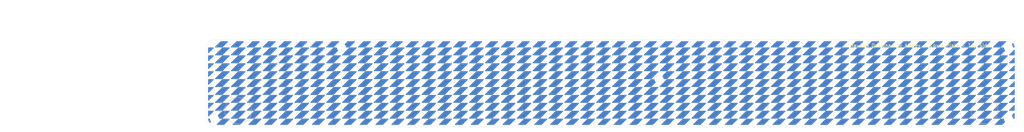
<source format=kicad_pcb>
(kicad_pcb (version 20240108) (generator "pcbnew") (generator_version "8.0")
  (layers (0 "F.Cu" signal) (31 "B.Cu" signal) (34 "B.Paste" user) (35 "F.Paste" user) (36 "B.SilkS" user "B.Silkscreen") (37 "F.SilkS" user "F.Silkscreen") (38 "B.Mask" user) (39 "F.Mask" user) (44 "Edge.Cuts" user))
  (net 0 "")
  (footprint "kbd_Hole:m2_Screw_Hole" (layer "F.Cu") (at 261.9375 69.05625)
    (property "Reference" "J7")
    (property "Value" "Conn_01x01")
    (pad "" np_thru_hole circle (at 0 0) (size 2.2 2.2) (drill 2.2) (layers "*.Cu" "*.Mask"))
  )
  (footprint "kbd_Hole:m2_Screw_Hole" (layer "F.Cu") (at 157.1625 57.15)
    (property "Reference" "J7")
    (property "Value" "Conn_01x01")
    (pad "" np_thru_hole circle (at 0 0) (size 2.2 2.2) (drill 2.2) (layers "*.Cu" "*.Mask"))
  )
  (footprint "kbd_Hole:m2_Screw_Hole" (layer "F.Cu") (at 261.9375 47.625)
    (property "Reference" "J7")
    (property "Value" "Conn_01x01")
    (pad "" np_thru_hole circle (at 0 0) (size 2.2 2.2) (drill 2.2) (layers "*.Cu" "*.Mask"))
  )
  (footprint "kbd_Hole:m2_Screw_Hole" (layer "F.Cu") (at 61.9125 47.625)
    (property "Reference" "J7")
    (property "Value" "Conn_01x01")
    (pad "" np_thru_hole circle (at 0 0) (size 2.2 2.2) (drill 2.2) (layers "*.Cu" "*.Mask"))
  )
  (footprint "kbd_Hole:m2_Screw_Hole" (layer "F.Cu") (at 23.8125 69.05625)
    (property "Reference" "J7")
    (property "Value" "Conn_01x01")
    (pad "" np_thru_hole circle (at 0 0) (size 2.2 2.2) (drill 2.2) (layers "*.Cu" "*.Mask"))
  )
  (gr_circle (center 254.79375 66.675) (end 258.79375 66.675) (stroke (width 0.1)) (fill none) (layer "B.SilkS"))
  (gr_circle (center 30.95625 66.675) (end 34.95625 66.675) (stroke (width 0.1)) (fill none) (layer "B.SilkS"))
  (gr_arc (start 21.43125 47.625) (mid 22.128702 45.941202) (end 23.8125 45.24375) (stroke (width 0.05)) (layer "Edge.Cuts"))
  (gr_line (start 23.8125 45.24375) (end 61.9125 45.24375) (stroke (width 0.05)) (layer "Edge.Cuts"))
  (gr_line (start 264.31875 69.05625) (end 264.31875 47.625) (stroke (width 0.05)) (layer "Edge.Cuts"))
  (gr_arc (start 23.8125 71.4375) (mid 22.128702 70.740048) (end 21.43125 69.05625) (stroke (width 0.05)) (layer "Edge.Cuts"))
  (gr_line (start 61.9125 45.24375) (end 261.9375 45.24375) (stroke (width 0.05)) (layer "Edge.Cuts"))
  (gr_line (start 21.43125 69.05625) (end 21.43125 47.625) (stroke (width 0.05)) (layer "Edge.Cuts"))
  (gr_arc (start 264.31875 69.05625) (mid 263.621298 70.740048) (end 261.9375 71.4375) (stroke (width 0.05)) (layer "Edge.Cuts"))
  (gr_arc (start 261.9375 45.24375) (mid 263.621298 45.941202) (end 264.31875 47.625) (stroke (width 0.05)) (layer "Edge.Cuts"))
  (gr_line (start 261.9375 71.4375) (end 23.8125 71.4375) (stroke (width 0.05)) (layer "Edge.Cuts"))
  (gr_text "Hawk44 Designed by A'sKey - Cover Plate - Top Side" (at 214.3125 47.625 0) (layer "F.SilkS") (effects (font (size 1 1)) (justify left bottom)))
  (zone (net 0) (net_name "") (layer "B.Cu") (connect_pads (clearance 0)) (min_thickness 0.25)
    (keepout (tracks allowed) (vias allowed) (pads allowed) (copperpour not_allowed) (footprints allowed))
    (fill (thermal_gap 0.5) (thermal_bridge_width 0.5))
    (polygon (pts (xy 0 40.48125) (xy -2.38125 42.8625) (xy 0 42.8625) (xy 2.38125 40.48125)))
  )
  (zone (net 0) (net_name "") (layer "B.Cu") (connect_pads (clearance 0)) (min_thickness 0.25)
    (keepout (tracks allowed) (vias allowed) (pads allowed) (copperpour not_allowed) (footprints allowed))
    (fill (thermal_gap 0.5) (thermal_bridge_width 0.5))
    (polygon (pts (xy 28.575 59.53125) (xy 26.19375 61.9125) (xy 28.575 61.9125) (xy 30.95625 59.53125)))
  )
  (zone (net 0) (net_name "") (layer "B.Cu") (connect_pads (clearance 0)) (min_thickness 0.25)
    (keepout (tracks allowed) (vias allowed) (pads allowed) (copperpour not_allowed) (footprints allowed))
    (fill (thermal_gap 0.5) (thermal_bridge_width 0.5))
    (polygon (pts (xy 109.5375 66.675) (xy 107.15625 69.05625) (xy 109.5375 69.05625) (xy 111.91875 66.675)))
  )
  (zone (net 0) (net_name "") (layer "B.Cu") (connect_pads (clearance 0)) (min_thickness 0.25)
    (keepout (tracks allowed) (vias allowed) (pads allowed) (copperpour not_allowed) (footprints allowed))
    (fill (thermal_gap 0.5) (thermal_bridge_width 0.5))
    (polygon (pts (xy 14.2875 47.625) (xy 11.90625 50.00625) (xy 14.2875 50.00625) (xy 16.66875 47.625)))
  )
  (zone (net 0) (net_name "") (layer "B.Cu") (connect_pads (clearance 0)) (min_thickness 0.25)
    (keepout (tracks allowed) (vias allowed) (pads allowed) (copperpour not_allowed) (footprints allowed))
    (fill (thermal_gap 0.5) (thermal_bridge_width 0.5))
    (polygon (pts (xy 176.2125 33.3375) (xy 173.83125 35.71875) (xy 176.2125 35.71875) (xy 178.59375 33.3375)))
  )
  (zone (net 0) (net_name "") (layer "B.Cu") (connect_pads (clearance 0)) (min_thickness 0.25)
    (keepout (tracks allowed) (vias allowed) (pads allowed) (copperpour not_allowed) (footprints allowed))
    (fill (thermal_gap 0.5) (thermal_bridge_width 0.5))
    (polygon (pts (xy 247.65 45.24375) (xy 245.26875 47.625) (xy 247.65 47.625) (xy 250.03125 45.24375)))
  )
  (zone (net 0) (net_name "") (layer "B.Cu") (connect_pads (clearance 0)) (min_thickness 0.25)
    (keepout (tracks allowed) (vias allowed) (pads allowed) (copperpour not_allowed) (footprints allowed))
    (fill (thermal_gap 0.5) (thermal_bridge_width 0.5))
    (polygon (pts (xy 14.2875 61.9125) (xy 11.90625 64.29375) (xy 14.2875 64.29375) (xy 16.66875 61.9125)))
  )
  (zone (net 0) (net_name "") (layer "B.Cu") (connect_pads (clearance 0)) (min_thickness 0.25)
    (keepout (tracks allowed) (vias allowed) (pads allowed) (copperpour not_allowed) (footprints allowed))
    (fill (thermal_gap 0.5) (thermal_bridge_width 0.5))
    (polygon (pts (xy 161.925 64.29375) (xy 159.54375 66.675) (xy 161.925 66.675) (xy 164.30625 64.29375)))
  )
  (zone (net 0) (net_name "") (layer "B.Cu") (connect_pads (clearance 0)) (min_thickness 0.25)
    (keepout (tracks allowed) (vias allowed) (pads allowed) (copperpour not_allowed) (footprints allowed))
    (fill (thermal_gap 0.5) (thermal_bridge_width 0.5))
    (polygon (pts (xy 100.0125 45.24375) (xy 97.63125 47.625) (xy 100.0125 47.625) (xy 102.39375 45.24375)))
  )
  (zone (net 0) (net_name "") (layer "B.Cu") (connect_pads (clearance 0)) (min_thickness 0.25)
    (keepout (tracks allowed) (vias allowed) (pads allowed) (copperpour not_allowed) (footprints allowed))
    (fill (thermal_gap 0.5) (thermal_bridge_width 0.5))
    (polygon (pts (xy -38.1 42.8625) (xy -40.48125 45.24375) (xy -38.1 45.24375) (xy -35.71875 42.8625)))
  )
  (zone (net 0) (net_name "") (layer "B.Cu") (connect_pads (clearance 0)) (min_thickness 0.25)
    (keepout (tracks allowed) (vias allowed) (pads allowed) (copperpour not_allowed) (footprints allowed))
    (fill (thermal_gap 0.5) (thermal_bridge_width 0.5))
    (polygon (pts (xy 161.925 54.76875) (xy 159.54375 57.15) (xy 161.925 57.15) (xy 164.30625 54.76875)))
  )
  (zone (net 0) (net_name "") (layer "B.Cu") (connect_pads (clearance 0)) (min_thickness 0.25)
    (keepout (tracks allowed) (vias allowed) (pads allowed) (copperpour not_allowed) (footprints allowed))
    (fill (thermal_gap 0.5) (thermal_bridge_width 0.5))
    (polygon (pts (xy 19.05 59.53125) (xy 16.66875 61.9125) (xy 19.05 61.9125) (xy 21.43125 59.53125)))
  )
  (zone (net 0) (net_name "") (layer "B.Cu") (connect_pads (clearance 0)) (min_thickness 0.25)
    (keepout (tracks allowed) (vias allowed) (pads allowed) (copperpour not_allowed) (footprints allowed))
    (fill (thermal_gap 0.5) (thermal_bridge_width 0.5))
    (polygon (pts (xy 204.7875 66.675) (xy 202.40625 69.05625) (xy 204.7875 69.05625) (xy 207.16875 66.675)))
  )
  (zone (net 0) (net_name "") (layer "B.Cu") (connect_pads (clearance 0)) (min_thickness 0.25)
    (keepout (tracks allowed) (vias allowed) (pads allowed) (copperpour not_allowed) (footprints allowed))
    (fill (thermal_gap 0.5) (thermal_bridge_width 0.5))
    (polygon (pts (xy -33.3375 33.3375) (xy -35.71875 35.71875) (xy -33.3375 35.71875) (xy -30.95625 33.3375)))
  )
  (zone (net 0) (net_name "") (layer "B.Cu") (connect_pads (clearance 0)) (min_thickness 0.25)
    (keepout (tracks allowed) (vias allowed) (pads allowed) (copperpour not_allowed) (footprints allowed))
    (fill (thermal_gap 0.5) (thermal_bridge_width 0.5))
    (polygon (pts (xy 57.15 54.76875) (xy 54.76875 57.15) (xy 57.15 57.15) (xy 59.53125 54.76875)))
  )
  (zone (net 0) (net_name "") (layer "B.Cu") (connect_pads (clearance 0)) (min_thickness 0.25)
    (keepout (tracks allowed) (vias allowed) (pads allowed) (copperpour not_allowed) (footprints allowed))
    (fill (thermal_gap 0.5) (thermal_bridge_width 0.5))
    (polygon (pts (xy 71.4375 38.1) (xy 69.05625 40.48125) (xy 71.4375 40.48125) (xy 73.81875 38.1)))
  )
  (zone (net 0) (net_name "") (layer "B.Cu") (connect_pads (clearance 0)) (min_thickness 0.25)
    (keepout (tracks allowed) (vias allowed) (pads allowed) (copperpour not_allowed) (footprints allowed))
    (fill (thermal_gap 0.5) (thermal_bridge_width 0.5))
    (polygon (pts (xy -38.1 69.05625) (xy -40.48125 71.4375) (xy -38.1 71.4375) (xy -35.71875 69.05625)))
  )
  (zone (net 0) (net_name "") (layer "B.Cu") (connect_pads (clearance 0)) (min_thickness 0.25)
    (keepout (tracks allowed) (vias allowed) (pads allowed) (copperpour not_allowed) (footprints allowed))
    (fill (thermal_gap 0.5) (thermal_bridge_width 0.5))
    (polygon (pts (xy 142.875 42.8625) (xy 140.49375 45.24375) (xy 142.875 45.24375) (xy 145.25625 42.8625)))
  )
  (zone (net 0) (net_name "") (layer "B.Cu") (connect_pads (clearance 0)) (min_thickness 0.25)
    (keepout (tracks allowed) (vias allowed) (pads allowed) (copperpour not_allowed) (footprints allowed))
    (fill (thermal_gap 0.5) (thermal_bridge_width 0.5))
    (polygon (pts (xy 109.5375 35.71875) (xy 107.15625 38.1) (xy 109.5375 38.1) (xy 111.91875 35.71875)))
  )
  (zone (net 0) (net_name "") (layer "B.Cu") (connect_pads (clearance 0)) (min_thickness 0.25)
    (keepout (tracks allowed) (vias allowed) (pads allowed) (copperpour not_allowed) (footprints allowed))
    (fill (thermal_gap 0.5) (thermal_bridge_width 0.5))
    (polygon (pts (xy 214.3125 35.71875) (xy 211.93125 38.1) (xy 214.3125 38.1) (xy 216.69375 35.71875)))
  )
  (zone (net 0) (net_name "") (layer "B.Cu") (connect_pads (clearance 0)) (min_thickness 0.25)
    (keepout (tracks allowed) (vias allowed) (pads allowed) (copperpour not_allowed) (footprints allowed))
    (fill (thermal_gap 0.5) (thermal_bridge_width 0.5))
    (polygon (pts (xy 161.925 35.71875) (xy 159.54375 38.1) (xy 161.925 38.1) (xy 164.30625 35.71875)))
  )
  (zone (net 0) (net_name "") (layer "B.Cu") (connect_pads (clearance 0)) (min_thickness 0.25)
    (keepout (tracks allowed) (vias allowed) (pads allowed) (copperpour not_allowed) (footprints allowed))
    (fill (thermal_gap 0.5) (thermal_bridge_width 0.5))
    (polygon (pts (xy 219.075 42.8625) (xy 216.69375 45.24375) (xy 219.075 45.24375) (xy 221.45625 42.8625)))
  )
  (zone (net 0) (net_name "") (layer "B.Cu") (connect_pads (clearance 0)) (min_thickness 0.25)
    (keepout (tracks allowed) (vias allowed) (pads allowed) (copperpour not_allowed) (footprints allowed))
    (fill (thermal_gap 0.5) (thermal_bridge_width 0.5))
    (polygon (pts (xy 42.8625 50.00625) (xy 40.48125 52.3875) (xy 42.8625 52.3875) (xy 45.24375 50.00625)))
  )
  (zone (net 0) (net_name "") (layer "B.Cu") (connect_pads (clearance 0)) (min_thickness 0.25)
    (keepout (tracks allowed) (vias allowed) (pads allowed) (copperpour not_allowed) (footprints allowed))
    (fill (thermal_gap 0.5) (thermal_bridge_width 0.5))
    (polygon (pts (xy 52.3875 42.8625) (xy 50.00625 45.24375) (xy 52.3875 45.24375) (xy 54.76875 42.8625)))
  )
  (zone (net 0) (net_name "") (layer "B.Cu") (connect_pads (clearance 0)) (min_thickness 0.25)
    (keepout (tracks allowed) (vias allowed) (pads allowed) (copperpour not_allowed) (footprints allowed))
    (fill (thermal_gap 0.5) (thermal_bridge_width 0.5))
    (polygon (pts (xy 4.7625 40.48125) (xy 2.38125 42.8625) (xy 4.7625 42.8625) (xy 7.14375 40.48125)))
  )
  (zone (net 0) (net_name "") (layer "B.Cu") (connect_pads (clearance 0)) (min_thickness 0.25)
    (keepout (tracks allowed) (vias allowed) (pads allowed) (copperpour not_allowed) (footprints allowed))
    (fill (thermal_gap 0.5) (thermal_bridge_width 0.5))
    (polygon (pts (xy 119.0625 45.24375) (xy 116.68125 47.625) (xy 119.0625 47.625) (xy 121.44375 45.24375)))
  )
  (zone (net 0) (net_name "") (layer "B.Cu") (connect_pads (clearance 0)) (min_thickness 0.25)
    (keepout (tracks allowed) (vias allowed) (pads allowed) (copperpour not_allowed) (footprints allowed))
    (fill (thermal_gap 0.5) (thermal_bridge_width 0.5))
    (polygon (pts (xy 161.925 52.3875) (xy 159.54375 54.76875) (xy 161.925 54.76875) (xy 164.30625 52.3875)))
  )
  (zone (net 0) (net_name "") (layer "B.Cu") (connect_pads (clearance 0)) (min_thickness 0.25)
    (keepout (tracks allowed) (vias allowed) (pads allowed) (copperpour not_allowed) (footprints allowed))
    (fill (thermal_gap 0.5) (thermal_bridge_width 0.5))
    (polygon (pts (xy 52.3875 50.00625) (xy 50.00625 52.3875) (xy 52.3875 52.3875) (xy 54.76875 50.00625)))
  )
  (zone (net 0) (net_name "") (layer "B.Cu") (connect_pads (clearance 0)) (min_thickness 0.25)
    (keepout (tracks allowed) (vias allowed) (pads allowed) (copperpour not_allowed) (footprints allowed))
    (fill (thermal_gap 0.5) (thermal_bridge_width 0.5))
    (polygon (pts (xy 9.525 52.3875) (xy 7.14375 54.76875) (xy 9.525 54.76875) (xy 11.90625 52.3875)))
  )
  (zone (net 0) (net_name "") (layer "B.Cu") (connect_pads (clearance 0)) (min_thickness 0.25)
    (keepout (tracks allowed) (vias allowed) (pads allowed) (copperpour not_allowed) (footprints allowed))
    (fill (thermal_gap 0.5) (thermal_bridge_width 0.5))
    (polygon (pts (xy 176.2125 47.625) (xy 173.83125 50.00625) (xy 176.2125 50.00625) (xy 178.59375 47.625)))
  )
  (zone (net 0) (net_name "") (layer "B.Cu") (connect_pads (clearance 0)) (min_thickness 0.25)
    (keepout (tracks allowed) (vias allowed) (pads allowed) (copperpour not_allowed) (footprints allowed))
    (fill (thermal_gap 0.5) (thermal_bridge_width 0.5))
    (polygon (pts (xy 28.575 33.3375) (xy 26.19375 35.71875) (xy 28.575 35.71875) (xy 30.95625 33.3375)))
  )
  (zone (net 0) (net_name "") (layer "B.Cu") (connect_pads (clearance 0)) (min_thickness 0.25)
    (keepout (tracks allowed) (vias allowed) (pads allowed) (copperpour not_allowed) (footprints allowed))
    (fill (thermal_gap 0.5) (thermal_bridge_width 0.5))
    (polygon (pts (xy 90.4875 47.625) (xy 88.10625 50.00625) (xy 90.4875 50.00625) (xy 92.86875 47.625)))
  )
  (zone (net 0) (net_name "") (layer "B.Cu") (connect_pads (clearance 0)) (min_thickness 0.25)
    (keepout (tracks allowed) (vias allowed) (pads allowed) (copperpour not_allowed) (footprints allowed))
    (fill (thermal_gap 0.5) (thermal_bridge_width 0.5))
    (polygon (pts (xy 204.7875 45.24375) (xy 202.40625 47.625) (xy 204.7875 47.625) (xy 207.16875 45.24375)))
  )
  (zone (net 0) (net_name "") (layer "B.Cu") (connect_pads (clearance 0)) (min_thickness 0.25)
    (keepout (tracks allowed) (vias allowed) (pads allowed) (copperpour not_allowed) (footprints allowed))
    (fill (thermal_gap 0.5) (thermal_bridge_width 0.5))
    (polygon (pts (xy 90.4875 52.3875) (xy 88.10625 54.76875) (xy 90.4875 54.76875) (xy 92.86875 52.3875)))
  )
  (zone (net 0) (net_name "") (layer "B.Cu") (connect_pads (clearance 0)) (min_thickness 0.25)
    (keepout (tracks allowed) (vias allowed) (pads allowed) (copperpour not_allowed) (footprints allowed))
    (fill (thermal_gap 0.5) (thermal_bridge_width 0.5))
    (polygon (pts (xy 123.825 38.1) (xy 121.44375 40.48125) (xy 123.825 40.48125) (xy 126.20625 38.1)))
  )
  (zone (net 0) (net_name "") (layer "B.Cu") (connect_pads (clearance 0)) (min_thickness 0.25)
    (keepout (tracks allowed) (vias allowed) (pads allowed) (copperpour not_allowed) (footprints allowed))
    (fill (thermal_gap 0.5) (thermal_bridge_width 0.5))
    (polygon (pts (xy 47.625 38.1) (xy 45.24375 40.48125) (xy 47.625 40.48125) (xy 50.00625 38.1)))
  )
  (zone (net 0) (net_name "") (layer "B.Cu") (connect_pads (clearance 0)) (min_thickness 0.25)
    (keepout (tracks allowed) (vias allowed) (pads allowed) (copperpour not_allowed) (footprints allowed))
    (fill (thermal_gap 0.5) (thermal_bridge_width 0.5))
    (polygon (pts (xy 38.1 59.53125) (xy 35.71875 61.9125) (xy 38.1 61.9125) (xy 40.48125 59.53125)))
  )
  (zone (net 0) (net_name "") (layer "B.Cu") (connect_pads (clearance 0)) (min_thickness 0.25)
    (keepout (tracks allowed) (vias allowed) (pads allowed) (copperpour not_allowed) (footprints allowed))
    (fill (thermal_gap 0.5) (thermal_bridge_width 0.5))
    (polygon (pts (xy 209.55 42.8625) (xy 207.16875 45.24375) (xy 209.55 45.24375) (xy 211.93125 42.8625)))
  )
  (zone (net 0) (net_name "") (layer "B.Cu") (connect_pads (clearance 0)) (min_thickness 0.25)
    (keepout (tracks allowed) (vias allowed) (pads allowed) (copperpour not_allowed) (footprints allowed))
    (fill (thermal_gap 0.5) (thermal_bridge_width 0.5))
    (polygon (pts (xy 128.5875 45.24375) (xy 126.20625 47.625) (xy 128.5875 47.625) (xy 130.96875 45.24375)))
  )
  (zone (net 0) (net_name "") (layer "B.Cu") (connect_pads (clearance 0)) (min_thickness 0.25)
    (keepout (tracks allowed) (vias allowed) (pads allowed) (copperpour not_allowed) (footprints allowed))
    (fill (thermal_gap 0.5) (thermal_bridge_width 0.5))
    (polygon (pts (xy 42.8625 38.1) (xy 40.48125 40.48125) (xy 42.8625 40.48125) (xy 45.24375 38.1)))
  )
  (zone (net 0) (net_name "") (layer "B.Cu") (connect_pads (clearance 0)) (min_thickness 0.25)
    (keepout (tracks allowed) (vias allowed) (pads allowed) (copperpour not_allowed) (footprints allowed))
    (fill (thermal_gap 0.5) (thermal_bridge_width 0.5))
    (polygon (pts (xy 47.625 45.24375) (xy 45.24375 47.625) (xy 47.625 47.625) (xy 50.00625 45.24375)))
  )
  (zone (net 0) (net_name "") (layer "B.Cu") (connect_pads (clearance 0)) (min_thickness 0.25)
    (keepout (tracks allowed) (vias allowed) (pads allowed) (copperpour not_allowed) (footprints allowed))
    (fill (thermal_gap 0.5) (thermal_bridge_width 0.5))
    (polygon (pts (xy 185.7375 38.1) (xy 183.35625 40.48125) (xy 185.7375 40.48125) (xy 188.11875 38.1)))
  )
  (zone (net 0) (net_name "") (layer "B.Cu") (connect_pads (clearance 0)) (min_thickness 0.25)
    (keepout (tracks allowed) (vias allowed) (pads allowed) (copperpour not_allowed) (footprints allowed))
    (fill (thermal_gap 0.5) (thermal_bridge_width 0.5))
    (polygon (pts (xy 14.2875 69.05625) (xy 11.90625 71.4375) (xy 14.2875 71.4375) (xy 16.66875 69.05625)))
  )
  (zone (net 0) (net_name "") (layer "B.Cu") (connect_pads (clearance 0)) (min_thickness 0.25)
    (keepout (tracks allowed) (vias allowed) (pads allowed) (copperpour not_allowed) (footprints allowed))
    (fill (thermal_gap 0.5) (thermal_bridge_width 0.5))
    (polygon (pts (xy 238.125 35.71875) (xy 235.74375 38.1) (xy 238.125 38.1) (xy 240.50625 35.71875)))
  )
  (zone (net 0) (net_name "") (layer "B.Cu") (connect_pads (clearance 0)) (min_thickness 0.25)
    (keepout (tracks allowed) (vias allowed) (pads allowed) (copperpour not_allowed) (footprints allowed))
    (fill (thermal_gap 0.5) (thermal_bridge_width 0.5))
    (polygon (pts (xy -23.8125 52.3875) (xy -26.19375 54.76875) (xy -23.8125 54.76875) (xy -21.43125 52.3875)))
  )
  (zone (net 0) (net_name "") (layer "B.Cu") (connect_pads (clearance 0)) (min_thickness 0.25)
    (keepout (tracks allowed) (vias allowed) (pads allowed) (copperpour not_allowed) (footprints allowed))
    (fill (thermal_gap 0.5) (thermal_bridge_width 0.5))
    (polygon (pts (xy 14.2875 52.3875) (xy 11.90625 54.76875) (xy 14.2875 54.76875) (xy 16.66875 52.3875)))
  )
  (zone (net 0) (net_name "") (layer "B.Cu") (connect_pads (clearance 0)) (min_thickness 0.25)
    (keepout (tracks allowed) (vias allowed) (pads allowed) (copperpour not_allowed) (footprints allowed))
    (fill (thermal_gap 0.5) (thermal_bridge_width 0.5))
    (polygon (pts (xy -23.8125 64.29375) (xy -26.19375 66.675) (xy -23.8125 66.675) (xy -21.43125 64.29375)))
  )
  (zone (net 0) (net_name "") (layer "B.Cu") (connect_pads (clearance 0)) (min_thickness 0.25)
    (keepout (tracks allowed) (vias allowed) (pads allowed) (copperpour not_allowed) (footprints allowed))
    (fill (thermal_gap 0.5) (thermal_bridge_width 0.5))
    (polygon (pts (xy -38.1 40.48125) (xy -40.48125 42.8625) (xy -38.1 42.8625) (xy -35.71875 40.48125)))
  )
  (zone (net 0) (net_name "") (layer "B.Cu") (connect_pads (clearance 0)) (min_thickness 0.25)
    (keepout (tracks allowed) (vias allowed) (pads allowed) (copperpour not_allowed) (footprints allowed))
    (fill (thermal_gap 0.5) (thermal_bridge_width 0.5))
    (polygon (pts (xy 28.575 38.1) (xy 26.19375 40.48125) (xy 28.575 40.48125) (xy 30.95625 38.1)))
  )
  (zone (net 0) (net_name "") (layer "B.Cu") (connect_pads (clearance 0)) (min_thickness 0.25)
    (keepout (tracks allowed) (vias allowed) (pads allowed) (copperpour not_allowed) (footprints allowed))
    (fill (thermal_gap 0.5) (thermal_bridge_width 0.5))
    (polygon (pts (xy 42.8625 54.76875) (xy 40.48125 57.15) (xy 42.8625 57.15) (xy 45.24375 54.76875)))
  )
  (zone (net 0) (net_name "") (layer "B.Cu") (connect_pads (clearance 0)) (min_thickness 0.25)
    (keepout (tracks allowed) (vias allowed) (pads allowed) (copperpour not_allowed) (footprints allowed))
    (fill (thermal_gap 0.5) (thermal_bridge_width 0.5))
    (polygon (pts (xy 66.675 54.76875) (xy 64.29375 57.15) (xy 66.675 57.15) (xy 69.05625 54.76875)))
  )
  (zone (net 0) (net_name "") (layer "B.Cu") (connect_pads (clearance 0)) (min_thickness 0.25)
    (keepout (tracks allowed) (vias allowed) (pads allowed) (copperpour not_allowed) (footprints allowed))
    (fill (thermal_gap 0.5) (thermal_bridge_width 0.5))
    (polygon (pts (xy -9.525 35.71875) (xy -11.90625 38.1) (xy -9.525 38.1) (xy -7.14375 35.71875)))
  )
  (zone (net 0) (net_name "") (layer "B.Cu") (connect_pads (clearance 0)) (min_thickness 0.25)
    (keepout (tracks allowed) (vias allowed) (pads allowed) (copperpour not_allowed) (footprints allowed))
    (fill (thermal_gap 0.5) (thermal_bridge_width 0.5))
    (polygon (pts (xy 242.8875 54.76875) (xy 240.50625 57.15) (xy 242.8875 57.15) (xy 245.26875 54.76875)))
  )
  (zone (net 0) (net_name "") (layer "B.Cu") (connect_pads (clearance 0)) (min_thickness 0.25)
    (keepout (tracks allowed) (vias allowed) (pads allowed) (copperpour not_allowed) (footprints allowed))
    (fill (thermal_gap 0.5) (thermal_bridge_width 0.5))
    (polygon (pts (xy -9.525 69.05625) (xy -11.90625 71.4375) (xy -9.525 71.4375) (xy -7.14375 69.05625)))
  )
  (zone (net 0) (net_name "") (layer "B.Cu") (connect_pads (clearance 0)) (min_thickness 0.25)
    (keepout (tracks allowed) (vias allowed) (pads allowed) (copperpour not_allowed) (footprints allowed))
    (fill (thermal_gap 0.5) (thermal_bridge_width 0.5))
    (polygon (pts (xy -19.05 38.1) (xy -21.43125 40.48125) (xy -19.05 40.48125) (xy -16.66875 38.1)))
  )
  (zone (net 0) (net_name "") (layer "B.Cu") (connect_pads (clearance 0)) (min_thickness 0.25)
    (keepout (tracks allowed) (vias allowed) (pads allowed) (copperpour not_allowed) (footprints allowed))
    (fill (thermal_gap 0.5) (thermal_bridge_width 0.5))
    (polygon (pts (xy 257.175 35.71875) (xy 254.79375 38.1) (xy 257.175 38.1) (xy 259.55625 35.71875)))
  )
  (zone (net 0) (net_name "") (layer "B.Cu") (connect_pads (clearance 0)) (min_thickness 0.25)
    (keepout (tracks allowed) (vias allowed) (pads allowed) (copperpour not_allowed) (footprints allowed))
    (fill (thermal_gap 0.5) (thermal_bridge_width 0.5))
    (polygon (pts (xy -4.7625 40.48125) (xy -7.14375 42.8625) (xy -4.7625 42.8625) (xy -2.38125 40.48125)))
  )
  (zone (net 0) (net_name "") (layer "B.Cu") (connect_pads (clearance 0)) (min_thickness 0.25)
    (keepout (tracks allowed) (vias allowed) (pads allowed) (copperpour not_allowed) (footprints allowed))
    (fill (thermal_gap 0.5) (thermal_bridge_width 0.5))
    (polygon (pts (xy 147.6375 47.625) (xy 145.25625 50.00625) (xy 147.6375 50.00625) (xy 150.01875 47.625)))
  )
  (zone (net 0) (net_name "") (layer "B.Cu") (connect_pads (clearance 0)) (min_thickness 0.25)
    (keepout (tracks allowed) (vias allowed) (pads allowed) (copperpour not_allowed) (footprints allowed))
    (fill (thermal_gap 0.5) (thermal_bridge_width 0.5))
    (polygon (pts (xy 57.15 66.675) (xy 54.76875 69.05625) (xy 57.15 69.05625) (xy 59.53125 66.675)))
  )
  (zone (net 0) (net_name "") (layer "B.Cu") (connect_pads (clearance 0)) (min_thickness 0.25)
    (keepout (tracks allowed) (vias allowed) (pads allowed) (copperpour not_allowed) (footprints allowed))
    (fill (thermal_gap 0.5) (thermal_bridge_width 0.5))
    (polygon (pts (xy 157.1625 33.3375) (xy 154.78125 35.71875) (xy 157.1625 35.71875) (xy 159.54375 33.3375)))
  )
  (zone (net 0) (net_name "") (layer "B.Cu") (connect_pads (clearance 0)) (min_thickness 0.25)
    (keepout (tracks allowed) (vias allowed) (pads allowed) (copperpour not_allowed) (footprints allowed))
    (fill (thermal_gap 0.5) (thermal_bridge_width 0.5))
    (polygon (pts (xy 0 69.05625) (xy -2.38125 71.4375) (xy 0 71.4375) (xy 2.38125 69.05625)))
  )
  (zone (net 0) (net_name "") (layer "B.Cu") (connect_pads (clearance 0)) (min_thickness 0.25)
    (keepout (tracks allowed) (vias allowed) (pads allowed) (copperpour not_allowed) (footprints allowed))
    (fill (thermal_gap 0.5) (thermal_bridge_width 0.5))
    (polygon (pts (xy 247.65 64.29375) (xy 245.26875 66.675) (xy 247.65 66.675) (xy 250.03125 64.29375)))
  )
  (zone (net 0) (net_name "") (layer "B.Cu") (connect_pads (clearance 0)) (min_thickness 0.25)
    (keepout (tracks allowed) (vias allowed) (pads allowed) (copperpour not_allowed) (footprints allowed))
    (fill (thermal_gap 0.5) (thermal_bridge_width 0.5))
    (polygon (pts (xy 161.925 50.00625) (xy 159.54375 52.3875) (xy 161.925 52.3875) (xy 164.30625 50.00625)))
  )
  (zone (net 0) (net_name "") (layer "B.Cu") (connect_pads (clearance 0)) (min_thickness 0.25)
    (keepout (tracks allowed) (vias allowed) (pads allowed) (copperpour not_allowed) (footprints allowed))
    (fill (thermal_gap 0.5) (thermal_bridge_width 0.5))
    (polygon (pts (xy 157.1625 54.76875) (xy 154.78125 57.15) (xy 157.1625 57.15) (xy 159.54375 54.76875)))
  )
  (zone (net 0) (net_name "") (layer "B.Cu") (connect_pads (clearance 0)) (min_thickness 0.25)
    (keepout (tracks allowed) (vias allowed) (pads allowed) (copperpour not_allowed) (footprints allowed))
    (fill (thermal_gap 0.5) (thermal_bridge_width 0.5))
    (polygon (pts (xy 109.5375 47.625) (xy 107.15625 50.00625) (xy 109.5375 50.00625) (xy 111.91875 47.625)))
  )
  (zone (net 0) (net_name "") (layer "B.Cu") (connect_pads (clearance 0)) (min_thickness 0.25)
    (keepout (tracks allowed) (vias allowed) (pads allowed) (copperpour not_allowed) (footprints allowed))
    (fill (thermal_gap 0.5) (thermal_bridge_width 0.5))
    (polygon (pts (xy 142.875 40.48125) (xy 140.49375 42.8625) (xy 142.875 42.8625) (xy 145.25625 40.48125)))
  )
  (zone (net 0) (net_name "") (layer "B.Cu") (connect_pads (clearance 0)) (min_thickness 0.25)
    (keepout (tracks allowed) (vias allowed) (pads allowed) (copperpour not_allowed) (footprints allowed))
    (fill (thermal_gap 0.5) (thermal_bridge_width 0.5))
    (polygon (pts (xy 200.025 64.29375) (xy 197.64375 66.675) (xy 200.025 66.675) (xy 202.40625 64.29375)))
  )
  (zone (net 0) (net_name "") (layer "B.Cu") (connect_pads (clearance 0)) (min_thickness 0.25)
    (keepout (tracks allowed) (vias allowed) (pads allowed) (copperpour not_allowed) (footprints allowed))
    (fill (thermal_gap 0.5) (thermal_bridge_width 0.5))
    (polygon (pts (xy 47.625 52.3875) (xy 45.24375 54.76875) (xy 47.625 54.76875) (xy 50.00625 52.3875)))
  )
  (zone (net 0) (net_name "") (layer "B.Cu") (connect_pads (clearance 0)) (min_thickness 0.25)
    (keepout (tracks allowed) (vias allowed) (pads allowed) (copperpour not_allowed) (footprints allowed))
    (fill (thermal_gap 0.5) (thermal_bridge_width 0.5))
    (polygon (pts (xy 180.975 61.9125) (xy 178.59375 64.29375) (xy 180.975 64.29375) (xy 183.35625 61.9125)))
  )
  (zone (net 0) (net_name "") (layer "B.Cu") (connect_pads (clearance 0)) (min_thickness 0.25)
    (keepout (tracks allowed) (vias allowed) (pads allowed) (copperpour not_allowed) (footprints allowed))
    (fill (thermal_gap 0.5) (thermal_bridge_width 0.5))
    (polygon (pts (xy 80.9625 66.675) (xy 78.58125 69.05625) (xy 80.9625 69.05625) (xy 83.34375 66.675)))
  )
  (zone (net 0) (net_name "") (layer "B.Cu") (connect_pads (clearance 0)) (min_thickness 0.25)
    (keepout (tracks allowed) (vias allowed) (pads allowed) (copperpour not_allowed) (footprints allowed))
    (fill (thermal_gap 0.5) (thermal_bridge_width 0.5))
    (polygon (pts (xy 166.6875 52.3875) (xy 164.30625 54.76875) (xy 166.6875 54.76875) (xy 169.06875 52.3875)))
  )
  (zone (net 0) (net_name "") (layer "B.Cu") (connect_pads (clearance 0)) (min_thickness 0.25)
    (keepout (tracks allowed) (vias allowed) (pads allowed) (copperpour not_allowed) (footprints allowed))
    (fill (thermal_gap 0.5) (thermal_bridge_width 0.5))
    (polygon (pts (xy 171.45 40.48125) (xy 169.06875 42.8625) (xy 171.45 42.8625) (xy 173.83125 40.48125)))
  )
  (zone (net 0) (net_name "") (layer "B.Cu") (connect_pads (clearance 0.5)) (min_thickness 0.25) (fill yes (thermal_gap 0.5) (thermal_bridge_width 0.5) (island_removal_mode 1) (island_area_min 10))
    (polygon (pts (xy 21.43125 45.24375) (xy 21.43125 71.4375) (xy 264.31875 71.4375) (xy 264.31875 45.24375)))
  )
  (zone (net 0) (net_name "") (layer "B.Cu") (connect_pads (clearance 0)) (min_thickness 0.25)
    (keepout (tracks allowed) (vias allowed) (pads allowed) (copperpour not_allowed) (footprints allowed))
    (fill (thermal_gap 0.5) (thermal_bridge_width 0.5))
    (polygon (pts (xy 95.25 61.9125) (xy 92.86875 64.29375) (xy 95.25 64.29375) (xy 97.63125 61.9125)))
  )
  (zone (net 0) (net_name "") (layer "B.Cu") (connect_pads (clearance 0)) (min_thickness 0.25)
    (keepout (tracks allowed) (vias allowed) (pads allowed) (copperpour not_allowed) (footprints allowed))
    (fill (thermal_gap 0.5) (thermal_bridge_width 0.5))
    (polygon (pts (xy 200.025 61.9125) (xy 197.64375 64.29375) (xy 200.025 64.29375) (xy 202.40625 61.9125)))
  )
  (zone (net 0) (net_name "") (layer "B.Cu") (connect_pads (clearance 0)) (min_thickness 0.25)
    (keepout (tracks allowed) (vias allowed) (pads allowed) (copperpour not_allowed) (footprints allowed))
    (fill (thermal_gap 0.5) (thermal_bridge_width 0.5))
    (polygon (pts (xy 238.125 66.675) (xy 235.74375 69.05625) (xy 238.125 69.05625) (xy 240.50625 66.675)))
  )
  (zone (net 0) (net_name "") (layer "B.Cu") (connect_pads (clearance 0)) (min_thickness 0.25)
    (keepout (tracks allowed) (vias allowed) (pads allowed) (copperpour not_allowed) (footprints allowed))
    (fill (thermal_gap 0.5) (thermal_bridge_width 0.5))
    (polygon (pts (xy 233.3625 42.8625) (xy 230.98125 45.24375) (xy 233.3625 45.24375) (xy 235.74375 42.8625)))
  )
  (zone (net 0) (net_name "") (layer "B.Cu") (connect_pads (clearance 0)) (min_thickness 0.25)
    (keepout (tracks allowed) (vias allowed) (pads allowed) (copperpour not_allowed) (footprints allowed))
    (fill (thermal_gap 0.5) (thermal_bridge_width 0.5))
    (polygon (pts (xy 47.625 61.9125) (xy 45.24375 64.29375) (xy 47.625 64.29375) (xy 50.00625 61.9125)))
  )
  (zone (net 0) (net_name "") (layer "B.Cu") (connect_pads (clearance 0)) (min_thickness 0.25)
    (keepout (tracks allowed) (vias allowed) (pads allowed) (copperpour not_allowed) (footprints allowed))
    (fill (thermal_gap 0.5) (thermal_bridge_width 0.5))
    (polygon (pts (xy 119.0625 47.625) (xy 116.68125 50.00625) (xy 119.0625 50.00625) (xy 121.44375 47.625)))
  )
  (zone (net 0) (net_name "") (layer "B.Cu") (connect_pads (clearance 0)) (min_thickness 0.25)
    (keepout (tracks allowed) (vias allowed) (pads allowed) (copperpour not_allowed) (footprints allowed))
    (fill (thermal_gap 0.5) (thermal_bridge_width 0.5))
    (polygon (pts (xy 9.525 47.625) (xy 7.14375 50.00625) (xy 9.525 50.00625) (xy 11.90625 47.625)))
  )
  (zone (net 0) (net_name "") (layer "B.Cu") (connect_pads (clearance 0)) (min_thickness 0.25)
    (keepout (tracks allowed) (vias allowed) (pads allowed) (copperpour not_allowed) (footprints allowed))
    (fill (thermal_gap 0.5) (thermal_bridge_width 0.5))
    (polygon (pts (xy 28.575 54.76875) (xy 26.19375 57.15) (xy 28.575 57.15) (xy 30.95625 54.76875)))
  )
  (zone (net 0) (net_name "") (layer "B.Cu") (connect_pads (clearance 0)) (min_thickness 0.25)
    (keepout (tracks allowed) (vias allowed) (pads allowed) (copperpour not_allowed) (footprints allowed))
    (fill (thermal_gap 0.5) (thermal_bridge_width 0.5))
    (polygon (pts (xy -9.525 38.1) (xy -11.90625 40.48125) (xy -9.525 40.48125) (xy -7.14375 38.1)))
  )
  (zone (net 0) (net_name "") (layer "B.Cu") (connect_pads (clearance 0)) (min_thickness 0.25)
    (keepout (tracks allowed) (vias allowed) (pads allowed) (copperpour not_allowed) (footprints allowed))
    (fill (thermal_gap 0.5) (thermal_bridge_width 0.5))
    (polygon (pts (xy 85.725 64.29375) (xy 83.34375 66.675) (xy 85.725 66.675) (xy 88.10625 64.29375)))
  )
  (zone (net 0) (net_name "") (layer "B.Cu") (connect_pads (clearance 0)) (min_thickness 0.25)
    (keepout (tracks allowed) (vias allowed) (pads allowed) (copperpour not_allowed) (footprints allowed))
    (fill (thermal_gap 0.5) (thermal_bridge_width 0.5))
    (polygon (pts (xy 242.8875 42.8625) (xy 240.50625 45.24375) (xy 242.8875 45.24375) (xy 245.26875 42.8625)))
  )
  (zone (net 0) (net_name "") (layer "B.Cu") (connect_pads (clearance 0)) (min_thickness 0.25)
    (keepout (tracks allowed) (vias allowed) (pads allowed) (copperpour not_allowed) (footprints allowed))
    (fill (thermal_gap 0.5) (thermal_bridge_width 0.5))
    (polygon (pts (xy 233.3625 33.3375) (xy 230.98125 35.71875) (xy 233.3625 35.71875) (xy 235.74375 33.3375)))
  )
  (zone (net 0) (net_name "") (layer "B.Cu") (connect_pads (clearance 0)) (min_thickness 0.25)
    (keepout (tracks allowed) (vias allowed) (pads allowed) (copperpour not_allowed) (footprints allowed))
    (fill (thermal_gap 0.5) (thermal_bridge_width 0.5))
    (polygon (pts (xy 52.3875 59.53125) (xy 50.00625 61.9125) (xy 52.3875 61.9125) (xy 54.76875 59.53125)))
  )
  (zone (net 0) (net_name "") (layer "B.Cu") (connect_pads (clearance 0)) (min_thickness 0.25)
    (keepout (tracks allowed) (vias allowed) (pads allowed) (copperpour not_allowed) (footprints allowed))
    (fill (thermal_gap 0.5) (thermal_bridge_width 0.5))
    (polygon (pts (xy 80.9625 35.71875) (xy 78.58125 38.1) (xy 80.9625 38.1) (xy 83.34375 35.71875)))
  )
  (zone (net 0) (net_name "") (layer "B.Cu") (connect_pads (clearance 0)) (min_thickness 0.25)
    (keepout (tracks allowed) (vias allowed) (pads allowed) (copperpour not_allowed) (footprints allowed))
    (fill (thermal_gap 0.5) (thermal_bridge_width 0.5))
    (polygon (pts (xy 47.625 64.29375) (xy 45.24375 66.675) (xy 47.625 66.675) (xy 50.00625 64.29375)))
  )
  (zone (net 0) (net_name "") (layer "B.Cu") (connect_pads (clearance 0)) (min_thickness 0.25)
    (keepout (tracks allowed) (vias allowed) (pads allowed) (copperpour not_allowed) (footprints allowed))
    (fill (thermal_gap 0.5) (thermal_bridge_width 0.5))
    (polygon (pts (xy 214.3125 64.29375) (xy 211.93125 66.675) (xy 214.3125 66.675) (xy 216.69375 64.29375)))
  )
  (zone (net 0) (net_name "") (layer "B.Cu") (connect_pads (clearance 0)) (min_thickness 0.25)
    (keepout (tracks allowed) (vias allowed) (pads allowed) (copperpour not_allowed) (footprints allowed))
    (fill (thermal_gap 0.5) (thermal_bridge_width 0.5))
    (polygon (pts (xy 142.875 33.3375) (xy 140.49375 35.71875) (xy 142.875 35.71875) (xy 145.25625 33.3375)))
  )
  (zone (net 0) (net_name "") (layer "B.Cu") (connect_pads (clearance 0)) (min_thickness 0.25)
    (keepout (tracks allowed) (vias allowed) (pads allowed) (copperpour not_allowed) (footprints allowed))
    (fill (thermal_gap 0.5) (thermal_bridge_width 0.5))
    (polygon (pts (xy 204.7875 54.76875) (xy 202.40625 57.15) (xy 204.7875 57.15) (xy 207.16875 54.76875)))
  )
  (zone (net 0) (net_name "") (layer "B.Cu") (connect_pads (clearance 0)) (min_thickness 0.25)
    (keepout (tracks allowed) (vias allowed) (pads allowed) (copperpour not_allowed) (footprints allowed))
    (fill (thermal_gap 0.5) (thermal_bridge_width 0.5))
    (polygon (pts (xy -23.8125 57.15) (xy -26.19375 59.53125) (xy -23.8125 59.53125) (xy -21.43125 57.15)))
  )
  (zone (net 0) (net_name "") (layer "B.Cu") (connect_pads (clearance 0)) (min_thickness 0.25)
    (keepout (tracks allowed) (vias allowed) (pads allowed) (copperpour not_allowed) (footprints allowed))
    (fill (thermal_gap 0.5) (thermal_bridge_width 0.5))
    (polygon (pts (xy 138.1125 64.29375) (xy 135.73125 66.675) (xy 138.1125 66.675) (xy 140.49375 64.29375)))
  )
  (zone (net 0) (net_name "") (layer "B.Cu") (connect_pads (clearance 0)) (min_thickness 0.25)
    (keepout (tracks allowed) (vias allowed) (pads allowed) (copperpour not_allowed) (footprints allowed))
    (fill (thermal_gap 0.5) (thermal_bridge_width 0.5))
    (polygon (pts (xy 57.15 59.53125) (xy 54.76875 61.9125) (xy 57.15 61.9125) (xy 59.53125 59.53125)))
  )
  (zone (net 0) (net_name "") (layer "B.Cu") (connect_pads (clearance 0)) (min_thickness 0.25)
    (keepout (tracks allowed) (vias allowed) (pads allowed) (copperpour not_allowed) (footprints allowed))
    (fill (thermal_gap 0.5) (thermal_bridge_width 0.5))
    (polygon (pts (xy 209.55 59.53125) (xy 207.16875 61.9125) (xy 209.55 61.9125) (xy 211.93125 59.53125)))
  )
  (zone (net 0) (net_name "") (layer "B.Cu") (connect_pads (clearance 0)) (min_thickness 0.25)
    (keepout (tracks allowed) (vias allowed) (pads allowed) (copperpour not_allowed) (footprints allowed))
    (fill (thermal_gap 0.5) (thermal_bridge_width 0.5))
    (polygon (pts (xy 190.5 38.1) (xy 188.11875 40.48125) (xy 190.5 40.48125) (xy 192.88125 38.1)))
  )
  (zone (net 0) (net_name "") (layer "B.Cu") (connect_pads (clearance 0)) (min_thickness 0.25)
    (keepout (tracks allowed) (vias allowed) (pads allowed) (copperpour not_allowed) (footprints allowed))
    (fill (thermal_gap 0.5) (thermal_bridge_width 0.5))
    (polygon (pts (xy 138.1125 42.8625) (xy 135.73125 45.24375) (xy 138.1125 45.24375) (xy 140.49375 42.8625)))
  )
  (zone (net 0) (net_name "") (layer "B.Cu") (connect_pads (clearance 0)) (min_thickness 0.25)
    (keepout (tracks allowed) (vias allowed) (pads allowed) (copperpour not_allowed) (footprints allowed))
    (fill (thermal_gap 0.5) (thermal_bridge_width 0.5))
    (polygon (pts (xy 4.7625 33.3375) (xy 2.38125 35.71875) (xy 4.7625 35.71875) (xy 7.14375 33.3375)))
  )
  (zone (net 0) (net_name "") (layer "B.Cu") (connect_pads (clearance 0)) (min_thickness 0.25)
    (keepout (tracks allowed) (vias allowed) (pads allowed) (copperpour not_allowed) (footprints allowed))
    (fill (thermal_gap 0.5) (thermal_bridge_width 0.5))
    (polygon (pts (xy 195.2625 42.8625) (xy 192.88125 45.24375) (xy 195.2625 45.24375) (xy 197.64375 42.8625)))
  )
  (zone (net 0) (net_name "") (layer "B.Cu") (connect_pads (clearance 0)) (min_thickness 0.25)
    (keepout (tracks allowed) (vias allowed) (pads allowed) (copperpour not_allowed) (footprints allowed))
    (fill (thermal_gap 0.5) (thermal_bridge_width 0.5))
    (polygon (pts (xy 61.9125 42.8625) (xy 59.53125 45.24375) (xy 61.9125 45.24375) (xy 64.29375 42.8625)))
  )
  (zone (net 0) (net_name "") (layer "B.Cu") (connect_pads (clearance 0)) (min_thickness 0.25)
    (keepout (tracks allowed) (vias allowed) (pads allowed) (copperpour not_allowed) (footprints allowed))
    (fill (thermal_gap 0.5) (thermal_bridge_width 0.5))
    (polygon (pts (xy 219.075 69.05625) (xy 216.69375 71.4375) (xy 219.075 71.4375) (xy 221.45625 69.05625)))
  )
  (zone (net 0) (net_name "") (layer "B.Cu") (connect_pads (clearance 0)) (min_thickness 0.25)
    (keepout (tracks allowed) (vias allowed) (pads allowed) (copperpour not_allowed) (footprints allowed))
    (fill (thermal_gap 0.5) (thermal_bridge_width 0.5))
    (polygon (pts (xy 57.15 61.9125) (xy 54.76875 64.29375) (xy 57.15 64.29375) (xy 59.53125 61.9125)))
  )
  (zone (net 0) (net_name "") (layer "B.Cu") (connect_pads (clearance 0)) (min_thickness 0.25)
    (keepout (tracks allowed) (vias allowed) (pads allowed) (copperpour not_allowed) (footprints allowed))
    (fill (thermal_gap 0.5) (thermal_bridge_width 0.5))
    (polygon (pts (xy -9.525 40.48125) (xy -11.90625 42.8625) (xy -9.525 42.8625) (xy -7.14375 40.48125)))
  )
  (zone (net 0) (net_name "") (layer "B.Cu") (connect_pads (clearance 0)) (min_thickness 0.25)
    (keepout (tracks allowed) (vias allowed) (pads allowed) (copperpour not_allowed) (footprints allowed))
    (fill (thermal_gap 0.5) (thermal_bridge_width 0.5))
    (polygon (pts (xy 104.775 66.675) (xy 102.39375 69.05625) (xy 104.775 69.05625) (xy 107.15625 66.675)))
  )
  (zone (net 0) (net_name "") (layer "B.Cu") (connect_pads (clearance 0)) (min_thickness 0.25)
    (keepout (tracks allowed) (vias allowed) (pads allowed) (copperpour not_allowed) (footprints allowed))
    (fill (thermal_gap 0.5) (thermal_bridge_width 0.5))
    (polygon (pts (xy -23.8125 38.1) (xy -26.19375 40.48125) (xy -23.8125 40.48125) (xy -21.43125 38.1)))
  )
  (zone (net 0) (net_name "") (layer "B.Cu") (connect_pads (clearance 0)) (min_thickness 0.25)
    (keepout (tracks allowed) (vias allowed) (pads allowed) (copperpour not_allowed) (footprints allowed))
    (fill (thermal_gap 0.5) (thermal_bridge_width 0.5))
    (polygon (pts (xy 228.6 47.625) (xy 226.21875 50.00625) (xy 228.6 50.00625) (xy 230.98125 47.625)))
  )
  (zone (net 0) (net_name "") (layer "B.Cu") (connect_pads (clearance 0)) (min_thickness 0.25)
    (keepout (tracks allowed) (vias allowed) (pads allowed) (copperpour not_allowed) (footprints allowed))
    (fill (thermal_gap 0.5) (thermal_bridge_width 0.5))
    (polygon (pts (xy -4.7625 35.71875) (xy -7.14375 38.1) (xy -4.7625 38.1) (xy -2.38125 35.71875)))
  )
  (zone (net 0) (net_name "") (layer "B.Cu") (connect_pads (clearance 0)) (min_thickness 0.25)
    (keepout (tracks allowed) (vias allowed) (pads allowed) (copperpour not_allowed) (footprints allowed))
    (fill (thermal_gap 0.5) (thermal_bridge_width 0.5))
    (polygon (pts (xy 76.2 40.48125) (xy 73.81875 42.8625) (xy 76.2 42.8625) (xy 78.58125 40.48125)))
  )
  (zone (net 0) (net_name "") (layer "B.Cu") (connect_pads (clearance 0)) (min_thickness 0.25)
    (keepout (tracks allowed) (vias allowed) (pads allowed) (copperpour not_allowed) (footprints allowed))
    (fill (thermal_gap 0.5) (thermal_bridge_width 0.5))
    (polygon (pts (xy 180.975 66.675) (xy 178.59375 69.05625) (xy 180.975 69.05625) (xy 183.35625 66.675)))
  )
  (zone (net 0) (net_name "") (layer "B.Cu") (connect_pads (clearance 0)) (min_thickness 0.25)
    (keepout (tracks allowed) (vias allowed) (pads allowed) (copperpour not_allowed) (footprints allowed))
    (fill (thermal_gap 0.5) (thermal_bridge_width 0.5))
    (polygon (pts (xy 100.0125 40.48125) (xy 97.63125 42.8625) (xy 100.0125 42.8625) (xy 102.39375 40.48125)))
  )
  (zone (net 0) (net_name "") (layer "B.Cu") (connect_pads (clearance 0)) (min_thickness 0.25)
    (keepout (tracks allowed) (vias allowed) (pads allowed) (copperpour not_allowed) (footprints allowed))
    (fill (thermal_gap 0.5) (thermal_bridge_width 0.5))
    (polygon (pts (xy 128.5875 54.76875) (xy 126.20625 57.15) (xy 128.5875 57.15) (xy 130.96875 54.76875)))
  )
  (zone (net 0) (net_name "") (layer "B.Cu") (connect_pads (clearance 0)) (min_thickness 0.25)
    (keepout (tracks allowed) (vias allowed) (pads allowed) (copperpour not_allowed) (footprints allowed))
    (fill (thermal_gap 0.5) (thermal_bridge_width 0.5))
    (polygon (pts (xy 142.875 69.05625) (xy 140.49375 71.4375) (xy 142.875 71.4375) (xy 145.25625 69.05625)))
  )
  (zone (net 0) (net_name "") (layer "B.Cu") (connect_pads (clearance 0)) (min_thickness 0.25)
    (keepout (tracks allowed) (vias allowed) (pads allowed) (copperpour not_allowed) (footprints allowed))
    (fill (thermal_gap 0.5) (thermal_bridge_width 0.5))
    (polygon (pts (xy 128.5875 35.71875) (xy 126.20625 38.1) (xy 128.5875 38.1) (xy 130.96875 35.71875)))
  )
  (zone (net 0) (net_name "") (layer "B.Cu") (connect_pads (clearance 0)) (min_thickness 0.25)
    (keepout (tracks allowed) (vias allowed) (pads allowed) (copperpour not_allowed) (footprints allowed))
    (fill (thermal_gap 0.5) (thermal_bridge_width 0.5))
    (polygon (pts (xy 109.5375 33.3375) (xy 107.15625 35.71875) (xy 109.5375 35.71875) (xy 111.91875 33.3375)))
  )
  (zone (net 0) (net_name "") (layer "B.Cu") (connect_pads (clearance 0)) (min_thickness 0.25)
    (keepout (tracks allowed) (vias allowed) (pads allowed) (copperpour not_allowed) (footprints allowed))
    (fill (thermal_gap 0.5) (thermal_bridge_width 0.5))
    (polygon (pts (xy 219.075 52.3875) (xy 216.69375 54.76875) (xy 219.075 54.76875) (xy 221.45625 52.3875)))
  )
  (zone (net 0) (net_name "") (layer "B.Cu") (connect_pads (clearance 0)) (min_thickness 0.25)
    (keepout (tracks allowed) (vias allowed) (pads allowed) (copperpour not_allowed) (footprints allowed))
    (fill (thermal_gap 0.5) (thermal_bridge_width 0.5))
    (polygon (pts (xy 171.45 64.29375) (xy 169.06875 66.675) (xy 171.45 66.675) (xy 173.83125 64.29375)))
  )
  (zone (net 0) (net_name "") (layer "B.Cu") (connect_pads (clearance 0)) (min_thickness 0.25)
    (keepout (tracks allowed) (vias allowed) (pads allowed) (copperpour not_allowed) (footprints allowed))
    (fill (thermal_gap 0.5) (thermal_bridge_width 0.5))
    (polygon (pts (xy 247.65 47.625) (xy 245.26875 50.00625) (xy 247.65 50.00625) (xy 250.03125 47.625)))
  )
  (zone (net 0) (net_name "") (layer "B.Cu") (connect_pads (clearance 0)) (min_thickness 0.25)
    (keepout (tracks allowed) (vias allowed) (pads allowed) (copperpour not_allowed) (footprints allowed))
    (fill (thermal_gap 0.5) (thermal_bridge_width 0.5))
    (polygon (pts (xy 47.625 50.00625) (xy 45.24375 52.3875) (xy 47.625 52.3875) (xy 50.00625 50.00625)))
  )
  (zone (net 0) (net_name "") (layer "B.Cu") (connect_pads (clearance 0)) (min_thickness 0.25)
    (keepout (tracks allowed) (vias allowed) (pads allowed) (copperpour not_allowed) (footprints allowed))
    (fill (thermal_gap 0.5) (thermal_bridge_width 0.5))
    (polygon (pts (xy 66.675 64.29375) (xy 64.29375 66.675) (xy 66.675 66.675) (xy 69.05625 64.29375)))
  )
  (zone (net 0) (net_name "") (layer "B.Cu") (connect_pads (clearance 0)) (min_thickness 0.25)
    (keepout (tracks allowed) (vias allowed) (pads allowed) (copperpour not_allowed) (footprints allowed))
    (fill (thermal_gap 0.5) (thermal_bridge_width 0.5))
    (polygon (pts (xy 214.3125 47.625) (xy 211.93125 50.00625) (xy 214.3125 50.00625) (xy 216.69375 47.625)))
  )
  (zone (net 0) (net_name "") (layer "B.Cu") (connect_pads (clearance 0)) (min_thickness 0.25)
    (keepout (tracks allowed) (vias allowed) (pads allowed) (copperpour not_allowed) (footprints allowed))
    (fill (thermal_gap 0.5) (thermal_bridge_width 0.5))
    (polygon (pts (xy 71.4375 42.8625) (xy 69.05625 45.24375) (xy 71.4375 45.24375) (xy 73.81875 42.8625)))
  )
  (zone (net 0) (net_name "") (layer "B.Cu") (connect_pads (clearance 0)) (min_thickness 0.25)
    (keepout (tracks allowed) (vias allowed) (pads allowed) (copperpour not_allowed) (footprints allowed))
    (fill (thermal_gap 0.5) (thermal_bridge_width 0.5))
    (polygon (pts (xy 23.8125 69.05625) (xy 21.43125 71.4375) (xy 23.8125 71.4375) (xy 26.19375 69.05625)))
  )
  (zone (net 0) (net_name "") (layer "B.Cu") (connect_pads (clearance 0)) (min_thickness 0.25)
    (keepout (tracks allowed) (vias allowed) (pads allowed) (copperpour not_allowed) (footprints allowed))
    (fill (thermal_gap 0.5) (thermal_bridge_width 0.5))
    (polygon (pts (xy 119.0625 42.8625) (xy 116.68125 45.24375) (xy 119.0625 45.24375) (xy 121.44375 42.8625)))
  )
  (zone (net 0) (net_name "") (layer "B.Cu") (connect_pads (clearance 0)) (min_thickness 0.25)
    (keepout (tracks allowed) (vias allowed) (pads allowed) (copperpour not_allowed) (footprints allowed))
    (fill (thermal_gap 0.5) (thermal_bridge_width 0.5))
    (polygon (pts (xy 0 47.625) (xy -2.38125 50.00625) (xy 0 50.00625) (xy 2.38125 47.625)))
  )
  (zone (net 0) (net_name "") (layer "B.Cu") (connect_pads (clearance 0)) (min_thickness 0.25)
    (keepout (tracks allowed) (vias allowed) (pads allowed) (copperpour not_allowed) (footprints allowed))
    (fill (thermal_gap 0.5) (thermal_bridge_width 0.5))
    (polygon (pts (xy 200.025 33.3375) (xy 197.64375 35.71875) (xy 200.025 35.71875) (xy 202.40625 33.3375)))
  )
  (zone (net 0) (net_name "") (layer "B.Cu") (connect_pads (clearance 0)) (min_thickness 0.25)
    (keepout (tracks allowed) (vias allowed) (pads allowed) (copperpour not_allowed) (footprints allowed))
    (fill (thermal_gap 0.5) (thermal_bridge_width 0.5))
    (polygon (pts (xy 52.3875 69.05625) (xy 50.00625 71.4375) (xy 52.3875 71.4375) (xy 54.76875 69.05625)))
  )
  (zone (net 0) (net_name "") (layer "B.Cu") (connect_pads (clearance 0)) (min_thickness 0.25)
    (keepout (tracks allowed) (vias allowed) (pads allowed) (copperpour not_allowed) (footprints allowed))
    (fill (thermal_gap 0.5) (thermal_bridge_width 0.5))
    (polygon (pts (xy 19.05 35.71875) (xy 16.66875 38.1) (xy 19.05 38.1) (xy 21.43125 35.71875)))
  )
  (zone (net 0) (net_name "") (layer "B.Cu") (connect_pads (clearance 0)) (min_thickness 0.25)
    (keepout (tracks allowed) (vias allowed) (pads allowed) (copperpour not_allowed) (footprints allowed))
    (fill (thermal_gap 0.5) (thermal_bridge_width 0.5))
    (polygon (pts (xy 38.1 50.00625) (xy 35.71875 52.3875) (xy 38.1 52.3875) (xy 40.48125 50.00625)))
  )
  (zone (net 0) (net_name "") (layer "B.Cu") (connect_pads (clearance 0)) (min_thickness 0.25)
    (keepout (tracks allowed) (vias allowed) (pads allowed) (copperpour not_allowed) (footprints allowed))
    (fill (thermal_gap 0.5) (thermal_bridge_width 0.5))
    (polygon (pts (xy 80.9625 40.48125) (xy 78.58125 42.8625) (xy 80.9625 42.8625) (xy 83.34375 40.48125)))
  )
  (zone (net 0) (net_name "") (layer "B.Cu") (connect_pads (clearance 0)) (min_thickness 0.25)
    (keepout (tracks allowed) (vias allowed) (pads allowed) (copperpour not_allowed) (footprints allowed))
    (fill (thermal_gap 0.5) (thermal_bridge_width 0.5))
    (polygon (pts (xy 233.3625 66.675) (xy 230.98125 69.05625) (xy 233.3625 69.05625) (xy 235.74375 66.675)))
  )
  (zone (net 0) (net_name "") (layer "B.Cu") (connect_pads (clearance 0)) (min_thickness 0.25)
    (keepout (tracks allowed) (vias allowed) (pads allowed) (copperpour not_allowed) (footprints allowed))
    (fill (thermal_gap 0.5) (thermal_bridge_width 0.5))
    (polygon (pts (xy 33.3375 45.24375) (xy 30.95625 47.625) (xy 33.3375 47.625) (xy 35.71875 45.24375)))
  )
  (zone (net 0) (net_name "") (layer "B.Cu") (connect_pads (clearance 0)) (min_thickness 0.25)
    (keepout (tracks allowed) (vias allowed) (pads allowed) (copperpour not_allowed) (footprints allowed))
    (fill (thermal_gap 0.5) (thermal_bridge_width 0.5))
    (polygon (pts (xy 161.925 57.15) (xy 159.54375 59.53125) (xy 161.925 59.53125) (xy 164.30625 57.15)))
  )
  (zone (net 0) (net_name "") (layer "B.Cu") (connect_pads (clearance 0)) (min_thickness 0.25)
    (keepout (tracks allowed) (vias allowed) (pads allowed) (copperpour not_allowed) (footprints allowed))
    (fill (thermal_gap 0.5) (thermal_bridge_width 0.5))
    (polygon (pts (xy 100.0125 57.15) (xy 97.63125 59.53125) (xy 100.0125 59.53125) (xy 102.39375 57.15)))
  )
  (zone (net 0) (net_name "") (layer "B.Cu") (connect_pads (clearance 0)) (min_thickness 0.25)
    (keepout (tracks allowed) (vias allowed) (pads allowed) (copperpour not_allowed) (footprints allowed))
    (fill (thermal_gap 0.5) (thermal_bridge_width 0.5))
    (polygon (pts (xy 223.8375 35.71875) (xy 221.45625 38.1) (xy 223.8375 38.1) (xy 226.21875 35.71875)))
  )
  (zone (net 0) (net_name "") (layer "B.Cu") (connect_pads (clearance 0)) (min_thickness 0.25)
    (keepout (tracks allowed) (vias allowed) (pads allowed) (copperpour not_allowed) (footprints allowed))
    (fill (thermal_gap 0.5) (thermal_bridge_width 0.5))
    (polygon (pts (xy 38.1 66.675) (xy 35.71875 69.05625) (xy 38.1 69.05625) (xy 40.48125 66.675)))
  )
  (zone (net 0) (net_name "") (layer "B.Cu") (connect_pads (clearance 0)) (min_thickness 0.25)
    (keepout (tracks allowed) (vias allowed) (pads allowed) (copperpour not_allowed) (footprints allowed))
    (fill (thermal_gap 0.5) (thermal_bridge_width 0.5))
    (polygon (pts (xy 171.45 59.53125) (xy 169.06875 61.9125) (xy 171.45 61.9125) (xy 173.83125 59.53125)))
  )
  (zone (net 0) (net_name "") (layer "B.Cu") (connect_pads (clearance 0)) (min_thickness 0.25)
    (keepout (tracks allowed) (vias allowed) (pads allowed) (copperpour not_allowed) (footprints allowed))
    (fill (thermal_gap 0.5) (thermal_bridge_width 0.5))
    (polygon (pts (xy 190.5 64.29375) (xy 188.11875 66.675) (xy 190.5 66.675) (xy 192.88125 64.29375)))
  )
  (zone (net 0) (net_name "") (layer "B.Cu") (connect_pads (clearance 0)) (min_thickness 0.25)
    (keepout (tracks allowed) (vias allowed) (pads allowed) (copperpour not_allowed) (footprints allowed))
    (fill (thermal_gap 0.5) (thermal_bridge_width 0.5))
    (polygon (pts (xy -23.8125 33.3375) (xy -26.19375 35.71875) (xy -23.8125 35.71875) (xy -21.43125 33.3375)))
  )
  (zone (net 0) (net_name "") (layer "B.Cu") (connect_pads (clearance 0)) (min_thickness 0.25)
    (keepout (tracks allowed) (vias allowed) (pads allowed) (copperpour not_allowed) (footprints allowed))
    (fill (thermal_gap 0.5) (thermal_bridge_width 0.5))
    (polygon (pts (xy -23.8125 42.8625) (xy -26.19375 45.24375) (xy -23.8125 45.24375) (xy -21.43125 42.8625)))
  )
  (zone (net 0) (net_name "") (layer "B.Cu") (connect_pads (clearance 0)) (min_thickness 0.25)
    (keepout (tracks allowed) (vias allowed) (pads allowed) (copperpour not_allowed) (footprints allowed))
    (fill (thermal_gap 0.5) (thermal_bridge_width 0.5))
    (polygon (pts (xy 257.175 50.00625) (xy 254.79375 52.3875) (xy 257.175 52.3875) (xy 259.55625 50.00625)))
  )
  (zone (net 0) (net_name "") (layer "B.Cu") (connect_pads (clearance 0)) (min_thickness 0.25)
    (keepout (tracks allowed) (vias allowed) (pads allowed) (copperpour not_allowed) (footprints allowed))
    (fill (thermal_gap 0.5) (thermal_bridge_width 0.5))
    (polygon (pts (xy 185.7375 52.3875) (xy 183.35625 54.76875) (xy 185.7375 54.76875) (xy 188.11875 52.3875)))
  )
  (zone (net 0) (net_name "") (layer "B.Cu") (connect_pads (clearance 0)) (min_thickness 0.25)
    (keepout (tracks allowed) (vias allowed) (pads allowed) (copperpour not_allowed) (footprints allowed))
    (fill (thermal_gap 0.5) (thermal_bridge_width 0.5))
    (polygon (pts (xy 61.9125 45.24375) (xy 59.53125 47.625) (xy 61.9125 47.625) (xy 64.29375 45.24375)))
  )
  (zone (net 0) (net_name "") (layer "B.Cu") (connect_pads (clearance 0)) (min_thickness 0.25)
    (keepout (tracks allowed) (vias allowed) (pads allowed) (copperpour not_allowed) (footprints allowed))
    (fill (thermal_gap 0.5) (thermal_bridge_width 0.5))
    (polygon (pts (xy 257.175 64.29375) (xy 254.79375 66.675) (xy 257.175 66.675) (xy 259.55625 64.29375)))
  )
  (zone (net 0) (net_name "") (layer "B.Cu") (connect_pads (clearance 0)) (min_thickness 0.25)
    (keepout (tracks allowed) (vias allowed) (pads allowed) (copperpour not_allowed) (footprints allowed))
    (fill (thermal_gap 0.5) (thermal_bridge_width 0.5))
    (polygon (pts (xy 233.3625 64.29375) (xy 230.98125 66.675) (xy 233.3625 66.675) (xy 235.74375 64.29375)))
  )
  (zone (net 0) (net_name "") (layer "B.Cu") (connect_pads (clearance 0)) (min_thickness 0.25)
    (keepout (tracks allowed) (vias allowed) (pads allowed) (copperpour not_allowed) (footprints allowed))
    (fill (thermal_gap 0.5) (thermal_bridge_width 0.5))
    (polygon (pts (xy -28.575 45.24375) (xy -30.95625 47.625) (xy -28.575 47.625) (xy -26.19375 45.24375)))
  )
  (zone (net 0) (net_name "") (layer "B.Cu") (connect_pads (clearance 0)) (min_thickness 0.25)
    (keepout (tracks allowed) (vias allowed) (pads allowed) (copperpour not_allowed) (footprints allowed))
    (fill (thermal_gap 0.5) (thermal_bridge_width 0.5))
    (polygon (pts (xy 57.15 33.3375) (xy 54.76875 35.71875) (xy 57.15 35.71875) (xy 59.53125 33.3375)))
  )
  (zone (net 0) (net_name "") (layer "B.Cu") (connect_pads (clearance 0)) (min_thickness 0.25)
    (keepout (tracks allowed) (vias allowed) (pads allowed) (copperpour not_allowed) (footprints allowed))
    (fill (thermal_gap 0.5) (thermal_bridge_width 0.5))
    (polygon (pts (xy 247.65 69.05625) (xy 245.26875 71.4375) (xy 247.65 71.4375) (xy 250.03125 69.05625)))
  )
  (zone (net 0) (net_name "") (layer "B.Cu") (connect_pads (clearance 0)) (min_thickness 0.25)
    (keepout (tracks allowed) (vias allowed) (pads allowed) (copperpour not_allowed) (footprints allowed))
    (fill (thermal_gap 0.5) (thermal_bridge_width 0.5))
    (polygon (pts (xy 19.05 33.3375) (xy 16.66875 35.71875) (xy 19.05 35.71875) (xy 21.43125 33.3375)))
  )
  (zone (net 0) (net_name "") (layer "B.Cu") (connect_pads (clearance 0)) (min_thickness 0.25)
    (keepout (tracks allowed) (vias allowed) (pads allowed) (copperpour not_allowed) (footprints allowed))
    (fill (thermal_gap 0.5) (thermal_bridge_width 0.5))
    (polygon (pts (xy 47.625 42.8625) (xy 45.24375 45.24375) (xy 47.625 45.24375) (xy 50.00625 42.8625)))
  )
  (zone (net 0) (net_name "") (layer "B.Cu") (connect_pads (clearance 0)) (min_thickness 0.25)
    (keepout (tracks allowed) (vias allowed) (pads allowed) (copperpour not_allowed) (footprints allowed))
    (fill (thermal_gap 0.5) (thermal_bridge_width 0.5))
    (polygon (pts (xy 166.6875 35.71875) (xy 164.30625 38.1) (xy 166.6875 38.1) (xy 169.06875 35.71875)))
  )
  (zone (net 0) (net_name "") (layer "B.Cu") (connect_pads (clearance 0)) (min_thickness 0.25)
    (keepout (tracks allowed) (vias allowed) (pads allowed) (copperpour not_allowed) (footprints allowed))
    (fill (thermal_gap 0.5) (thermal_bridge_width 0.5))
    (polygon (pts (xy 214.3125 57.15) (xy 211.93125 59.53125) (xy 214.3125 59.53125) (xy 216.69375 57.15)))
  )
  (zone (net 0) (net_name "") (layer "B.Cu") (connect_pads (clearance 0)) (min_thickness 0.25)
    (keepout (tracks allowed) (vias allowed) (pads allowed) (copperpour not_allowed) (footprints allowed))
    (fill (thermal_gap 0.5) (thermal_bridge_width 0.5))
    (polygon (pts (xy 257.175 45.24375) (xy 254.79375 47.625) (xy 257.175 47.625) (xy 259.55625 45.24375)))
  )
  (zone (net 0) (net_name "") (layer "B.Cu") (connect_pads (clearance 0)) (min_thickness 0.25)
    (keepout (tracks allowed) (vias allowed) (pads allowed) (copperpour not_allowed) (footprints allowed))
    (fill (thermal_gap 0.5) (thermal_bridge_width 0.5))
    (polygon (pts (xy 52.3875 64.29375) (xy 50.00625 66.675) (xy 52.3875 66.675) (xy 54.76875 64.29375)))
  )
  (zone (net 0) (net_name "") (layer "B.Cu") (connect_pads (clearance 0)) (min_thickness 0.25)
    (keepout (tracks allowed) (vias allowed) (pads allowed) (copperpour not_allowed) (footprints allowed))
    (fill (thermal_gap 0.5) (thermal_bridge_width 0.5))
    (polygon (pts (xy 38.1 69.05625) (xy 35.71875 71.4375) (xy 38.1 71.4375) (xy 40.48125 69.05625)))
  )
  (zone (net 0) (net_name "") (layer "B.Cu") (connect_pads (clearance 0)) (min_thickness 0.25)
    (keepout (tracks allowed) (vias allowed) (pads allowed) (copperpour not_allowed) (footprints allowed))
    (fill (thermal_gap 0.5) (thermal_bridge_width 0.5))
    (polygon (pts (xy 261.9375 57.15) (xy 259.55625 59.53125) (xy 261.9375 59.53125) (xy 264.31875 57.15)))
  )
  (zone (net 0) (net_name "") (layer "B.Cu") (connect_pads (clearance 0)) (min_thickness 0.25)
    (keepout (tracks allowed) (vias allowed) (pads allowed) (copperpour not_allowed) (footprints allowed))
    (fill (thermal_gap 0.5) (thermal_bridge_width 0.5))
    (polygon (pts (xy -23.8125 40.48125) (xy -26.19375 42.8625) (xy -23.8125 42.8625) (xy -21.43125 40.48125)))
  )
  (zone (net 0) (net_name "") (layer "B.Cu") (connect_pads (clearance 0)) (min_thickness 0.25)
    (keepout (tracks allowed) (vias allowed) (pads allowed) (copperpour not_allowed) (footprints allowed))
    (fill (thermal_gap 0.5) (thermal_bridge_width 0.5))
    (polygon (pts (xy 23.8125 61.9125) (xy 21.43125 64.29375) (xy 23.8125 64.29375) (xy 26.19375 61.9125)))
  )
  (zone (net 0) (net_name "") (layer "B.Cu") (connect_pads (clearance 0)) (min_thickness 0.25)
    (keepout (tracks allowed) (vias allowed) (pads allowed) (copperpour not_allowed) (footprints allowed))
    (fill (thermal_gap 0.5) (thermal_bridge_width 0.5))
    (polygon (pts (xy 47.625 54.76875) (xy 45.24375 57.15) (xy 47.625 57.15) (xy 50.00625 54.76875)))
  )
  (zone (net 0) (net_name "") (layer "B.Cu") (connect_pads (clearance 0)) (min_thickness 0.25)
    (keepout (tracks allowed) (vias allowed) (pads allowed) (copperpour not_allowed) (footprints allowed))
    (fill (thermal_gap 0.5) (thermal_bridge_width 0.5))
    (polygon (pts (xy 247.65 52.3875) (xy 245.26875 54.76875) (xy 247.65 54.76875) (xy 250.03125 52.3875)))
  )
  (zone (net 0) (net_name "") (layer "B.Cu") (connect_pads (clearance 0)) (min_thickness 0.25)
    (keepout (tracks allowed) (vias allowed) (pads allowed) (copperpour not_allowed) (footprints allowed))
    (fill (thermal_gap 0.5) (thermal_bridge_width 0.5))
    (polygon (pts (xy 109.5375 42.8625) (xy 107.15625 45.24375) (xy 109.5375 45.24375) (xy 111.91875 42.8625)))
  )
  (zone (net 0) (net_name "") (layer "B.Cu") (connect_pads (clearance 0)) (min_thickness 0.25)
    (keepout (tracks allowed) (vias allowed) (pads allowed) (copperpour not_allowed) (footprints allowed))
    (fill (thermal_gap 0.5) (thermal_bridge_width 0.5))
    (polygon (pts (xy -38.1 33.3375) (xy -40.48125 35.71875) (xy -38.1 35.71875) (xy -35.71875 33.3375)))
  )
  (zone (net 0) (net_name "") (layer "B.Cu") (connect_pads (clearance 0)) (min_thickness 0.25)
    (keepout (tracks allowed) (vias allowed) (pads allowed) (copperpour not_allowed) (footprints allowed))
    (fill (thermal_gap 0.5) (thermal_bridge_width 0.5))
    (polygon (pts (xy 114.3 54.76875) (xy 111.91875 57.15) (xy 114.3 57.15) (xy 116.68125 54.76875)))
  )
  (zone (net 0) (net_name "") (layer "B.Cu") (connect_pads (clearance 0)) (min_thickness 0.25)
    (keepout (tracks allowed) (vias allowed) (pads allowed) (copperpour not_allowed) (footprints allowed))
    (fill (thermal_gap 0.5) (thermal_bridge_width 0.5))
    (polygon (pts (xy 200.025 40.48125) (xy 197.64375 42.8625) (xy 200.025 42.8625) (xy 202.40625 40.48125)))
  )
  (zone (net 0) (net_name "") (layer "B.Cu") (connect_pads (clearance 0)) (min_thickness 0.25)
    (keepout (tracks allowed) (vias allowed) (pads allowed) (copperpour not_allowed) (footprints allowed))
    (fill (thermal_gap 0.5) (thermal_bridge_width 0.5))
    (polygon (pts (xy 133.35 45.24375) (xy 130.96875 47.625) (xy 133.35 47.625) (xy 135.73125 45.24375)))
  )
  (zone (net 0) (net_name "") (layer "B.Cu") (connect_pads (clearance 0)) (min_thickness 0.25)
    (keepout (tracks allowed) (vias allowed) (pads allowed) (copperpour not_allowed) (footprints allowed))
    (fill (thermal_gap 0.5) (thermal_bridge_width 0.5))
    (polygon (pts (xy 104.775 59.53125) (xy 102.39375 61.9125) (xy 104.775 61.9125) (xy 107.15625 59.53125)))
  )
  (zone (net 0) (net_name "") (layer "B.Cu") (connect_pads (clearance 0)) (min_thickness 0.25)
    (keepout (tracks allowed) (vias allowed) (pads allowed) (copperpour not_allowed) (footprints allowed))
    (fill (thermal_gap 0.5) (thermal_bridge_width 0.5))
    (polygon (pts (xy 90.4875 61.9125) (xy 88.10625 64.29375) (xy 90.4875 64.29375) (xy 92.86875 61.9125)))
  )
  (zone (net 0) (net_name "") (layer "B.Cu") (connect_pads (clearance 0)) (min_thickness 0.25)
    (keepout (tracks allowed) (vias allowed) (pads allowed) (copperpour not_allowed) (footprints allowed))
    (fill (thermal_gap 0.5) (thermal_bridge_width 0.5))
    (polygon (pts (xy 257.175 66.675) (xy 254.79375 69.05625) (xy 257.175 69.05625) (xy 259.55625 66.675)))
  )
  (zone (net 0) (net_name "") (layer "B.Cu") (connect_pads (clearance 0)) (min_thickness 0.25)
    (keepout (tracks allowed) (vias allowed) (pads allowed) (copperpour not_allowed) (footprints allowed))
    (fill (thermal_gap 0.5) (thermal_bridge_width 0.5))
    (polygon (pts (xy 128.5875 57.15) (xy 126.20625 59.53125) (xy 128.5875 59.53125) (xy 130.96875 57.15)))
  )
  (zone (net 0) (net_name "") (layer "B.Cu") (connect_pads (clearance 0)) (min_thickness 0.25)
    (keepout (tracks allowed) (vias allowed) (pads allowed) (copperpour not_allowed) (footprints allowed))
    (fill (thermal_gap 0.5) (thermal_bridge_width 0.5))
    (polygon (pts (xy 0 38.1) (xy -2.38125 40.48125) (xy 0 40.48125) (xy 2.38125 38.1)))
  )
  (zone (net 0) (net_name "") (layer "B.Cu") (connect_pads (clearance 0)) (min_thickness 0.25)
    (keepout (tracks allowed) (vias allowed) (pads allowed) (copperpour not_allowed) (footprints allowed))
    (fill (thermal_gap 0.5) (thermal_bridge_width 0.5))
    (polygon (pts (xy 214.3125 61.9125) (xy 211.93125 64.29375) (xy 214.3125 64.29375) (xy 216.69375 61.9125)))
  )
  (zone (net 0) (net_name "") (layer "B.Cu") (connect_pads (clearance 0)) (min_thickness 0.25)
    (keepout (tracks allowed) (vias allowed) (pads allowed) (copperpour not_allowed) (footprints allowed))
    (fill (thermal_gap 0.5) (thermal_bridge_width 0.5))
    (polygon (pts (xy 128.5875 38.1) (xy 126.20625 40.48125) (xy 128.5875 40.48125) (xy 130.96875 38.1)))
  )
  (zone (net 0) (net_name "") (layer "B.Cu") (connect_pads (clearance 0)) (min_thickness 0.25)
    (keepout (tracks allowed) (vias allowed) (pads allowed) (copperpour not_allowed) (footprints allowed))
    (fill (thermal_gap 0.5) (thermal_bridge_width 0.5))
    (polygon (pts (xy 104.775 61.9125) (xy 102.39375 64.29375) (xy 104.775 64.29375) (xy 107.15625 61.9125)))
  )
  (zone (net 0) (net_name "") (layer "B.Cu") (connect_pads (clearance 0)) (min_thickness 0.25)
    (keepout (tracks allowed) (vias allowed) (pads allowed) (copperpour not_allowed) (footprints allowed))
    (fill (thermal_gap 0.5) (thermal_bridge_width 0.5))
    (polygon (pts (xy 242.8875 40.48125) (xy 240.50625 42.8625) (xy 242.8875 42.8625) (xy 245.26875 40.48125)))
  )
  (zone (net 0) (net_name "") (layer "B.Cu") (connect_pads (clearance 0)) (min_thickness 0.25)
    (keepout (tracks allowed) (vias allowed) (pads allowed) (copperpour not_allowed) (footprints allowed))
    (fill (thermal_gap 0.5) (thermal_bridge_width 0.5))
    (polygon (pts (xy 100.0125 54.76875) (xy 97.63125 57.15) (xy 100.0125 57.15) (xy 102.39375 54.76875)))
  )
  (zone (net 0) (net_name "") (layer "B.Cu") (connect_pads (clearance 0)) (min_thickness 0.25)
    (keepout (tracks allowed) (vias allowed) (pads allowed) (copperpour not_allowed) (footprints allowed))
    (fill (thermal_gap 0.5) (thermal_bridge_width 0.5))
    (polygon (pts (xy 233.3625 47.625) (xy 230.98125 50.00625) (xy 233.3625 50.00625) (xy 235.74375 47.625)))
  )
  (zone (net 0) (net_name "") (layer "B.Cu") (connect_pads (clearance 0)) (min_thickness 0.25)
    (keepout (tracks allowed) (vias allowed) (pads allowed) (copperpour not_allowed) (footprints allowed))
    (fill (thermal_gap 0.5) (thermal_bridge_width 0.5))
    (polygon (pts (xy 161.925 47.625) (xy 159.54375 50.00625) (xy 161.925 50.00625) (xy 164.30625 47.625)))
  )
  (zone (net 0) (net_name "") (layer "B.Cu") (connect_pads (clearance 0)) (min_thickness 0.25)
    (keepout (tracks allowed) (vias allowed) (pads allowed) (copperpour not_allowed) (footprints allowed))
    (fill (thermal_gap 0.5) (thermal_bridge_width 0.5))
    (polygon (pts (xy 161.925 38.1) (xy 159.54375 40.48125) (xy 161.925 40.48125) (xy 164.30625 38.1)))
  )
  (zone (net 0) (net_name "") (layer "B.Cu") (connect_pads (clearance 0)) (min_thickness 0.25)
    (keepout (tracks allowed) (vias allowed) (pads allowed) (copperpour not_allowed) (footprints allowed))
    (fill (thermal_gap 0.5) (thermal_bridge_width 0.5))
    (polygon (pts (xy 95.25 57.15) (xy 92.86875 59.53125) (xy 95.25 59.53125) (xy 97.63125 57.15)))
  )
  (zone (net 0) (net_name "") (layer "B.Cu") (connect_pads (clearance 0)) (min_thickness 0.25)
    (keepout (tracks allowed) (vias allowed) (pads allowed) (copperpour not_allowed) (footprints allowed))
    (fill (thermal_gap 0.5) (thermal_bridge_width 0.5))
    (polygon (pts (xy 204.7875 52.3875) (xy 202.40625 54.76875) (xy 204.7875 54.76875) (xy 207.16875 52.3875)))
  )
  (zone (net 0) (net_name "") (layer "B.Cu") (connect_pads (clearance 0)) (min_thickness 0.25)
    (keepout (tracks allowed) (vias allowed) (pads allowed) (copperpour not_allowed) (footprints allowed))
    (fill (thermal_gap 0.5) (thermal_bridge_width 0.5))
    (polygon (pts (xy 252.4125 69.05625) (xy 250.03125 71.4375) (xy 252.4125 71.4375) (xy 254.79375 69.05625)))
  )
  (zone (net 0) (net_name "") (layer "B.Cu") (connect_pads (clearance 0)) (min_thickness 0.25)
    (keepout (tracks allowed) (vias allowed) (pads allowed) (copperpour not_allowed) (footprints allowed))
    (fill (thermal_gap 0.5) (thermal_bridge_width 0.5))
    (polygon (pts (xy 171.45 66.675) (xy 169.06875 69.05625) (xy 171.45 69.05625) (xy 173.83125 66.675)))
  )
  (zone (net 0) (net_name "") (layer "B.Cu") (connect_pads (clearance 0)) (min_thickness 0.25)
    (keepout (tracks allowed) (vias allowed) (pads allowed) (copperpour not_allowed) (footprints allowed))
    (fill (thermal_gap 0.5) (thermal_bridge_width 0.5))
    (polygon (pts (xy 14.2875 50.00625) (xy 11.90625 52.3875) (xy 14.2875 52.3875) (xy 16.66875 50.00625)))
  )
  (zone (net 0) (net_name "") (layer "B.Cu") (connect_pads (clearance 0)) (min_thickness 0.25)
    (keepout (tracks allowed) (vias allowed) (pads allowed) (copperpour not_allowed) (footprints allowed))
    (fill (thermal_gap 0.5) (thermal_bridge_width 0.5))
    (polygon (pts (xy 200.025 42.8625) (xy 197.64375 45.24375) (xy 200.025 45.24375) (xy 202.40625 42.8625)))
  )
  (zone (net 0) (net_name "") (layer "B.Cu") (connect_pads (clearance 0)) (min_thickness 0.25)
    (keepout (tracks allowed) (vias allowed) (pads allowed) (copperpour not_allowed) (footprints allowed))
    (fill (thermal_gap 0.5) (thermal_bridge_width 0.5))
    (polygon (pts (xy 66.675 45.24375) (xy 64.29375 47.625) (xy 66.675 47.625) (xy 69.05625 45.24375)))
  )
  (zone (net 0) (net_name "") (layer "B.Cu") (connect_pads (clearance 0)) (min_thickness 0.25)
    (keepout (tracks allowed) (vias allowed) (pads allowed) (copperpour not_allowed) (footprints allowed))
    (fill (thermal_gap 0.5) (thermal_bridge_width 0.5))
    (polygon (pts (xy 19.05 61.9125) (xy 16.66875 64.29375) (xy 19.05 64.29375) (xy 21.43125 61.9125)))
  )
  (zone (net 0) (net_name "") (layer "B.Cu") (connect_pads (clearance 0)) (min_thickness 0.25)
    (keepout (tracks allowed) (vias allowed) (pads allowed) (copperpour not_allowed) (footprints allowed))
    (fill (thermal_gap 0.5) (thermal_bridge_width 0.5))
    (polygon (pts (xy 66.675 52.3875) (xy 64.29375 54.76875) (xy 66.675 54.76875) (xy 69.05625 52.3875)))
  )
  (zone (net 0) (net_name "") (layer "B.Cu") (connect_pads (clearance 0)) (min_thickness 0.25)
    (keepout (tracks allowed) (vias allowed) (pads allowed) (copperpour not_allowed) (footprints allowed))
    (fill (thermal_gap 0.5) (thermal_bridge_width 0.5))
    (polygon (pts (xy 138.1125 40.48125) (xy 135.73125 42.8625) (xy 138.1125 42.8625) (xy 140.49375 40.48125)))
  )
  (zone (net 0) (net_name "") (layer "B.Cu") (connect_pads (clearance 0)) (min_thickness 0.25)
    (keepout (tracks allowed) (vias allowed) (pads allowed) (copperpour not_allowed) (footprints allowed))
    (fill (thermal_gap 0.5) (thermal_bridge_width 0.5))
    (polygon (pts (xy 261.9375 64.29375) (xy 259.55625 66.675) (xy 261.9375 66.675) (xy 264.31875 64.29375)))
  )
  (zone (net 0) (net_name "") (layer "B.Cu") (connect_pads (clearance 0)) (min_thickness 0.25)
    (keepout (tracks allowed) (vias allowed) (pads allowed) (copperpour not_allowed) (footprints allowed))
    (fill (thermal_gap 0.5) (thermal_bridge_width 0.5))
    (polygon (pts (xy 195.2625 45.24375) (xy 192.88125 47.625) (xy 195.2625 47.625) (xy 197.64375 45.24375)))
  )
  (zone (net 0) (net_name "") (layer "B.Cu") (connect_pads (clearance 0)) (min_thickness 0.25)
    (keepout (tracks allowed) (vias allowed) (pads allowed) (copperpour not_allowed) (footprints allowed))
    (fill (thermal_gap 0.5) (thermal_bridge_width 0.5))
    (polygon (pts (xy 176.2125 54.76875) (xy 173.83125 57.15) (xy 176.2125 57.15) (xy 178.59375 54.76875)))
  )
  (zone (net 0) (net_name "") (layer "B.Cu") (connect_pads (clearance 0)) (min_thickness 0.25)
    (keepout (tracks allowed) (vias allowed) (pads allowed) (copperpour not_allowed) (footprints allowed))
    (fill (thermal_gap 0.5) (thermal_bridge_width 0.5))
    (polygon (pts (xy 9.525 66.675) (xy 7.14375 69.05625) (xy 9.525 69.05625) (xy 11.90625 66.675)))
  )
  (zone (net 0) (net_name "") (layer "B.Cu") (connect_pads (clearance 0)) (min_thickness 0.25)
    (keepout (tracks allowed) (vias allowed) (pads allowed) (copperpour not_allowed) (footprints allowed))
    (fill (thermal_gap 0.5) (thermal_bridge_width 0.5))
    (polygon (pts (xy 57.15 52.3875) (xy 54.76875 54.76875) (xy 57.15 54.76875) (xy 59.53125 52.3875)))
  )
  (zone (net 0) (net_name "") (layer "B.Cu") (connect_pads (clearance 0)) (min_thickness 0.25)
    (keepout (tracks allowed) (vias allowed) (pads allowed) (copperpour not_allowed) (footprints allowed))
    (fill (thermal_gap 0.5) (thermal_bridge_width 0.5))
    (polygon (pts (xy 238.125 54.76875) (xy 235.74375 57.15) (xy 238.125 57.15) (xy 240.50625 54.76875)))
  )
  (zone (net 0) (net_name "") (layer "B.Cu") (connect_pads (clearance 0)) (min_thickness 0.25)
    (keepout (tracks allowed) (vias allowed) (pads allowed) (copperpour not_allowed) (footprints allowed))
    (fill (thermal_gap 0.5) (thermal_bridge_width 0.5))
    (polygon (pts (xy 166.6875 64.29375) (xy 164.30625 66.675) (xy 166.6875 66.675) (xy 169.06875 64.29375)))
  )
  (zone (net 0) (net_name "") (layer "B.Cu") (connect_pads (clearance 0)) (min_thickness 0.25)
    (keepout (tracks allowed) (vias allowed) (pads allowed) (copperpour not_allowed) (footprints allowed))
    (fill (thermal_gap 0.5) (thermal_bridge_width 0.5))
    (polygon (pts (xy 114.3 69.05625) (xy 111.91875 71.4375) (xy 114.3 71.4375) (xy 116.68125 69.05625)))
  )
  (zone (net 0) (net_name "") (layer "B.Cu") (connect_pads (clearance 0)) (min_thickness 0.25)
    (keepout (tracks allowed) (vias allowed) (pads allowed) (copperpour not_allowed) (footprints allowed))
    (fill (thermal_gap 0.5) (thermal_bridge_width 0.5))
    (polygon (pts (xy 104.775 54.76875) (xy 102.39375 57.15) (xy 104.775 57.15) (xy 107.15625 54.76875)))
  )
  (zone (net 0) (net_name "") (layer "B.Cu") (connect_pads (clearance 0)) (min_thickness 0.25)
    (keepout (tracks allowed) (vias allowed) (pads allowed) (copperpour not_allowed) (footprints allowed))
    (fill (thermal_gap 0.5) (thermal_bridge_width 0.5))
    (polygon (pts (xy 252.4125 45.24375) (xy 250.03125 47.625) (xy 252.4125 47.625) (xy 254.79375 45.24375)))
  )
  (zone (net 0) (net_name "") (layer "B.Cu") (connect_pads (clearance 0)) (min_thickness 0.25)
    (keepout (tracks allowed) (vias allowed) (pads allowed) (copperpour not_allowed) (footprints allowed))
    (fill (thermal_gap 0.5) (thermal_bridge_width 0.5))
    (polygon (pts (xy 119.0625 38.1) (xy 116.68125 40.48125) (xy 119.0625 40.48125) (xy 121.44375 38.1)))
  )
  (zone (net 0) (net_name "") (layer "B.Cu") (connect_pads (clearance 0)) (min_thickness 0.25)
    (keepout (tracks allowed) (vias allowed) (pads allowed) (copperpour not_allowed) (footprints allowed))
    (fill (thermal_gap 0.5) (thermal_bridge_width 0.5))
    (polygon (pts (xy 47.625 69.05625) (xy 45.24375 71.4375) (xy 47.625 71.4375) (xy 50.00625 69.05625)))
  )
  (zone (net 0) (net_name "") (layer "B.Cu") (connect_pads (clearance 0)) (min_thickness 0.25)
    (keepout (tracks allowed) (vias allowed) (pads allowed) (copperpour not_allowed) (footprints allowed))
    (fill (thermal_gap 0.5) (thermal_bridge_width 0.5))
    (polygon (pts (xy 166.6875 45.24375) (xy 164.30625 47.625) (xy 166.6875 47.625) (xy 169.06875 45.24375)))
  )
  (zone (net 0) (net_name "") (layer "B.Cu") (connect_pads (clearance 0)) (min_thickness 0.25)
    (keepout (tracks allowed) (vias allowed) (pads allowed) (copperpour not_allowed) (footprints allowed))
    (fill (thermal_gap 0.5) (thermal_bridge_width 0.5))
    (polygon (pts (xy 219.075 57.15) (xy 216.69375 59.53125) (xy 219.075 59.53125) (xy 221.45625 57.15)))
  )
  (zone (net 0) (net_name "") (layer "B.Cu") (connect_pads (clearance 0)) (min_thickness 0.25)
    (keepout (tracks allowed) (vias allowed) (pads allowed) (copperpour not_allowed) (footprints allowed))
    (fill (thermal_gap 0.5) (thermal_bridge_width 0.5))
    (polygon (pts (xy -4.7625 66.675) (xy -7.14375 69.05625) (xy -4.7625 69.05625) (xy -2.38125 66.675)))
  )
  (zone (net 0) (net_name "") (layer "B.Cu") (connect_pads (clearance 0)) (min_thickness 0.25)
    (keepout (tracks allowed) (vias allowed) (pads allowed) (copperpour not_allowed) (footprints allowed))
    (fill (thermal_gap 0.5) (thermal_bridge_width 0.5))
    (polygon (pts (xy 133.35 61.9125) (xy 130.96875 64.29375) (xy 133.35 64.29375) (xy 135.73125 61.9125)))
  )
  (zone (net 0) (net_name "") (layer "B.Cu") (connect_pads (clearance 0)) (min_thickness 0.25)
    (keepout (tracks allowed) (vias allowed) (pads allowed) (copperpour not_allowed) (footprints allowed))
    (fill (thermal_gap 0.5) (thermal_bridge_width 0.5))
    (polygon (pts (xy 252.4125 47.625) (xy 250.03125 50.00625) (xy 252.4125 50.00625) (xy 254.79375 47.625)))
  )
  (zone (net 0) (net_name "") (layer "B.Cu") (connect_pads (clearance 0)) (min_thickness 0.25)
    (keepout (tracks allowed) (vias allowed) (pads allowed) (copperpour not_allowed) (footprints allowed))
    (fill (thermal_gap 0.5) (thermal_bridge_width 0.5))
    (polygon (pts (xy 247.65 33.3375) (xy 245.26875 35.71875) (xy 247.65 35.71875) (xy 250.03125 33.3375)))
  )
  (zone (net 0) (net_name "") (layer "B.Cu") (connect_pads (clearance 0)) (min_thickness 0.25)
    (keepout (tracks allowed) (vias allowed) (pads allowed) (copperpour not_allowed) (footprints allowed))
    (fill (thermal_gap 0.5) (thermal_bridge_width 0.5))
    (polygon (pts (xy 76.2 47.625) (xy 73.81875 50.00625) (xy 76.2 50.00625) (xy 78.58125 47.625)))
  )
  (zone (net 0) (net_name "") (layer "B.Cu") (connect_pads (clearance 0)) (min_thickness 0.25)
    (keepout (tracks allowed) (vias allowed) (pads allowed) (copperpour not_allowed) (footprints allowed))
    (fill (thermal_gap 0.5) (thermal_bridge_width 0.5))
    (polygon (pts (xy 14.2875 45.24375) (xy 11.90625 47.625) (xy 14.2875 47.625) (xy 16.66875 45.24375)))
  )
  (zone (net 0) (net_name "") (layer "B.Cu") (connect_pads (clearance 0)) (min_thickness 0.25)
    (keepout (tracks allowed) (vias allowed) (pads allowed) (copperpour not_allowed) (footprints allowed))
    (fill (thermal_gap 0.5) (thermal_bridge_width 0.5))
    (polygon (pts (xy 57.15 35.71875) (xy 54.76875 38.1) (xy 57.15 38.1) (xy 59.53125 35.71875)))
  )
  (zone (net 0) (net_name "") (layer "B.Cu") (connect_pads (clearance 0)) (min_thickness 0.25)
    (keepout (tracks allowed) (vias allowed) (pads allowed) (copperpour not_allowed) (footprints allowed))
    (fill (thermal_gap 0.5) (thermal_bridge_width 0.5))
    (polygon (pts (xy 123.825 35.71875) (xy 121.44375 38.1) (xy 123.825 38.1) (xy 126.20625 35.71875)))
  )
  (zone (net 0) (net_name "") (layer "B.Cu") (connect_pads (clearance 0)) (min_thickness 0.25)
    (keepout (tracks allowed) (vias allowed) (pads allowed) (copperpour not_allowed) (footprints allowed))
    (fill (thermal_gap 0.5) (thermal_bridge_width 0.5))
    (polygon (pts (xy 195.2625 35.71875) (xy 192.88125 38.1) (xy 195.2625 38.1) (xy 197.64375 35.71875)))
  )
  (zone (net 0) (net_name "") (layer "B.Cu") (connect_pads (clearance 0)) (min_thickness 0.25)
    (keepout (tracks allowed) (vias allowed) (pads allowed) (copperpour not_allowed) (footprints allowed))
    (fill (thermal_gap 0.5) (thermal_bridge_width 0.5))
    (polygon (pts (xy -4.7625 61.9125) (xy -7.14375 64.29375) (xy -4.7625 64.29375) (xy -2.38125 61.9125)))
  )
  (zone (net 0) (net_name "") (layer "B.Cu") (connect_pads (clearance 0)) (min_thickness 0.25)
    (keepout (tracks allowed) (vias allowed) (pads allowed) (copperpour not_allowed) (footprints allowed))
    (fill (thermal_gap 0.5) (thermal_bridge_width 0.5))
    (polygon (pts (xy 61.9125 47.625) (xy 59.53125 50.00625) (xy 61.9125 50.00625) (xy 64.29375 47.625)))
  )
  (zone (net 0) (net_name "") (layer "B.Cu") (connect_pads (clearance 0)) (min_thickness 0.25)
    (keepout (tracks allowed) (vias allowed) (pads allowed) (copperpour not_allowed) (footprints allowed))
    (fill (thermal_gap 0.5) (thermal_bridge_width 0.5))
    (polygon (pts (xy 76.2 57.15) (xy 73.81875 59.53125) (xy 76.2 59.53125) (xy 78.58125 57.15)))
  )
  (zone (net 0) (net_name "") (layer "B.Cu") (connect_pads (clearance 0)) (min_thickness 0.25)
    (keepout (tracks allowed) (vias allowed) (pads allowed) (copperpour not_allowed) (footprints allowed))
    (fill (thermal_gap 0.5) (thermal_bridge_width 0.5))
    (polygon (pts (xy 71.4375 54.76875) (xy 69.05625 57.15) (xy 71.4375 57.15) (xy 73.81875 54.76875)))
  )
  (zone (net 0) (net_name "") (layer "B.Cu") (connect_pads (clearance 0)) (min_thickness 0.25)
    (keepout (tracks allowed) (vias allowed) (pads allowed) (copperpour not_allowed) (footprints allowed))
    (fill (thermal_gap 0.5) (thermal_bridge_width 0.5))
    (polygon (pts (xy 90.4875 33.3375) (xy 88.10625 35.71875) (xy 90.4875 35.71875) (xy 92.86875 33.3375)))
  )
  (zone (net 0) (net_name "") (layer "B.Cu") (connect_pads (clearance 0)) (min_thickness 0.25)
    (keepout (tracks allowed) (vias allowed) (pads allowed) (copperpour not_allowed) (footprints allowed))
    (fill (thermal_gap 0.5) (thermal_bridge_width 0.5))
    (polygon (pts (xy 242.8875 45.24375) (xy 240.50625 47.625) (xy 242.8875 47.625) (xy 245.26875 45.24375)))
  )
  (zone (net 0) (net_name "") (layer "B.Cu") (connect_pads (clearance 0)) (min_thickness 0.25)
    (keepout (tracks allowed) (vias allowed) (pads allowed) (copperpour not_allowed) (footprints allowed))
    (fill (thermal_gap 0.5) (thermal_bridge_width 0.5))
    (polygon (pts (xy 61.9125 33.3375) (xy 59.53125 35.71875) (xy 61.9125 35.71875) (xy 64.29375 33.3375)))
  )
  (zone (net 0) (net_name "") (layer "B.Cu") (connect_pads (clearance 0)) (min_thickness 0.25)
    (keepout (tracks allowed) (vias allowed) (pads allowed) (copperpour not_allowed) (footprints allowed))
    (fill (thermal_gap 0.5) (thermal_bridge_width 0.5))
    (polygon (pts (xy -28.575 57.15) (xy -30.95625 59.53125) (xy -28.575 59.53125) (xy -26.19375 57.15)))
  )
  (zone (net 0) (net_name "") (layer "B.Cu") (connect_pads (clearance 0)) (min_thickness 0.25)
    (keepout (tracks allowed) (vias allowed) (pads allowed) (copperpour not_allowed) (footprints allowed))
    (fill (thermal_gap 0.5) (thermal_bridge_width 0.5))
    (polygon (pts (xy 176.2125 50.00625) (xy 173.83125 52.3875) (xy 176.2125 52.3875) (xy 178.59375 50.00625)))
  )
  (zone (net 0) (net_name "") (layer "B.Cu") (connect_pads (clearance 0)) (min_thickness 0.25)
    (keepout (tracks allowed) (vias allowed) (pads allowed) (copperpour not_allowed) (footprints allowed))
    (fill (thermal_gap 0.5) (thermal_bridge_width 0.5))
    (polygon (pts (xy 66.675 57.15) (xy 64.29375 59.53125) (xy 66.675 59.53125) (xy 69.05625 57.15)))
  )
  (zone (net 0) (net_name "") (layer "B.Cu") (connect_pads (clearance 0)) (min_thickness 0.25)
    (keepout (tracks allowed) (vias allowed) (pads allowed) (copperpour not_allowed) (footprints allowed))
    (fill (thermal_gap 0.5) (thermal_bridge_width 0.5))
    (polygon (pts (xy 19.05 40.48125) (xy 16.66875 42.8625) (xy 19.05 42.8625) (xy 21.43125 40.48125)))
  )
  (zone (net 0) (net_name "") (layer "B.Cu") (connect_pads (clearance 0)) (min_thickness 0.25)
    (keepout (tracks allowed) (vias allowed) (pads allowed) (copperpour not_allowed) (footprints allowed))
    (fill (thermal_gap 0.5) (thermal_bridge_width 0.5))
    (polygon (pts (xy 33.3375 59.53125) (xy 30.95625 61.9125) (xy 33.3375 61.9125) (xy 35.71875 59.53125)))
  )
  (zone (net 0) (net_name "") (layer "B.Cu") (connect_pads (clearance 0)) (min_thickness 0.25)
    (keepout (tracks allowed) (vias allowed) (pads allowed) (copperpour not_allowed) (footprints allowed))
    (fill (thermal_gap 0.5) (thermal_bridge_width 0.5))
    (polygon (pts (xy -19.05 33.3375) (xy -21.43125 35.71875) (xy -19.05 35.71875) (xy -16.66875 33.3375)))
  )
  (zone (net 0) (net_name "") (layer "B.Cu") (connect_pads (clearance 0)) (min_thickness 0.25)
    (keepout (tracks allowed) (vias allowed) (pads allowed) (copperpour not_allowed) (footprints allowed))
    (fill (thermal_gap 0.5) (thermal_bridge_width 0.5))
    (polygon (pts (xy 171.45 52.3875) (xy 169.06875 54.76875) (xy 171.45 54.76875) (xy 173.83125 52.3875)))
  )
  (zone (net 0) (net_name "") (layer "B.Cu") (connect_pads (clearance 0)) (min_thickness 0.25)
    (keepout (tracks allowed) (vias allowed) (pads allowed) (copperpour not_allowed) (footprints allowed))
    (fill (thermal_gap 0.5) (thermal_bridge_width 0.5))
    (polygon (pts (xy 128.5875 42.8625) (xy 126.20625 45.24375) (xy 128.5875 45.24375) (xy 130.96875 42.8625)))
  )
  (zone (net 0) (net_name "") (layer "B.Cu") (connect_pads (clearance 0)) (min_thickness 0.25)
    (keepout (tracks allowed) (vias allowed) (pads allowed) (copperpour not_allowed) (footprints allowed))
    (fill (thermal_gap 0.5) (thermal_bridge_width 0.5))
    (polygon (pts (xy 119.0625 59.53125) (xy 116.68125 61.9125) (xy 119.0625 61.9125) (xy 121.44375 59.53125)))
  )
  (zone (net 0) (net_name "") (layer "B.Cu") (connect_pads (clearance 0)) (min_thickness 0.25)
    (keepout (tracks allowed) (vias allowed) (pads allowed) (copperpour not_allowed) (footprints allowed))
    (fill (thermal_gap 0.5) (thermal_bridge_width 0.5))
    (polygon (pts (xy 233.3625 50.00625) (xy 230.98125 52.3875) (xy 233.3625 52.3875) (xy 235.74375 50.00625)))
  )
  (zone (net 0) (net_name "") (layer "B.Cu") (connect_pads (clearance 0)) (min_thickness 0.25)
    (keepout (tracks allowed) (vias allowed) (pads allowed) (copperpour not_allowed) (footprints allowed))
    (fill (thermal_gap 0.5) (thermal_bridge_width 0.5))
    (polygon (pts (xy 242.8875 35.71875) (xy 240.50625 38.1) (xy 242.8875 38.1) (xy 245.26875 35.71875)))
  )
  (zone (net 0) (net_name "") (layer "B.Cu") (connect_pads (clearance 0)) (min_thickness 0.25)
    (keepout (tracks allowed) (vias allowed) (pads allowed) (copperpour not_allowed) (footprints allowed))
    (fill (thermal_gap 0.5) (thermal_bridge_width 0.5))
    (polygon (pts (xy 238.125 64.29375) (xy 235.74375 66.675) (xy 238.125 66.675) (xy 240.50625 64.29375)))
  )
  (zone (net 0) (net_name "") (layer "B.Cu") (connect_pads (clearance 0)) (min_thickness 0.25)
    (keepout (tracks allowed) (vias allowed) (pads allowed) (copperpour not_allowed) (footprints allowed))
    (fill (thermal_gap 0.5) (thermal_bridge_width 0.5))
    (polygon (pts (xy -23.8125 47.625) (xy -26.19375 50.00625) (xy -23.8125 50.00625) (xy -21.43125 47.625)))
  )
  (zone (net 0) (net_name "") (layer "B.Cu") (connect_pads (clearance 0)) (min_thickness 0.25)
    (keepout (tracks allowed) (vias allowed) (pads allowed) (copperpour not_allowed) (footprints allowed))
    (fill (thermal_gap 0.5) (thermal_bridge_width 0.5))
    (polygon (pts (xy 14.2875 57.15) (xy 11.90625 59.53125) (xy 14.2875 59.53125) (xy 16.66875 57.15)))
  )
  (zone (net 0) (net_name "") (layer "B.Cu") (connect_pads (clearance 0)) (min_thickness 0.25)
    (keepout (tracks allowed) (vias allowed) (pads allowed) (copperpour not_allowed) (footprints allowed))
    (fill (thermal_gap 0.5) (thermal_bridge_width 0.5))
    (polygon (pts (xy 14.2875 33.3375) (xy 11.90625 35.71875) (xy 14.2875 35.71875) (xy 16.66875 33.3375)))
  )
  (zone (net 0) (net_name "") (layer "B.Cu") (connect_pads (clearance 0)) (min_thickness 0.25)
    (keepout (tracks allowed) (vias allowed) (pads allowed) (copperpour not_allowed) (footprints allowed))
    (fill (thermal_gap 0.5) (thermal_bridge_width 0.5))
    (polygon (pts (xy 42.8625 42.8625) (xy 40.48125 45.24375) (xy 42.8625 45.24375) (xy 45.24375 42.8625)))
  )
  (zone (net 0) (net_name "") (layer "B.Cu") (connect_pads (clearance 0)) (min_thickness 0.25)
    (keepout (tracks allowed) (vias allowed) (pads allowed) (copperpour not_allowed) (footprints allowed))
    (fill (thermal_gap 0.5) (thermal_bridge_width 0.5))
    (polygon (pts (xy -33.3375 59.53125) (xy -35.71875 61.9125) (xy -33.3375 61.9125) (xy -30.95625 59.53125)))
  )
  (zone (net 0) (net_name "") (layer "B.Cu") (connect_pads (clearance 0)) (min_thickness 0.25)
    (keepout (tracks allowed) (vias allowed) (pads allowed) (copperpour not_allowed) (footprints allowed))
    (fill (thermal_gap 0.5) (thermal_bridge_width 0.5))
    (polygon (pts (xy 0 42.8625) (xy -2.38125 45.24375) (xy 0 45.24375) (xy 2.38125 42.8625)))
  )
  (zone (net 0) (net_name "") (layer "B.Cu") (connect_pads (clearance 0)) (min_thickness 0.25)
    (keepout (tracks allowed) (vias allowed) (pads allowed) (copperpour not_allowed) (footprints allowed))
    (fill (thermal_gap 0.5) (thermal_bridge_width 0.5))
    (polygon (pts (xy 180.975 40.48125) (xy 178.59375 42.8625) (xy 180.975 42.8625) (xy 183.35625 40.48125)))
  )
  (zone (net 0) (net_name "") (layer "B.Cu") (connect_pads (clearance 0)) (min_thickness 0.25)
    (keepout (tracks allowed) (vias allowed) (pads allowed) (copperpour not_allowed) (footprints allowed))
    (fill (thermal_gap 0.5) (thermal_bridge_width 0.5))
    (polygon (pts (xy 204.7875 61.9125) (xy 202.40625 64.29375) (xy 204.7875 64.29375) (xy 207.16875 61.9125)))
  )
  (zone (net 0) (net_name "") (layer "B.Cu") (connect_pads (clearance 0)) (min_thickness 0.25)
    (keepout (tracks allowed) (vias allowed) (pads allowed) (copperpour not_allowed) (footprints allowed))
    (fill (thermal_gap 0.5) (thermal_bridge_width 0.5))
    (polygon (pts (xy 214.3125 33.3375) (xy 211.93125 35.71875) (xy 214.3125 35.71875) (xy 216.69375 33.3375)))
  )
  (zone (net 0) (net_name "") (layer "B.Cu") (connect_pads (clearance 0)) (min_thickness 0.25)
    (keepout (tracks allowed) (vias allowed) (pads allowed) (copperpour not_allowed) (footprints allowed))
    (fill (thermal_gap 0.5) (thermal_bridge_width 0.5))
    (polygon (pts (xy 95.25 66.675) (xy 92.86875 69.05625) (xy 95.25 69.05625) (xy 97.63125 66.675)))
  )
  (zone (net 0) (net_name "") (layer "B.Cu") (connect_pads (clearance 0)) (min_thickness 0.25)
    (keepout (tracks allowed) (vias allowed) (pads allowed) (copperpour not_allowed) (footprints allowed))
    (fill (thermal_gap 0.5) (thermal_bridge_width 0.5))
    (polygon (pts (xy 9.525 69.05625) (xy 7.14375 71.4375) (xy 9.525 71.4375) (xy 11.90625 69.05625)))
  )
  (zone (net 0) (net_name "") (layer "B.Cu") (connect_pads (clearance 0)) (min_thickness 0.25)
    (keepout (tracks allowed) (vias allowed) (pads allowed) (copperpour not_allowed) (footprints allowed))
    (fill (thermal_gap 0.5) (thermal_bridge_width 0.5))
    (polygon (pts (xy 166.6875 40.48125) (xy 164.30625 42.8625) (xy 166.6875 42.8625) (xy 169.06875 40.48125)))
  )
  (zone (net 0) (net_name "") (layer "B.Cu") (connect_pads (clearance 0)) (min_thickness 0.25)
    (keepout (tracks allowed) (vias allowed) (pads allowed) (copperpour not_allowed) (footprints allowed))
    (fill (thermal_gap 0.5) (thermal_bridge_width 0.5))
    (polygon (pts (xy 80.9625 59.53125) (xy 78.58125 61.9125) (xy 80.9625 61.9125) (xy 83.34375 59.53125)))
  )
  (zone (net 0) (net_name "") (layer "B.Cu") (connect_pads (clearance 0)) (min_thickness 0.25)
    (keepout (tracks allowed) (vias allowed) (pads allowed) (copperpour not_allowed) (footprints allowed))
    (fill (thermal_gap 0.5) (thermal_bridge_width 0.5))
    (polygon (pts (xy 114.3 42.8625) (xy 111.91875 45.24375) (xy 114.3 45.24375) (xy 116.68125 42.8625)))
  )
  (zone (net 0) (net_name "") (layer "B.Cu") (connect_pads (clearance 0)) (min_thickness 0.25)
    (keepout (tracks allowed) (vias allowed) (pads allowed) (copperpour not_allowed) (footprints allowed))
    (fill (thermal_gap 0.5) (thermal_bridge_width 0.5))
    (polygon (pts (xy 23.8125 50.00625) (xy 21.43125 52.3875) (xy 23.8125 52.3875) (xy 26.19375 50.00625)))
  )
  (zone (net 0) (net_name "") (layer "B.Cu") (connect_pads (clearance 0)) (min_thickness 0.25)
    (keepout (tracks allowed) (vias allowed) (pads allowed) (copperpour not_allowed) (footprints allowed))
    (fill (thermal_gap 0.5) (thermal_bridge_width 0.5))
    (polygon (pts (xy 147.6375 45.24375) (xy 145.25625 47.625) (xy 147.6375 47.625) (xy 150.01875 45.24375)))
  )
  (zone (net 0) (net_name "") (layer "B.Cu") (connect_pads (clearance 0)) (min_thickness 0.25)
    (keepout (tracks allowed) (vias allowed) (pads allowed) (copperpour not_allowed) (footprints allowed))
    (fill (thermal_gap 0.5) (thermal_bridge_width 0.5))
    (polygon (pts (xy 4.7625 61.9125) (xy 2.38125 64.29375) (xy 4.7625 64.29375) (xy 7.14375 61.9125)))
  )
  (zone (net 0) (net_name "") (layer "B.Cu") (connect_pads (clearance 0)) (min_thickness 0.25)
    (keepout (tracks allowed) (vias allowed) (pads allowed) (copperpour not_allowed) (footprints allowed))
    (fill (thermal_gap 0.5) (thermal_bridge_width 0.5))
    (polygon (pts (xy 133.35 66.675) (xy 130.96875 69.05625) (xy 133.35 69.05625) (xy 135.73125 66.675)))
  )
  (zone (net 0) (net_name "") (layer "B.Cu") (connect_pads (clearance 0)) (min_thickness 0.25)
    (keepout (tracks allowed) (vias allowed) (pads allowed) (copperpour not_allowed) (footprints allowed))
    (fill (thermal_gap 0.5) (thermal_bridge_width 0.5))
    (polygon (pts (xy 238.125 45.24375) (xy 235.74375 47.625) (xy 238.125 47.625) (xy 240.50625 45.24375)))
  )
  (zone (net 0) (net_name "") (layer "B.Cu") (connect_pads (clearance 0)) (min_thickness 0.25)
    (keepout (tracks allowed) (vias allowed) (pads allowed) (copperpour not_allowed) (footprints allowed))
    (fill (thermal_gap 0.5) (thermal_bridge_width 0.5))
    (polygon (pts (xy -14.2875 47.625) (xy -16.66875 50.00625) (xy -14.2875 50.00625) (xy -11.90625 47.625)))
  )
  (zone (net 0) (net_name "") (layer "B.Cu") (connect_pads (clearance 0)) (min_thickness 0.25)
    (keepout (tracks allowed) (vias allowed) (pads allowed) (copperpour not_allowed) (footprints allowed))
    (fill (thermal_gap 0.5) (thermal_bridge_width 0.5))
    (polygon (pts (xy 257.175 42.8625) (xy 254.79375 45.24375) (xy 257.175 45.24375) (xy 259.55625 42.8625)))
  )
  (zone (net 0) (net_name "") (layer "B.Cu") (connect_pads (clearance 0)) (min_thickness 0.25)
    (keepout (tracks allowed) (vias allowed) (pads allowed) (copperpour not_allowed) (footprints allowed))
    (fill (thermal_gap 0.5) (thermal_bridge_width 0.5))
    (polygon (pts (xy 242.8875 52.3875) (xy 240.50625 54.76875) (xy 242.8875 54.76875) (xy 245.26875 52.3875)))
  )
  (zone (net 0) (net_name "") (layer "B.Cu") (connect_pads (clearance 0)) (min_thickness 0.25)
    (keepout (tracks allowed) (vias allowed) (pads allowed) (copperpour not_allowed) (footprints allowed))
    (fill (thermal_gap 0.5) (thermal_bridge_width 0.5))
    (polygon (pts (xy -28.575 61.9125) (xy -30.95625 64.29375) (xy -28.575 64.29375) (xy -26.19375 61.9125)))
  )
  (zone (net 0) (net_name "") (layer "B.Cu") (connect_pads (clearance 0)) (min_thickness 0.25)
    (keepout (tracks allowed) (vias allowed) (pads allowed) (copperpour not_allowed) (footprints allowed))
    (fill (thermal_gap 0.5) (thermal_bridge_width 0.5))
    (polygon (pts (xy 33.3375 35.71875) (xy 30.95625 38.1) (xy 33.3375 38.1) (xy 35.71875 35.71875)))
  )
  (zone (net 0) (net_name "") (layer "B.Cu") (connect_pads (clearance 0)) (min_thickness 0.25)
    (keepout (tracks allowed) (vias allowed) (pads allowed) (copperpour not_allowed) (footprints allowed))
    (fill (thermal_gap 0.5) (thermal_bridge_width 0.5))
    (polygon (pts (xy 209.55 54.76875) (xy 207.16875 57.15) (xy 209.55 57.15) (xy 211.93125 54.76875)))
  )
  (zone (net 0) (net_name "") (layer "B.Cu") (connect_pads (clearance 0)) (min_thickness 0.25)
    (keepout (tracks allowed) (vias allowed) (pads allowed) (copperpour not_allowed) (footprints allowed))
    (fill (thermal_gap 0.5) (thermal_bridge_width 0.5))
    (polygon (pts (xy 133.35 38.1) (xy 130.96875 40.48125) (xy 133.35 40.48125) (xy 135.73125 38.1)))
  )
  (zone (net 0) (net_name "") (layer "B.Cu") (connect_pads (clearance 0)) (min_thickness 0.25)
    (keepout (tracks allowed) (vias allowed) (pads allowed) (copperpour not_allowed) (footprints allowed))
    (fill (thermal_gap 0.5) (thermal_bridge_width 0.5))
    (polygon (pts (xy 171.45 45.24375) (xy 169.06875 47.625) (xy 171.45 47.625) (xy 173.83125 45.24375)))
  )
  (zone (net 0) (net_name "") (layer "B.Cu") (connect_pads (clearance 0)) (min_thickness 0.25)
    (keepout (tracks allowed) (vias allowed) (pads allowed) (copperpour not_allowed) (footprints allowed))
    (fill (thermal_gap 0.5) (thermal_bridge_width 0.5))
    (polygon (pts (xy 28.575 66.675) (xy 26.19375 69.05625) (xy 28.575 69.05625) (xy 30.95625 66.675)))
  )
  (zone (net 0) (net_name "") (layer "B.Cu") (connect_pads (clearance 0)) (min_thickness 0.25)
    (keepout (tracks allowed) (vias allowed) (pads allowed) (copperpour not_allowed) (footprints allowed))
    (fill (thermal_gap 0.5) (thermal_bridge_width 0.5))
    (polygon (pts (xy -9.525 33.3375) (xy -11.90625 35.71875) (xy -9.525 35.71875) (xy -7.14375 33.3375)))
  )
  (zone (net 0) (net_name "") (layer "B.Cu") (connect_pads (clearance 0)) (min_thickness 0.25)
    (keepout (tracks allowed) (vias allowed) (pads allowed) (copperpour not_allowed) (footprints allowed))
    (fill (thermal_gap 0.5) (thermal_bridge_width 0.5))
    (polygon (pts (xy 33.3375 69.05625) (xy 30.95625 71.4375) (xy 33.3375 71.4375) (xy 35.71875 69.05625)))
  )
  (zone (net 0) (net_name "") (layer "B.Cu") (connect_pads (clearance 0)) (min_thickness 0.25)
    (keepout (tracks allowed) (vias allowed) (pads allowed) (copperpour not_allowed) (footprints allowed))
    (fill (thermal_gap 0.5) (thermal_bridge_width 0.5))
    (polygon (pts (xy 71.4375 35.71875) (xy 69.05625 38.1) (xy 71.4375 38.1) (xy 73.81875 35.71875)))
  )
  (zone (net 0) (net_name "") (layer "B.Cu") (connect_pads (clearance 0)) (min_thickness 0.25)
    (keepout (tracks allowed) (vias allowed) (pads allowed) (copperpour not_allowed) (footprints allowed))
    (fill (thermal_gap 0.5) (thermal_bridge_width 0.5))
    (polygon (pts (xy 190.5 61.9125) (xy 188.11875 64.29375) (xy 190.5 64.29375) (xy 192.88125 61.9125)))
  )
  (zone (net 0) (net_name "") (layer "B.Cu") (connect_pads (clearance 0)) (min_thickness 0.25)
    (keepout (tracks allowed) (vias allowed) (pads allowed) (copperpour not_allowed) (footprints allowed))
    (fill (thermal_gap 0.5) (thermal_bridge_width 0.5))
    (polygon (pts (xy 123.825 57.15) (xy 121.44375 59.53125) (xy 123.825 59.53125) (xy 126.20625 57.15)))
  )
  (zone (net 0) (net_name "") (layer "B.Cu") (connect_pads (clearance 0)) (min_thickness 0.25)
    (keepout (tracks allowed) (vias allowed) (pads allowed) (copperpour not_allowed) (footprints allowed))
    (fill (thermal_gap 0.5) (thermal_bridge_width 0.5))
    (polygon (pts (xy 257.175 52.3875) (xy 254.79375 54.76875) (xy 257.175 54.76875) (xy 259.55625 52.3875)))
  )
  (zone (net 0) (net_name "") (layer "B.Cu") (connect_pads (clearance 0)) (min_thickness 0.25)
    (keepout (tracks allowed) (vias allowed) (pads allowed) (copperpour not_allowed) (footprints allowed))
    (fill (thermal_gap 0.5) (thermal_bridge_width 0.5))
    (polygon (pts (xy 166.6875 61.9125) (xy 164.30625 64.29375) (xy 166.6875 64.29375) (xy 169.06875 61.9125)))
  )
  (zone (net 0) (net_name "") (layer "B.Cu") (connect_pads (clearance 0)) (min_thickness 0.25)
    (keepout (tracks allowed) (vias allowed) (pads allowed) (copperpour not_allowed) (footprints allowed))
    (fill (thermal_gap 0.5) (thermal_bridge_width 0.5))
    (polygon (pts (xy 190.5 45.24375) (xy 188.11875 47.625) (xy 190.5 47.625) (xy 192.88125 45.24375)))
  )
  (zone (net 0) (net_name "") (layer "B.Cu") (connect_pads (clearance 0)) (min_thickness 0.25)
    (keepout (tracks allowed) (vias allowed) (pads allowed) (copperpour not_allowed) (footprints allowed))
    (fill (thermal_gap 0.5) (thermal_bridge_width 0.5))
    (polygon (pts (xy 28.575 64.29375) (xy 26.19375 66.675) (xy 28.575 66.675) (xy 30.95625 64.29375)))
  )
  (zone (net 0) (net_name "") (layer "B.Cu") (connect_pads (clearance 0)) (min_thickness 0.25)
    (keepout (tracks allowed) (vias allowed) (pads allowed) (copperpour not_allowed) (footprints allowed))
    (fill (thermal_gap 0.5) (thermal_bridge_width 0.5))
    (polygon (pts (xy -19.05 61.9125) (xy -21.43125 64.29375) (xy -19.05 64.29375) (xy -16.66875 61.9125)))
  )
  (zone (net 0) (net_name "") (layer "B.Cu") (connect_pads (clearance 0)) (min_thickness 0.25)
    (keepout (tracks allowed) (vias allowed) (pads allowed) (copperpour not_allowed) (footprints allowed))
    (fill (thermal_gap 0.5) (thermal_bridge_width 0.5))
    (polygon (pts (xy 252.4125 33.3375) (xy 250.03125 35.71875) (xy 252.4125 35.71875) (xy 254.79375 33.3375)))
  )
  (zone (net 0) (net_name "") (layer "B.Cu") (connect_pads (clearance 0)) (min_thickness 0.25)
    (keepout (tracks allowed) (vias allowed) (pads allowed) (copperpour not_allowed) (footprints allowed))
    (fill (thermal_gap 0.5) (thermal_bridge_width 0.5))
    (polygon (pts (xy 242.8875 59.53125) (xy 240.50625 61.9125) (xy 242.8875 61.9125) (xy 245.26875 59.53125)))
  )
  (zone (net 0) (net_name "") (layer "B.Cu") (connect_pads (clearance 0)) (min_thickness 0.25)
    (keepout (tracks allowed) (vias allowed) (pads allowed) (copperpour not_allowed) (footprints allowed))
    (fill (thermal_gap 0.5) (thermal_bridge_width 0.5))
    (polygon (pts (xy 195.2625 61.9125) (xy 192.88125 64.29375) (xy 195.2625 64.29375) (xy 197.64375 61.9125)))
  )
  (zone (net 0) (net_name "") (layer "B.Cu") (connect_pads (clearance 0)) (min_thickness 0.25)
    (keepout (tracks allowed) (vias allowed) (pads allowed) (copperpour not_allowed) (footprints allowed))
    (fill (thermal_gap 0.5) (thermal_bridge_width 0.5))
    (polygon (pts (xy 138.1125 66.675) (xy 135.73125 69.05625) (xy 138.1125 69.05625) (xy 140.49375 66.675)))
  )
  (zone (net 0) (net_name "") (layer "B.Cu") (connect_pads (clearance 0)) (min_thickness 0.25)
    (keepout (tracks allowed) (vias allowed) (pads allowed) (copperpour not_allowed) (footprints allowed))
    (fill (thermal_gap 0.5) (thermal_bridge_width 0.5))
    (polygon (pts (xy 238.125 57.15) (xy 235.74375 59.53125) (xy 238.125 59.53125) (xy 240.50625 57.15)))
  )
  (zone (net 0) (net_name "") (layer "B.Cu") (connect_pads (clearance 0)) (min_thickness 0.25)
    (keepout (tracks allowed) (vias allowed) (pads allowed) (copperpour not_allowed) (footprints allowed))
    (fill (thermal_gap 0.5) (thermal_bridge_width 0.5))
    (polygon (pts (xy 147.6375 40.48125) (xy 145.25625 42.8625) (xy 147.6375 42.8625) (xy 150.01875 40.48125)))
  )
  (zone (net 0) (net_name "") (layer "B.Cu") (connect_pads (clearance 0)) (min_thickness 0.25)
    (keepout (tracks allowed) (vias allowed) (pads allowed) (copperpour not_allowed) (footprints allowed))
    (fill (thermal_gap 0.5) (thermal_bridge_width 0.5))
    (polygon (pts (xy 223.8375 50.00625) (xy 221.45625 52.3875) (xy 223.8375 52.3875) (xy 226.21875 50.00625)))
  )
  (zone (net 0) (net_name "") (layer "B.Cu") (connect_pads (clearance 0)) (min_thickness 0.25)
    (keepout (tracks allowed) (vias allowed) (pads allowed) (copperpour not_allowed) (footprints allowed))
    (fill (thermal_gap 0.5) (thermal_bridge_width 0.5))
    (polygon (pts (xy -33.3375 38.1) (xy -35.71875 40.48125) (xy -33.3375 40.48125) (xy -30.95625 38.1)))
  )
  (zone (net 0) (net_name "") (layer "B.Cu") (connect_pads (clearance 0)) (min_thickness 0.25)
    (keepout (tracks allowed) (vias allowed) (pads allowed) (copperpour not_allowed) (footprints allowed))
    (fill (thermal_gap 0.5) (thermal_bridge_width 0.5))
    (polygon (pts (xy 19.05 57.15) (xy 16.66875 59.53125) (xy 19.05 59.53125) (xy 21.43125 57.15)))
  )
  (zone (net 0) (net_name "") (layer "B.Cu") (connect_pads (clearance 0)) (min_thickness 0.25)
    (keepout (tracks allowed) (vias allowed) (pads allowed) (copperpour not_allowed) (footprints allowed))
    (fill (thermal_gap 0.5) (thermal_bridge_width 0.5))
    (polygon (pts (xy -4.7625 54.76875) (xy -7.14375 57.15) (xy -4.7625 57.15) (xy -2.38125 54.76875)))
  )
  (zone (net 0) (net_name "") (layer "B.Cu") (connect_pads (clearance 0)) (min_thickness 0.25)
    (keepout (tracks allowed) (vias allowed) (pads allowed) (copperpour not_allowed) (footprints allowed))
    (fill (thermal_gap 0.5) (thermal_bridge_width 0.5))
    (polygon (pts (xy 257.175 33.3375) (xy 254.79375 35.71875) (xy 257.175 35.71875) (xy 259.55625 33.3375)))
  )
  (zone (net 0) (net_name "") (layer "B.Cu") (connect_pads (clearance 0)) (min_thickness 0.25)
    (keepout (tracks allowed) (vias allowed) (pads allowed) (copperpour not_allowed) (footprints allowed))
    (fill (thermal_gap 0.5) (thermal_bridge_width 0.5))
    (polygon (pts (xy 161.925 45.24375) (xy 159.54375 47.625) (xy 161.925 47.625) (xy 164.30625 45.24375)))
  )
  (zone (net 0) (net_name "") (layer "B.Cu") (connect_pads (clearance 0)) (min_thickness 0.25)
    (keepout (tracks allowed) (vias allowed) (pads allowed) (copperpour not_allowed) (footprints allowed))
    (fill (thermal_gap 0.5) (thermal_bridge_width 0.5))
    (polygon (pts (xy 4.7625 64.29375) (xy 2.38125 66.675) (xy 4.7625 66.675) (xy 7.14375 64.29375)))
  )
  (zone (net 0) (net_name "") (layer "B.Cu") (connect_pads (clearance 0)) (min_thickness 0.25)
    (keepout (tracks allowed) (vias allowed) (pads allowed) (copperpour not_allowed) (footprints allowed))
    (fill (thermal_gap 0.5) (thermal_bridge_width 0.5))
    (polygon (pts (xy 14.2875 66.675) (xy 11.90625 69.05625) (xy 14.2875 69.05625) (xy 16.66875 66.675)))
  )
  (zone (net 0) (net_name "") (layer "B.Cu") (connect_pads (clearance 0)) (min_thickness 0.25)
    (keepout (tracks allowed) (vias allowed) (pads allowed) (copperpour not_allowed) (footprints allowed))
    (fill (thermal_gap 0.5) (thermal_bridge_width 0.5))
    (polygon (pts (xy 190.5 66.675) (xy 188.11875 69.05625) (xy 190.5 69.05625) (xy 192.88125 66.675)))
  )
  (zone (net 0) (net_name "") (layer "B.Cu") (connect_pads (clearance 0)) (min_thickness 0.25)
    (keepout (tracks allowed) (vias allowed) (pads allowed) (copperpour not_allowed) (footprints allowed))
    (fill (thermal_gap 0.5) (thermal_bridge_width 0.5))
    (polygon (pts (xy 38.1 54.76875) (xy 35.71875 57.15) (xy 38.1 57.15) (xy 40.48125 54.76875)))
  )
  (zone (net 0) (net_name "") (layer "B.Cu") (connect_pads (clearance 0)) (min_thickness 0.25)
    (keepout (tracks allowed) (vias allowed) (pads allowed) (copperpour not_allowed) (footprints allowed))
    (fill (thermal_gap 0.5) (thermal_bridge_width 0.5))
    (polygon (pts (xy 23.8125 38.1) (xy 21.43125 40.48125) (xy 23.8125 40.48125) (xy 26.19375 38.1)))
  )
  (zone (net 0) (net_name "") (layer "B.Cu") (connect_pads (clearance 0)) (min_thickness 0.25)
    (keepout (tracks allowed) (vias allowed) (pads allowed) (copperpour not_allowed) (footprints allowed))
    (fill (thermal_gap 0.5) (thermal_bridge_width 0.5))
    (polygon (pts (xy 57.15 50.00625) (xy 54.76875 52.3875) (xy 57.15 52.3875) (xy 59.53125 50.00625)))
  )
  (zone (net 0) (net_name "") (layer "B.Cu") (connect_pads (clearance 0)) (min_thickness 0.25)
    (keepout (tracks allowed) (vias allowed) (pads allowed) (copperpour not_allowed) (footprints allowed))
    (fill (thermal_gap 0.5) (thermal_bridge_width 0.5))
    (polygon (pts (xy 38.1 57.15) (xy 35.71875 59.53125) (xy 38.1 59.53125) (xy 40.48125 57.15)))
  )
  (zone (net 0) (net_name "") (layer "B.Cu") (connect_pads (clearance 0)) (min_thickness 0.25)
    (keepout (tracks allowed) (vias allowed) (pads allowed) (copperpour not_allowed) (footprints allowed))
    (fill (thermal_gap 0.5) (thermal_bridge_width 0.5))
    (polygon (pts (xy 133.35 69.05625) (xy 130.96875 71.4375) (xy 133.35 71.4375) (xy 135.73125 69.05625)))
  )
  (zone (net 0) (net_name "") (layer "B.Cu") (connect_pads (clearance 0)) (min_thickness 0.25)
    (keepout (tracks allowed) (vias allowed) (pads allowed) (copperpour not_allowed) (footprints allowed))
    (fill (thermal_gap 0.5) (thermal_bridge_width 0.5))
    (polygon (pts (xy -19.05 64.29375) (xy -21.43125 66.675) (xy -19.05 66.675) (xy -16.66875 64.29375)))
  )
  (zone (net 0) (net_name "") (layer "B.Cu") (connect_pads (clearance 0)) (min_thickness 0.25)
    (keepout (tracks allowed) (vias allowed) (pads allowed) (copperpour not_allowed) (footprints allowed))
    (fill (thermal_gap 0.5) (thermal_bridge_width 0.5))
    (polygon (pts (xy 152.4 50.00625) (xy 150.01875 52.3875) (xy 152.4 52.3875) (xy 154.78125 50.00625)))
  )
  (zone (net 0) (net_name "") (layer "B.Cu") (connect_pads (clearance 0)) (min_thickness 0.25)
    (keepout (tracks allowed) (vias allowed) (pads allowed) (copperpour not_allowed) (footprints allowed))
    (fill (thermal_gap 0.5) (thermal_bridge_width 0.5))
    (polygon (pts (xy 0 64.29375) (xy -2.38125 66.675) (xy 0 66.675) (xy 2.38125 64.29375)))
  )
  (zone (net 0) (net_name "") (layer "B.Cu") (connect_pads (clearance 0)) (min_thickness 0.25)
    (keepout (tracks allowed) (vias allowed) (pads allowed) (copperpour not_allowed) (footprints allowed))
    (fill (thermal_gap 0.5) (thermal_bridge_width 0.5))
    (polygon (pts (xy 252.4125 40.48125) (xy 250.03125 42.8625) (xy 252.4125 42.8625) (xy 254.79375 40.48125)))
  )
  (zone (net 0) (net_name "") (layer "B.Cu") (connect_pads (clearance 0)) (min_thickness 0.25)
    (keepout (tracks allowed) (vias allowed) (pads allowed) (copperpour not_allowed) (footprints allowed))
    (fill (thermal_gap 0.5) (thermal_bridge_width 0.5))
    (polygon (pts (xy 185.7375 42.8625) (xy 183.35625 45.24375) (xy 185.7375 45.24375) (xy 188.11875 42.8625)))
  )
  (zone (net 0) (net_name "") (layer "B.Cu") (connect_pads (clearance 0)) (min_thickness 0.25)
    (keepout (tracks allowed) (vias allowed) (pads allowed) (copperpour not_allowed) (footprints allowed))
    (fill (thermal_gap 0.5) (thermal_bridge_width 0.5))
    (polygon (pts (xy -4.7625 57.15) (xy -7.14375 59.53125) (xy -4.7625 59.53125) (xy -2.38125 57.15)))
  )
  (zone (net 0) (net_name "") (layer "B.Cu") (connect_pads (clearance 0)) (min_thickness 0.25)
    (keepout (tracks allowed) (vias allowed) (pads allowed) (copperpour not_allowed) (footprints allowed))
    (fill (thermal_gap 0.5) (thermal_bridge_width 0.5))
    (polygon (pts (xy 80.9625 64.29375) (xy 78.58125 66.675) (xy 80.9625 66.675) (xy 83.34375 64.29375)))
  )
  (zone (net 0) (net_name "") (layer "B.Cu") (connect_pads (clearance 0)) (min_thickness 0.25)
    (keepout (tracks allowed) (vias allowed) (pads allowed) (copperpour not_allowed) (footprints allowed))
    (fill (thermal_gap 0.5) (thermal_bridge_width 0.5))
    (polygon (pts (xy 90.4875 38.1) (xy 88.10625 40.48125) (xy 90.4875 40.48125) (xy 92.86875 38.1)))
  )
  (zone (net 0) (net_name "") (layer "B.Cu") (connect_pads (clearance 0)) (min_thickness 0.25)
    (keepout (tracks allowed) (vias allowed) (pads allowed) (copperpour not_allowed) (footprints allowed))
    (fill (thermal_gap 0.5) (thermal_bridge_width 0.5))
    (polygon (pts (xy 228.6 66.675) (xy 226.21875 69.05625) (xy 228.6 69.05625) (xy 230.98125 66.675)))
  )
  (zone (net 0) (net_name "") (layer "B.Cu") (connect_pads (clearance 0)) (min_thickness 0.25)
    (keepout (tracks allowed) (vias allowed) (pads allowed) (copperpour not_allowed) (footprints allowed))
    (fill (thermal_gap 0.5) (thermal_bridge_width 0.5))
    (polygon (pts (xy 42.8625 57.15) (xy 40.48125 59.53125) (xy 42.8625 59.53125) (xy 45.24375 57.15)))
  )
  (zone (net 0) (net_name "") (layer "B.Cu") (connect_pads (clearance 0)) (min_thickness 0.25)
    (keepout (tracks allowed) (vias allowed) (pads allowed) (copperpour not_allowed) (footprints allowed))
    (fill (thermal_gap 0.5) (thermal_bridge_width 0.5))
    (polygon (pts (xy 223.8375 66.675) (xy 221.45625 69.05625) (xy 223.8375 69.05625) (xy 226.21875 66.675)))
  )
  (zone (net 0) (net_name "") (layer "B.Cu") (connect_pads (clearance 0)) (min_thickness 0.25)
    (keepout (tracks allowed) (vias allowed) (pads allowed) (copperpour not_allowed) (footprints allowed))
    (fill (thermal_gap 0.5) (thermal_bridge_width 0.5))
    (polygon (pts (xy 14.2875 38.1) (xy 11.90625 40.48125) (xy 14.2875 40.48125) (xy 16.66875 38.1)))
  )
  (zone (net 0) (net_name "") (layer "B.Cu") (connect_pads (clearance 0)) (min_thickness 0.25)
    (keepout (tracks allowed) (vias allowed) (pads allowed) (copperpour not_allowed) (footprints allowed))
    (fill (thermal_gap 0.5) (thermal_bridge_width 0.5))
    (polygon (pts (xy 242.8875 69.05625) (xy 240.50625 71.4375) (xy 242.8875 71.4375) (xy 245.26875 69.05625)))
  )
  (zone (net 0) (net_name "") (layer "B.Cu") (connect_pads (clearance 0)) (min_thickness 0.25)
    (keepout (tracks allowed) (vias allowed) (pads allowed) (copperpour not_allowed) (footprints allowed))
    (fill (thermal_gap 0.5) (thermal_bridge_width 0.5))
    (polygon (pts (xy 114.3 38.1) (xy 111.91875 40.48125) (xy 114.3 40.48125) (xy 116.68125 38.1)))
  )
  (zone (net 0) (net_name "") (layer "B.Cu") (connect_pads (clearance 0)) (min_thickness 0.25)
    (keepout (tracks allowed) (vias allowed) (pads allowed) (copperpour not_allowed) (footprints allowed))
    (fill (thermal_gap 0.5) (thermal_bridge_width 0.5))
    (polygon (pts (xy 152.4 66.675) (xy 150.01875 69.05625) (xy 152.4 69.05625) (xy 154.78125 66.675)))
  )
  (zone (net 0) (net_name "") (layer "B.Cu") (connect_pads (clearance 0)) (min_thickness 0.25)
    (keepout (tracks allowed) (vias allowed) (pads allowed) (copperpour not_allowed) (footprints allowed))
    (fill (thermal_gap 0.5) (thermal_bridge_width 0.5))
    (polygon (pts (xy 104.775 33.3375) (xy 102.39375 35.71875) (xy 104.775 35.71875) (xy 107.15625 33.3375)))
  )
  (zone (net 0) (net_name "") (layer "B.Cu") (connect_pads (clearance 0)) (min_thickness 0.25)
    (keepout (tracks allowed) (vias allowed) (pads allowed) (copperpour not_allowed) (footprints allowed))
    (fill (thermal_gap 0.5) (thermal_bridge_width 0.5))
    (polygon (pts (xy 57.15 40.48125) (xy 54.76875 42.8625) (xy 57.15 42.8625) (xy 59.53125 40.48125)))
  )
  (zone (net 0) (net_name "") (layer "B.Cu") (connect_pads (clearance 0)) (min_thickness 0.25)
    (keepout (tracks allowed) (vias allowed) (pads allowed) (copperpour not_allowed) (footprints allowed))
    (fill (thermal_gap 0.5) (thermal_bridge_width 0.5))
    (polygon (pts (xy -38.1 57.15) (xy -40.48125 59.53125) (xy -38.1 59.53125) (xy -35.71875 57.15)))
  )
  (zone (net 0) (net_name "") (layer "B.Cu") (connect_pads (clearance 0)) (min_thickness 0.25)
    (keepout (tracks allowed) (vias allowed) (pads allowed) (copperpour not_allowed) (footprints allowed))
    (fill (thermal_gap 0.5) (thermal_bridge_width 0.5))
    (polygon (pts (xy 61.9125 38.1) (xy 59.53125 40.48125) (xy 61.9125 40.48125) (xy 64.29375 38.1)))
  )
  (zone (net 0) (net_name "") (layer "B.Cu") (connect_pads (clearance 0)) (min_thickness 0.25)
    (keepout (tracks allowed) (vias allowed) (pads allowed) (copperpour not_allowed) (footprints allowed))
    (fill (thermal_gap 0.5) (thermal_bridge_width 0.5))
    (polygon (pts (xy -19.05 57.15) (xy -21.43125 59.53125) (xy -19.05 59.53125) (xy -16.66875 57.15)))
  )
  (zone (net 0) (net_name "") (layer "B.Cu") (connect_pads (clearance 0)) (min_thickness 0.25)
    (keepout (tracks allowed) (vias allowed) (pads allowed) (copperpour not_allowed) (footprints allowed))
    (fill (thermal_gap 0.5) (thermal_bridge_width 0.5))
    (polygon (pts (xy -14.2875 66.675) (xy -16.66875 69.05625) (xy -14.2875 69.05625) (xy -11.90625 66.675)))
  )
  (zone (net 0) (net_name "") (layer "B.Cu") (connect_pads (clearance 0)) (min_thickness 0.25)
    (keepout (tracks allowed) (vias allowed) (pads allowed) (copperpour not_allowed) (footprints allowed))
    (fill (thermal_gap 0.5) (thermal_bridge_width 0.5))
    (polygon (pts (xy 228.6 59.53125) (xy 226.21875 61.9125) (xy 228.6 61.9125) (xy 230.98125 59.53125)))
  )
  (zone (net 0) (net_name "") (layer "B.Cu") (connect_pads (clearance 0)) (min_thickness 0.25)
    (keepout (tracks allowed) (vias allowed) (pads allowed) (copperpour not_allowed) (footprints allowed))
    (fill (thermal_gap 0.5) (thermal_bridge_width 0.5))
    (polygon (pts (xy 19.05 69.05625) (xy 16.66875 71.4375) (xy 19.05 71.4375) (xy 21.43125 69.05625)))
  )
  (zone (net 0) (net_name "") (layer "B.Cu") (connect_pads (clearance 0)) (min_thickness 0.25)
    (keepout (tracks allowed) (vias allowed) (pads allowed) (copperpour not_allowed) (footprints allowed))
    (fill (thermal_gap 0.5) (thermal_bridge_width 0.5))
    (polygon (pts (xy 176.2125 38.1) (xy 173.83125 40.48125) (xy 176.2125 40.48125) (xy 178.59375 38.1)))
  )
  (zone (net 0) (net_name "") (layer "B.Cu") (connect_pads (clearance 0)) (min_thickness 0.25)
    (keepout (tracks allowed) (vias allowed) (pads allowed) (copperpour not_allowed) (footprints allowed))
    (fill (thermal_gap 0.5) (thermal_bridge_width 0.5))
    (polygon (pts (xy 185.7375 33.3375) (xy 183.35625 35.71875) (xy 185.7375 35.71875) (xy 188.11875 33.3375)))
  )
  (zone (net 0) (net_name "") (layer "B.Cu") (connect_pads (clearance 0)) (min_thickness 0.25)
    (keepout (tracks allowed) (vias allowed) (pads allowed) (copperpour not_allowed) (footprints allowed))
    (fill (thermal_gap 0.5) (thermal_bridge_width 0.5))
    (polygon (pts (xy 95.25 69.05625) (xy 92.86875 71.4375) (xy 95.25 71.4375) (xy 97.63125 69.05625)))
  )
  (zone (net 0) (net_name "") (layer "B.Cu") (connect_pads (clearance 0)) (min_thickness 0.25)
    (keepout (tracks allowed) (vias allowed) (pads allowed) (copperpour not_allowed) (footprints allowed))
    (fill (thermal_gap 0.5) (thermal_bridge_width 0.5))
    (polygon (pts (xy 209.55 50.00625) (xy 207.16875 52.3875) (xy 209.55 52.3875) (xy 211.93125 50.00625)))
  )
  (zone (net 0) (net_name "") (layer "B.Cu") (connect_pads (clearance 0)) (min_thickness 0.25)
    (keepout (tracks allowed) (vias allowed) (pads allowed) (copperpour not_allowed) (footprints allowed))
    (fill (thermal_gap 0.5) (thermal_bridge_width 0.5))
    (polygon (pts (xy 42.8625 47.625) (xy 40.48125 50.00625) (xy 42.8625 50.00625) (xy 45.24375 47.625)))
  )
  (zone (net 0) (net_name "") (layer "B.Cu") (connect_pads (clearance 0)) (min_thickness 0.25)
    (keepout (tracks allowed) (vias allowed) (pads allowed) (copperpour not_allowed) (footprints allowed))
    (fill (thermal_gap 0.5) (thermal_bridge_width 0.5))
    (polygon (pts (xy 247.65 54.76875) (xy 245.26875 57.15) (xy 247.65 57.15) (xy 250.03125 54.76875)))
  )
  (zone (net 0) (net_name "") (layer "B.Cu") (connect_pads (clearance 0)) (min_thickness 0.25)
    (keepout (tracks allowed) (vias allowed) (pads allowed) (copperpour not_allowed) (footprints allowed))
    (fill (thermal_gap 0.5) (thermal_bridge_width 0.5))
    (polygon (pts (xy 123.825 54.76875) (xy 121.44375 57.15) (xy 123.825 57.15) (xy 126.20625 54.76875)))
  )
  (zone (net 0) (net_name "") (layer "B.Cu") (connect_pads (clearance 0)) (min_thickness 0.25)
    (keepout (tracks allowed) (vias allowed) (pads allowed) (copperpour not_allowed) (footprints allowed))
    (fill (thermal_gap 0.5) (thermal_bridge_width 0.5))
    (polygon (pts (xy 176.2125 52.3875) (xy 173.83125 54.76875) (xy 176.2125 54.76875) (xy 178.59375 52.3875)))
  )
  (zone (net 0) (net_name "") (layer "B.Cu") (connect_pads (clearance 0)) (min_thickness 0.25)
    (keepout (tracks allowed) (vias allowed) (pads allowed) (copperpour not_allowed) (footprints allowed))
    (fill (thermal_gap 0.5) (thermal_bridge_width 0.5))
    (polygon (pts (xy 9.525 61.9125) (xy 7.14375 64.29375) (xy 9.525 64.29375) (xy 11.90625 61.9125)))
  )
  (zone (net 0) (net_name "") (layer "B.Cu") (connect_pads (clearance 0)) (min_thickness 0.25)
    (keepout (tracks allowed) (vias allowed) (pads allowed) (copperpour not_allowed) (footprints allowed))
    (fill (thermal_gap 0.5) (thermal_bridge_width 0.5))
    (polygon (pts (xy 242.8875 47.625) (xy 240.50625 50.00625) (xy 242.8875 50.00625) (xy 245.26875 47.625)))
  )
  (zone (net 0) (net_name "") (layer "B.Cu") (connect_pads (clearance 0)) (min_thickness 0.25)
    (keepout (tracks allowed) (vias allowed) (pads allowed) (copperpour not_allowed) (footprints allowed))
    (fill (thermal_gap 0.5) (thermal_bridge_width 0.5))
    (polygon (pts (xy 71.4375 50.00625) (xy 69.05625 52.3875) (xy 71.4375 52.3875) (xy 73.81875 50.00625)))
  )
  (zone (net 0) (net_name "") (layer "B.Cu") (connect_pads (clearance 0)) (min_thickness 0.25)
    (keepout (tracks allowed) (vias allowed) (pads allowed) (copperpour not_allowed) (footprints allowed))
    (fill (thermal_gap 0.5) (thermal_bridge_width 0.5))
    (polygon (pts (xy 214.3125 42.8625) (xy 211.93125 45.24375) (xy 214.3125 45.24375) (xy 216.69375 42.8625)))
  )
  (zone (net 0) (net_name "") (layer "B.Cu") (connect_pads (clearance 0)) (min_thickness 0.25)
    (keepout (tracks allowed) (vias allowed) (pads allowed) (copperpour not_allowed) (footprints allowed))
    (fill (thermal_gap 0.5) (thermal_bridge_width 0.5))
    (polygon (pts (xy 247.65 38.1) (xy 245.26875 40.48125) (xy 247.65 40.48125) (xy 250.03125 38.1)))
  )
  (zone (net 0) (net_name "") (layer "B.Cu") (connect_pads (clearance 0)) (min_thickness 0.25)
    (keepout (tracks allowed) (vias allowed) (pads allowed) (copperpour not_allowed) (footprints allowed))
    (fill (thermal_gap 0.5) (thermal_bridge_width 0.5))
    (polygon (pts (xy 209.55 66.675) (xy 207.16875 69.05625) (xy 209.55 69.05625) (xy 211.93125 66.675)))
  )
  (zone (net 0) (net_name "") (layer "B.Cu") (connect_pads (clearance 0)) (min_thickness 0.25)
    (keepout (tracks allowed) (vias allowed) (pads allowed) (copperpour not_allowed) (footprints allowed))
    (fill (thermal_gap 0.5) (thermal_bridge_width 0.5))
    (polygon (pts (xy 4.7625 66.675) (xy 2.38125 69.05625) (xy 4.7625 69.05625) (xy 7.14375 66.675)))
  )
  (zone (net 0) (net_name "") (layer "B.Cu") (connect_pads (clearance 0)) (min_thickness 0.25)
    (keepout (tracks allowed) (vias allowed) (pads allowed) (copperpour not_allowed) (footprints allowed))
    (fill (thermal_gap 0.5) (thermal_bridge_width 0.5))
    (polygon (pts (xy 119.0625 52.3875) (xy 116.68125 54.76875) (xy 119.0625 54.76875) (xy 121.44375 52.3875)))
  )
  (zone (net 0) (net_name "") (layer "B.Cu") (connect_pads (clearance 0)) (min_thickness 0.25)
    (keepout (tracks allowed) (vias allowed) (pads allowed) (copperpour not_allowed) (footprints allowed))
    (fill (thermal_gap 0.5) (thermal_bridge_width 0.5))
    (polygon (pts (xy 204.7875 38.1) (xy 202.40625 40.48125) (xy 204.7875 40.48125) (xy 207.16875 38.1)))
  )
  (zone (net 0) (net_name "") (layer "B.Cu") (connect_pads (clearance 0)) (min_thickness 0.25)
    (keepout (tracks allowed) (vias allowed) (pads allowed) (copperpour not_allowed) (footprints allowed))
    (fill (thermal_gap 0.5) (thermal_bridge_width 0.5))
    (polygon (pts (xy 66.675 59.53125) (xy 64.29375 61.9125) (xy 66.675 61.9125) (xy 69.05625 59.53125)))
  )
  (zone (net 0) (net_name "") (layer "B.Cu") (connect_pads (clearance 0)) (min_thickness 0.25)
    (keepout (tracks allowed) (vias allowed) (pads allowed) (copperpour not_allowed) (footprints allowed))
    (fill (thermal_gap 0.5) (thermal_bridge_width 0.5))
    (polygon (pts (xy 4.7625 69.05625) (xy 2.38125 71.4375) (xy 4.7625 71.4375) (xy 7.14375 69.05625)))
  )
  (zone (net 0) (net_name "") (layer "B.Cu") (connect_pads (clearance 0)) (min_thickness 0.25)
    (keepout (tracks allowed) (vias allowed) (pads allowed) (copperpour not_allowed) (footprints allowed))
    (fill (thermal_gap 0.5) (thermal_bridge_width 0.5))
    (polygon (pts (xy 71.4375 52.3875) (xy 69.05625 54.76875) (xy 71.4375 54.76875) (xy 73.81875 52.3875)))
  )
  (zone (net 0) (net_name "") (layer "B.Cu") (connect_pads (clearance 0)) (min_thickness 0.25)
    (keepout (tracks allowed) (vias allowed) (pads allowed) (copperpour not_allowed) (footprints allowed))
    (fill (thermal_gap 0.5) (thermal_bridge_width 0.5))
    (polygon (pts (xy 142.875 61.9125) (xy 140.49375 64.29375) (xy 142.875 64.29375) (xy 145.25625 61.9125)))
  )
  (zone (net 0) (net_name "") (layer "B.Cu") (connect_pads (clearance 0)) (min_thickness 0.25)
    (keepout (tracks allowed) (vias allowed) (pads allowed) (copperpour not_allowed) (footprints allowed))
    (fill (thermal_gap 0.5) (thermal_bridge_width 0.5))
    (polygon (pts (xy 171.45 38.1) (xy 169.06875 40.48125) (xy 171.45 40.48125) (xy 173.83125 38.1)))
  )
  (zone (net 0) (net_name "") (layer "B.Cu") (connect_pads (clearance 0)) (min_thickness 0.25)
    (keepout (tracks allowed) (vias allowed) (pads allowed) (copperpour not_allowed) (footprints allowed))
    (fill (thermal_gap 0.5) (thermal_bridge_width 0.5))
    (polygon (pts (xy -4.7625 59.53125) (xy -7.14375 61.9125) (xy -4.7625 61.9125) (xy -2.38125 59.53125)))
  )
  (zone (net 0) (net_name "") (layer "B.Cu") (connect_pads (clearance 0)) (min_thickness 0.25)
    (keepout (tracks allowed) (vias allowed) (pads allowed) (copperpour not_allowed) (footprints allowed))
    (fill (thermal_gap 0.5) (thermal_bridge_width 0.5))
    (polygon (pts (xy 204.7875 42.8625) (xy 202.40625 45.24375) (xy 204.7875 45.24375) (xy 207.16875 42.8625)))
  )
  (zone (net 0) (net_name "") (layer "B.Cu") (connect_pads (clearance 0)) (min_thickness 0.25)
    (keepout (tracks allowed) (vias allowed) (pads allowed) (copperpour not_allowed) (footprints allowed))
    (fill (thermal_gap 0.5) (thermal_bridge_width 0.5))
    (polygon (pts (xy 142.875 64.29375) (xy 140.49375 66.675) (xy 142.875 66.675) (xy 145.25625 64.29375)))
  )
  (zone (net 0) (net_name "") (layer "B.Cu") (connect_pads (clearance 0)) (min_thickness 0.25)
    (keepout (tracks allowed) (vias allowed) (pads allowed) (copperpour not_allowed) (footprints allowed))
    (fill (thermal_gap 0.5) (thermal_bridge_width 0.5))
    (polygon (pts (xy 180.975 57.15) (xy 178.59375 59.53125) (xy 180.975 59.53125) (xy 183.35625 57.15)))
  )
  (zone (net 0) (net_name "") (layer "B.Cu") (connect_pads (clearance 0)) (min_thickness 0.25)
    (keepout (tracks allowed) (vias allowed) (pads allowed) (copperpour not_allowed) (footprints allowed))
    (fill (thermal_gap 0.5) (thermal_bridge_width 0.5))
    (polygon (pts (xy 242.8875 64.29375) (xy 240.50625 66.675) (xy 242.8875 66.675) (xy 245.26875 64.29375)))
  )
  (zone (net 0) (net_name "") (layer "B.Cu") (connect_pads (clearance 0)) (min_thickness 0.25)
    (keepout (tracks allowed) (vias allowed) (pads allowed) (copperpour not_allowed) (footprints allowed))
    (fill (thermal_gap 0.5) (thermal_bridge_width 0.5))
    (polygon (pts (xy 71.4375 40.48125) (xy 69.05625 42.8625) (xy 71.4375 42.8625) (xy 73.81875 40.48125)))
  )
  (zone (net 0) (net_name "") (layer "B.Cu") (connect_pads (clearance 0)) (min_thickness 0.25)
    (keepout (tracks allowed) (vias allowed) (pads allowed) (copperpour not_allowed) (footprints allowed))
    (fill (thermal_gap 0.5) (thermal_bridge_width 0.5))
    (polygon (pts (xy 195.2625 50.00625) (xy 192.88125 52.3875) (xy 195.2625 52.3875) (xy 197.64375 50.00625)))
  )
  (zone (net 0) (net_name "") (layer "B.Cu") (connect_pads (clearance 0)) (min_thickness 0.25)
    (keepout (tracks allowed) (vias allowed) (pads allowed) (copperpour not_allowed) (footprints allowed))
    (fill (thermal_gap 0.5) (thermal_bridge_width 0.5))
    (polygon (pts (xy 138.1125 47.625) (xy 135.73125 50.00625) (xy 138.1125 50.00625) (xy 140.49375 47.625)))
  )
  (zone (net 0) (net_name "") (layer "B.Cu") (connect_pads (clearance 0)) (min_thickness 0.25)
    (keepout (tracks allowed) (vias allowed) (pads allowed) (copperpour not_allowed) (footprints allowed))
    (fill (thermal_gap 0.5) (thermal_bridge_width 0.5))
    (polygon (pts (xy 119.0625 50.00625) (xy 116.68125 52.3875) (xy 119.0625 52.3875) (xy 121.44375 50.00625)))
  )
  (zone (net 0) (net_name "") (layer "B.Cu") (connect_pads (clearance 0)) (min_thickness 0.25)
    (keepout (tracks allowed) (vias allowed) (pads allowed) (copperpour not_allowed) (footprints allowed))
    (fill (thermal_gap 0.5) (thermal_bridge_width 0.5))
    (polygon (pts (xy 28.575 57.15) (xy 26.19375 59.53125) (xy 28.575 59.53125) (xy 30.95625 57.15)))
  )
  (zone (net 0) (net_name "") (layer "B.Cu") (connect_pads (clearance 0)) (min_thickness 0.25)
    (keepout (tracks allowed) (vias allowed) (pads allowed) (copperpour not_allowed) (footprints allowed))
    (fill (thermal_gap 0.5) (thermal_bridge_width 0.5))
    (polygon (pts (xy 85.725 50.00625) (xy 83.34375 52.3875) (xy 85.725 52.3875) (xy 88.10625 50.00625)))
  )
  (zone (net 0) (net_name "") (layer "B.Cu") (connect_pads (clearance 0)) (min_thickness 0.25)
    (keepout (tracks allowed) (vias allowed) (pads allowed) (copperpour not_allowed) (footprints allowed))
    (fill (thermal_gap 0.5) (thermal_bridge_width 0.5))
    (polygon (pts (xy 47.625 40.48125) (xy 45.24375 42.8625) (xy 47.625 42.8625) (xy 50.00625 40.48125)))
  )
  (zone (net 0) (net_name "") (layer "B.Cu") (connect_pads (clearance 0)) (min_thickness 0.25)
    (keepout (tracks allowed) (vias allowed) (pads allowed) (copperpour not_allowed) (footprints allowed))
    (fill (thermal_gap 0.5) (thermal_bridge_width 0.5))
    (polygon (pts (xy 190.5 50.00625) (xy 188.11875 52.3875) (xy 190.5 52.3875) (xy 192.88125 50.00625)))
  )
  (zone (net 0) (net_name "") (layer "B.Cu") (connect_pads (clearance 0)) (min_thickness 0.25)
    (keepout (tracks allowed) (vias allowed) (pads allowed) (copperpour not_allowed) (footprints allowed))
    (fill (thermal_gap 0.5) (thermal_bridge_width 0.5))
    (polygon (pts (xy 209.55 61.9125) (xy 207.16875 64.29375) (xy 209.55 64.29375) (xy 211.93125 61.9125)))
  )
  (zone (net 0) (net_name "") (layer "B.Cu") (connect_pads (clearance 0)) (min_thickness 0.25)
    (keepout (tracks allowed) (vias allowed) (pads allowed) (copperpour not_allowed) (footprints allowed))
    (fill (thermal_gap 0.5) (thermal_bridge_width 0.5))
    (polygon (pts (xy 157.1625 61.9125) (xy 154.78125 64.29375) (xy 157.1625 64.29375) (xy 159.54375 61.9125)))
  )
  (zone (net 0) (net_name "") (layer "B.Cu") (connect_pads (clearance 0)) (min_thickness 0.25)
    (keepout (tracks allowed) (vias allowed) (pads allowed) (copperpour not_allowed) (footprints allowed))
    (fill (thermal_gap 0.5) (thermal_bridge_width 0.5))
    (polygon (pts (xy 185.7375 59.53125) (xy 183.35625 61.9125) (xy 185.7375 61.9125) (xy 188.11875 59.53125)))
  )
  (zone (net 0) (net_name "") (layer "B.Cu") (connect_pads (clearance 0)) (min_thickness 0.25)
    (keepout (tracks allowed) (vias allowed) (pads allowed) (copperpour not_allowed) (footprints allowed))
    (fill (thermal_gap 0.5) (thermal_bridge_width 0.5))
    (polygon (pts (xy 171.45 33.3375) (xy 169.06875 35.71875) (xy 171.45 35.71875) (xy 173.83125 33.3375)))
  )
  (zone (net 0) (net_name "") (layer "B.Cu") (connect_pads (clearance 0)) (min_thickness 0.25)
    (keepout (tracks allowed) (vias allowed) (pads allowed) (copperpour not_allowed) (footprints allowed))
    (fill (thermal_gap 0.5) (thermal_bridge_width 0.5))
    (polygon (pts (xy 228.6 50.00625) (xy 226.21875 52.3875) (xy 228.6 52.3875) (xy 230.98125 50.00625)))
  )
  (zone (net 0) (net_name "") (layer "B.Cu") (connect_pads (clearance 0)) (min_thickness 0.25)
    (keepout (tracks allowed) (vias allowed) (pads allowed) (copperpour not_allowed) (footprints allowed))
    (fill (thermal_gap 0.5) (thermal_bridge_width 0.5))
    (polygon (pts (xy 257.175 54.76875) (xy 254.79375 57.15) (xy 257.175 57.15) (xy 259.55625 54.76875)))
  )
  (zone (net 0) (net_name "") (layer "B.Cu") (connect_pads (clearance 0)) (min_thickness 0.25)
    (keepout (tracks allowed) (vias allowed) (pads allowed) (copperpour not_allowed) (footprints allowed))
    (fill (thermal_gap 0.5) (thermal_bridge_width 0.5))
    (polygon (pts (xy 147.6375 54.76875) (xy 145.25625 57.15) (xy 147.6375 57.15) (xy 150.01875 54.76875)))
  )
  (zone (net 0) (net_name "") (layer "B.Cu") (connect_pads (clearance 0)) (min_thickness 0.25)
    (keepout (tracks allowed) (vias allowed) (pads allowed) (copperpour not_allowed) (footprints allowed))
    (fill (thermal_gap 0.5) (thermal_bridge_width 0.5))
    (polygon (pts (xy 14.2875 40.48125) (xy 11.90625 42.8625) (xy 14.2875 42.8625) (xy 16.66875 40.48125)))
  )
  (zone (net 0) (net_name "") (layer "B.Cu") (connect_pads (clearance 0)) (min_thickness 0.25)
    (keepout (tracks allowed) (vias allowed) (pads allowed) (copperpour not_allowed) (footprints allowed))
    (fill (thermal_gap 0.5) (thermal_bridge_width 0.5))
    (polygon (pts (xy 33.3375 64.29375) (xy 30.95625 66.675) (xy 33.3375 66.675) (xy 35.71875 64.29375)))
  )
  (zone (net 0) (net_name "") (layer "B.Cu") (connect_pads (clearance 0)) (min_thickness 0.25)
    (keepout (tracks allowed) (vias allowed) (pads allowed) (copperpour not_allowed) (footprints allowed))
    (fill (thermal_gap 0.5) (thermal_bridge_width 0.5))
    (polygon (pts (xy 4.7625 42.8625) (xy 2.38125 45.24375) (xy 4.7625 45.24375) (xy 7.14375 42.8625)))
  )
  (zone (net 0) (net_name "") (layer "B.Cu") (connect_pads (clearance 0)) (min_thickness 0.25)
    (keepout (tracks allowed) (vias allowed) (pads allowed) (copperpour not_allowed) (footprints allowed))
    (fill (thermal_gap 0.5) (thermal_bridge_width 0.5))
    (polygon (pts (xy 257.175 57.15) (xy 254.79375 59.53125) (xy 257.175 59.53125) (xy 259.55625 57.15)))
  )
  (zone (net 0) (net_name "") (layer "B.Cu") (connect_pads (clearance 0)) (min_thickness 0.25)
    (keepout (tracks allowed) (vias allowed) (pads allowed) (copperpour not_allowed) (footprints allowed))
    (fill (thermal_gap 0.5) (thermal_bridge_width 0.5))
    (polygon (pts (xy 185.7375 40.48125) (xy 183.35625 42.8625) (xy 185.7375 42.8625) (xy 188.11875 40.48125)))
  )
  (zone (net 0) (net_name "") (layer "B.Cu") (connect_pads (clearance 0)) (min_thickness 0.25)
    (keepout (tracks allowed) (vias allowed) (pads allowed) (copperpour not_allowed) (footprints allowed))
    (fill (thermal_gap 0.5) (thermal_bridge_width 0.5))
    (polygon (pts (xy -14.2875 33.3375) (xy -16.66875 35.71875) (xy -14.2875 35.71875) (xy -11.90625 33.3375)))
  )
  (zone (net 0) (net_name "") (layer "B.Cu") (connect_pads (clearance 0)) (min_thickness 0.25)
    (keepout (tracks allowed) (vias allowed) (pads allowed) (copperpour not_allowed) (footprints allowed))
    (fill (thermal_gap 0.5) (thermal_bridge_width 0.5))
    (polygon (pts (xy 42.8625 35.71875) (xy 40.48125 38.1) (xy 42.8625 38.1) (xy 45.24375 35.71875)))
  )
  (zone (net 0) (net_name "") (layer "B.Cu") (connect_pads (clearance 0)) (min_thickness 0.25)
    (keepout (tracks allowed) (vias allowed) (pads allowed) (copperpour not_allowed) (footprints allowed))
    (fill (thermal_gap 0.5) (thermal_bridge_width 0.5))
    (polygon (pts (xy 195.2625 57.15) (xy 192.88125 59.53125) (xy 195.2625 59.53125) (xy 197.64375 57.15)))
  )
  (zone (net 0) (net_name "") (layer "B.Cu") (connect_pads (clearance 0)) (min_thickness 0.25)
    (keepout (tracks allowed) (vias allowed) (pads allowed) (copperpour not_allowed) (footprints allowed))
    (fill (thermal_gap 0.5) (thermal_bridge_width 0.5))
    (polygon (pts (xy 76.2 61.9125) (xy 73.81875 64.29375) (xy 76.2 64.29375) (xy 78.58125 61.9125)))
  )
  (zone (net 0) (net_name "") (layer "B.Cu") (connect_pads (clearance 0)) (min_thickness 0.25)
    (keepout (tracks allowed) (vias allowed) (pads allowed) (copperpour not_allowed) (footprints allowed))
    (fill (thermal_gap 0.5) (thermal_bridge_width 0.5))
    (polygon (pts (xy 204.7875 57.15) (xy 202.40625 59.53125) (xy 204.7875 59.53125) (xy 207.16875 57.15)))
  )
  (zone (net 0) (net_name "") (layer "B.Cu") (connect_pads (clearance 0)) (min_thickness 0.25)
    (keepout (tracks allowed) (vias allowed) (pads allowed) (copperpour not_allowed) (footprints allowed))
    (fill (thermal_gap 0.5) (thermal_bridge_width 0.5))
    (polygon (pts (xy 71.4375 57.15) (xy 69.05625 59.53125) (xy 71.4375 59.53125) (xy 73.81875 57.15)))
  )
  (zone (net 0) (net_name "") (layer "B.Cu") (connect_pads (clearance 0)) (min_thickness 0.25)
    (keepout (tracks allowed) (vias allowed) (pads allowed) (copperpour not_allowed) (footprints allowed))
    (fill (thermal_gap 0.5) (thermal_bridge_width 0.5))
    (polygon (pts (xy 80.9625 47.625) (xy 78.58125 50.00625) (xy 80.9625 50.00625) (xy 83.34375 47.625)))
  )
  (zone (net 0) (net_name "") (layer "B.Cu") (connect_pads (clearance 0)) (min_thickness 0.25)
    (keepout (tracks allowed) (vias allowed) (pads allowed) (copperpour not_allowed) (footprints allowed))
    (fill (thermal_gap 0.5) (thermal_bridge_width 0.5))
    (polygon (pts (xy 214.3125 69.05625) (xy 211.93125 71.4375) (xy 214.3125 71.4375) (xy 216.69375 69.05625)))
  )
  (zone (net 0) (net_name "") (layer "B.Cu") (connect_pads (clearance 0)) (min_thickness 0.25)
    (keepout (tracks allowed) (vias allowed) (pads allowed) (copperpour not_allowed) (footprints allowed))
    (fill (thermal_gap 0.5) (thermal_bridge_width 0.5))
    (polygon (pts (xy -4.7625 64.29375) (xy -7.14375 66.675) (xy -4.7625 66.675) (xy -2.38125 64.29375)))
  )
  (zone (net 0) (net_name "") (layer "B.Cu") (connect_pads (clearance 0)) (min_thickness 0.25)
    (keepout (tracks allowed) (vias allowed) (pads allowed) (copperpour not_allowed) (footprints allowed))
    (fill (thermal_gap 0.5) (thermal_bridge_width 0.5))
    (polygon (pts (xy 152.4 57.15) (xy 150.01875 59.53125) (xy 152.4 59.53125) (xy 154.78125 57.15)))
  )
  (zone (net 0) (net_name "") (layer "B.Cu") (connect_pads (clearance 0)) (min_thickness 0.25)
    (keepout (tracks allowed) (vias allowed) (pads allowed) (copperpour not_allowed) (footprints allowed))
    (fill (thermal_gap 0.5) (thermal_bridge_width 0.5))
    (polygon (pts (xy 100.0125 52.3875) (xy 97.63125 54.76875) (xy 100.0125 54.76875) (xy 102.39375 52.3875)))
  )
  (zone (net 0) (net_name "") (layer "B.Cu") (connect_pads (clearance 0)) (min_thickness 0.25)
    (keepout (tracks allowed) (vias allowed) (pads allowed) (copperpour not_allowed) (footprints allowed))
    (fill (thermal_gap 0.5) (thermal_bridge_width 0.5))
    (polygon (pts (xy 195.2625 59.53125) (xy 192.88125 61.9125) (xy 195.2625 61.9125) (xy 197.64375 59.53125)))
  )
  (zone (net 0) (net_name "") (layer "B.Cu") (connect_pads (clearance 0)) (min_thickness 0.25)
    (keepout (tracks allowed) (vias allowed) (pads allowed) (copperpour not_allowed) (footprints allowed))
    (fill (thermal_gap 0.5) (thermal_bridge_width 0.5))
    (polygon (pts (xy 61.9125 59.53125) (xy 59.53125 61.9125) (xy 61.9125 61.9125) (xy 64.29375 59.53125)))
  )
  (zone (net 0) (net_name "") (layer "B.Cu") (connect_pads (clearance 0)) (min_thickness 0.25)
    (keepout (tracks allowed) (vias allowed) (pads allowed) (copperpour not_allowed) (footprints allowed))
    (fill (thermal_gap 0.5) (thermal_bridge_width 0.5))
    (polygon (pts (xy 209.55 45.24375) (xy 207.16875 47.625) (xy 209.55 47.625) (xy 211.93125 45.24375)))
  )
  (zone (net 0) (net_name "") (layer "B.Cu") (connect_pads (clearance 0)) (min_thickness 0.25)
    (keepout (tracks allowed) (vias allowed) (pads allowed) (copperpour not_allowed) (footprints allowed))
    (fill (thermal_gap 0.5) (thermal_bridge_width 0.5))
    (polygon (pts (xy 171.45 61.9125) (xy 169.06875 64.29375) (xy 171.45 64.29375) (xy 173.83125 61.9125)))
  )
  (zone (net 0) (net_name "") (layer "B.Cu") (connect_pads (clearance 0)) (min_thickness 0.25)
    (keepout (tracks allowed) (vias allowed) (pads allowed) (copperpour not_allowed) (footprints allowed))
    (fill (thermal_gap 0.5) (thermal_bridge_width 0.5))
    (polygon (pts (xy -33.3375 40.48125) (xy -35.71875 42.8625) (xy -33.3375 42.8625) (xy -30.95625 40.48125)))
  )
  (zone (net 0) (net_name "") (layer "B.Cu") (connect_pads (clearance 0)) (min_thickness 0.25)
    (keepout (tracks allowed) (vias allowed) (pads allowed) (copperpour not_allowed) (footprints allowed))
    (fill (thermal_gap 0.5) (thermal_bridge_width 0.5))
    (polygon (pts (xy 261.9375 38.1) (xy 259.55625 40.48125) (xy 261.9375 40.48125) (xy 264.31875 38.1)))
  )
  (zone (net 0) (net_name "") (layer "B.Cu") (connect_pads (clearance 0)) (min_thickness 0.25)
    (keepout (tracks allowed) (vias allowed) (pads allowed) (copperpour not_allowed) (footprints allowed))
    (fill (thermal_gap 0.5) (thermal_bridge_width 0.5))
    (polygon (pts (xy 104.775 57.15) (xy 102.39375 59.53125) (xy 104.775 59.53125) (xy 107.15625 57.15)))
  )
  (zone (net 0) (net_name "") (layer "B.Cu") (connect_pads (clearance 0)) (min_thickness 0.25)
    (keepout (tracks allowed) (vias allowed) (pads allowed) (copperpour not_allowed) (footprints allowed))
    (fill (thermal_gap 0.5) (thermal_bridge_width 0.5))
    (polygon (pts (xy 128.5875 47.625) (xy 126.20625 50.00625) (xy 128.5875 50.00625) (xy 130.96875 47.625)))
  )
  (zone (net 0) (net_name "") (layer "B.Cu") (connect_pads (clearance 0)) (min_thickness 0.25)
    (keepout (tracks allowed) (vias allowed) (pads allowed) (copperpour not_allowed) (footprints allowed))
    (fill (thermal_gap 0.5) (thermal_bridge_width 0.5))
    (polygon (pts (xy 204.7875 47.625) (xy 202.40625 50.00625) (xy 204.7875 50.00625) (xy 207.16875 47.625)))
  )
  (zone (net 0) (net_name "") (layer "B.Cu") (connect_pads (clearance 0)) (min_thickness 0.25)
    (keepout (tracks allowed) (vias allowed) (pads allowed) (copperpour not_allowed) (footprints allowed))
    (fill (thermal_gap 0.5) (thermal_bridge_width 0.5))
    (polygon (pts (xy 71.4375 61.9125) (xy 69.05625 64.29375) (xy 71.4375 64.29375) (xy 73.81875 61.9125)))
  )
  (zone (net 0) (net_name "") (layer "B.Cu") (connect_pads (clearance 0)) (min_thickness 0.25)
    (keepout (tracks allowed) (vias allowed) (pads allowed) (copperpour not_allowed) (footprints allowed))
    (fill (thermal_gap 0.5) (thermal_bridge_width 0.5))
    (polygon (pts (xy 42.8625 66.675) (xy 40.48125 69.05625) (xy 42.8625 69.05625) (xy 45.24375 66.675)))
  )
  (zone (net 0) (net_name "") (layer "B.Cu") (connect_pads (clearance 0)) (min_thickness 0.25)
    (keepout (tracks allowed) (vias allowed) (pads allowed) (copperpour not_allowed) (footprints allowed))
    (fill (thermal_gap 0.5) (thermal_bridge_width 0.5))
    (polygon (pts (xy 190.5 42.8625) (xy 188.11875 45.24375) (xy 190.5 45.24375) (xy 192.88125 42.8625)))
  )
  (zone (net 0) (net_name "") (layer "B.Cu") (connect_pads (clearance 0)) (min_thickness 0.25)
    (keepout (tracks allowed) (vias allowed) (pads allowed) (copperpour not_allowed) (footprints allowed))
    (fill (thermal_gap 0.5) (thermal_bridge_width 0.5))
    (polygon (pts (xy 190.5 52.3875) (xy 188.11875 54.76875) (xy 190.5 54.76875) (xy 192.88125 52.3875)))
  )
  (zone (net 0) (net_name "") (layer "B.Cu") (connect_pads (clearance 0)) (min_thickness 0.25)
    (keepout (tracks allowed) (vias allowed) (pads allowed) (copperpour not_allowed) (footprints allowed))
    (fill (thermal_gap 0.5) (thermal_bridge_width 0.5))
    (polygon (pts (xy 190.5 54.76875) (xy 188.11875 57.15) (xy 190.5 57.15) (xy 192.88125 54.76875)))
  )
  (zone (net 0) (net_name "") (layer "B.Cu") (connect_pads (clearance 0)) (min_thickness 0.25)
    (keepout (tracks allowed) (vias allowed) (pads allowed) (copperpour not_allowed) (footprints allowed))
    (fill (thermal_gap 0.5) (thermal_bridge_width 0.5))
    (polygon (pts (xy 152.4 69.05625) (xy 150.01875 71.4375) (xy 152.4 71.4375) (xy 154.78125 69.05625)))
  )
  (zone (net 0) (net_name "") (layer "B.Cu") (connect_pads (clearance 0)) (min_thickness 0.25)
    (keepout (tracks allowed) (vias allowed) (pads allowed) (copperpour not_allowed) (footprints allowed))
    (fill (thermal_gap 0.5) (thermal_bridge_width 0.5))
    (polygon (pts (xy 9.525 54.76875) (xy 7.14375 57.15) (xy 9.525 57.15) (xy 11.90625 54.76875)))
  )
  (zone (net 0) (net_name "") (layer "B.Cu") (connect_pads (clearance 0)) (min_thickness 0.25)
    (keepout (tracks allowed) (vias allowed) (pads allowed) (copperpour not_allowed) (footprints allowed))
    (fill (thermal_gap 0.5) (thermal_bridge_width 0.5))
    (polygon (pts (xy 133.35 35.71875) (xy 130.96875 38.1) (xy 133.35 38.1) (xy 135.73125 35.71875)))
  )
  (zone (net 0) (net_name "") (layer "B.Cu") (connect_pads (clearance 0)) (min_thickness 0.25)
    (keepout (tracks allowed) (vias allowed) (pads allowed) (copperpour not_allowed) (footprints allowed))
    (fill (thermal_gap 0.5) (thermal_bridge_width 0.5))
    (polygon (pts (xy 47.625 59.53125) (xy 45.24375 61.9125) (xy 47.625 61.9125) (xy 50.00625 59.53125)))
  )
  (zone (net 0) (net_name "") (layer "B.Cu") (connect_pads (clearance 0)) (min_thickness 0.25)
    (keepout (tracks allowed) (vias allowed) (pads allowed) (copperpour not_allowed) (footprints allowed))
    (fill (thermal_gap 0.5) (thermal_bridge_width 0.5))
    (polygon (pts (xy 190.5 59.53125) (xy 188.11875 61.9125) (xy 190.5 61.9125) (xy 192.88125 59.53125)))
  )
  (zone (net 0) (net_name "") (layer "B.Cu") (connect_pads (clearance 0)) (min_thickness 0.25)
    (keepout (tracks allowed) (vias allowed) (pads allowed) (copperpour not_allowed) (footprints allowed))
    (fill (thermal_gap 0.5) (thermal_bridge_width 0.5))
    (polygon (pts (xy 38.1 64.29375) (xy 35.71875 66.675) (xy 38.1 66.675) (xy 40.48125 64.29375)))
  )
  (zone (net 0) (net_name "") (layer "B.Cu") (connect_pads (clearance 0)) (min_thickness 0.25)
    (keepout (tracks allowed) (vias allowed) (pads allowed) (copperpour not_allowed) (footprints allowed))
    (fill (thermal_gap 0.5) (thermal_bridge_width 0.5))
    (polygon (pts (xy -33.3375 45.24375) (xy -35.71875 47.625) (xy -33.3375 47.625) (xy -30.95625 45.24375)))
  )
  (zone (net 0) (net_name "") (layer "B.Cu") (connect_pads (clearance 0)) (min_thickness 0.25)
    (keepout (tracks allowed) (vias allowed) (pads allowed) (copperpour not_allowed) (footprints allowed))
    (fill (thermal_gap 0.5) (thermal_bridge_width 0.5))
    (polygon (pts (xy 261.9375 42.8625) (xy 259.55625 45.24375) (xy 261.9375 45.24375) (xy 264.31875 42.8625)))
  )
  (zone (net 0) (net_name "") (layer "B.Cu") (connect_pads (clearance 0)) (min_thickness 0.25)
    (keepout (tracks allowed) (vias allowed) (pads allowed) (copperpour not_allowed) (footprints allowed))
    (fill (thermal_gap 0.5) (thermal_bridge_width 0.5))
    (polygon (pts (xy 19.05 52.3875) (xy 16.66875 54.76875) (xy 19.05 54.76875) (xy 21.43125 52.3875)))
  )
  (zone (net 0) (net_name "") (layer "B.Cu") (connect_pads (clearance 0)) (min_thickness 0.25)
    (keepout (tracks allowed) (vias allowed) (pads allowed) (copperpour not_allowed) (footprints allowed))
    (fill (thermal_gap 0.5) (thermal_bridge_width 0.5))
    (polygon (pts (xy 95.25 47.625) (xy 92.86875 50.00625) (xy 95.25 50.00625) (xy 97.63125 47.625)))
  )
  (zone (net 0) (net_name "") (layer "B.Cu") (connect_pads (clearance 0)) (min_thickness 0.25)
    (keepout (tracks allowed) (vias allowed) (pads allowed) (copperpour not_allowed) (footprints allowed))
    (fill (thermal_gap 0.5) (thermal_bridge_width 0.5))
    (polygon (pts (xy 61.9125 35.71875) (xy 59.53125 38.1) (xy 61.9125 38.1) (xy 64.29375 35.71875)))
  )
  (zone (net 0) (net_name "") (layer "B.Cu") (connect_pads (clearance 0)) (min_thickness 0.25)
    (keepout (tracks allowed) (vias allowed) (pads allowed) (copperpour not_allowed) (footprints allowed))
    (fill (thermal_gap 0.5) (thermal_bridge_width 0.5))
    (polygon (pts (xy 128.5875 66.675) (xy 126.20625 69.05625) (xy 128.5875 69.05625) (xy 130.96875 66.675)))
  )
  (zone (net 0) (net_name "") (layer "B.Cu") (connect_pads (clearance 0)) (min_thickness 0.25)
    (keepout (tracks allowed) (vias allowed) (pads allowed) (copperpour not_allowed) (footprints allowed))
    (fill (thermal_gap 0.5) (thermal_bridge_width 0.5))
    (polygon (pts (xy 257.175 59.53125) (xy 254.79375 61.9125) (xy 257.175 61.9125) (xy 259.55625 59.53125)))
  )
  (zone (net 0) (net_name "") (layer "B.Cu") (connect_pads (clearance 0)) (min_thickness 0.25)
    (keepout (tracks allowed) (vias allowed) (pads allowed) (copperpour not_allowed) (footprints allowed))
    (fill (thermal_gap 0.5) (thermal_bridge_width 0.5))
    (polygon (pts (xy -33.3375 54.76875) (xy -35.71875 57.15) (xy -33.3375 57.15) (xy -30.95625 54.76875)))
  )
  (zone (net 0) (net_name "") (layer "B.Cu") (connect_pads (clearance 0)) (min_thickness 0.25)
    (keepout (tracks allowed) (vias allowed) (pads allowed) (copperpour not_allowed) (footprints allowed))
    (fill (thermal_gap 0.5) (thermal_bridge_width 0.5))
    (polygon (pts (xy 195.2625 38.1) (xy 192.88125 40.48125) (xy 195.2625 40.48125) (xy 197.64375 38.1)))
  )
  (zone (net 0) (net_name "") (layer "B.Cu") (connect_pads (clearance 0)) (min_thickness 0.25)
    (keepout (tracks allowed) (vias allowed) (pads allowed) (copperpour not_allowed) (footprints allowed))
    (fill (thermal_gap 0.5) (thermal_bridge_width 0.5))
    (polygon (pts (xy 19.05 64.29375) (xy 16.66875 66.675) (xy 19.05 66.675) (xy 21.43125 64.29375)))
  )
  (zone (net 0) (net_name "") (layer "B.Cu") (connect_pads (clearance 0)) (min_thickness 0.25)
    (keepout (tracks allowed) (vias allowed) (pads allowed) (copperpour not_allowed) (footprints allowed))
    (fill (thermal_gap 0.5) (thermal_bridge_width 0.5))
    (polygon (pts (xy 171.45 50.00625) (xy 169.06875 52.3875) (xy 171.45 52.3875) (xy 173.83125 50.00625)))
  )
  (zone (net 0) (net_name "") (layer "B.Cu") (connect_pads (clearance 0)) (min_thickness 0.25)
    (keepout (tracks allowed) (vias allowed) (pads allowed) (copperpour not_allowed) (footprints allowed))
    (fill (thermal_gap 0.5) (thermal_bridge_width 0.5))
    (polygon (pts (xy 219.075 45.24375) (xy 216.69375 47.625) (xy 219.075 47.625) (xy 221.45625 45.24375)))
  )
  (zone (net 0) (net_name "") (layer "B.Cu") (connect_pads (clearance 0)) (min_thickness 0.25)
    (keepout (tracks allowed) (vias allowed) (pads allowed) (copperpour not_allowed) (footprints allowed))
    (fill (thermal_gap 0.5) (thermal_bridge_width 0.5))
    (polygon (pts (xy 176.2125 59.53125) (xy 173.83125 61.9125) (xy 176.2125 61.9125) (xy 178.59375 59.53125)))
  )
  (zone (net 0) (net_name "") (layer "B.Cu") (connect_pads (clearance 0)) (min_thickness 0.25)
    (keepout (tracks allowed) (vias allowed) (pads allowed) (copperpour not_allowed) (footprints allowed))
    (fill (thermal_gap 0.5) (thermal_bridge_width 0.5))
    (polygon (pts (xy -14.2875 69.05625) (xy -16.66875 71.4375) (xy -14.2875 71.4375) (xy -11.90625 69.05625)))
  )
  (zone (net 0) (net_name "") (layer "B.Cu") (connect_pads (clearance 0)) (min_thickness 0.25)
    (keepout (tracks allowed) (vias allowed) (pads allowed) (copperpour not_allowed) (footprints allowed))
    (fill (thermal_gap 0.5) (thermal_bridge_width 0.5))
    (polygon (pts (xy 19.05 54.76875) (xy 16.66875 57.15) (xy 19.05 57.15) (xy 21.43125 54.76875)))
  )
  (zone (net 0) (net_name "") (layer "B.Cu") (connect_pads (clearance 0)) (min_thickness 0.25)
    (keepout (tracks allowed) (vias allowed) (pads allowed) (copperpour not_allowed) (footprints allowed))
    (fill (thermal_gap 0.5) (thermal_bridge_width 0.5))
    (polygon (pts (xy 33.3375 52.3875) (xy 30.95625 54.76875) (xy 33.3375 54.76875) (xy 35.71875 52.3875)))
  )
  (zone (net 0) (net_name "") (layer "B.Cu") (connect_pads (clearance 0)) (min_thickness 0.25)
    (keepout (tracks allowed) (vias allowed) (pads allowed) (copperpour not_allowed) (footprints allowed))
    (fill (thermal_gap 0.5) (thermal_bridge_width 0.5))
    (polygon (pts (xy 138.1125 45.24375) (xy 135.73125 47.625) (xy 138.1125 47.625) (xy 140.49375 45.24375)))
  )
  (zone (net 0) (net_name "") (layer "B.Cu") (connect_pads (clearance 0)) (min_thickness 0.25)
    (keepout (tracks allowed) (vias allowed) (pads allowed) (copperpour not_allowed) (footprints allowed))
    (fill (thermal_gap 0.5) (thermal_bridge_width 0.5))
    (polygon (pts (xy 176.2125 66.675) (xy 173.83125 69.05625) (xy 176.2125 69.05625) (xy 178.59375 66.675)))
  )
  (zone (net 0) (net_name "") (layer "B.Cu") (connect_pads (clearance 0)) (min_thickness 0.25)
    (keepout (tracks allowed) (vias allowed) (pads allowed) (copperpour not_allowed) (footprints allowed))
    (fill (thermal_gap 0.5) (thermal_bridge_width 0.5))
    (polygon (pts (xy 161.925 42.8625) (xy 159.54375 45.24375) (xy 161.925 45.24375) (xy 164.30625 42.8625)))
  )
  (zone (net 0) (net_name "") (layer "B.Cu") (connect_pads (clearance 0)) (min_thickness 0.25)
    (keepout (tracks allowed) (vias allowed) (pads allowed) (copperpour not_allowed) (footprints allowed))
    (fill (thermal_gap 0.5) (thermal_bridge_width 0.5))
    (polygon (pts (xy 247.65 50.00625) (xy 245.26875 52.3875) (xy 247.65 52.3875) (xy 250.03125 50.00625)))
  )
  (zone (net 0) (net_name "") (layer "B.Cu") (connect_pads (clearance 0)) (min_thickness 0.25)
    (keepout (tracks allowed) (vias allowed) (pads allowed) (copperpour not_allowed) (footprints allowed))
    (fill (thermal_gap 0.5) (thermal_bridge_width 0.5))
    (polygon (pts (xy 138.1125 69.05625) (xy 135.73125 71.4375) (xy 138.1125 71.4375) (xy 140.49375 69.05625)))
  )
  (zone (net 0) (net_name "") (layer "B.Cu") (connect_pads (clearance 0)) (min_thickness 0.25)
    (keepout (tracks allowed) (vias allowed) (pads allowed) (copperpour not_allowed) (footprints allowed))
    (fill (thermal_gap 0.5) (thermal_bridge_width 0.5))
    (polygon (pts (xy 85.725 40.48125) (xy 83.34375 42.8625) (xy 85.725 42.8625) (xy 88.10625 40.48125)))
  )
  (zone (net 0) (net_name "") (layer "B.Cu") (connect_pads (clearance 0)) (min_thickness 0.25)
    (keepout (tracks allowed) (vias allowed) (pads allowed) (copperpour not_allowed) (footprints allowed))
    (fill (thermal_gap 0.5) (thermal_bridge_width 0.5))
    (polygon (pts (xy 204.7875 35.71875) (xy 202.40625 38.1) (xy 204.7875 38.1) (xy 207.16875 35.71875)))
  )
  (zone (net 0) (net_name "") (layer "B.Cu") (connect_pads (clearance 0)) (min_thickness 0.25)
    (keepout (tracks allowed) (vias allowed) (pads allowed) (copperpour not_allowed) (footprints allowed))
    (fill (thermal_gap 0.5) (thermal_bridge_width 0.5))
    (polygon (pts (xy 90.4875 50.00625) (xy 88.10625 52.3875) (xy 90.4875 52.3875) (xy 92.86875 50.00625)))
  )
  (zone (net 0) (net_name "") (layer "B.Cu") (connect_pads (clearance 0)) (min_thickness 0.25)
    (keepout (tracks allowed) (vias allowed) (pads allowed) (copperpour not_allowed) (footprints allowed))
    (fill (thermal_gap 0.5) (thermal_bridge_width 0.5))
    (polygon (pts (xy 100.0125 33.3375) (xy 97.63125 35.71875) (xy 100.0125 35.71875) (xy 102.39375 33.3375)))
  )
  (zone (net 0) (net_name "") (layer "B.Cu") (connect_pads (clearance 0)) (min_thickness 0.25)
    (keepout (tracks allowed) (vias allowed) (pads allowed) (copperpour not_allowed) (footprints allowed))
    (fill (thermal_gap 0.5) (thermal_bridge_width 0.5))
    (polygon (pts (xy 114.3 59.53125) (xy 111.91875 61.9125) (xy 114.3 61.9125) (xy 116.68125 59.53125)))
  )
  (zone (net 0) (net_name "") (layer "B.Cu") (connect_pads (clearance 0)) (min_thickness 0.25)
    (keepout (tracks allowed) (vias allowed) (pads allowed) (copperpour not_allowed) (footprints allowed))
    (fill (thermal_gap 0.5) (thermal_bridge_width 0.5))
    (polygon (pts (xy 142.875 38.1) (xy 140.49375 40.48125) (xy 142.875 40.48125) (xy 145.25625 38.1)))
  )
  (zone (net 0) (net_name "") (layer "B.Cu") (connect_pads (clearance 0)) (min_thickness 0.25)
    (keepout (tracks allowed) (vias allowed) (pads allowed) (copperpour not_allowed) (footprints allowed))
    (fill (thermal_gap 0.5) (thermal_bridge_width 0.5))
    (polygon (pts (xy -28.575 69.05625) (xy -30.95625 71.4375) (xy -28.575 71.4375) (xy -26.19375 69.05625)))
  )
  (zone (net 0) (net_name "") (layer "B.Cu") (connect_pads (clearance 0)) (min_thickness 0.25)
    (keepout (tracks allowed) (vias allowed) (pads allowed) (copperpour not_allowed) (footprints allowed))
    (fill (thermal_gap 0.5) (thermal_bridge_width 0.5))
    (polygon (pts (xy 133.35 59.53125) (xy 130.96875 61.9125) (xy 133.35 61.9125) (xy 135.73125 59.53125)))
  )
  (zone (net 0) (net_name "") (layer "B.Cu") (connect_pads (clearance 0)) (min_thickness 0.25)
    (keepout (tracks allowed) (vias allowed) (pads allowed) (copperpour not_allowed) (footprints allowed))
    (fill (thermal_gap 0.5) (thermal_bridge_width 0.5))
    (polygon (pts (xy 57.15 42.8625) (xy 54.76875 45.24375) (xy 57.15 45.24375) (xy 59.53125 42.8625)))
  )
  (zone (net 0) (net_name "") (layer "B.Cu") (connect_pads (clearance 0)) (min_thickness 0.25)
    (keepout (tracks allowed) (vias allowed) (pads allowed) (copperpour not_allowed) (footprints allowed))
    (fill (thermal_gap 0.5) (thermal_bridge_width 0.5))
    (polygon (pts (xy 104.775 52.3875) (xy 102.39375 54.76875) (xy 104.775 54.76875) (xy 107.15625 52.3875)))
  )
  (zone (net 0) (net_name "") (layer "B.Cu") (connect_pads (clearance 0)) (min_thickness 0.25)
    (keepout (tracks allowed) (vias allowed) (pads allowed) (copperpour not_allowed) (footprints allowed))
    (fill (thermal_gap 0.5) (thermal_bridge_width 0.5))
    (polygon (pts (xy 95.25 33.3375) (xy 92.86875 35.71875) (xy 95.25 35.71875) (xy 97.63125 33.3375)))
  )
  (zone (net 0) (net_name "") (layer "B.Cu") (connect_pads (clearance 0)) (min_thickness 0.25)
    (keepout (tracks allowed) (vias allowed) (pads allowed) (copperpour not_allowed) (footprints allowed))
    (fill (thermal_gap 0.5) (thermal_bridge_width 0.5))
    (polygon (pts (xy -19.05 42.8625) (xy -21.43125 45.24375) (xy -19.05 45.24375) (xy -16.66875 42.8625)))
  )
  (zone (net 0) (net_name "") (layer "B.Cu") (connect_pads (clearance 0)) (min_thickness 0.25)
    (keepout (tracks allowed) (vias allowed) (pads allowed) (copperpour not_allowed) (footprints allowed))
    (fill (thermal_gap 0.5) (thermal_bridge_width 0.5))
    (polygon (pts (xy 166.6875 33.3375) (xy 164.30625 35.71875) (xy 166.6875 35.71875) (xy 169.06875 33.3375)))
  )
  (zone (net 0) (net_name "") (layer "B.Cu") (connect_pads (clearance 0)) (min_thickness 0.25)
    (keepout (tracks allowed) (vias allowed) (pads allowed) (copperpour not_allowed) (footprints allowed))
    (fill (thermal_gap 0.5) (thermal_bridge_width 0.5))
    (polygon (pts (xy 114.3 61.9125) (xy 111.91875 64.29375) (xy 114.3 64.29375) (xy 116.68125 61.9125)))
  )
  (zone (net 0) (net_name "") (layer "B.Cu") (connect_pads (clearance 0)) (min_thickness 0.25)
    (keepout (tracks allowed) (vias allowed) (pads allowed) (copperpour not_allowed) (footprints allowed))
    (fill (thermal_gap 0.5) (thermal_bridge_width 0.5))
    (polygon (pts (xy -28.575 52.3875) (xy -30.95625 54.76875) (xy -28.575 54.76875) (xy -26.19375 52.3875)))
  )
  (zone (net 0) (net_name "") (layer "B.Cu") (connect_pads (clearance 0)) (min_thickness 0.25)
    (keepout (tracks allowed) (vias allowed) (pads allowed) (copperpour not_allowed) (footprints allowed))
    (fill (thermal_gap 0.5) (thermal_bridge_width 0.5))
    (polygon (pts (xy 152.4 61.9125) (xy 150.01875 64.29375) (xy 152.4 64.29375) (xy 154.78125 61.9125)))
  )
  (zone (net 0) (net_name "") (layer "B.Cu") (connect_pads (clearance 0)) (min_thickness 0.25)
    (keepout (tracks allowed) (vias allowed) (pads allowed) (copperpour not_allowed) (footprints allowed))
    (fill (thermal_gap 0.5) (thermal_bridge_width 0.5))
    (polygon (pts (xy 147.6375 35.71875) (xy 145.25625 38.1) (xy 147.6375 38.1) (xy 150.01875 35.71875)))
  )
  (zone (net 0) (net_name "") (layer "B.Cu") (connect_pads (clearance 0)) (min_thickness 0.25)
    (keepout (tracks allowed) (vias allowed) (pads allowed) (copperpour not_allowed) (footprints allowed))
    (fill (thermal_gap 0.5) (thermal_bridge_width 0.5))
    (polygon (pts (xy 200.025 47.625) (xy 197.64375 50.00625) (xy 200.025 50.00625) (xy 202.40625 47.625)))
  )
  (zone (net 0) (net_name "") (layer "B.Cu") (connect_pads (clearance 0)) (min_thickness 0.25)
    (keepout (tracks allowed) (vias allowed) (pads allowed) (copperpour not_allowed) (footprints allowed))
    (fill (thermal_gap 0.5) (thermal_bridge_width 0.5))
    (polygon (pts (xy 47.625 57.15) (xy 45.24375 59.53125) (xy 47.625 59.53125) (xy 50.00625 57.15)))
  )
  (zone (net 0) (net_name "") (layer "B.Cu") (connect_pads (clearance 0)) (min_thickness 0.25)
    (keepout (tracks allowed) (vias allowed) (pads allowed) (copperpour not_allowed) (footprints allowed))
    (fill (thermal_gap 0.5) (thermal_bridge_width 0.5))
    (polygon (pts (xy 71.4375 59.53125) (xy 69.05625 61.9125) (xy 71.4375 61.9125) (xy 73.81875 59.53125)))
  )
  (zone (net 0) (net_name "") (layer "B.Cu") (connect_pads (clearance 0)) (min_thickness 0.25)
    (keepout (tracks allowed) (vias allowed) (pads allowed) (copperpour not_allowed) (footprints allowed))
    (fill (thermal_gap 0.5) (thermal_bridge_width 0.5))
    (polygon (pts (xy 123.825 61.9125) (xy 121.44375 64.29375) (xy 123.825 64.29375) (xy 126.20625 61.9125)))
  )
  (zone (net 0) (net_name "") (layer "B.Cu") (connect_pads (clearance 0)) (min_thickness 0.25)
    (keepout (tracks allowed) (vias allowed) (pads allowed) (copperpour not_allowed) (footprints allowed))
    (fill (thermal_gap 0.5) (thermal_bridge_width 0.5))
    (polygon (pts (xy 66.675 33.3375) (xy 64.29375 35.71875) (xy 66.675 35.71875) (xy 69.05625 33.3375)))
  )
  (zone (net 0) (net_name "") (layer "B.Cu") (connect_pads (clearance 0)) (min_thickness 0.25)
    (keepout (tracks allowed) (vias allowed) (pads allowed) (copperpour not_allowed) (footprints allowed))
    (fill (thermal_gap 0.5) (thermal_bridge_width 0.5))
    (polygon (pts (xy 85.725 59.53125) (xy 83.34375 61.9125) (xy 85.725 61.9125) (xy 88.10625 59.53125)))
  )
  (zone (net 0) (net_name "") (layer "B.Cu") (connect_pads (clearance 0)) (min_thickness 0.25)
    (keepout (tracks allowed) (vias allowed) (pads allowed) (copperpour not_allowed) (footprints allowed))
    (fill (thermal_gap 0.5) (thermal_bridge_width 0.5))
    (polygon (pts (xy 223.8375 47.625) (xy 221.45625 50.00625) (xy 223.8375 50.00625) (xy 226.21875 47.625)))
  )
  (zone (net 0) (net_name "") (layer "B.Cu") (connect_pads (clearance 0)) (min_thickness 0.25)
    (keepout (tracks allowed) (vias allowed) (pads allowed) (copperpour not_allowed) (footprints allowed))
    (fill (thermal_gap 0.5) (thermal_bridge_width 0.5))
    (polygon (pts (xy 71.4375 47.625) (xy 69.05625 50.00625) (xy 71.4375 50.00625) (xy 73.81875 47.625)))
  )
  (zone (net 0) (net_name "") (layer "B.Cu") (connect_pads (clearance 0)) (min_thickness 0.25)
    (keepout (tracks allowed) (vias allowed) (pads allowed) (copperpour not_allowed) (footprints allowed))
    (fill (thermal_gap 0.5) (thermal_bridge_width 0.5))
    (polygon (pts (xy -14.2875 38.1) (xy -16.66875 40.48125) (xy -14.2875 40.48125) (xy -11.90625 38.1)))
  )
  (zone (net 0) (net_name "") (layer "B.Cu") (connect_pads (clearance 0)) (min_thickness 0.25)
    (keepout (tracks allowed) (vias allowed) (pads allowed) (copperpour not_allowed) (footprints allowed))
    (fill (thermal_gap 0.5) (thermal_bridge_width 0.5))
    (polygon (pts (xy 157.1625 45.24375) (xy 154.78125 47.625) (xy 157.1625 47.625) (xy 159.54375 45.24375)))
  )
  (zone (net 0) (net_name "") (layer "B.Cu") (connect_pads (clearance 0)) (min_thickness 0.25)
    (keepout (tracks allowed) (vias allowed) (pads allowed) (copperpour not_allowed) (footprints allowed))
    (fill (thermal_gap 0.5) (thermal_bridge_width 0.5))
    (polygon (pts (xy 176.2125 42.8625) (xy 173.83125 45.24375) (xy 176.2125 45.24375) (xy 178.59375 42.8625)))
  )
  (zone (net 0) (net_name "") (layer "B.Cu") (connect_pads (clearance 0)) (min_thickness 0.25)
    (keepout (tracks allowed) (vias allowed) (pads allowed) (copperpour not_allowed) (footprints allowed))
    (fill (thermal_gap 0.5) (thermal_bridge_width 0.5))
    (polygon (pts (xy 214.3125 38.1) (xy 211.93125 40.48125) (xy 214.3125 40.48125) (xy 216.69375 38.1)))
  )
  (zone (net 0) (net_name "") (layer "B.Cu") (connect_pads (clearance 0)) (min_thickness 0.25)
    (keepout (tracks allowed) (vias allowed) (pads allowed) (copperpour not_allowed) (footprints allowed))
    (fill (thermal_gap 0.5) (thermal_bridge_width 0.5))
    (polygon (pts (xy 42.8625 40.48125) (xy 40.48125 42.8625) (xy 42.8625 42.8625) (xy 45.24375 40.48125)))
  )
  (zone (net 0) (net_name "") (layer "B.Cu") (connect_pads (clearance 0)) (min_thickness 0.25)
    (keepout (tracks allowed) (vias allowed) (pads allowed) (copperpour not_allowed) (footprints allowed))
    (fill (thermal_gap 0.5) (thermal_bridge_width 0.5))
    (polygon (pts (xy 114.3 35.71875) (xy 111.91875 38.1) (xy 114.3 38.1) (xy 116.68125 35.71875)))
  )
  (zone (net 0) (net_name "") (layer "B.Cu") (connect_pads (clearance 0)) (min_thickness 0.25)
    (keepout (tracks allowed) (vias allowed) (pads allowed) (copperpour not_allowed) (footprints allowed))
    (fill (thermal_gap 0.5) (thermal_bridge_width 0.5))
    (polygon (pts (xy -14.2875 61.9125) (xy -16.66875 64.29375) (xy -14.2875 64.29375) (xy -11.90625 61.9125)))
  )
  (zone (net 0) (net_name "") (layer "B.Cu") (connect_pads (clearance 0)) (min_thickness 0.25)
    (keepout (tracks allowed) (vias allowed) (pads allowed) (copperpour not_allowed) (footprints allowed))
    (fill (thermal_gap 0.5) (thermal_bridge_width 0.5))
    (polygon (pts (xy 80.9625 50.00625) (xy 78.58125 52.3875) (xy 80.9625 52.3875) (xy 83.34375 50.00625)))
  )
  (zone (net 0) (net_name "") (layer "B.Cu") (connect_pads (clearance 0)) (min_thickness 0.25)
    (keepout (tracks allowed) (vias allowed) (pads allowed) (copperpour not_allowed) (footprints allowed))
    (fill (thermal_gap 0.5) (thermal_bridge_width 0.5))
    (polygon (pts (xy 138.1125 59.53125) (xy 135.73125 61.9125) (xy 138.1125 61.9125) (xy 140.49375 59.53125)))
  )
  (zone (net 0) (net_name "") (layer "B.Cu") (connect_pads (clearance 0)) (min_thickness 0.25)
    (keepout (tracks allowed) (vias allowed) (pads allowed) (copperpour not_allowed) (footprints allowed))
    (fill (thermal_gap 0.5) (thermal_bridge_width 0.5))
    (polygon (pts (xy 209.55 57.15) (xy 207.16875 59.53125) (xy 209.55 59.53125) (xy 211.93125 57.15)))
  )
  (zone (net 0) (net_name "") (layer "B.Cu") (connect_pads (clearance 0)) (min_thickness 0.25)
    (keepout (tracks allowed) (vias allowed) (pads allowed) (copperpour not_allowed) (footprints allowed))
    (fill (thermal_gap 0.5) (thermal_bridge_width 0.5))
    (polygon (pts (xy 200.025 59.53125) (xy 197.64375 61.9125) (xy 200.025 61.9125) (xy 202.40625 59.53125)))
  )
  (zone (net 0) (net_name "") (layer "B.Cu") (connect_pads (clearance 0)) (min_thickness 0.25)
    (keepout (tracks allowed) (vias allowed) (pads allowed) (copperpour not_allowed) (footprints allowed))
    (fill (thermal_gap 0.5) (thermal_bridge_width 0.5))
    (polygon (pts (xy 33.3375 47.625) (xy 30.95625 50.00625) (xy 33.3375 50.00625) (xy 35.71875 47.625)))
  )
  (zone (net 0) (net_name "") (layer "B.Cu") (connect_pads (clearance 0)) (min_thickness 0.25)
    (keepout (tracks allowed) (vias allowed) (pads allowed) (copperpour not_allowed) (footprints allowed))
    (fill (thermal_gap 0.5) (thermal_bridge_width 0.5))
    (polygon (pts (xy 185.7375 66.675) (xy 183.35625 69.05625) (xy 185.7375 69.05625) (xy 188.11875 66.675)))
  )
  (zone (net 0) (net_name "") (layer "B.Cu") (connect_pads (clearance 0)) (min_thickness 0.25)
    (keepout (tracks allowed) (vias allowed) (pads allowed) (copperpour not_allowed) (footprints allowed))
    (fill (thermal_gap 0.5) (thermal_bridge_width 0.5))
    (polygon (pts (xy 138.1125 54.76875) (xy 135.73125 57.15) (xy 138.1125 57.15) (xy 140.49375 54.76875)))
  )
  (zone (net 0) (net_name "") (layer "B.Cu") (connect_pads (clearance 0)) (min_thickness 0.25)
    (keepout (tracks allowed) (vias allowed) (pads allowed) (copperpour not_allowed) (footprints allowed))
    (fill (thermal_gap 0.5) (thermal_bridge_width 0.5))
    (polygon (pts (xy 228.6 52.3875) (xy 226.21875 54.76875) (xy 228.6 54.76875) (xy 230.98125 52.3875)))
  )
  (zone (net 0) (net_name "") (layer "B.Cu") (connect_pads (clearance 0)) (min_thickness 0.25)
    (keepout (tracks allowed) (vias allowed) (pads allowed) (copperpour not_allowed) (footprints allowed))
    (fill (thermal_gap 0.5) (thermal_bridge_width 0.5))
    (polygon (pts (xy 9.525 38.1) (xy 7.14375 40.48125) (xy 9.525 40.48125) (xy 11.90625 38.1)))
  )
  (zone (net 0) (net_name "") (layer "B.Cu") (connect_pads (clearance 0)) (min_thickness 0.25)
    (keepout (tracks allowed) (vias allowed) (pads allowed) (copperpour not_allowed) (footprints allowed))
    (fill (thermal_gap 0.5) (thermal_bridge_width 0.5))
    (polygon (pts (xy 247.65 40.48125) (xy 245.26875 42.8625) (xy 247.65 42.8625) (xy 250.03125 40.48125)))
  )
  (zone (net 0) (net_name "") (layer "B.Cu") (connect_pads (clearance 0)) (min_thickness 0.25)
    (keepout (tracks allowed) (vias allowed) (pads allowed) (copperpour not_allowed) (footprints allowed))
    (fill (thermal_gap 0.5) (thermal_bridge_width 0.5))
    (polygon (pts (xy 133.35 54.76875) (xy 130.96875 57.15) (xy 133.35 57.15) (xy 135.73125 54.76875)))
  )
  (zone (net 0) (net_name "") (layer "B.Cu") (connect_pads (clearance 0)) (min_thickness 0.25)
    (keepout (tracks allowed) (vias allowed) (pads allowed) (copperpour not_allowed) (footprints allowed))
    (fill (thermal_gap 0.5) (thermal_bridge_width 0.5))
    (polygon (pts (xy 147.6375 33.3375) (xy 145.25625 35.71875) (xy 147.6375 35.71875) (xy 150.01875 33.3375)))
  )
  (zone (net 0) (net_name "") (layer "B.Cu") (connect_pads (clearance 0)) (min_thickness 0.25)
    (keepout (tracks allowed) (vias allowed) (pads allowed) (copperpour not_allowed) (footprints allowed))
    (fill (thermal_gap 0.5) (thermal_bridge_width 0.5))
    (polygon (pts (xy 28.575 61.9125) (xy 26.19375 64.29375) (xy 28.575 64.29375) (xy 30.95625 61.9125)))
  )
  (zone (net 0) (net_name "") (layer "B.Cu") (connect_pads (clearance 0)) (min_thickness 0.25)
    (keepout (tracks allowed) (vias allowed) (pads allowed) (copperpour not_allowed) (footprints allowed))
    (fill (thermal_gap 0.5) (thermal_bridge_width 0.5))
    (polygon (pts (xy 76.2 54.76875) (xy 73.81875 57.15) (xy 76.2 57.15) (xy 78.58125 54.76875)))
  )
  (zone (net 0) (net_name "") (layer "B.Cu") (connect_pads (clearance 0)) (min_thickness 0.25)
    (keepout (tracks allowed) (vias allowed) (pads allowed) (copperpour not_allowed) (footprints allowed))
    (fill (thermal_gap 0.5) (thermal_bridge_width 0.5))
    (polygon (pts (xy 223.8375 45.24375) (xy 221.45625 47.625) (xy 223.8375 47.625) (xy 226.21875 45.24375)))
  )
  (zone (net 0) (net_name "") (layer "B.Cu") (connect_pads (clearance 0)) (min_thickness 0.25)
    (keepout (tracks allowed) (vias allowed) (pads allowed) (copperpour not_allowed) (footprints allowed))
    (fill (thermal_gap 0.5) (thermal_bridge_width 0.5))
    (polygon (pts (xy 47.625 47.625) (xy 45.24375 50.00625) (xy 47.625 50.00625) (xy 50.00625 47.625)))
  )
  (zone (net 0) (net_name "") (layer "B.Cu") (connect_pads (clearance 0)) (min_thickness 0.25)
    (keepout (tracks allowed) (vias allowed) (pads allowed) (copperpour not_allowed) (footprints allowed))
    (fill (thermal_gap 0.5) (thermal_bridge_width 0.5))
    (polygon (pts (xy -33.3375 64.29375) (xy -35.71875 66.675) (xy -33.3375 66.675) (xy -30.95625 64.29375)))
  )
  (zone (net 0) (net_name "") (layer "B.Cu") (connect_pads (clearance 0)) (min_thickness 0.25)
    (keepout (tracks allowed) (vias allowed) (pads allowed) (copperpour not_allowed) (footprints allowed))
    (fill (thermal_gap 0.5) (thermal_bridge_width 0.5))
    (polygon (pts (xy 157.1625 69.05625) (xy 154.78125 71.4375) (xy 157.1625 71.4375) (xy 159.54375 69.05625)))
  )
  (zone (net 0) (net_name "") (layer "B.Cu") (connect_pads (clearance 0)) (min_thickness 0.25)
    (keepout (tracks allowed) (vias allowed) (pads allowed) (copperpour not_allowed) (footprints allowed))
    (fill (thermal_gap 0.5) (thermal_bridge_width 0.5))
    (polygon (pts (xy 66.675 50.00625) (xy 64.29375 52.3875) (xy 66.675 52.3875) (xy 69.05625 50.00625)))
  )
  (zone (net 0) (net_name "") (layer "B.Cu") (connect_pads (clearance 0)) (min_thickness 0.25)
    (keepout (tracks allowed) (vias allowed) (pads allowed) (copperpour not_allowed) (footprints allowed))
    (fill (thermal_gap 0.5) (thermal_bridge_width 0.5))
    (polygon (pts (xy -33.3375 35.71875) (xy -35.71875 38.1) (xy -33.3375 38.1) (xy -30.95625 35.71875)))
  )
  (zone (net 0) (net_name "") (layer "B.Cu") (connect_pads (clearance 0)) (min_thickness 0.25)
    (keepout (tracks allowed) (vias allowed) (pads allowed) (copperpour not_allowed) (footprints allowed))
    (fill (thermal_gap 0.5) (thermal_bridge_width 0.5))
    (polygon (pts (xy 166.6875 47.625) (xy 164.30625 50.00625) (xy 166.6875 50.00625) (xy 169.06875 47.625)))
  )
  (zone (net 0) (net_name "") (layer "B.Cu") (connect_pads (clearance 0)) (min_thickness 0.25)
    (keepout (tracks allowed) (vias allowed) (pads allowed) (copperpour not_allowed) (footprints allowed))
    (fill (thermal_gap 0.5) (thermal_bridge_width 0.5))
    (polygon (pts (xy 80.9625 52.3875) (xy 78.58125 54.76875) (xy 80.9625 54.76875) (xy 83.34375 52.3875)))
  )
  (zone (net 0) (net_name "") (layer "B.Cu") (connect_pads (clearance 0)) (min_thickness 0.25)
    (keepout (tracks allowed) (vias allowed) (pads allowed) (copperpour not_allowed) (footprints allowed))
    (fill (thermal_gap 0.5) (thermal_bridge_width 0.5))
    (polygon (pts (xy -38.1 61.9125) (xy -40.48125 64.29375) (xy -38.1 64.29375) (xy -35.71875 61.9125)))
  )
  (zone (net 0) (net_name "") (layer "B.Cu") (connect_pads (clearance 0)) (min_thickness 0.25)
    (keepout (tracks allowed) (vias allowed) (pads allowed) (copperpour not_allowed) (footprints allowed))
    (fill (thermal_gap 0.5) (thermal_bridge_width 0.5))
    (polygon (pts (xy 261.9375 40.48125) (xy 259.55625 42.8625) (xy 261.9375 42.8625) (xy 264.31875 40.48125)))
  )
  (zone (net 0) (net_name "") (layer "B.Cu") (connect_pads (clearance 0)) (min_thickness 0.25)
    (keepout (tracks allowed) (vias allowed) (pads allowed) (copperpour not_allowed) (footprints allowed))
    (fill (thermal_gap 0.5) (thermal_bridge_width 0.5))
    (polygon (pts (xy 52.3875 54.76875) (xy 50.00625 57.15) (xy 52.3875 57.15) (xy 54.76875 54.76875)))
  )
  (zone (net 0) (net_name "") (layer "B.Cu") (connect_pads (clearance 0)) (min_thickness 0.25)
    (keepout (tracks allowed) (vias allowed) (pads allowed) (copperpour not_allowed) (footprints allowed))
    (fill (thermal_gap 0.5) (thermal_bridge_width 0.5))
    (polygon (pts (xy 147.6375 61.9125) (xy 145.25625 64.29375) (xy 147.6375 64.29375) (xy 150.01875 61.9125)))
  )
  (zone (net 0) (net_name "") (layer "B.Cu") (connect_pads (clearance 0)) (min_thickness 0.25)
    (keepout (tracks allowed) (vias allowed) (pads allowed) (copperpour not_allowed) (footprints allowed))
    (fill (thermal_gap 0.5) (thermal_bridge_width 0.5))
    (polygon (pts (xy 238.125 33.3375) (xy 235.74375 35.71875) (xy 238.125 35.71875) (xy 240.50625 33.3375)))
  )
  (zone (net 0) (net_name "") (layer "B.Cu") (connect_pads (clearance 0)) (min_thickness 0.25)
    (keepout (tracks allowed) (vias allowed) (pads allowed) (copperpour not_allowed) (footprints allowed))
    (fill (thermal_gap 0.5) (thermal_bridge_width 0.5))
    (polygon (pts (xy 100.0125 64.29375) (xy 97.63125 66.675) (xy 100.0125 66.675) (xy 102.39375 64.29375)))
  )
  (zone (net 0) (net_name "") (layer "B.Cu") (connect_pads (clearance 0)) (min_thickness 0.25)
    (keepout (tracks allowed) (vias allowed) (pads allowed) (copperpour not_allowed) (footprints allowed))
    (fill (thermal_gap 0.5) (thermal_bridge_width 0.5))
    (polygon (pts (xy 223.8375 40.48125) (xy 221.45625 42.8625) (xy 223.8375 42.8625) (xy 226.21875 40.48125)))
  )
  (zone (net 0) (net_name "") (layer "B.Cu") (connect_pads (clearance 0)) (min_thickness 0.25)
    (keepout (tracks allowed) (vias allowed) (pads allowed) (copperpour not_allowed) (footprints allowed))
    (fill (thermal_gap 0.5) (thermal_bridge_width 0.5))
    (polygon (pts (xy 233.3625 52.3875) (xy 230.98125 54.76875) (xy 233.3625 54.76875) (xy 235.74375 52.3875)))
  )
  (zone (net 0) (net_name "") (layer "B.Cu") (connect_pads (clearance 0)) (min_thickness 0.25)
    (keepout (tracks allowed) (vias allowed) (pads allowed) (copperpour not_allowed) (footprints allowed))
    (fill (thermal_gap 0.5) (thermal_bridge_width 0.5))
    (polygon (pts (xy 66.675 38.1) (xy 64.29375 40.48125) (xy 66.675 40.48125) (xy 69.05625 38.1)))
  )
  (zone (net 0) (net_name "") (layer "B.Cu") (connect_pads (clearance 0)) (min_thickness 0.25)
    (keepout (tracks allowed) (vias allowed) (pads allowed) (copperpour not_allowed) (footprints allowed))
    (fill (thermal_gap 0.5) (thermal_bridge_width 0.5))
    (polygon (pts (xy 157.1625 57.15) (xy 154.78125 59.53125) (xy 157.1625 59.53125) (xy 159.54375 57.15)))
  )
  (zone (net 0) (net_name "") (layer "B.Cu") (connect_pads (clearance 0)) (min_thickness 0.25)
    (keepout (tracks allowed) (vias allowed) (pads allowed) (copperpour not_allowed) (footprints allowed))
    (fill (thermal_gap 0.5) (thermal_bridge_width 0.5))
    (polygon (pts (xy 0 52.3875) (xy -2.38125 54.76875) (xy 0 54.76875) (xy 2.38125 52.3875)))
  )
  (zone (net 0) (net_name "") (layer "B.Cu") (connect_pads (clearance 0)) (min_thickness 0.25)
    (keepout (tracks allowed) (vias allowed) (pads allowed) (copperpour not_allowed) (footprints allowed))
    (fill (thermal_gap 0.5) (thermal_bridge_width 0.5))
    (polygon (pts (xy 180.975 45.24375) (xy 178.59375 47.625) (xy 180.975 47.625) (xy 183.35625 45.24375)))
  )
  (zone (net 0) (net_name "") (layer "B.Cu") (connect_pads (clearance 0)) (min_thickness 0.25)
    (keepout (tracks allowed) (vias allowed) (pads allowed) (copperpour not_allowed) (footprints allowed))
    (fill (thermal_gap 0.5) (thermal_bridge_width 0.5))
    (polygon (pts (xy 161.925 69.05625) (xy 159.54375 71.4375) (xy 161.925 71.4375) (xy 164.30625 69.05625)))
  )
  (zone (net 0) (net_name "") (layer "B.Cu") (connect_pads (clearance 0)) (min_thickness 0.25)
    (keepout (tracks allowed) (vias allowed) (pads allowed) (copperpour not_allowed) (footprints allowed))
    (fill (thermal_gap 0.5) (thermal_bridge_width 0.5))
    (polygon (pts (xy -19.05 40.48125) (xy -21.43125 42.8625) (xy -19.05 42.8625) (xy -16.66875 40.48125)))
  )
  (zone (net 0) (net_name "") (layer "B.Cu") (connect_pads (clearance 0)) (min_thickness 0.25)
    (keepout (tracks allowed) (vias allowed) (pads allowed) (copperpour not_allowed) (footprints allowed))
    (fill (thermal_gap 0.5) (thermal_bridge_width 0.5))
    (polygon (pts (xy 38.1 35.71875) (xy 35.71875 38.1) (xy 38.1 38.1) (xy 40.48125 35.71875)))
  )
  (zone (net 0) (net_name "") (layer "B.Cu") (connect_pads (clearance 0)) (min_thickness 0.25)
    (keepout (tracks allowed) (vias allowed) (pads allowed) (copperpour not_allowed) (footprints allowed))
    (fill (thermal_gap 0.5) (thermal_bridge_width 0.5))
    (polygon (pts (xy 114.3 52.3875) (xy 111.91875 54.76875) (xy 114.3 54.76875) (xy 116.68125 52.3875)))
  )
  (zone (net 0) (net_name "") (layer "B.Cu") (connect_pads (clearance 0)) (min_thickness 0.25)
    (keepout (tracks allowed) (vias allowed) (pads allowed) (copperpour not_allowed) (footprints allowed))
    (fill (thermal_gap 0.5) (thermal_bridge_width 0.5))
    (polygon (pts (xy 23.8125 54.76875) (xy 21.43125 57.15) (xy 23.8125 57.15) (xy 26.19375 54.76875)))
  )
  (zone (net 0) (net_name "") (layer "B.Cu") (connect_pads (clearance 0)) (min_thickness 0.25)
    (keepout (tracks allowed) (vias allowed) (pads allowed) (copperpour not_allowed) (footprints allowed))
    (fill (thermal_gap 0.5) (thermal_bridge_width 0.5))
    (polygon (pts (xy 38.1 40.48125) (xy 35.71875 42.8625) (xy 38.1 42.8625) (xy 40.48125 40.48125)))
  )
  (zone (net 0) (net_name "") (layer "B.Cu") (connect_pads (clearance 0)) (min_thickness 0.25)
    (keepout (tracks allowed) (vias allowed) (pads allowed) (copperpour not_allowed) (footprints allowed))
    (fill (thermal_gap 0.5) (thermal_bridge_width 0.5))
    (polygon (pts (xy 128.5875 59.53125) (xy 126.20625 61.9125) (xy 128.5875 61.9125) (xy 130.96875 59.53125)))
  )
  (zone (net 0) (net_name "") (layer "B.Cu") (connect_pads (clearance 0)) (min_thickness 0.25)
    (keepout (tracks allowed) (vias allowed) (pads allowed) (copperpour not_allowed) (footprints allowed))
    (fill (thermal_gap 0.5) (thermal_bridge_width 0.5))
    (polygon (pts (xy -9.525 45.24375) (xy -11.90625 47.625) (xy -9.525 47.625) (xy -7.14375 45.24375)))
  )
  (zone (net 0) (net_name "") (layer "B.Cu") (connect_pads (clearance 0)) (min_thickness 0.25)
    (keepout (tracks allowed) (vias allowed) (pads allowed) (copperpour not_allowed) (footprints allowed))
    (fill (thermal_gap 0.5) (thermal_bridge_width 0.5))
    (polygon (pts (xy 0 50.00625) (xy -2.38125 52.3875) (xy 0 52.3875) (xy 2.38125 50.00625)))
  )
  (zone (net 0) (net_name "") (layer "B.Cu") (connect_pads (clearance 0)) (min_thickness 0.25)
    (keepout (tracks allowed) (vias allowed) (pads allowed) (copperpour not_allowed) (footprints allowed))
    (fill (thermal_gap 0.5) (thermal_bridge_width 0.5))
    (polygon (pts (xy 23.8125 59.53125) (xy 21.43125 61.9125) (xy 23.8125 61.9125) (xy 26.19375 59.53125)))
  )
  (zone (net 0) (net_name "") (layer "B.Cu") (connect_pads (clearance 0)) (min_thickness 0.25)
    (keepout (tracks allowed) (vias allowed) (pads allowed) (copperpour not_allowed) (footprints allowed))
    (fill (thermal_gap 0.5) (thermal_bridge_width 0.5))
    (polygon (pts (xy 66.675 47.625) (xy 64.29375 50.00625) (xy 66.675 50.00625) (xy 69.05625 47.625)))
  )
  (zone (net 0) (net_name "") (layer "B.Cu") (connect_pads (clearance 0)) (min_thickness 0.25)
    (keepout (tracks allowed) (vias allowed) (pads allowed) (copperpour not_allowed) (footprints allowed))
    (fill (thermal_gap 0.5) (thermal_bridge_width 0.5))
    (polygon (pts (xy 233.3625 57.15) (xy 230.98125 59.53125) (xy 233.3625 59.53125) (xy 235.74375 57.15)))
  )
  (zone (net 0) (net_name "") (layer "B.Cu") (connect_pads (clearance 0)) (min_thickness 0.25)
    (keepout (tracks allowed) (vias allowed) (pads allowed) (copperpour not_allowed) (footprints allowed))
    (fill (thermal_gap 0.5) (thermal_bridge_width 0.5))
    (polygon (pts (xy 33.3375 40.48125) (xy 30.95625 42.8625) (xy 33.3375 42.8625) (xy 35.71875 40.48125)))
  )
  (zone (net 0) (net_name "") (layer "B.Cu") (connect_pads (clearance 0)) (min_thickness 0.25)
    (keepout (tracks allowed) (vias allowed) (pads allowed) (copperpour not_allowed) (footprints allowed))
    (fill (thermal_gap 0.5) (thermal_bridge_width 0.5))
    (polygon (pts (xy 223.8375 64.29375) (xy 221.45625 66.675) (xy 223.8375 66.675) (xy 226.21875 64.29375)))
  )
  (zone (net 0) (net_name "") (layer "B.Cu") (connect_pads (clearance 0)) (min_thickness 0.25)
    (keepout (tracks allowed) (vias allowed) (pads allowed) (copperpour not_allowed) (footprints allowed))
    (fill (thermal_gap 0.5) (thermal_bridge_width 0.5))
    (polygon (pts (xy -4.7625 47.625) (xy -7.14375 50.00625) (xy -4.7625 50.00625) (xy -2.38125 47.625)))
  )
  (zone (net 0) (net_name "") (layer "B.Cu") (connect_pads (clearance 0)) (min_thickness 0.25)
    (keepout (tracks allowed) (vias allowed) (pads allowed) (copperpour not_allowed) (footprints allowed))
    (fill (thermal_gap 0.5) (thermal_bridge_width 0.5))
    (polygon (pts (xy 85.725 69.05625) (xy 83.34375 71.4375) (xy 85.725 71.4375) (xy 88.10625 69.05625)))
  )
  (zone (net 0) (net_name "") (layer "B.Cu") (connect_pads (clearance 0)) (min_thickness 0.25)
    (keepout (tracks allowed) (vias allowed) (pads allowed) (copperpour not_allowed) (footprints allowed))
    (fill (thermal_gap 0.5) (thermal_bridge_width 0.5))
    (polygon (pts (xy 142.875 45.24375) (xy 140.49375 47.625) (xy 142.875 47.625) (xy 145.25625 45.24375)))
  )
  (zone (net 0) (net_name "") (layer "B.Cu") (connect_pads (clearance 0)) (min_thickness 0.25)
    (keepout (tracks allowed) (vias allowed) (pads allowed) (copperpour not_allowed) (footprints allowed))
    (fill (thermal_gap 0.5) (thermal_bridge_width 0.5))
    (polygon (pts (xy 152.4 64.29375) (xy 150.01875 66.675) (xy 152.4 66.675) (xy 154.78125 64.29375)))
  )
  (zone (net 0) (net_name "") (layer "B.Cu") (connect_pads (clearance 0)) (min_thickness 0.25)
    (keepout (tracks allowed) (vias allowed) (pads allowed) (copperpour not_allowed) (footprints allowed))
    (fill (thermal_gap 0.5) (thermal_bridge_width 0.5))
    (polygon (pts (xy 19.05 42.8625) (xy 16.66875 45.24375) (xy 19.05 45.24375) (xy 21.43125 42.8625)))
  )
  (zone (net 0) (net_name "") (layer "B.Cu") (connect_pads (clearance 0)) (min_thickness 0.25)
    (keepout (tracks allowed) (vias allowed) (pads allowed) (copperpour not_allowed) (footprints allowed))
    (fill (thermal_gap 0.5) (thermal_bridge_width 0.5))
    (polygon (pts (xy 47.625 35.71875) (xy 45.24375 38.1) (xy 47.625 38.1) (xy 50.00625 35.71875)))
  )
  (zone (net 0) (net_name "") (layer "B.Cu") (connect_pads (clearance 0)) (min_thickness 0.25)
    (keepout (tracks allowed) (vias allowed) (pads allowed) (copperpour not_allowed) (footprints allowed))
    (fill (thermal_gap 0.5) (thermal_bridge_width 0.5))
    (polygon (pts (xy 14.2875 42.8625) (xy 11.90625 45.24375) (xy 14.2875 45.24375) (xy 16.66875 42.8625)))
  )
  (zone (net 0) (net_name "") (layer "B.Cu") (connect_pads (clearance 0)) (min_thickness 0.25)
    (keepout (tracks allowed) (vias allowed) (pads allowed) (copperpour not_allowed) (footprints allowed))
    (fill (thermal_gap 0.5) (thermal_bridge_width 0.5))
    (polygon (pts (xy 157.1625 64.29375) (xy 154.78125 66.675) (xy 157.1625 66.675) (xy 159.54375 64.29375)))
  )
  (zone (net 0) (net_name "") (layer "B.Cu") (connect_pads (clearance 0)) (min_thickness 0.25)
    (keepout (tracks allowed) (vias allowed) (pads allowed) (copperpour not_allowed) (footprints allowed))
    (fill (thermal_gap 0.5) (thermal_bridge_width 0.5))
    (polygon (pts (xy 185.7375 61.9125) (xy 183.35625 64.29375) (xy 185.7375 64.29375) (xy 188.11875 61.9125)))
  )
  (zone (net 0) (net_name "") (layer "B.Cu") (connect_pads (clearance 0)) (min_thickness 0.25)
    (keepout (tracks allowed) (vias allowed) (pads allowed) (copperpour not_allowed) (footprints allowed))
    (fill (thermal_gap 0.5) (thermal_bridge_width 0.5))
    (polygon (pts (xy 80.9625 61.9125) (xy 78.58125 64.29375) (xy 80.9625 64.29375) (xy 83.34375 61.9125)))
  )
  (zone (net 0) (net_name "") (layer "B.Cu") (connect_pads (clearance 0)) (min_thickness 0.25)
    (keepout (tracks allowed) (vias allowed) (pads allowed) (copperpour not_allowed) (footprints allowed))
    (fill (thermal_gap 0.5) (thermal_bridge_width 0.5))
    (polygon (pts (xy 95.25 40.48125) (xy 92.86875 42.8625) (xy 95.25 42.8625) (xy 97.63125 40.48125)))
  )
  (zone (net 0) (net_name "") (layer "B.Cu") (connect_pads (clearance 0)) (min_thickness 0.25)
    (keepout (tracks allowed) (vias allowed) (pads allowed) (copperpour not_allowed) (footprints allowed))
    (fill (thermal_gap 0.5) (thermal_bridge_width 0.5))
    (polygon (pts (xy 52.3875 45.24375) (xy 50.00625 47.625) (xy 52.3875 47.625) (xy 54.76875 45.24375)))
  )
  (zone (net 0) (net_name "") (layer "B.Cu") (connect_pads (clearance 0)) (min_thickness 0.25)
    (keepout (tracks allowed) (vias allowed) (pads allowed) (copperpour not_allowed) (footprints allowed))
    (fill (thermal_gap 0.5) (thermal_bridge_width 0.5))
    (polygon (pts (xy 114.3 64.29375) (xy 111.91875 66.675) (xy 114.3 66.675) (xy 116.68125 64.29375)))
  )
  (zone (net 0) (net_name "") (layer "B.Cu") (connect_pads (clearance 0)) (min_thickness 0.25)
    (keepout (tracks allowed) (vias allowed) (pads allowed) (copperpour not_allowed) (footprints allowed))
    (fill (thermal_gap 0.5) (thermal_bridge_width 0.5))
    (polygon (pts (xy -28.575 33.3375) (xy -30.95625 35.71875) (xy -28.575 35.71875) (xy -26.19375 33.3375)))
  )
  (zone (net 0) (net_name "") (layer "B.Cu") (connect_pads (clearance 0)) (min_thickness 0.25)
    (keepout (tracks allowed) (vias allowed) (pads allowed) (copperpour not_allowed) (footprints allowed))
    (fill (thermal_gap 0.5) (thermal_bridge_width 0.5))
    (polygon (pts (xy 242.8875 33.3375) (xy 240.50625 35.71875) (xy 242.8875 35.71875) (xy 245.26875 33.3375)))
  )
  (zone (net 0) (net_name "") (layer "B.Cu") (connect_pads (clearance 0)) (min_thickness 0.25)
    (keepout (tracks allowed) (vias allowed) (pads allowed) (copperpour not_allowed) (footprints allowed))
    (fill (thermal_gap 0.5) (thermal_bridge_width 0.5))
    (polygon (pts (xy -33.3375 57.15) (xy -35.71875 59.53125) (xy -33.3375 59.53125) (xy -30.95625 57.15)))
  )
  (zone (net 0) (net_name "") (layer "B.Cu") (connect_pads (clearance 0)) (min_thickness 0.25)
    (keepout (tracks allowed) (vias allowed) (pads allowed) (copperpour not_allowed) (footprints allowed))
    (fill (thermal_gap 0.5) (thermal_bridge_width 0.5))
    (polygon (pts (xy -14.2875 40.48125) (xy -16.66875 42.8625) (xy -14.2875 42.8625) (xy -11.90625 40.48125)))
  )
  (zone (net 0) (net_name "") (layer "B.Cu") (connect_pads (clearance 0)) (min_thickness 0.25)
    (keepout (tracks allowed) (vias allowed) (pads allowed) (copperpour not_allowed) (footprints allowed))
    (fill (thermal_gap 0.5) (thermal_bridge_width 0.5))
    (polygon (pts (xy 14.2875 59.53125) (xy 11.90625 61.9125) (xy 14.2875 61.9125) (xy 16.66875 59.53125)))
  )
  (zone (net 0) (net_name "") (layer "B.Cu") (connect_pads (clearance 0)) (min_thickness 0.25)
    (keepout (tracks allowed) (vias allowed) (pads allowed) (copperpour not_allowed) (footprints allowed))
    (fill (thermal_gap 0.5) (thermal_bridge_width 0.5))
    (polygon (pts (xy 123.825 45.24375) (xy 121.44375 47.625) (xy 123.825 47.625) (xy 126.20625 45.24375)))
  )
  (zone (net 0) (net_name "") (layer "B.Cu") (connect_pads (clearance 0)) (min_thickness 0.25)
    (keepout (tracks allowed) (vias allowed) (pads allowed) (copperpour not_allowed) (footprints allowed))
    (fill (thermal_gap 0.5) (thermal_bridge_width 0.5))
    (polygon (pts (xy 142.875 54.76875) (xy 140.49375 57.15) (xy 142.875 57.15) (xy 145.25625 54.76875)))
  )
  (zone (net 0) (net_name "") (layer "B.Cu") (connect_pads (clearance 0)) (min_thickness 0.25)
    (keepout (tracks allowed) (vias allowed) (pads allowed) (copperpour not_allowed) (footprints allowed))
    (fill (thermal_gap 0.5) (thermal_bridge_width 0.5))
    (polygon (pts (xy 76.2 38.1) (xy 73.81875 40.48125) (xy 76.2 40.48125) (xy 78.58125 38.1)))
  )
  (zone (net 0) (net_name "") (layer "B.Cu") (connect_pads (clearance 0)) (min_thickness 0.25)
    (keepout (tracks allowed) (vias allowed) (pads allowed) (copperpour not_allowed) (footprints allowed))
    (fill (thermal_gap 0.5) (thermal_bridge_width 0.5))
    (polygon (pts (xy 23.8125 64.29375) (xy 21.43125 66.675) (xy 23.8125 66.675) (xy 26.19375 64.29375)))
  )
  (zone (net 0) (net_name "") (layer "B.Cu") (connect_pads (clearance 0)) (min_thickness 0.25)
    (keepout (tracks allowed) (vias allowed) (pads allowed) (copperpour not_allowed) (footprints allowed))
    (fill (thermal_gap 0.5) (thermal_bridge_width 0.5))
    (polygon (pts (xy 119.0625 33.3375) (xy 116.68125 35.71875) (xy 119.0625 35.71875) (xy 121.44375 33.3375)))
  )
  (zone (net 0) (net_name "") (layer "B.Cu") (connect_pads (clearance 0)) (min_thickness 0.25)
    (keepout (tracks allowed) (vias allowed) (pads allowed) (copperpour not_allowed) (footprints allowed))
    (fill (thermal_gap 0.5) (thermal_bridge_width 0.5))
    (polygon (pts (xy 33.3375 66.675) (xy 30.95625 69.05625) (xy 33.3375 69.05625) (xy 35.71875 66.675)))
  )
  (zone (net 0) (net_name "") (layer "B.Cu") (connect_pads (clearance 0)) (min_thickness 0.25)
    (keepout (tracks allowed) (vias allowed) (pads allowed) (copperpour not_allowed) (footprints allowed))
    (fill (thermal_gap 0.5) (thermal_bridge_width 0.5))
    (polygon (pts (xy 23.8125 42.8625) (xy 21.43125 45.24375) (xy 23.8125 45.24375) (xy 26.19375 42.8625)))
  )
  (zone (net 0) (net_name "") (layer "B.Cu") (connect_pads (clearance 0)) (min_thickness 0.25)
    (keepout (tracks allowed) (vias allowed) (pads allowed) (copperpour not_allowed) (footprints allowed))
    (fill (thermal_gap 0.5) (thermal_bridge_width 0.5))
    (polygon (pts (xy 185.7375 57.15) (xy 183.35625 59.53125) (xy 185.7375 59.53125) (xy 188.11875 57.15)))
  )
  (zone (net 0) (net_name "") (layer "B.Cu") (connect_pads (clearance 0)) (min_thickness 0.25)
    (keepout (tracks allowed) (vias allowed) (pads allowed) (copperpour not_allowed) (footprints allowed))
    (fill (thermal_gap 0.5) (thermal_bridge_width 0.5))
    (polygon (pts (xy 14.2875 35.71875) (xy 11.90625 38.1) (xy 14.2875 38.1) (xy 16.66875 35.71875)))
  )
  (zone (net 0) (net_name "") (layer "B.Cu") (connect_pads (clearance 0)) (min_thickness 0.25)
    (keepout (tracks allowed) (vias allowed) (pads allowed) (copperpour not_allowed) (footprints allowed))
    (fill (thermal_gap 0.5) (thermal_bridge_width 0.5))
    (polygon (pts (xy 109.5375 69.05625) (xy 107.15625 71.4375) (xy 109.5375 71.4375) (xy 111.91875 69.05625)))
  )
  (zone (net 0) (net_name "") (layer "B.Cu") (connect_pads (clearance 0)) (min_thickness 0.25)
    (keepout (tracks allowed) (vias allowed) (pads allowed) (copperpour not_allowed) (footprints allowed))
    (fill (thermal_gap 0.5) (thermal_bridge_width 0.5))
    (polygon (pts (xy 219.075 64.29375) (xy 216.69375 66.675) (xy 219.075 66.675) (xy 221.45625 64.29375)))
  )
  (zone (net 0) (net_name "") (layer "B.Cu") (connect_pads (clearance 0)) (min_thickness 0.25)
    (keepout (tracks allowed) (vias allowed) (pads allowed) (copperpour not_allowed) (footprints allowed))
    (fill (thermal_gap 0.5) (thermal_bridge_width 0.5))
    (polygon (pts (xy 223.8375 69.05625) (xy 221.45625 71.4375) (xy 223.8375 71.4375) (xy 226.21875 69.05625)))
  )
  (zone (net 0) (net_name "") (layer "B.Cu") (connect_pads (clearance 0)) (min_thickness 0.25)
    (keepout (tracks allowed) (vias allowed) (pads allowed) (copperpour not_allowed) (footprints allowed))
    (fill (thermal_gap 0.5) (thermal_bridge_width 0.5))
    (polygon (pts (xy 176.2125 69.05625) (xy 173.83125 71.4375) (xy 176.2125 71.4375) (xy 178.59375 69.05625)))
  )
  (zone (net 0) (net_name "") (layer "B.Cu") (connect_pads (clearance 0)) (min_thickness 0.25)
    (keepout (tracks allowed) (vias allowed) (pads allowed) (copperpour not_allowed) (footprints allowed))
    (fill (thermal_gap 0.5) (thermal_bridge_width 0.5))
    (polygon (pts (xy 9.525 35.71875) (xy 7.14375 38.1) (xy 9.525 38.1) (xy 11.90625 35.71875)))
  )
  (zone (net 0) (net_name "") (layer "B.Cu") (connect_pads (clearance 0)) (min_thickness 0.25)
    (keepout (tracks allowed) (vias allowed) (pads allowed) (copperpour not_allowed) (footprints allowed))
    (fill (thermal_gap 0.5) (thermal_bridge_width 0.5))
    (polygon (pts (xy 61.9125 69.05625) (xy 59.53125 71.4375) (xy 61.9125 71.4375) (xy 64.29375 69.05625)))
  )
  (zone (net 0) (net_name "") (layer "B.Cu") (connect_pads (clearance 0)) (min_thickness 0.25)
    (keepout (tracks allowed) (vias allowed) (pads allowed) (copperpour not_allowed) (footprints allowed))
    (fill (thermal_gap 0.5) (thermal_bridge_width 0.5))
    (polygon (pts (xy 200.025 38.1) (xy 197.64375 40.48125) (xy 200.025 40.48125) (xy 202.40625 38.1)))
  )
  (zone (net 0) (net_name "") (layer "B.Cu") (connect_pads (clearance 0)) (min_thickness 0.25)
    (keepout (tracks allowed) (vias allowed) (pads allowed) (copperpour not_allowed) (footprints allowed))
    (fill (thermal_gap 0.5) (thermal_bridge_width 0.5))
    (polygon (pts (xy 128.5875 33.3375) (xy 126.20625 35.71875) (xy 128.5875 35.71875) (xy 130.96875 33.3375)))
  )
  (zone (net 0) (net_name "") (layer "B.Cu") (connect_pads (clearance 0)) (min_thickness 0.25)
    (keepout (tracks allowed) (vias allowed) (pads allowed) (copperpour not_allowed) (footprints allowed))
    (fill (thermal_gap 0.5) (thermal_bridge_width 0.5))
    (polygon (pts (xy 133.35 40.48125) (xy 130.96875 42.8625) (xy 133.35 42.8625) (xy 135.73125 40.48125)))
  )
  (zone (net 0) (net_name "") (layer "B.Cu") (connect_pads (clearance 0)) (min_thickness 0.25)
    (keepout (tracks allowed) (vias allowed) (pads allowed) (copperpour not_allowed) (footprints allowed))
    (fill (thermal_gap 0.5) (thermal_bridge_width 0.5))
    (polygon (pts (xy 133.35 52.3875) (xy 130.96875 54.76875) (xy 133.35 54.76875) (xy 135.73125 52.3875)))
  )
  (zone (net 0) (net_name "") (layer "B.Cu") (connect_pads (clearance 0)) (min_thickness 0.25)
    (keepout (tracks allowed) (vias allowed) (pads allowed) (copperpour not_allowed) (footprints allowed))
    (fill (thermal_gap 0.5) (thermal_bridge_width 0.5))
    (polygon (pts (xy -14.2875 45.24375) (xy -16.66875 47.625) (xy -14.2875 47.625) (xy -11.90625 45.24375)))
  )
  (zone (net 0) (net_name "") (layer "B.Cu") (connect_pads (clearance 0)) (min_thickness 0.25)
    (keepout (tracks allowed) (vias allowed) (pads allowed) (copperpour not_allowed) (footprints allowed))
    (fill (thermal_gap 0.5) (thermal_bridge_width 0.5))
    (polygon (pts (xy 228.6 38.1) (xy 226.21875 40.48125) (xy 228.6 40.48125) (xy 230.98125 38.1)))
  )
  (zone (net 0) (net_name "") (layer "B.Cu") (connect_pads (clearance 0)) (min_thickness 0.25)
    (keepout (tracks allowed) (vias allowed) (pads allowed) (copperpour not_allowed) (footprints allowed))
    (fill (thermal_gap 0.5) (thermal_bridge_width 0.5))
    (polygon (pts (xy 152.4 35.71875) (xy 150.01875 38.1) (xy 152.4 38.1) (xy 154.78125 35.71875)))
  )
  (zone (net 0) (net_name "") (layer "B.Cu") (connect_pads (clearance 0)) (min_thickness 0.25)
    (keepout (tracks allowed) (vias allowed) (pads allowed) (copperpour not_allowed) (footprints allowed))
    (fill (thermal_gap 0.5) (thermal_bridge_width 0.5))
    (polygon (pts (xy -38.1 66.675) (xy -40.48125 69.05625) (xy -38.1 69.05625) (xy -35.71875 66.675)))
  )
  (zone (net 0) (net_name "") (layer "B.Cu") (connect_pads (clearance 0)) (min_thickness 0.25)
    (keepout (tracks allowed) (vias allowed) (pads allowed) (copperpour not_allowed) (footprints allowed))
    (fill (thermal_gap 0.5) (thermal_bridge_width 0.5))
    (polygon (pts (xy 100.0125 47.625) (xy 97.63125 50.00625) (xy 100.0125 50.00625) (xy 102.39375 47.625)))
  )
  (zone (net 0) (net_name "") (layer "B.Cu") (connect_pads (clearance 0)) (min_thickness 0.25)
    (keepout (tracks allowed) (vias allowed) (pads allowed) (copperpour not_allowed) (footprints allowed))
    (fill (thermal_gap 0.5) (thermal_bridge_width 0.5))
    (polygon (pts (xy 123.825 50.00625) (xy 121.44375 52.3875) (xy 123.825 52.3875) (xy 126.20625 50.00625)))
  )
  (zone (net 0) (net_name "") (layer "B.Cu") (connect_pads (clearance 0)) (min_thickness 0.25)
    (keepout (tracks allowed) (vias allowed) (pads allowed) (copperpour not_allowed) (footprints allowed))
    (fill (thermal_gap 0.5) (thermal_bridge_width 0.5))
    (polygon (pts (xy -28.575 66.675) (xy -30.95625 69.05625) (xy -28.575 69.05625) (xy -26.19375 66.675)))
  )
  (zone (net 0) (net_name "") (layer "B.Cu") (connect_pads (clearance 0)) (min_thickness 0.25)
    (keepout (tracks allowed) (vias allowed) (pads allowed) (copperpour not_allowed) (footprints allowed))
    (fill (thermal_gap 0.5) (thermal_bridge_width 0.5))
    (polygon (pts (xy -23.8125 59.53125) (xy -26.19375 61.9125) (xy -23.8125 61.9125) (xy -21.43125 59.53125)))
  )
  (zone (net 0) (net_name "") (layer "B.Cu") (connect_pads (clearance 0)) (min_thickness 0.25)
    (keepout (tracks allowed) (vias allowed) (pads allowed) (copperpour not_allowed) (footprints allowed))
    (fill (thermal_gap 0.5) (thermal_bridge_width 0.5))
    (polygon (pts (xy -9.525 66.675) (xy -11.90625 69.05625) (xy -9.525 69.05625) (xy -7.14375 66.675)))
  )
  (zone (net 0) (net_name "") (layer "B.Cu") (connect_pads (clearance 0)) (min_thickness 0.25)
    (keepout (tracks allowed) (vias allowed) (pads allowed) (copperpour not_allowed) (footprints allowed))
    (fill (thermal_gap 0.5) (thermal_bridge_width 0.5))
    (polygon (pts (xy 38.1 38.1) (xy 35.71875 40.48125) (xy 38.1 40.48125) (xy 40.48125 38.1)))
  )
  (zone (net 0) (net_name "") (layer "B.Cu") (connect_pads (clearance 0)) (min_thickness 0.25)
    (keepout (tracks allowed) (vias allowed) (pads allowed) (copperpour not_allowed) (footprints allowed))
    (fill (thermal_gap 0.5) (thermal_bridge_width 0.5))
    (polygon (pts (xy 76.2 59.53125) (xy 73.81875 61.9125) (xy 76.2 61.9125) (xy 78.58125 59.53125)))
  )
  (zone (net 0) (net_name "") (layer "B.Cu") (connect_pads (clearance 0)) (min_thickness 0.25)
    (keepout (tracks allowed) (vias allowed) (pads allowed) (copperpour not_allowed) (footprints allowed))
    (fill (thermal_gap 0.5) (thermal_bridge_width 0.5))
    (polygon (pts (xy 71.4375 45.24375) (xy 69.05625 47.625) (xy 71.4375 47.625) (xy 73.81875 45.24375)))
  )
  (zone (net 0) (net_name "") (layer "B.Cu") (connect_pads (clearance 0)) (min_thickness 0.25)
    (keepout (tracks allowed) (vias allowed) (pads allowed) (copperpour not_allowed) (footprints allowed))
    (fill (thermal_gap 0.5) (thermal_bridge_width 0.5))
    (polygon (pts (xy 142.875 52.3875) (xy 140.49375 54.76875) (xy 142.875 54.76875) (xy 145.25625 52.3875)))
  )
  (zone (net 0) (net_name "") (layer "B.Cu") (connect_pads (clearance 0)) (min_thickness 0.25)
    (keepout (tracks allowed) (vias allowed) (pads allowed) (copperpour not_allowed) (footprints allowed))
    (fill (thermal_gap 0.5) (thermal_bridge_width 0.5))
    (polygon (pts (xy 85.725 52.3875) (xy 83.34375 54.76875) (xy 85.725 54.76875) (xy 88.10625 52.3875)))
  )
  (zone (net 0) (net_name "") (layer "B.Cu") (connect_pads (clearance 0)) (min_thickness 0.25)
    (keepout (tracks allowed) (vias allowed) (pads allowed) (copperpour not_allowed) (footprints allowed))
    (fill (thermal_gap 0.5) (thermal_bridge_width 0.5))
    (polygon (pts (xy 176.2125 64.29375) (xy 173.83125 66.675) (xy 176.2125 66.675) (xy 178.59375 64.29375)))
  )
  (zone (net 0) (net_name "") (layer "B.Cu") (connect_pads (clearance 0)) (min_thickness 0.25)
    (keepout (tracks allowed) (vias allowed) (pads allowed) (copperpour not_allowed) (footprints allowed))
    (fill (thermal_gap 0.5) (thermal_bridge_width 0.5))
    (polygon (pts (xy 223.8375 57.15) (xy 221.45625 59.53125) (xy 223.8375 59.53125) (xy 226.21875 57.15)))
  )
  (zone (net 0) (net_name "") (layer "B.Cu") (connect_pads (clearance 0)) (min_thickness 0.25)
    (keepout (tracks allowed) (vias allowed) (pads allowed) (copperpour not_allowed) (footprints allowed))
    (fill (thermal_gap 0.5) (thermal_bridge_width 0.5))
    (polygon (pts (xy 166.6875 57.15) (xy 164.30625 59.53125) (xy 166.6875 59.53125) (xy 169.06875 57.15)))
  )
  (zone (net 0) (net_name "") (layer "B.Cu") (connect_pads (clearance 0)) (min_thickness 0.25)
    (keepout (tracks allowed) (vias allowed) (pads allowed) (copperpour not_allowed) (footprints allowed))
    (fill (thermal_gap 0.5) (thermal_bridge_width 0.5))
    (polygon (pts (xy 142.875 35.71875) (xy 140.49375 38.1) (xy 142.875 38.1) (xy 145.25625 35.71875)))
  )
  (zone (net 0) (net_name "") (layer "B.Cu") (connect_pads (clearance 0)) (min_thickness 0.25)
    (keepout (tracks allowed) (vias allowed) (pads allowed) (copperpour not_allowed) (footprints allowed))
    (fill (thermal_gap 0.5) (thermal_bridge_width 0.5))
    (polygon (pts (xy 85.725 38.1) (xy 83.34375 40.48125) (xy 85.725 40.48125) (xy 88.10625 38.1)))
  )
  (zone (net 0) (net_name "") (layer "B.Cu") (connect_pads (clearance 0)) (min_thickness 0.25)
    (keepout (tracks allowed) (vias allowed) (pads allowed) (copperpour not_allowed) (footprints allowed))
    (fill (thermal_gap 0.5) (thermal_bridge_width 0.5))
    (polygon (pts (xy 204.7875 50.00625) (xy 202.40625 52.3875) (xy 204.7875 52.3875) (xy 207.16875 50.00625)))
  )
  (zone (net 0) (net_name "") (layer "B.Cu") (connect_pads (clearance 0)) (min_thickness 0.25)
    (keepout (tracks allowed) (vias allowed) (pads allowed) (copperpour not_allowed) (footprints allowed))
    (fill (thermal_gap 0.5) (thermal_bridge_width 0.5))
    (polygon (pts (xy 252.4125 54.76875) (xy 250.03125 57.15) (xy 252.4125 57.15) (xy 254.79375 54.76875)))
  )
  (zone (net 0) (net_name "") (layer "B.Cu") (connect_pads (clearance 0)) (min_thickness 0.25)
    (keepout (tracks allowed) (vias allowed) (pads allowed) (copperpour not_allowed) (footprints allowed))
    (fill (thermal_gap 0.5) (thermal_bridge_width 0.5))
    (polygon (pts (xy 123.825 59.53125) (xy 121.44375 61.9125) (xy 123.825 61.9125) (xy 126.20625 59.53125)))
  )
  (zone (net 0) (net_name "") (layer "B.Cu") (connect_pads (clearance 0)) (min_thickness 0.25)
    (keepout (tracks allowed) (vias allowed) (pads allowed) (copperpour not_allowed) (footprints allowed))
    (fill (thermal_gap 0.5) (thermal_bridge_width 0.5))
    (polygon (pts (xy 4.7625 38.1) (xy 2.38125 40.48125) (xy 4.7625 40.48125) (xy 7.14375 38.1)))
  )
  (zone (net 0) (net_name "") (layer "B.Cu") (connect_pads (clearance 0)) (min_thickness 0.25)
    (keepout (tracks allowed) (vias allowed) (pads allowed) (copperpour not_allowed) (footprints allowed))
    (fill (thermal_gap 0.5) (thermal_bridge_width 0.5))
    (polygon (pts (xy 123.825 52.3875) (xy 121.44375 54.76875) (xy 123.825 54.76875) (xy 126.20625 52.3875)))
  )
  (zone (net 0) (net_name "") (layer "B.Cu") (connect_pads (clearance 0)) (min_thickness 0.25)
    (keepout (tracks allowed) (vias allowed) (pads allowed) (copperpour not_allowed) (footprints allowed))
    (fill (thermal_gap 0.5) (thermal_bridge_width 0.5))
    (polygon (pts (xy 209.55 35.71875) (xy 207.16875 38.1) (xy 209.55 38.1) (xy 211.93125 35.71875)))
  )
  (zone (net 0) (net_name "") (layer "B.Cu") (connect_pads (clearance 0)) (min_thickness 0.25)
    (keepout (tracks allowed) (vias allowed) (pads allowed) (copperpour not_allowed) (footprints allowed))
    (fill (thermal_gap 0.5) (thermal_bridge_width 0.5))
    (polygon (pts (xy -38.1 38.1) (xy -40.48125 40.48125) (xy -38.1 40.48125) (xy -35.71875 38.1)))
  )
  (zone (net 0) (net_name "") (layer "B.Cu") (connect_pads (clearance 0)) (min_thickness 0.25)
    (keepout (tracks allowed) (vias allowed) (pads allowed) (copperpour not_allowed) (footprints allowed))
    (fill (thermal_gap 0.5) (thermal_bridge_width 0.5))
    (polygon (pts (xy 119.0625 35.71875) (xy 116.68125 38.1) (xy 119.0625 38.1) (xy 121.44375 35.71875)))
  )
  (zone (net 0) (net_name "") (layer "B.Cu") (connect_pads (clearance 0)) (min_thickness 0.25)
    (keepout (tracks allowed) (vias allowed) (pads allowed) (copperpour not_allowed) (footprints allowed))
    (fill (thermal_gap 0.5) (thermal_bridge_width 0.5))
    (polygon (pts (xy 209.55 47.625) (xy 207.16875 50.00625) (xy 209.55 50.00625) (xy 211.93125 47.625)))
  )
  (zone (net 0) (net_name "") (layer "B.Cu") (connect_pads (clearance 0)) (min_thickness 0.25)
    (keepout (tracks allowed) (vias allowed) (pads allowed) (copperpour not_allowed) (footprints allowed))
    (fill (thermal_gap 0.5) (thermal_bridge_width 0.5))
    (polygon (pts (xy 14.2875 54.76875) (xy 11.90625 57.15) (xy 14.2875 57.15) (xy 16.66875 54.76875)))
  )
  (zone (net 0) (net_name "") (layer "B.Cu") (connect_pads (clearance 0)) (min_thickness 0.25)
    (keepout (tracks allowed) (vias allowed) (pads allowed) (copperpour not_allowed) (footprints allowed))
    (fill (thermal_gap 0.5) (thermal_bridge_width 0.5))
    (polygon (pts (xy 104.775 64.29375) (xy 102.39375 66.675) (xy 104.775 66.675) (xy 107.15625 64.29375)))
  )
  (zone (net 0) (net_name "") (layer "B.Cu") (connect_pads (clearance 0)) (min_thickness 0.25)
    (keepout (tracks allowed) (vias allowed) (pads allowed) (copperpour not_allowed) (footprints allowed))
    (fill (thermal_gap 0.5) (thermal_bridge_width 0.5))
    (polygon (pts (xy 9.525 50.00625) (xy 7.14375 52.3875) (xy 9.525 52.3875) (xy 11.90625 50.00625)))
  )
  (zone (net 0) (net_name "") (layer "B.Cu") (connect_pads (clearance 0)) (min_thickness 0.25)
    (keepout (tracks allowed) (vias allowed) (pads allowed) (copperpour not_allowed) (footprints allowed))
    (fill (thermal_gap 0.5) (thermal_bridge_width 0.5))
    (polygon (pts (xy 152.4 38.1) (xy 150.01875 40.48125) (xy 152.4 40.48125) (xy 154.78125 38.1)))
  )
  (zone (net 0) (net_name "") (layer "B.Cu") (connect_pads (clearance 0)) (min_thickness 0.25)
    (keepout (tracks allowed) (vias allowed) (pads allowed) (copperpour not_allowed) (footprints allowed))
    (fill (thermal_gap 0.5) (thermal_bridge_width 0.5))
    (polygon (pts (xy 252.4125 38.1) (xy 250.03125 40.48125) (xy 252.4125 40.48125) (xy 254.79375 38.1)))
  )
  (zone (net 0) (net_name "") (layer "B.Cu") (connect_pads (clearance 0)) (min_thickness 0.25)
    (keepout (tracks allowed) (vias allowed) (pads allowed) (copperpour not_allowed) (footprints allowed))
    (fill (thermal_gap 0.5) (thermal_bridge_width 0.5))
    (polygon (pts (xy 166.6875 50.00625) (xy 164.30625 52.3875) (xy 166.6875 52.3875) (xy 169.06875 50.00625)))
  )
  (zone (net 0) (net_name "") (layer "B.Cu") (connect_pads (clearance 0)) (min_thickness 0.25)
    (keepout (tracks allowed) (vias allowed) (pads allowed) (copperpour not_allowed) (footprints allowed))
    (fill (thermal_gap 0.5) (thermal_bridge_width 0.5))
    (polygon (pts (xy 38.1 33.3375) (xy 35.71875 35.71875) (xy 38.1 35.71875) (xy 40.48125 33.3375)))
  )
  (zone (net 0) (net_name "") (layer "B.Cu") (connect_pads (clearance 0)) (min_thickness 0.25)
    (keepout (tracks allowed) (vias allowed) (pads allowed) (copperpour not_allowed) (footprints allowed))
    (fill (thermal_gap 0.5) (thermal_bridge_width 0.5))
    (polygon (pts (xy 171.45 42.8625) (xy 169.06875 45.24375) (xy 171.45 45.24375) (xy 173.83125 42.8625)))
  )
  (zone (net 0) (net_name "") (layer "B.Cu") (connect_pads (clearance 0)) (min_thickness 0.25)
    (keepout (tracks allowed) (vias allowed) (pads allowed) (copperpour not_allowed) (footprints allowed))
    (fill (thermal_gap 0.5) (thermal_bridge_width 0.5))
    (polygon (pts (xy -33.3375 42.8625) (xy -35.71875 45.24375) (xy -33.3375 45.24375) (xy -30.95625 42.8625)))
  )
  (zone (net 0) (net_name "") (layer "B.Cu") (connect_pads (clearance 0)) (min_thickness 0.25)
    (keepout (tracks allowed) (vias allowed) (pads allowed) (copperpour not_allowed) (footprints allowed))
    (fill (thermal_gap 0.5) (thermal_bridge_width 0.5))
    (polygon (pts (xy 9.525 42.8625) (xy 7.14375 45.24375) (xy 9.525 45.24375) (xy 11.90625 42.8625)))
  )
  (zone (net 0) (net_name "") (layer "B.Cu") (connect_pads (clearance 0)) (min_thickness 0.25)
    (keepout (tracks allowed) (vias allowed) (pads allowed) (copperpour not_allowed) (footprints allowed))
    (fill (thermal_gap 0.5) (thermal_bridge_width 0.5))
    (polygon (pts (xy 257.175 61.9125) (xy 254.79375 64.29375) (xy 257.175 64.29375) (xy 259.55625 61.9125)))
  )
  (zone (net 0) (net_name "") (layer "B.Cu") (connect_pads (clearance 0)) (min_thickness 0.25)
    (keepout (tracks allowed) (vias allowed) (pads allowed) (copperpour not_allowed) (footprints allowed))
    (fill (thermal_gap 0.5) (thermal_bridge_width 0.5))
    (polygon (pts (xy 219.075 54.76875) (xy 216.69375 57.15) (xy 219.075 57.15) (xy 221.45625 54.76875)))
  )
  (zone (net 0) (net_name "") (layer "B.Cu") (connect_pads (clearance 0)) (min_thickness 0.25)
    (keepout (tracks allowed) (vias allowed) (pads allowed) (copperpour not_allowed) (footprints allowed))
    (fill (thermal_gap 0.5) (thermal_bridge_width 0.5))
    (polygon (pts (xy 66.675 66.675) (xy 64.29375 69.05625) (xy 66.675 69.05625) (xy 69.05625 66.675)))
  )
  (zone (net 0) (net_name "") (layer "B.Cu") (connect_pads (clearance 0)) (min_thickness 0.25)
    (keepout (tracks allowed) (vias allowed) (pads allowed) (copperpour not_allowed) (footprints allowed))
    (fill (thermal_gap 0.5) (thermal_bridge_width 0.5))
    (polygon (pts (xy -4.7625 52.3875) (xy -7.14375 54.76875) (xy -4.7625 54.76875) (xy -2.38125 52.3875)))
  )
  (zone (net 0) (net_name "") (layer "B.Cu") (connect_pads (clearance 0)) (min_thickness 0.25)
    (keepout (tracks allowed) (vias allowed) (pads allowed) (copperpour not_allowed) (footprints allowed))
    (fill (thermal_gap 0.5) (thermal_bridge_width 0.5))
    (polygon (pts (xy 242.8875 50.00625) (xy 240.50625 52.3875) (xy 242.8875 52.3875) (xy 245.26875 50.00625)))
  )
  (zone (net 0) (net_name "") (layer "B.Cu") (connect_pads (clearance 0)) (min_thickness 0.25)
    (keepout (tracks allowed) (vias allowed) (pads allowed) (copperpour not_allowed) (footprints allowed))
    (fill (thermal_gap 0.5) (thermal_bridge_width 0.5))
    (polygon (pts (xy 76.2 35.71875) (xy 73.81875 38.1) (xy 76.2 38.1) (xy 78.58125 35.71875)))
  )
  (zone (net 0) (net_name "") (layer "B.Cu") (connect_pads (clearance 0)) (min_thickness 0.25)
    (keepout (tracks allowed) (vias allowed) (pads allowed) (copperpour not_allowed) (footprints allowed))
    (fill (thermal_gap 0.5) (thermal_bridge_width 0.5))
    (polygon (pts (xy -14.2875 35.71875) (xy -16.66875 38.1) (xy -14.2875 38.1) (xy -11.90625 35.71875)))
  )
  (zone (net 0) (net_name "") (layer "B.Cu") (connect_pads (clearance 0)) (min_thickness 0.25)
    (keepout (tracks allowed) (vias allowed) (pads allowed) (copperpour not_allowed) (footprints allowed))
    (fill (thermal_gap 0.5) (thermal_bridge_width 0.5))
    (polygon (pts (xy 152.4 42.8625) (xy 150.01875 45.24375) (xy 152.4 45.24375) (xy 154.78125 42.8625)))
  )
  (zone (net 0) (net_name "") (layer "B.Cu") (connect_pads (clearance 0)) (min_thickness 0.25)
    (keepout (tracks allowed) (vias allowed) (pads allowed) (copperpour not_allowed) (footprints allowed))
    (fill (thermal_gap 0.5) (thermal_bridge_width 0.5))
    (polygon (pts (xy 161.925 66.675) (xy 159.54375 69.05625) (xy 161.925 69.05625) (xy 164.30625 66.675)))
  )
  (zone (net 0) (net_name "") (layer "B.Cu") (connect_pads (clearance 0)) (min_thickness 0.25)
    (keepout (tracks allowed) (vias allowed) (pads allowed) (copperpour not_allowed) (footprints allowed))
    (fill (thermal_gap 0.5) (thermal_bridge_width 0.5))
    (polygon (pts (xy -19.05 52.3875) (xy -21.43125 54.76875) (xy -19.05 54.76875) (xy -16.66875 52.3875)))
  )
  (zone (net 0) (net_name "") (layer "B.Cu") (connect_pads (clearance 0)) (min_thickness 0.25)
    (keepout (tracks allowed) (vias allowed) (pads allowed) (copperpour not_allowed) (footprints allowed))
    (fill (thermal_gap 0.5) (thermal_bridge_width 0.5))
    (polygon (pts (xy 219.075 61.9125) (xy 216.69375 64.29375) (xy 219.075 64.29375) (xy 221.45625 61.9125)))
  )
  (zone (net 0) (net_name "") (layer "B.Cu") (connect_pads (clearance 0)) (min_thickness 0.25)
    (keepout (tracks allowed) (vias allowed) (pads allowed) (copperpour not_allowed) (footprints allowed))
    (fill (thermal_gap 0.5) (thermal_bridge_width 0.5))
    (polygon (pts (xy -19.05 66.675) (xy -21.43125 69.05625) (xy -19.05 69.05625) (xy -16.66875 66.675)))
  )
  (zone (net 0) (net_name "") (layer "B.Cu") (connect_pads (clearance 0)) (min_thickness 0.25)
    (keepout (tracks allowed) (vias allowed) (pads allowed) (copperpour not_allowed) (footprints allowed))
    (fill (thermal_gap 0.5) (thermal_bridge_width 0.5))
    (polygon (pts (xy 157.1625 47.625) (xy 154.78125 50.00625) (xy 157.1625 50.00625) (xy 159.54375 47.625)))
  )
  (zone (net 0) (net_name "") (layer "B.Cu") (connect_pads (clearance 0)) (min_thickness 0.25)
    (keepout (tracks allowed) (vias allowed) (pads allowed) (copperpour not_allowed) (footprints allowed))
    (fill (thermal_gap 0.5) (thermal_bridge_width 0.5))
    (polygon (pts (xy 138.1125 38.1) (xy 135.73125 40.48125) (xy 138.1125 40.48125) (xy 140.49375 38.1)))
  )
  (zone (net 0) (net_name "") (layer "B.Cu") (connect_pads (clearance 0)) (min_thickness 0.25)
    (keepout (tracks allowed) (vias allowed) (pads allowed) (copperpour not_allowed) (footprints allowed))
    (fill (thermal_gap 0.5) (thermal_bridge_width 0.5))
    (polygon (pts (xy 33.3375 61.9125) (xy 30.95625 64.29375) (xy 33.3375 64.29375) (xy 35.71875 61.9125)))
  )
  (zone (net 0) (net_name "") (layer "B.Cu") (connect_pads (clearance 0)) (min_thickness 0.25)
    (keepout (tracks allowed) (vias allowed) (pads allowed) (copperpour not_allowed) (footprints allowed))
    (fill (thermal_gap 0.5) (thermal_bridge_width 0.5))
    (polygon (pts (xy 9.525 40.48125) (xy 7.14375 42.8625) (xy 9.525 42.8625) (xy 11.90625 40.48125)))
  )
  (zone (net 0) (net_name "") (layer "B.Cu") (connect_pads (clearance 0)) (min_thickness 0.25)
    (keepout (tracks allowed) (vias allowed) (pads allowed) (copperpour not_allowed) (footprints allowed))
    (fill (thermal_gap 0.5) (thermal_bridge_width 0.5))
    (polygon (pts (xy 223.8375 42.8625) (xy 221.45625 45.24375) (xy 223.8375 45.24375) (xy 226.21875 42.8625)))
  )
  (zone (net 0) (net_name "") (layer "B.Cu") (connect_pads (clearance 0)) (min_thickness 0.25)
    (keepout (tracks allowed) (vias allowed) (pads allowed) (copperpour not_allowed) (footprints allowed))
    (fill (thermal_gap 0.5) (thermal_bridge_width 0.5))
    (polygon (pts (xy 119.0625 61.9125) (xy 116.68125 64.29375) (xy 119.0625 64.29375) (xy 121.44375 61.9125)))
  )
  (zone (net 0) (net_name "") (layer "B.Cu") (connect_pads (clearance 0)) (min_thickness 0.25)
    (keepout (tracks allowed) (vias allowed) (pads allowed) (copperpour not_allowed) (footprints allowed))
    (fill (thermal_gap 0.5) (thermal_bridge_width 0.5))
    (polygon (pts (xy 261.9375 69.05625) (xy 259.55625 71.4375) (xy 261.9375 71.4375) (xy 264.31875 69.05625)))
  )
  (zone (net 0) (net_name "") (layer "B.Cu") (connect_pads (clearance 0)) (min_thickness 0.25)
    (keepout (tracks allowed) (vias allowed) (pads allowed) (copperpour not_allowed) (footprints allowed))
    (fill (thermal_gap 0.5) (thermal_bridge_width 0.5))
    (polygon (pts (xy -19.05 45.24375) (xy -21.43125 47.625) (xy -19.05 47.625) (xy -16.66875 45.24375)))
  )
  (zone (net 0) (net_name "") (layer "B.Cu") (connect_pads (clearance 0)) (min_thickness 0.25)
    (keepout (tracks allowed) (vias allowed) (pads allowed) (copperpour not_allowed) (footprints allowed))
    (fill (thermal_gap 0.5) (thermal_bridge_width 0.5))
    (polygon (pts (xy 171.45 57.15) (xy 169.06875 59.53125) (xy 171.45 59.53125) (xy 173.83125 57.15)))
  )
  (zone (net 0) (net_name "") (layer "B.Cu") (connect_pads (clearance 0)) (min_thickness 0.25)
    (keepout (tracks allowed) (vias allowed) (pads allowed) (copperpour not_allowed) (footprints allowed))
    (fill (thermal_gap 0.5) (thermal_bridge_width 0.5))
    (polygon (pts (xy 195.2625 66.675) (xy 192.88125 69.05625) (xy 195.2625 69.05625) (xy 197.64375 66.675)))
  )
  (zone (net 0) (net_name "") (layer "B.Cu") (connect_pads (clearance 0)) (min_thickness 0.25)
    (keepout (tracks allowed) (vias allowed) (pads allowed) (copperpour not_allowed) (footprints allowed))
    (fill (thermal_gap 0.5) (thermal_bridge_width 0.5))
    (polygon (pts (xy 152.4 52.3875) (xy 150.01875 54.76875) (xy 152.4 54.76875) (xy 154.78125 52.3875)))
  )
  (zone (net 0) (net_name "") (layer "B.Cu") (connect_pads (clearance 0)) (min_thickness 0.25)
    (keepout (tracks allowed) (vias allowed) (pads allowed) (copperpour not_allowed) (footprints allowed))
    (fill (thermal_gap 0.5) (thermal_bridge_width 0.5))
    (polygon (pts (xy 0 57.15) (xy -2.38125 59.53125) (xy 0 59.53125) (xy 2.38125 57.15)))
  )
  (zone (net 0) (net_name "") (layer "B.Cu") (connect_pads (clearance 0)) (min_thickness 0.25)
    (keepout (tracks allowed) (vias allowed) (pads allowed) (copperpour not_allowed) (footprints allowed))
    (fill (thermal_gap 0.5) (thermal_bridge_width 0.5))
    (polygon (pts (xy 4.7625 54.76875) (xy 2.38125 57.15) (xy 4.7625 57.15) (xy 7.14375 54.76875)))
  )
  (zone (net 0) (net_name "") (layer "B.Cu") (connect_pads (clearance 0)) (min_thickness 0.25)
    (keepout (tracks allowed) (vias allowed) (pads allowed) (copperpour not_allowed) (footprints allowed))
    (fill (thermal_gap 0.5) (thermal_bridge_width 0.5))
    (polygon (pts (xy -9.525 61.9125) (xy -11.90625 64.29375) (xy -9.525 64.29375) (xy -7.14375 61.9125)))
  )
  (zone (net 0) (net_name "") (layer "B.Cu") (connect_pads (clearance 0)) (min_thickness 0.25)
    (keepout (tracks allowed) (vias allowed) (pads allowed) (copperpour not_allowed) (footprints allowed))
    (fill (thermal_gap 0.5) (thermal_bridge_width 0.5))
    (polygon (pts (xy 104.775 35.71875) (xy 102.39375 38.1) (xy 104.775 38.1) (xy 107.15625 35.71875)))
  )
  (zone (net 0) (net_name "") (layer "B.Cu") (connect_pads (clearance 0)) (min_thickness 0.25)
    (keepout (tracks allowed) (vias allowed) (pads allowed) (copperpour not_allowed) (footprints allowed))
    (fill (thermal_gap 0.5) (thermal_bridge_width 0.5))
    (polygon (pts (xy 123.825 66.675) (xy 121.44375 69.05625) (xy 123.825 69.05625) (xy 126.20625 66.675)))
  )
  (zone (net 0) (net_name "") (layer "B.Cu") (connect_pads (clearance 0)) (min_thickness 0.25)
    (keepout (tracks allowed) (vias allowed) (pads allowed) (copperpour not_allowed) (footprints allowed))
    (fill (thermal_gap 0.5) (thermal_bridge_width 0.5))
    (polygon (pts (xy 152.4 33.3375) (xy 150.01875 35.71875) (xy 152.4 35.71875) (xy 154.78125 33.3375)))
  )
  (zone (net 0) (net_name "") (layer "B.Cu") (connect_pads (clearance 0)) (min_thickness 0.25)
    (keepout (tracks allowed) (vias allowed) (pads allowed) (copperpour not_allowed) (footprints allowed))
    (fill (thermal_gap 0.5) (thermal_bridge_width 0.5))
    (polygon (pts (xy 157.1625 66.675) (xy 154.78125 69.05625) (xy 157.1625 69.05625) (xy 159.54375 66.675)))
  )
  (zone (net 0) (net_name "") (layer "B.Cu") (connect_pads (clearance 0)) (min_thickness 0.25)
    (keepout (tracks allowed) (vias allowed) (pads allowed) (copperpour not_allowed) (footprints allowed))
    (fill (thermal_gap 0.5) (thermal_bridge_width 0.5))
    (polygon (pts (xy 95.25 59.53125) (xy 92.86875 61.9125) (xy 95.25 61.9125) (xy 97.63125 59.53125)))
  )
  (zone (net 0) (net_name "") (layer "B.Cu") (connect_pads (clearance 0)) (min_thickness 0.25)
    (keepout (tracks allowed) (vias allowed) (pads allowed) (copperpour not_allowed) (footprints allowed))
    (fill (thermal_gap 0.5) (thermal_bridge_width 0.5))
    (polygon (pts (xy 261.9375 35.71875) (xy 259.55625 38.1) (xy 261.9375 38.1) (xy 264.31875 35.71875)))
  )
  (zone (net 0) (net_name "") (layer "B.Cu") (connect_pads (clearance 0)) (min_thickness 0.25)
    (keepout (tracks allowed) (vias allowed) (pads allowed) (copperpour not_allowed) (footprints allowed))
    (fill (thermal_gap 0.5) (thermal_bridge_width 0.5))
    (polygon (pts (xy 33.3375 42.8625) (xy 30.95625 45.24375) (xy 33.3375 45.24375) (xy 35.71875 42.8625)))
  )
  (zone (net 0) (net_name "") (layer "B.Cu") (connect_pads (clearance 0)) (min_thickness 0.25)
    (keepout (tracks allowed) (vias allowed) (pads allowed) (copperpour not_allowed) (footprints allowed))
    (fill (thermal_gap 0.5) (thermal_bridge_width 0.5))
    (polygon (pts (xy 57.15 69.05625) (xy 54.76875 71.4375) (xy 57.15 71.4375) (xy 59.53125 69.05625)))
  )
  (zone (net 0) (net_name "") (layer "B.Cu") (connect_pads (clearance 0)) (min_thickness 0.25)
    (keepout (tracks allowed) (vias allowed) (pads allowed) (copperpour not_allowed) (footprints allowed))
    (fill (thermal_gap 0.5) (thermal_bridge_width 0.5))
    (polygon (pts (xy 4.7625 45.24375) (xy 2.38125 47.625) (xy 4.7625 47.625) (xy 7.14375 45.24375)))
  )
  (zone (net 0) (net_name "") (layer "B.Cu") (connect_pads (clearance 0)) (min_thickness 0.25)
    (keepout (tracks allowed) (vias allowed) (pads allowed) (copperpour not_allowed) (footprints allowed))
    (fill (thermal_gap 0.5) (thermal_bridge_width 0.5))
    (polygon (pts (xy 204.7875 64.29375) (xy 202.40625 66.675) (xy 204.7875 66.675) (xy 207.16875 64.29375)))
  )
  (zone (net 0) (net_name "") (layer "B.Cu") (connect_pads (clearance 0)) (min_thickness 0.25)
    (keepout (tracks allowed) (vias allowed) (pads allowed) (copperpour not_allowed) (footprints allowed))
    (fill (thermal_gap 0.5) (thermal_bridge_width 0.5))
    (polygon (pts (xy 109.5375 57.15) (xy 107.15625 59.53125) (xy 109.5375 59.53125) (xy 111.91875 57.15)))
  )
  (zone (net 0) (net_name "") (layer "B.Cu") (connect_pads (clearance 0)) (min_thickness 0.25)
    (keepout (tracks allowed) (vias allowed) (pads allowed) (copperpour not_allowed) (footprints allowed))
    (fill (thermal_gap 0.5) (thermal_bridge_width 0.5))
    (polygon (pts (xy 238.125 61.9125) (xy 235.74375 64.29375) (xy 238.125 64.29375) (xy 240.50625 61.9125)))
  )
  (zone (net 0) (net_name "") (layer "B.Cu") (connect_pads (clearance 0)) (min_thickness 0.25)
    (keepout (tracks allowed) (vias allowed) (pads allowed) (copperpour not_allowed) (footprints allowed))
    (fill (thermal_gap 0.5) (thermal_bridge_width 0.5))
    (polygon (pts (xy 190.5 33.3375) (xy 188.11875 35.71875) (xy 190.5 35.71875) (xy 192.88125 33.3375)))
  )
  (zone (net 0) (net_name "") (layer "B.Cu") (connect_pads (clearance 0)) (min_thickness 0.25)
    (keepout (tracks allowed) (vias allowed) (pads allowed) (copperpour not_allowed) (footprints allowed))
    (fill (thermal_gap 0.5) (thermal_bridge_width 0.5))
    (polygon (pts (xy 228.6 57.15) (xy 226.21875 59.53125) (xy 228.6 59.53125) (xy 230.98125 57.15)))
  )
  (zone (net 0) (net_name "") (layer "B.Cu") (connect_pads (clearance 0)) (min_thickness 0.25)
    (keepout (tracks allowed) (vias allowed) (pads allowed) (copperpour not_allowed) (footprints allowed))
    (fill (thermal_gap 0.5) (thermal_bridge_width 0.5))
    (polygon (pts (xy 119.0625 57.15) (xy 116.68125 59.53125) (xy 119.0625 59.53125) (xy 121.44375 57.15)))
  )
  (zone (net 0) (net_name "") (layer "B.Cu") (connect_pads (clearance 0)) (min_thickness 0.25)
    (keepout (tracks allowed) (vias allowed) (pads allowed) (copperpour not_allowed) (footprints allowed))
    (fill (thermal_gap 0.5) (thermal_bridge_width 0.5))
    (polygon (pts (xy 28.575 40.48125) (xy 26.19375 42.8625) (xy 28.575 42.8625) (xy 30.95625 40.48125)))
  )
  (zone (net 0) (net_name "") (layer "B.Cu") (connect_pads (clearance 0)) (min_thickness 0.25)
    (keepout (tracks allowed) (vias allowed) (pads allowed) (copperpour not_allowed) (footprints allowed))
    (fill (thermal_gap 0.5) (thermal_bridge_width 0.5))
    (polygon (pts (xy 242.8875 57.15) (xy 240.50625 59.53125) (xy 242.8875 59.53125) (xy 245.26875 57.15)))
  )
  (zone (net 0) (net_name "") (layer "B.Cu") (connect_pads (clearance 0)) (min_thickness 0.25)
    (keepout (tracks allowed) (vias allowed) (pads allowed) (copperpour not_allowed) (footprints allowed))
    (fill (thermal_gap 0.5) (thermal_bridge_width 0.5))
    (polygon (pts (xy 90.4875 64.29375) (xy 88.10625 66.675) (xy 90.4875 66.675) (xy 92.86875 64.29375)))
  )
  (zone (net 0) (net_name "") (layer "B.Cu") (connect_pads (clearance 0)) (min_thickness 0.25)
    (keepout (tracks allowed) (vias allowed) (pads allowed) (copperpour not_allowed) (footprints allowed))
    (fill (thermal_gap 0.5) (thermal_bridge_width 0.5))
    (polygon (pts (xy -19.05 69.05625) (xy -21.43125 71.4375) (xy -19.05 71.4375) (xy -16.66875 69.05625)))
  )
  (zone (net 0) (net_name "") (layer "B.Cu") (connect_pads (clearance 0)) (min_thickness 0.25)
    (keepout (tracks allowed) (vias allowed) (pads allowed) (copperpour not_allowed) (footprints allowed))
    (fill (thermal_gap 0.5) (thermal_bridge_width 0.5))
    (polygon (pts (xy 238.125 52.3875) (xy 235.74375 54.76875) (xy 238.125 54.76875) (xy 240.50625 52.3875)))
  )
  (zone (net 0) (net_name "") (layer "B.Cu") (connect_pads (clearance 0)) (min_thickness 0.25)
    (keepout (tracks allowed) (vias allowed) (pads allowed) (copperpour not_allowed) (footprints allowed))
    (fill (thermal_gap 0.5) (thermal_bridge_width 0.5))
    (polygon (pts (xy 90.4875 45.24375) (xy 88.10625 47.625) (xy 90.4875 47.625) (xy 92.86875 45.24375)))
  )
  (zone (net 0) (net_name "") (layer "B.Cu") (connect_pads (clearance 0)) (min_thickness 0.25)
    (keepout (tracks allowed) (vias allowed) (pads allowed) (copperpour not_allowed) (footprints allowed))
    (fill (thermal_gap 0.5) (thermal_bridge_width 0.5))
    (polygon (pts (xy 66.675 35.71875) (xy 64.29375 38.1) (xy 66.675 38.1) (xy 69.05625 35.71875)))
  )
  (zone (net 0) (net_name "") (layer "B.Cu") (connect_pads (clearance 0)) (min_thickness 0.25)
    (keepout (tracks allowed) (vias allowed) (pads allowed) (copperpour not_allowed) (footprints allowed))
    (fill (thermal_gap 0.5) (thermal_bridge_width 0.5))
    (polygon (pts (xy 261.9375 61.9125) (xy 259.55625 64.29375) (xy 261.9375 64.29375) (xy 264.31875 61.9125)))
  )
  (zone (net 0) (net_name "") (layer "B.Cu") (connect_pads (clearance 0)) (min_thickness 0.25)
    (keepout (tracks allowed) (vias allowed) (pads allowed) (copperpour not_allowed) (footprints allowed))
    (fill (thermal_gap 0.5) (thermal_bridge_width 0.5))
    (polygon (pts (xy -33.3375 50.00625) (xy -35.71875 52.3875) (xy -33.3375 52.3875) (xy -30.95625 50.00625)))
  )
  (zone (net 0) (net_name "") (layer "B.Cu") (connect_pads (clearance 0)) (min_thickness 0.25)
    (keepout (tracks allowed) (vias allowed) (pads allowed) (copperpour not_allowed) (footprints allowed))
    (fill (thermal_gap 0.5) (thermal_bridge_width 0.5))
    (polygon (pts (xy 123.825 47.625) (xy 121.44375 50.00625) (xy 123.825 50.00625) (xy 126.20625 47.625)))
  )
  (zone (net 0) (net_name "") (layer "B.Cu") (connect_pads (clearance 0)) (min_thickness 0.25)
    (keepout (tracks allowed) (vias allowed) (pads allowed) (copperpour not_allowed) (footprints allowed))
    (fill (thermal_gap 0.5) (thermal_bridge_width 0.5))
    (polygon (pts (xy 0 54.76875) (xy -2.38125 57.15) (xy 0 57.15) (xy 2.38125 54.76875)))
  )
  (zone (net 0) (net_name "") (layer "B.Cu") (connect_pads (clearance 0)) (min_thickness 0.25)
    (keepout (tracks allowed) (vias allowed) (pads allowed) (copperpour not_allowed) (footprints allowed))
    (fill (thermal_gap 0.5) (thermal_bridge_width 0.5))
    (polygon (pts (xy 128.5875 52.3875) (xy 126.20625 54.76875) (xy 128.5875 54.76875) (xy 130.96875 52.3875)))
  )
  (zone (net 0) (net_name "") (layer "B.Cu") (connect_pads (clearance 0)) (min_thickness 0.25)
    (keepout (tracks allowed) (vias allowed) (pads allowed) (copperpour not_allowed) (footprints allowed))
    (fill (thermal_gap 0.5) (thermal_bridge_width 0.5))
    (polygon (pts (xy 100.0125 35.71875) (xy 97.63125 38.1) (xy 100.0125 38.1) (xy 102.39375 35.71875)))
  )
  (zone (net 0) (net_name "") (layer "B.Cu") (connect_pads (clearance 0)) (min_thickness 0.25)
    (keepout (tracks allowed) (vias allowed) (pads allowed) (copperpour not_allowed) (footprints allowed))
    (fill (thermal_gap 0.5) (thermal_bridge_width 0.5))
    (polygon (pts (xy 242.8875 61.9125) (xy 240.50625 64.29375) (xy 242.8875 64.29375) (xy 245.26875 61.9125)))
  )
  (zone (net 0) (net_name "") (layer "B.Cu") (connect_pads (clearance 0)) (min_thickness 0.25)
    (keepout (tracks allowed) (vias allowed) (pads allowed) (copperpour not_allowed) (footprints allowed))
    (fill (thermal_gap 0.5) (thermal_bridge_width 0.5))
    (polygon (pts (xy 123.825 69.05625) (xy 121.44375 71.4375) (xy 123.825 71.4375) (xy 126.20625 69.05625)))
  )
  (zone (net 0) (net_name "") (layer "B.Cu") (connect_pads (clearance 0)) (min_thickness 0.25)
    (keepout (tracks allowed) (vias allowed) (pads allowed) (copperpour not_allowed) (footprints allowed))
    (fill (thermal_gap 0.5) (thermal_bridge_width 0.5))
    (polygon (pts (xy 38.1 45.24375) (xy 35.71875 47.625) (xy 38.1 47.625) (xy 40.48125 45.24375)))
  )
  (zone (net 0) (net_name "") (layer "B.Cu") (connect_pads (clearance 0)) (min_thickness 0.25)
    (keepout (tracks allowed) (vias allowed) (pads allowed) (copperpour not_allowed) (footprints allowed))
    (fill (thermal_gap 0.5) (thermal_bridge_width 0.5))
    (polygon (pts (xy -28.575 38.1) (xy -30.95625 40.48125) (xy -28.575 40.48125) (xy -26.19375 38.1)))
  )
  (zone (net 0) (net_name "") (layer "B.Cu") (connect_pads (clearance 0)) (min_thickness 0.25)
    (keepout (tracks allowed) (vias allowed) (pads allowed) (copperpour not_allowed) (footprints allowed))
    (fill (thermal_gap 0.5) (thermal_bridge_width 0.5))
    (polygon (pts (xy 147.6375 42.8625) (xy 145.25625 45.24375) (xy 147.6375 45.24375) (xy 150.01875 42.8625)))
  )
  (zone (net 0) (net_name "") (layer "B.Cu") (connect_pads (clearance 0)) (min_thickness 0.25)
    (keepout (tracks allowed) (vias allowed) (pads allowed) (copperpour not_allowed) (footprints allowed))
    (fill (thermal_gap 0.5) (thermal_bridge_width 0.5))
    (polygon (pts (xy -9.525 52.3875) (xy -11.90625 54.76875) (xy -9.525 54.76875) (xy -7.14375 52.3875)))
  )
  (zone (net 0) (net_name "") (layer "B.Cu") (connect_pads (clearance 0)) (min_thickness 0.25)
    (keepout (tracks allowed) (vias allowed) (pads allowed) (copperpour not_allowed) (footprints allowed))
    (fill (thermal_gap 0.5) (thermal_bridge_width 0.5))
    (polygon (pts (xy 152.4 45.24375) (xy 150.01875 47.625) (xy 152.4 47.625) (xy 154.78125 45.24375)))
  )
  (zone (net 0) (net_name "") (layer "B.Cu") (connect_pads (clearance 0)) (min_thickness 0.25)
    (keepout (tracks allowed) (vias allowed) (pads allowed) (copperpour not_allowed) (footprints allowed))
    (fill (thermal_gap 0.5) (thermal_bridge_width 0.5))
    (polygon (pts (xy 4.7625 35.71875) (xy 2.38125 38.1) (xy 4.7625 38.1) (xy 7.14375 35.71875)))
  )
  (zone (net 0) (net_name "") (layer "B.Cu") (connect_pads (clearance 0)) (min_thickness 0.25)
    (keepout (tracks allowed) (vias allowed) (pads allowed) (copperpour not_allowed) (footprints allowed))
    (fill (thermal_gap 0.5) (thermal_bridge_width 0.5))
    (polygon (pts (xy 209.55 40.48125) (xy 207.16875 42.8625) (xy 209.55 42.8625) (xy 211.93125 40.48125)))
  )
  (zone (net 0) (net_name "") (layer "B.Cu") (connect_pads (clearance 0)) (min_thickness 0.25)
    (keepout (tracks allowed) (vias allowed) (pads allowed) (copperpour not_allowed) (footprints allowed))
    (fill (thermal_gap 0.5) (thermal_bridge_width 0.5))
    (polygon (pts (xy 23.8125 45.24375) (xy 21.43125 47.625) (xy 23.8125 47.625) (xy 26.19375 45.24375)))
  )
  (zone (net 0) (net_name "") (layer "B.Cu") (connect_pads (clearance 0)) (min_thickness 0.25)
    (keepout (tracks allowed) (vias allowed) (pads allowed) (copperpour not_allowed) (footprints allowed))
    (fill (thermal_gap 0.5) (thermal_bridge_width 0.5))
    (polygon (pts (xy 38.1 47.625) (xy 35.71875 50.00625) (xy 38.1 50.00625) (xy 40.48125 47.625)))
  )
  (zone (net 0) (net_name "") (layer "B.Cu") (connect_pads (clearance 0)) (min_thickness 0.25)
    (keepout (tracks allowed) (vias allowed) (pads allowed) (copperpour not_allowed) (footprints allowed))
    (fill (thermal_gap 0.5) (thermal_bridge_width 0.5))
    (polygon (pts (xy 33.3375 50.00625) (xy 30.95625 52.3875) (xy 33.3375 52.3875) (xy 35.71875 50.00625)))
  )
  (zone (net 0) (net_name "") (layer "B.Cu") (connect_pads (clearance 0)) (min_thickness 0.25)
    (keepout (tracks allowed) (vias allowed) (pads allowed) (copperpour not_allowed) (footprints allowed))
    (fill (thermal_gap 0.5) (thermal_bridge_width 0.5))
    (polygon (pts (xy 100.0125 66.675) (xy 97.63125 69.05625) (xy 100.0125 69.05625) (xy 102.39375 66.675)))
  )
  (zone (net 0) (net_name "") (layer "B.Cu") (connect_pads (clearance 0)) (min_thickness 0.25)
    (keepout (tracks allowed) (vias allowed) (pads allowed) (copperpour not_allowed) (footprints allowed))
    (fill (thermal_gap 0.5) (thermal_bridge_width 0.5))
    (polygon (pts (xy 200.025 57.15) (xy 197.64375 59.53125) (xy 200.025 59.53125) (xy 202.40625 57.15)))
  )
  (zone (net 0) (net_name "") (layer "B.Cu") (connect_pads (clearance 0)) (min_thickness 0.25)
    (keepout (tracks allowed) (vias allowed) (pads allowed) (copperpour not_allowed) (footprints allowed))
    (fill (thermal_gap 0.5) (thermal_bridge_width 0.5))
    (polygon (pts (xy -28.575 40.48125) (xy -30.95625 42.8625) (xy -28.575 42.8625) (xy -26.19375 40.48125)))
  )
  (zone (net 0) (net_name "") (layer "B.Cu") (connect_pads (clearance 0)) (min_thickness 0.25)
    (keepout (tracks allowed) (vias allowed) (pads allowed) (copperpour not_allowed) (footprints allowed))
    (fill (thermal_gap 0.5) (thermal_bridge_width 0.5))
    (polygon (pts (xy 228.6 40.48125) (xy 226.21875 42.8625) (xy 228.6 42.8625) (xy 230.98125 40.48125)))
  )
  (zone (net 0) (net_name "") (layer "B.Cu") (connect_pads (clearance 0)) (min_thickness 0.25)
    (keepout (tracks allowed) (vias allowed) (pads allowed) (copperpour not_allowed) (footprints allowed))
    (fill (thermal_gap 0.5) (thermal_bridge_width 0.5))
    (polygon (pts (xy -28.575 59.53125) (xy -30.95625 61.9125) (xy -28.575 61.9125) (xy -26.19375 59.53125)))
  )
  (zone (net 0) (net_name "") (layer "B.Cu") (connect_pads (clearance 0)) (min_thickness 0.25)
    (keepout (tracks allowed) (vias allowed) (pads allowed) (copperpour not_allowed) (footprints allowed))
    (fill (thermal_gap 0.5) (thermal_bridge_width 0.5))
    (polygon (pts (xy 261.9375 47.625) (xy 259.55625 50.00625) (xy 261.9375 50.00625) (xy 264.31875 47.625)))
  )
  (zone (net 0) (net_name "") (layer "B.Cu") (connect_pads (clearance 0)) (min_thickness 0.25)
    (keepout (tracks allowed) (vias allowed) (pads allowed) (copperpour not_allowed) (footprints allowed))
    (fill (thermal_gap 0.5) (thermal_bridge_width 0.5))
    (polygon (pts (xy 52.3875 35.71875) (xy 50.00625 38.1) (xy 52.3875 38.1) (xy 54.76875 35.71875)))
  )
  (zone (net 0) (net_name "") (layer "B.Cu") (connect_pads (clearance 0)) (min_thickness 0.25)
    (keepout (tracks allowed) (vias allowed) (pads allowed) (copperpour not_allowed) (footprints allowed))
    (fill (thermal_gap 0.5) (thermal_bridge_width 0.5))
    (polygon (pts (xy 228.6 64.29375) (xy 226.21875 66.675) (xy 228.6 66.675) (xy 230.98125 64.29375)))
  )
  (zone (net 0) (net_name "") (layer "B.Cu") (connect_pads (clearance 0)) (min_thickness 0.25)
    (keepout (tracks allowed) (vias allowed) (pads allowed) (copperpour not_allowed) (footprints allowed))
    (fill (thermal_gap 0.5) (thermal_bridge_width 0.5))
    (polygon (pts (xy 57.15 57.15) (xy 54.76875 59.53125) (xy 57.15 59.53125) (xy 59.53125 57.15)))
  )
  (zone (net 0) (net_name "") (layer "B.Cu") (connect_pads (clearance 0)) (min_thickness 0.25)
    (keepout (tracks allowed) (vias allowed) (pads allowed) (copperpour not_allowed) (footprints allowed))
    (fill (thermal_gap 0.5) (thermal_bridge_width 0.5))
    (polygon (pts (xy 109.5375 52.3875) (xy 107.15625 54.76875) (xy 109.5375 54.76875) (xy 111.91875 52.3875)))
  )
  (zone (net 0) (net_name "") (layer "B.Cu") (connect_pads (clearance 0)) (min_thickness 0.25)
    (keepout (tracks allowed) (vias allowed) (pads allowed) (copperpour not_allowed) (footprints allowed))
    (fill (thermal_gap 0.5) (thermal_bridge_width 0.5))
    (polygon (pts (xy 28.575 69.05625) (xy 26.19375 71.4375) (xy 28.575 71.4375) (xy 30.95625 69.05625)))
  )
  (zone (net 0) (net_name "") (layer "B.Cu") (connect_pads (clearance 0)) (min_thickness 0.25)
    (keepout (tracks allowed) (vias allowed) (pads allowed) (copperpour not_allowed) (footprints allowed))
    (fill (thermal_gap 0.5) (thermal_bridge_width 0.5))
    (polygon (pts (xy 223.8375 33.3375) (xy 221.45625 35.71875) (xy 223.8375 35.71875) (xy 226.21875 33.3375)))
  )
  (zone (net 0) (net_name "") (layer "B.Cu") (connect_pads (clearance 0)) (min_thickness 0.25)
    (keepout (tracks allowed) (vias allowed) (pads allowed) (copperpour not_allowed) (footprints allowed))
    (fill (thermal_gap 0.5) (thermal_bridge_width 0.5))
    (polygon (pts (xy -19.05 59.53125) (xy -21.43125 61.9125) (xy -19.05 61.9125) (xy -16.66875 59.53125)))
  )
  (zone (net 0) (net_name "") (layer "B.Cu") (connect_pads (clearance 0)) (min_thickness 0.25)
    (keepout (tracks allowed) (vias allowed) (pads allowed) (copperpour not_allowed) (footprints allowed))
    (fill (thermal_gap 0.5) (thermal_bridge_width 0.5))
    (polygon (pts (xy 14.2875 64.29375) (xy 11.90625 66.675) (xy 14.2875 66.675) (xy 16.66875 64.29375)))
  )
  (zone (net 0) (net_name "") (layer "B.Cu") (connect_pads (clearance 0)) (min_thickness 0.25)
    (keepout (tracks allowed) (vias allowed) (pads allowed) (copperpour not_allowed) (footprints allowed))
    (fill (thermal_gap 0.5) (thermal_bridge_width 0.5))
    (polygon (pts (xy 252.4125 66.675) (xy 250.03125 69.05625) (xy 252.4125 69.05625) (xy 254.79375 66.675)))
  )
  (zone (net 0) (net_name "") (layer "B.Cu") (connect_pads (clearance 0)) (min_thickness 0.25)
    (keepout (tracks allowed) (vias allowed) (pads allowed) (copperpour not_allowed) (footprints allowed))
    (fill (thermal_gap 0.5) (thermal_bridge_width 0.5))
    (polygon (pts (xy -14.2875 54.76875) (xy -16.66875 57.15) (xy -14.2875 57.15) (xy -11.90625 54.76875)))
  )
  (zone (net 0) (net_name "") (layer "B.Cu") (connect_pads (clearance 0)) (min_thickness 0.25)
    (keepout (tracks allowed) (vias allowed) (pads allowed) (copperpour not_allowed) (footprints allowed))
    (fill (thermal_gap 0.5) (thermal_bridge_width 0.5))
    (polygon (pts (xy -4.7625 45.24375) (xy -7.14375 47.625) (xy -4.7625 47.625) (xy -2.38125 45.24375)))
  )
  (zone (net 0) (net_name "") (layer "B.Cu") (connect_pads (clearance 0)) (min_thickness 0.25)
    (keepout (tracks allowed) (vias allowed) (pads allowed) (copperpour not_allowed) (footprints allowed))
    (fill (thermal_gap 0.5) (thermal_bridge_width 0.5))
    (polygon (pts (xy -14.2875 52.3875) (xy -16.66875 54.76875) (xy -14.2875 54.76875) (xy -11.90625 52.3875)))
  )
  (zone (net 0) (net_name "") (layer "B.Cu") (connect_pads (clearance 0)) (min_thickness 0.25)
    (keepout (tracks allowed) (vias allowed) (pads allowed) (copperpour not_allowed) (footprints allowed))
    (fill (thermal_gap 0.5) (thermal_bridge_width 0.5))
    (polygon (pts (xy -14.2875 59.53125) (xy -16.66875 61.9125) (xy -14.2875 61.9125) (xy -11.90625 59.53125)))
  )
  (zone (net 0) (net_name "") (layer "B.Cu") (connect_pads (clearance 0)) (min_thickness 0.25)
    (keepout (tracks allowed) (vias allowed) (pads allowed) (copperpour not_allowed) (footprints allowed))
    (fill (thermal_gap 0.5) (thermal_bridge_width 0.5))
    (polygon (pts (xy 185.7375 54.76875) (xy 183.35625 57.15) (xy 185.7375 57.15) (xy 188.11875 54.76875)))
  )
  (zone (net 0) (net_name "") (layer "B.Cu") (connect_pads (clearance 0)) (min_thickness 0.25)
    (keepout (tracks allowed) (vias allowed) (pads allowed) (copperpour not_allowed) (footprints allowed))
    (fill (thermal_gap 0.5) (thermal_bridge_width 0.5))
    (polygon (pts (xy 252.4125 61.9125) (xy 250.03125 64.29375) (xy 252.4125 64.29375) (xy 254.79375 61.9125)))
  )
  (zone (net 0) (net_name "") (layer "B.Cu") (connect_pads (clearance 0)) (min_thickness 0.25)
    (keepout (tracks allowed) (vias allowed) (pads allowed) (copperpour not_allowed) (footprints allowed))
    (fill (thermal_gap 0.5) (thermal_bridge_width 0.5))
    (polygon (pts (xy 114.3 66.675) (xy 111.91875 69.05625) (xy 114.3 69.05625) (xy 116.68125 66.675)))
  )
  (zone (net 0) (net_name "") (layer "B.Cu") (connect_pads (clearance 0)) (min_thickness 0.25)
    (keepout (tracks allowed) (vias allowed) (pads allowed) (copperpour not_allowed) (footprints allowed))
    (fill (thermal_gap 0.5) (thermal_bridge_width 0.5))
    (polygon (pts (xy -23.8125 66.675) (xy -26.19375 69.05625) (xy -23.8125 69.05625) (xy -21.43125 66.675)))
  )
  (zone (net 0) (net_name "") (layer "B.Cu") (connect_pads (clearance 0)) (min_thickness 0.25)
    (keepout (tracks allowed) (vias allowed) (pads allowed) (copperpour not_allowed) (footprints allowed))
    (fill (thermal_gap 0.5) (thermal_bridge_width 0.5))
    (polygon (pts (xy 133.35 33.3375) (xy 130.96875 35.71875) (xy 133.35 35.71875) (xy 135.73125 33.3375)))
  )
  (zone (net 0) (net_name "") (layer "B.Cu") (connect_pads (clearance 0)) (min_thickness 0.25)
    (keepout (tracks allowed) (vias allowed) (pads allowed) (copperpour not_allowed) (footprints allowed))
    (fill (thermal_gap 0.5) (thermal_bridge_width 0.5))
    (polygon (pts (xy 90.4875 40.48125) (xy 88.10625 42.8625) (xy 90.4875 42.8625) (xy 92.86875 40.48125)))
  )
  (zone (net 0) (net_name "") (layer "B.Cu") (connect_pads (clearance 0)) (min_thickness 0.25)
    (keepout (tracks allowed) (vias allowed) (pads allowed) (copperpour not_allowed) (footprints allowed))
    (fill (thermal_gap 0.5) (thermal_bridge_width 0.5))
    (polygon (pts (xy 85.725 45.24375) (xy 83.34375 47.625) (xy 85.725 47.625) (xy 88.10625 45.24375)))
  )
  (zone (net 0) (net_name "") (layer "B.Cu") (connect_pads (clearance 0)) (min_thickness 0.25)
    (keepout (tracks allowed) (vias allowed) (pads allowed) (copperpour not_allowed) (footprints allowed))
    (fill (thermal_gap 0.5) (thermal_bridge_width 0.5))
    (polygon (pts (xy -38.1 50.00625) (xy -40.48125 52.3875) (xy -38.1 52.3875) (xy -35.71875 50.00625)))
  )
  (zone (net 0) (net_name "") (layer "B.Cu") (connect_pads (clearance 0)) (min_thickness 0.25)
    (keepout (tracks allowed) (vias allowed) (pads allowed) (copperpour not_allowed) (footprints allowed))
    (fill (thermal_gap 0.5) (thermal_bridge_width 0.5))
    (polygon (pts (xy 71.4375 69.05625) (xy 69.05625 71.4375) (xy 71.4375 71.4375) (xy 73.81875 69.05625)))
  )
  (zone (net 0) (net_name "") (layer "B.Cu") (connect_pads (clearance 0)) (min_thickness 0.25)
    (keepout (tracks allowed) (vias allowed) (pads allowed) (copperpour not_allowed) (footprints allowed))
    (fill (thermal_gap 0.5) (thermal_bridge_width 0.5))
    (polygon (pts (xy -4.7625 69.05625) (xy -7.14375 71.4375) (xy -4.7625 71.4375) (xy -2.38125 69.05625)))
  )
  (zone (net 0) (net_name "") (layer "B.Cu") (connect_pads (clearance 0)) (min_thickness 0.25)
    (keepout (tracks allowed) (vias allowed) (pads allowed) (copperpour not_allowed) (footprints allowed))
    (fill (thermal_gap 0.5) (thermal_bridge_width 0.5))
    (polygon (pts (xy 152.4 47.625) (xy 150.01875 50.00625) (xy 152.4 50.00625) (xy 154.78125 47.625)))
  )
  (zone (net 0) (net_name "") (layer "B.Cu") (connect_pads (clearance 0)) (min_thickness 0.25)
    (keepout (tracks allowed) (vias allowed) (pads allowed) (copperpour not_allowed) (footprints allowed))
    (fill (thermal_gap 0.5) (thermal_bridge_width 0.5))
    (polygon (pts (xy 0 59.53125) (xy -2.38125 61.9125) (xy 0 61.9125) (xy 2.38125 59.53125)))
  )
  (zone (net 0) (net_name "") (layer "B.Cu") (connect_pads (clearance 0)) (min_thickness 0.25)
    (keepout (tracks allowed) (vias allowed) (pads allowed) (copperpour not_allowed) (footprints allowed))
    (fill (thermal_gap 0.5) (thermal_bridge_width 0.5))
    (polygon (pts (xy 52.3875 61.9125) (xy 50.00625 64.29375) (xy 52.3875 64.29375) (xy 54.76875 61.9125)))
  )
  (zone (net 0) (net_name "") (layer "B.Cu") (connect_pads (clearance 0)) (min_thickness 0.25)
    (keepout (tracks allowed) (vias allowed) (pads allowed) (copperpour not_allowed) (footprints allowed))
    (fill (thermal_gap 0.5) (thermal_bridge_width 0.5))
    (polygon (pts (xy -28.575 64.29375) (xy -30.95625 66.675) (xy -28.575 66.675) (xy -26.19375 64.29375)))
  )
  (zone (net 0) (net_name "") (layer "B.Cu") (connect_pads (clearance 0)) (min_thickness 0.25)
    (keepout (tracks allowed) (vias allowed) (pads allowed) (copperpour not_allowed) (footprints allowed))
    (fill (thermal_gap 0.5) (thermal_bridge_width 0.5))
    (polygon (pts (xy 76.2 64.29375) (xy 73.81875 66.675) (xy 76.2 66.675) (xy 78.58125 64.29375)))
  )
  (zone (net 0) (net_name "") (layer "B.Cu") (connect_pads (clearance 0)) (min_thickness 0.25)
    (keepout (tracks allowed) (vias allowed) (pads allowed) (copperpour not_allowed) (footprints allowed))
    (fill (thermal_gap 0.5) (thermal_bridge_width 0.5))
    (polygon (pts (xy 85.725 57.15) (xy 83.34375 59.53125) (xy 85.725 59.53125) (xy 88.10625 57.15)))
  )
  (zone (net 0) (net_name "") (layer "B.Cu") (connect_pads (clearance 0)) (min_thickness 0.25)
    (keepout (tracks allowed) (vias allowed) (pads allowed) (copperpour not_allowed) (footprints allowed))
    (fill (thermal_gap 0.5) (thermal_bridge_width 0.5))
    (polygon (pts (xy 209.55 64.29375) (xy 207.16875 66.675) (xy 209.55 66.675) (xy 211.93125 64.29375)))
  )
  (zone (net 0) (net_name "") (layer "B.Cu") (connect_pads (clearance 0)) (min_thickness 0.25)
    (keepout (tracks allowed) (vias allowed) (pads allowed) (copperpour not_allowed) (footprints allowed))
    (fill (thermal_gap 0.5) (thermal_bridge_width 0.5))
    (polygon (pts (xy 247.65 42.8625) (xy 245.26875 45.24375) (xy 247.65 45.24375) (xy 250.03125 42.8625)))
  )
  (zone (net 0) (net_name "") (layer "B.Cu") (connect_pads (clearance 0)) (min_thickness 0.25)
    (keepout (tracks allowed) (vias allowed) (pads allowed) (copperpour not_allowed) (footprints allowed))
    (fill (thermal_gap 0.5) (thermal_bridge_width 0.5))
    (polygon (pts (xy 123.825 64.29375) (xy 121.44375 66.675) (xy 123.825 66.675) (xy 126.20625 64.29375)))
  )
  (zone (net 0) (net_name "") (layer "B.Cu") (connect_pads (clearance 0)) (min_thickness 0.25)
    (keepout (tracks allowed) (vias allowed) (pads allowed) (copperpour not_allowed) (footprints allowed))
    (fill (thermal_gap 0.5) (thermal_bridge_width 0.5))
    (polygon (pts (xy 119.0625 66.675) (xy 116.68125 69.05625) (xy 119.0625 69.05625) (xy 121.44375 66.675)))
  )
  (zone (net 0) (net_name "") (layer "B.Cu") (connect_pads (clearance 0)) (min_thickness 0.25)
    (keepout (tracks allowed) (vias allowed) (pads allowed) (copperpour not_allowed) (footprints allowed))
    (fill (thermal_gap 0.5) (thermal_bridge_width 0.5))
    (polygon (pts (xy 219.075 66.675) (xy 216.69375 69.05625) (xy 219.075 69.05625) (xy 221.45625 66.675)))
  )
  (zone (net 0) (net_name "") (layer "B.Cu") (connect_pads (clearance 0)) (min_thickness 0.25)
    (keepout (tracks allowed) (vias allowed) (pads allowed) (copperpour not_allowed) (footprints allowed))
    (fill (thermal_gap 0.5) (thermal_bridge_width 0.5))
    (polygon (pts (xy -23.8125 50.00625) (xy -26.19375 52.3875) (xy -23.8125 52.3875) (xy -21.43125 50.00625)))
  )
  (zone (net 0) (net_name "") (layer "B.Cu") (connect_pads (clearance 0)) (min_thickness 0.25)
    (keepout (tracks allowed) (vias allowed) (pads allowed) (copperpour not_allowed) (footprints allowed))
    (fill (thermal_gap 0.5) (thermal_bridge_width 0.5))
    (polygon (pts (xy 4.7625 47.625) (xy 2.38125 50.00625) (xy 4.7625 50.00625) (xy 7.14375 47.625)))
  )
  (zone (net 0) (net_name "") (layer "B.Cu") (connect_pads (clearance 0)) (min_thickness 0.25)
    (keepout (tracks allowed) (vias allowed) (pads allowed) (copperpour not_allowed) (footprints allowed))
    (fill (thermal_gap 0.5) (thermal_bridge_width 0.5))
    (polygon (pts (xy 233.3625 54.76875) (xy 230.98125 57.15) (xy 233.3625 57.15) (xy 235.74375 54.76875)))
  )
  (zone (net 0) (net_name "") (layer "B.Cu") (connect_pads (clearance 0)) (min_thickness 0.25)
    (keepout (tracks allowed) (vias allowed) (pads allowed) (copperpour not_allowed) (footprints allowed))
    (fill (thermal_gap 0.5) (thermal_bridge_width 0.5))
    (polygon (pts (xy 42.8625 61.9125) (xy 40.48125 64.29375) (xy 42.8625 64.29375) (xy 45.24375 61.9125)))
  )
  (zone (net 0) (net_name "") (layer "B.Cu") (connect_pads (clearance 0)) (min_thickness 0.25)
    (keepout (tracks allowed) (vias allowed) (pads allowed) (copperpour not_allowed) (footprints allowed))
    (fill (thermal_gap 0.5) (thermal_bridge_width 0.5))
    (polygon (pts (xy 157.1625 59.53125) (xy 154.78125 61.9125) (xy 157.1625 61.9125) (xy 159.54375 59.53125)))
  )
  (zone (net 0) (net_name "") (layer "B.Cu") (connect_pads (clearance 0)) (min_thickness 0.25)
    (keepout (tracks allowed) (vias allowed) (pads allowed) (copperpour not_allowed) (footprints allowed))
    (fill (thermal_gap 0.5) (thermal_bridge_width 0.5))
    (polygon (pts (xy 195.2625 40.48125) (xy 192.88125 42.8625) (xy 195.2625 42.8625) (xy 197.64375 40.48125)))
  )
  (zone (net 0) (net_name "") (layer "B.Cu") (connect_pads (clearance 0)) (min_thickness 0.25)
    (keepout (tracks allowed) (vias allowed) (pads allowed) (copperpour not_allowed) (footprints allowed))
    (fill (thermal_gap 0.5) (thermal_bridge_width 0.5))
    (polygon (pts (xy 23.8125 33.3375) (xy 21.43125 35.71875) (xy 23.8125 35.71875) (xy 26.19375 33.3375)))
  )
  (zone (net 0) (net_name "") (layer "B.Cu") (connect_pads (clearance 0)) (min_thickness 0.25)
    (keepout (tracks allowed) (vias allowed) (pads allowed) (copperpour not_allowed) (footprints allowed))
    (fill (thermal_gap 0.5) (thermal_bridge_width 0.5))
    (polygon (pts (xy 185.7375 64.29375) (xy 183.35625 66.675) (xy 185.7375 66.675) (xy 188.11875 64.29375)))
  )
  (zone (net 0) (net_name "") (layer "B.Cu") (connect_pads (clearance 0)) (min_thickness 0.25)
    (keepout (tracks allowed) (vias allowed) (pads allowed) (copperpour not_allowed) (footprints allowed))
    (fill (thermal_gap 0.5) (thermal_bridge_width 0.5))
    (polygon (pts (xy 109.5375 59.53125) (xy 107.15625 61.9125) (xy 109.5375 61.9125) (xy 111.91875 59.53125)))
  )
  (zone (net 0) (net_name "") (layer "B.Cu") (connect_pads (clearance 0)) (min_thickness 0.25)
    (keepout (tracks allowed) (vias allowed) (pads allowed) (copperpour not_allowed) (footprints allowed))
    (fill (thermal_gap 0.5) (thermal_bridge_width 0.5))
    (polygon (pts (xy -19.05 54.76875) (xy -21.43125 57.15) (xy -19.05 57.15) (xy -16.66875 54.76875)))
  )
  (zone (net 0) (net_name "") (layer "B.Cu") (connect_pads (clearance 0)) (min_thickness 0.25)
    (keepout (tracks allowed) (vias allowed) (pads allowed) (copperpour not_allowed) (footprints allowed))
    (fill (thermal_gap 0.5) (thermal_bridge_width 0.5))
    (polygon (pts (xy 133.35 64.29375) (xy 130.96875 66.675) (xy 133.35 66.675) (xy 135.73125 64.29375)))
  )
  (zone (net 0) (net_name "") (layer "B.Cu") (connect_pads (clearance 0)) (min_thickness 0.25)
    (keepout (tracks allowed) (vias allowed) (pads allowed) (copperpour not_allowed) (footprints allowed))
    (fill (thermal_gap 0.5) (thermal_bridge_width 0.5))
    (polygon (pts (xy 247.65 66.675) (xy 245.26875 69.05625) (xy 247.65 69.05625) (xy 250.03125 66.675)))
  )
  (zone (net 0) (net_name "") (layer "B.Cu") (connect_pads (clearance 0)) (min_thickness 0.25)
    (keepout (tracks allowed) (vias allowed) (pads allowed) (copperpour not_allowed) (footprints allowed))
    (fill (thermal_gap 0.5) (thermal_bridge_width 0.5))
    (polygon (pts (xy -19.05 47.625) (xy -21.43125 50.00625) (xy -19.05 50.00625) (xy -16.66875 47.625)))
  )
  (zone (net 0) (net_name "") (layer "B.Cu") (connect_pads (clearance 0)) (min_thickness 0.25)
    (keepout (tracks allowed) (vias allowed) (pads allowed) (copperpour not_allowed) (footprints allowed))
    (fill (thermal_gap 0.5) (thermal_bridge_width 0.5))
    (polygon (pts (xy 166.6875 69.05625) (xy 164.30625 71.4375) (xy 166.6875 71.4375) (xy 169.06875 69.05625)))
  )
  (zone (net 0) (net_name "") (layer "B.Cu") (connect_pads (clearance 0)) (min_thickness 0.25)
    (keepout (tracks allowed) (vias allowed) (pads allowed) (copperpour not_allowed) (footprints allowed))
    (fill (thermal_gap 0.5) (thermal_bridge_width 0.5))
    (polygon (pts (xy 223.8375 38.1) (xy 221.45625 40.48125) (xy 223.8375 40.48125) (xy 226.21875 38.1)))
  )
  (zone (net 0) (net_name "") (layer "B.Cu") (connect_pads (clearance 0)) (min_thickness 0.25)
    (keepout (tracks allowed) (vias allowed) (pads allowed) (copperpour not_allowed) (footprints allowed))
    (fill (thermal_gap 0.5) (thermal_bridge_width 0.5))
    (polygon (pts (xy 76.2 50.00625) (xy 73.81875 52.3875) (xy 76.2 52.3875) (xy 78.58125 50.00625)))
  )
  (zone (net 0) (net_name "") (layer "B.Cu") (connect_pads (clearance 0)) (min_thickness 0.25)
    (keepout (tracks allowed) (vias allowed) (pads allowed) (copperpour not_allowed) (footprints allowed))
    (fill (thermal_gap 0.5) (thermal_bridge_width 0.5))
    (polygon (pts (xy 157.1625 50.00625) (xy 154.78125 52.3875) (xy 157.1625 52.3875) (xy 159.54375 50.00625)))
  )
  (zone (net 0) (net_name "") (layer "B.Cu") (connect_pads (clearance 0)) (min_thickness 0.25)
    (keepout (tracks allowed) (vias allowed) (pads allowed) (copperpour not_allowed) (footprints allowed))
    (fill (thermal_gap 0.5) (thermal_bridge_width 0.5))
    (polygon (pts (xy 247.65 57.15) (xy 245.26875 59.53125) (xy 247.65 59.53125) (xy 250.03125 57.15)))
  )
  (zone (net 0) (net_name "") (layer "B.Cu") (connect_pads (clearance 0)) (min_thickness 0.25)
    (keepout (tracks allowed) (vias allowed) (pads allowed) (copperpour not_allowed) (footprints allowed))
    (fill (thermal_gap 0.5) (thermal_bridge_width 0.5))
    (polygon (pts (xy 85.725 47.625) (xy 83.34375 50.00625) (xy 85.725 50.00625) (xy 88.10625 47.625)))
  )
  (zone (net 0) (net_name "") (layer "B.Cu") (connect_pads (clearance 0)) (min_thickness 0.25)
    (keepout (tracks allowed) (vias allowed) (pads allowed) (copperpour not_allowed) (footprints allowed))
    (fill (thermal_gap 0.5) (thermal_bridge_width 0.5))
    (polygon (pts (xy 228.6 42.8625) (xy 226.21875 45.24375) (xy 228.6 45.24375) (xy 230.98125 42.8625)))
  )
  (zone (net 0) (net_name "") (layer "B.Cu") (connect_pads (clearance 0)) (min_thickness 0.25)
    (keepout (tracks allowed) (vias allowed) (pads allowed) (copperpour not_allowed) (footprints allowed))
    (fill (thermal_gap 0.5) (thermal_bridge_width 0.5))
    (polygon (pts (xy 171.45 54.76875) (xy 169.06875 57.15) (xy 171.45 57.15) (xy 173.83125 54.76875)))
  )
  (zone (net 0) (net_name "") (layer "B.Cu") (connect_pads (clearance 0)) (min_thickness 0.25)
    (keepout (tracks allowed) (vias allowed) (pads allowed) (copperpour not_allowed) (footprints allowed))
    (fill (thermal_gap 0.5) (thermal_bridge_width 0.5))
    (polygon (pts (xy -33.3375 61.9125) (xy -35.71875 64.29375) (xy -33.3375 64.29375) (xy -30.95625 61.9125)))
  )
  (zone (net 0) (net_name "") (layer "B.Cu") (connect_pads (clearance 0)) (min_thickness 0.25)
    (keepout (tracks allowed) (vias allowed) (pads allowed) (copperpour not_allowed) (footprints allowed))
    (fill (thermal_gap 0.5) (thermal_bridge_width 0.5))
    (polygon (pts (xy 119.0625 40.48125) (xy 116.68125 42.8625) (xy 119.0625 42.8625) (xy 121.44375 40.48125)))
  )
  (zone (net 0) (net_name "") (layer "B.Cu") (connect_pads (clearance 0)) (min_thickness 0.25)
    (keepout (tracks allowed) (vias allowed) (pads allowed) (copperpour not_allowed) (footprints allowed))
    (fill (thermal_gap 0.5) (thermal_bridge_width 0.5))
    (polygon (pts (xy -38.1 45.24375) (xy -40.48125 47.625) (xy -38.1 47.625) (xy -35.71875 45.24375)))
  )
  (zone (net 0) (net_name "") (layer "B.Cu") (connect_pads (clearance 0)) (min_thickness 0.25)
    (keepout (tracks allowed) (vias allowed) (pads allowed) (copperpour not_allowed) (footprints allowed))
    (fill (thermal_gap 0.5) (thermal_bridge_width 0.5))
    (polygon (pts (xy -19.05 35.71875) (xy -21.43125 38.1) (xy -19.05 38.1) (xy -16.66875 35.71875)))
  )
  (zone (net 0) (net_name "") (layer "B.Cu") (connect_pads (clearance 0)) (min_thickness 0.25)
    (keepout (tracks allowed) (vias allowed) (pads allowed) (copperpour not_allowed) (footprints allowed))
    (fill (thermal_gap 0.5) (thermal_bridge_width 0.5))
    (polygon (pts (xy 166.6875 66.675) (xy 164.30625 69.05625) (xy 166.6875 69.05625) (xy 169.06875 66.675)))
  )
  (zone (net 0) (net_name "") (layer "B.Cu") (connect_pads (clearance 0)) (min_thickness 0.25)
    (keepout (tracks allowed) (vias allowed) (pads allowed) (copperpour not_allowed) (footprints allowed))
    (fill (thermal_gap 0.5) (thermal_bridge_width 0.5))
    (polygon (pts (xy 52.3875 40.48125) (xy 50.00625 42.8625) (xy 52.3875 42.8625) (xy 54.76875 40.48125)))
  )
  (zone (net 0) (net_name "") (layer "B.Cu") (connect_pads (clearance 0)) (min_thickness 0.25)
    (keepout (tracks allowed) (vias allowed) (pads allowed) (copperpour not_allowed) (footprints allowed))
    (fill (thermal_gap 0.5) (thermal_bridge_width 0.5))
    (polygon (pts (xy 200.025 45.24375) (xy 197.64375 47.625) (xy 200.025 47.625) (xy 202.40625 45.24375)))
  )
  (zone (net 0) (net_name "") (layer "B.Cu") (connect_pads (clearance 0)) (min_thickness 0.25)
    (keepout (tracks allowed) (vias allowed) (pads allowed) (copperpour not_allowed) (footprints allowed))
    (fill (thermal_gap 0.5) (thermal_bridge_width 0.5))
    (polygon (pts (xy 261.9375 45.24375) (xy 259.55625 47.625) (xy 261.9375 47.625) (xy 264.31875 45.24375)))
  )
  (zone (net 0) (net_name "") (layer "B.Cu") (connect_pads (clearance 0)) (min_thickness 0.25)
    (keepout (tracks allowed) (vias allowed) (pads allowed) (copperpour not_allowed) (footprints allowed))
    (fill (thermal_gap 0.5) (thermal_bridge_width 0.5))
    (polygon (pts (xy 90.4875 54.76875) (xy 88.10625 57.15) (xy 90.4875 57.15) (xy 92.86875 54.76875)))
  )
  (zone (net 0) (net_name "") (layer "B.Cu") (connect_pads (clearance 0)) (min_thickness 0.25)
    (keepout (tracks allowed) (vias allowed) (pads allowed) (copperpour not_allowed) (footprints allowed))
    (fill (thermal_gap 0.5) (thermal_bridge_width 0.5))
    (polygon (pts (xy 157.1625 38.1) (xy 154.78125 40.48125) (xy 157.1625 40.48125) (xy 159.54375 38.1)))
  )
  (zone (net 0) (net_name "") (layer "B.Cu") (connect_pads (clearance 0)) (min_thickness 0.25)
    (keepout (tracks allowed) (vias allowed) (pads allowed) (copperpour not_allowed) (footprints allowed))
    (fill (thermal_gap 0.5) (thermal_bridge_width 0.5))
    (polygon (pts (xy 128.5875 61.9125) (xy 126.20625 64.29375) (xy 128.5875 64.29375) (xy 130.96875 61.9125)))
  )
  (zone (net 0) (net_name "") (layer "B.Cu") (connect_pads (clearance 0)) (min_thickness 0.25)
    (keepout (tracks allowed) (vias allowed) (pads allowed) (copperpour not_allowed) (footprints allowed))
    (fill (thermal_gap 0.5) (thermal_bridge_width 0.5))
    (polygon (pts (xy 128.5875 50.00625) (xy 126.20625 52.3875) (xy 128.5875 52.3875) (xy 130.96875 50.00625)))
  )
  (zone (net 0) (net_name "") (layer "B.Cu") (connect_pads (clearance 0)) (min_thickness 0.25)
    (keepout (tracks allowed) (vias allowed) (pads allowed) (copperpour not_allowed) (footprints allowed))
    (fill (thermal_gap 0.5) (thermal_bridge_width 0.5))
    (polygon (pts (xy 95.25 45.24375) (xy 92.86875 47.625) (xy 95.25 47.625) (xy 97.63125 45.24375)))
  )
  (zone (net 0) (net_name "") (layer "B.Cu") (connect_pads (clearance 0)) (min_thickness 0.25)
    (keepout (tracks allowed) (vias allowed) (pads allowed) (copperpour not_allowed) (footprints allowed))
    (fill (thermal_gap 0.5) (thermal_bridge_width 0.5))
    (polygon (pts (xy 80.9625 69.05625) (xy 78.58125 71.4375) (xy 80.9625 71.4375) (xy 83.34375 69.05625)))
  )
  (zone (net 0) (net_name "") (layer "B.Cu") (connect_pads (clearance 0)) (min_thickness 0.25)
    (keepout (tracks allowed) (vias allowed) (pads allowed) (copperpour not_allowed) (footprints allowed))
    (fill (thermal_gap 0.5) (thermal_bridge_width 0.5))
    (polygon (pts (xy 185.7375 69.05625) (xy 183.35625 71.4375) (xy 185.7375 71.4375) (xy 188.11875 69.05625)))
  )
  (zone (net 0) (net_name "") (layer "B.Cu") (connect_pads (clearance 0)) (min_thickness 0.25)
    (keepout (tracks allowed) (vias allowed) (pads allowed) (copperpour not_allowed) (footprints allowed))
    (fill (thermal_gap 0.5) (thermal_bridge_width 0.5))
    (polygon (pts (xy 61.9125 50.00625) (xy 59.53125 52.3875) (xy 61.9125 52.3875) (xy 64.29375 50.00625)))
  )
  (zone (net 0) (net_name "") (layer "B.Cu") (connect_pads (clearance 0)) (min_thickness 0.25)
    (keepout (tracks allowed) (vias allowed) (pads allowed) (copperpour not_allowed) (footprints allowed))
    (fill (thermal_gap 0.5) (thermal_bridge_width 0.5))
    (polygon (pts (xy 214.3125 40.48125) (xy 211.93125 42.8625) (xy 214.3125 42.8625) (xy 216.69375 40.48125)))
  )
  (zone (net 0) (net_name "") (layer "B.Cu") (connect_pads (clearance 0)) (min_thickness 0.25)
    (keepout (tracks allowed) (vias allowed) (pads allowed) (copperpour not_allowed) (footprints allowed))
    (fill (thermal_gap 0.5) (thermal_bridge_width 0.5))
    (polygon (pts (xy 80.9625 42.8625) (xy 78.58125 45.24375) (xy 80.9625 45.24375) (xy 83.34375 42.8625)))
  )
  (zone (net 0) (net_name "") (layer "B.Cu") (connect_pads (clearance 0)) (min_thickness 0.25)
    (keepout (tracks allowed) (vias allowed) (pads allowed) (copperpour not_allowed) (footprints allowed))
    (fill (thermal_gap 0.5) (thermal_bridge_width 0.5))
    (polygon (pts (xy 247.65 61.9125) (xy 245.26875 64.29375) (xy 247.65 64.29375) (xy 250.03125 61.9125)))
  )
  (zone (net 0) (net_name "") (layer "B.Cu") (connect_pads (clearance 0)) (min_thickness 0.25)
    (keepout (tracks allowed) (vias allowed) (pads allowed) (copperpour not_allowed) (footprints allowed))
    (fill (thermal_gap 0.5) (thermal_bridge_width 0.5))
    (polygon (pts (xy 90.4875 35.71875) (xy 88.10625 38.1) (xy 90.4875 38.1) (xy 92.86875 35.71875)))
  )
  (zone (net 0) (net_name "") (layer "B.Cu") (connect_pads (clearance 0)) (min_thickness 0.25)
    (keepout (tracks allowed) (vias allowed) (pads allowed) (copperpour not_allowed) (footprints allowed))
    (fill (thermal_gap 0.5) (thermal_bridge_width 0.5))
    (polygon (pts (xy 23.8125 47.625) (xy 21.43125 50.00625) (xy 23.8125 50.00625) (xy 26.19375 47.625)))
  )
  (zone (net 0) (net_name "") (layer "B.Cu") (connect_pads (clearance 0)) (min_thickness 0.25)
    (keepout (tracks allowed) (vias allowed) (pads allowed) (copperpour not_allowed) (footprints allowed))
    (fill (thermal_gap 0.5) (thermal_bridge_width 0.5))
    (polygon (pts (xy -9.525 50.00625) (xy -11.90625 52.3875) (xy -9.525 52.3875) (xy -7.14375 50.00625)))
  )
  (zone (net 0) (net_name "") (layer "B.Cu") (connect_pads (clearance 0)) (min_thickness 0.25)
    (keepout (tracks allowed) (vias allowed) (pads allowed) (copperpour not_allowed) (footprints allowed))
    (fill (thermal_gap 0.5) (thermal_bridge_width 0.5))
    (polygon (pts (xy -38.1 47.625) (xy -40.48125 50.00625) (xy -38.1 50.00625) (xy -35.71875 47.625)))
  )
  (zone (net 0) (net_name "") (layer "B.Cu") (connect_pads (clearance 0)) (min_thickness 0.25)
    (keepout (tracks allowed) (vias allowed) (pads allowed) (copperpour not_allowed) (footprints allowed))
    (fill (thermal_gap 0.5) (thermal_bridge_width 0.5))
    (polygon (pts (xy 66.675 40.48125) (xy 64.29375 42.8625) (xy 66.675 42.8625) (xy 69.05625 40.48125)))
  )
  (zone (net 0) (net_name "") (layer "B.Cu") (connect_pads (clearance 0)) (min_thickness 0.25)
    (keepout (tracks allowed) (vias allowed) (pads allowed) (copperpour not_allowed) (footprints allowed))
    (fill (thermal_gap 0.5) (thermal_bridge_width 0.5))
    (polygon (pts (xy 138.1125 57.15) (xy 135.73125 59.53125) (xy 138.1125 59.53125) (xy 140.49375 57.15)))
  )
  (zone (net 0) (net_name "") (layer "B.Cu") (connect_pads (clearance 0)) (min_thickness 0.25)
    (keepout (tracks allowed) (vias allowed) (pads allowed) (copperpour not_allowed) (footprints allowed))
    (fill (thermal_gap 0.5) (thermal_bridge_width 0.5))
    (polygon (pts (xy 104.775 69.05625) (xy 102.39375 71.4375) (xy 104.775 71.4375) (xy 107.15625 69.05625)))
  )
  (zone (net 0) (net_name "") (layer "B.Cu") (connect_pads (clearance 0)) (min_thickness 0.25)
    (keepout (tracks allowed) (vias allowed) (pads allowed) (copperpour not_allowed) (footprints allowed))
    (fill (thermal_gap 0.5) (thermal_bridge_width 0.5))
    (polygon (pts (xy 61.9125 40.48125) (xy 59.53125 42.8625) (xy 61.9125 42.8625) (xy 64.29375 40.48125)))
  )
  (zone (net 0) (net_name "") (layer "B.Cu") (connect_pads (clearance 0)) (min_thickness 0.25)
    (keepout (tracks allowed) (vias allowed) (pads allowed) (copperpour not_allowed) (footprints allowed))
    (fill (thermal_gap 0.5) (thermal_bridge_width 0.5))
    (polygon (pts (xy 100.0125 61.9125) (xy 97.63125 64.29375) (xy 100.0125 64.29375) (xy 102.39375 61.9125)))
  )
  (zone (net 0) (net_name "") (layer "B.Cu") (connect_pads (clearance 0)) (min_thickness 0.25)
    (keepout (tracks allowed) (vias allowed) (pads allowed) (copperpour not_allowed) (footprints allowed))
    (fill (thermal_gap 0.5) (thermal_bridge_width 0.5))
    (polygon (pts (xy 133.35 42.8625) (xy 130.96875 45.24375) (xy 133.35 45.24375) (xy 135.73125 42.8625)))
  )
  (zone (net 0) (net_name "") (layer "B.Cu") (connect_pads (clearance 0)) (min_thickness 0.25)
    (keepout (tracks allowed) (vias allowed) (pads allowed) (copperpour not_allowed) (footprints allowed))
    (fill (thermal_gap 0.5) (thermal_bridge_width 0.5))
    (polygon (pts (xy 180.975 42.8625) (xy 178.59375 45.24375) (xy 180.975 45.24375) (xy 183.35625 42.8625)))
  )
  (zone (net 0) (net_name "") (layer "B.Cu") (connect_pads (clearance 0)) (min_thickness 0.25)
    (keepout (tracks allowed) (vias allowed) (pads allowed) (copperpour not_allowed) (footprints allowed))
    (fill (thermal_gap 0.5) (thermal_bridge_width 0.5))
    (polygon (pts (xy 61.9125 54.76875) (xy 59.53125 57.15) (xy 61.9125 57.15) (xy 64.29375 54.76875)))
  )
  (zone (net 0) (net_name "") (layer "B.Cu") (connect_pads (clearance 0)) (min_thickness 0.25)
    (keepout (tracks allowed) (vias allowed) (pads allowed) (copperpour not_allowed) (footprints allowed))
    (fill (thermal_gap 0.5) (thermal_bridge_width 0.5))
    (polygon (pts (xy 180.975 35.71875) (xy 178.59375 38.1) (xy 180.975 38.1) (xy 183.35625 35.71875)))
  )
  (zone (net 0) (net_name "") (layer "B.Cu") (connect_pads (clearance 0)) (min_thickness 0.25)
    (keepout (tracks allowed) (vias allowed) (pads allowed) (copperpour not_allowed) (footprints allowed))
    (fill (thermal_gap 0.5) (thermal_bridge_width 0.5))
    (polygon (pts (xy 238.125 47.625) (xy 235.74375 50.00625) (xy 238.125 50.00625) (xy 240.50625 47.625)))
  )
  (zone (net 0) (net_name "") (layer "B.Cu") (connect_pads (clearance 0)) (min_thickness 0.25)
    (keepout (tracks allowed) (vias allowed) (pads allowed) (copperpour not_allowed) (footprints allowed))
    (fill (thermal_gap 0.5) (thermal_bridge_width 0.5))
    (polygon (pts (xy 161.925 40.48125) (xy 159.54375 42.8625) (xy 161.925 42.8625) (xy 164.30625 40.48125)))
  )
  (zone (net 0) (net_name "") (layer "B.Cu") (connect_pads (clearance 0)) (min_thickness 0.25)
    (keepout (tracks allowed) (vias allowed) (pads allowed) (copperpour not_allowed) (footprints allowed))
    (fill (thermal_gap 0.5) (thermal_bridge_width 0.5))
    (polygon (pts (xy 128.5875 40.48125) (xy 126.20625 42.8625) (xy 128.5875 42.8625) (xy 130.96875 40.48125)))
  )
  (zone (net 0) (net_name "") (layer "B.Cu") (connect_pads (clearance 0)) (min_thickness 0.25)
    (keepout (tracks allowed) (vias allowed) (pads allowed) (copperpour not_allowed) (footprints allowed))
    (fill (thermal_gap 0.5) (thermal_bridge_width 0.5))
    (polygon (pts (xy 176.2125 57.15) (xy 173.83125 59.53125) (xy 176.2125 59.53125) (xy 178.59375 57.15)))
  )
  (zone (net 0) (net_name "") (layer "B.Cu") (connect_pads (clearance 0)) (min_thickness 0.25)
    (keepout (tracks allowed) (vias allowed) (pads allowed) (copperpour not_allowed) (footprints allowed))
    (fill (thermal_gap 0.5) (thermal_bridge_width 0.5))
    (polygon (pts (xy 261.9375 59.53125) (xy 259.55625 61.9125) (xy 261.9375 61.9125) (xy 264.31875 59.53125)))
  )
  (zone (net 0) (net_name "") (layer "B.Cu") (connect_pads (clearance 0)) (min_thickness 0.25)
    (keepout (tracks allowed) (vias allowed) (pads allowed) (copperpour not_allowed) (footprints allowed))
    (fill (thermal_gap 0.5) (thermal_bridge_width 0.5))
    (polygon (pts (xy 80.9625 33.3375) (xy 78.58125 35.71875) (xy 80.9625 35.71875) (xy 83.34375 33.3375)))
  )
  (zone (net 0) (net_name "") (layer "B.Cu") (connect_pads (clearance 0)) (min_thickness 0.25)
    (keepout (tracks allowed) (vias allowed) (pads allowed) (copperpour not_allowed) (footprints allowed))
    (fill (thermal_gap 0.5) (thermal_bridge_width 0.5))
    (polygon (pts (xy 42.8625 52.3875) (xy 40.48125 54.76875) (xy 42.8625 54.76875) (xy 45.24375 52.3875)))
  )
  (zone (net 0) (net_name "") (layer "B.Cu") (connect_pads (clearance 0)) (min_thickness 0.25)
    (keepout (tracks allowed) (vias allowed) (pads allowed) (copperpour not_allowed) (footprints allowed))
    (fill (thermal_gap 0.5) (thermal_bridge_width 0.5))
    (polygon (pts (xy 57.15 45.24375) (xy 54.76875 47.625) (xy 57.15 47.625) (xy 59.53125 45.24375)))
  )
  (zone (net 0) (net_name "") (layer "B.Cu") (connect_pads (clearance 0)) (min_thickness 0.25)
    (keepout (tracks allowed) (vias allowed) (pads allowed) (copperpour not_allowed) (footprints allowed))
    (fill (thermal_gap 0.5) (thermal_bridge_width 0.5))
    (polygon (pts (xy 219.075 40.48125) (xy 216.69375 42.8625) (xy 219.075 42.8625) (xy 221.45625 40.48125)))
  )
  (zone (net 0) (net_name "") (layer "B.Cu") (connect_pads (clearance 0)) (min_thickness 0.25)
    (keepout (tracks allowed) (vias allowed) (pads allowed) (copperpour not_allowed) (footprints allowed))
    (fill (thermal_gap 0.5) (thermal_bridge_width 0.5))
    (polygon (pts (xy 214.3125 52.3875) (xy 211.93125 54.76875) (xy 214.3125 54.76875) (xy 216.69375 52.3875)))
  )
  (zone (net 0) (net_name "") (layer "B.Cu") (connect_pads (clearance 0)) (min_thickness 0.25)
    (keepout (tracks allowed) (vias allowed) (pads allowed) (copperpour not_allowed) (footprints allowed))
    (fill (thermal_gap 0.5) (thermal_bridge_width 0.5))
    (polygon (pts (xy 185.7375 35.71875) (xy 183.35625 38.1) (xy 185.7375 38.1) (xy 188.11875 35.71875)))
  )
  (zone (net 0) (net_name "") (layer "B.Cu") (connect_pads (clearance 0)) (min_thickness 0.25)
    (keepout (tracks allowed) (vias allowed) (pads allowed) (copperpour not_allowed) (footprints allowed))
    (fill (thermal_gap 0.5) (thermal_bridge_width 0.5))
    (polygon (pts (xy 166.6875 42.8625) (xy 164.30625 45.24375) (xy 166.6875 45.24375) (xy 169.06875 42.8625)))
  )
  (zone (net 0) (net_name "") (layer "B.Cu") (connect_pads (clearance 0)) (min_thickness 0.25)
    (keepout (tracks allowed) (vias allowed) (pads allowed) (copperpour not_allowed) (footprints allowed))
    (fill (thermal_gap 0.5) (thermal_bridge_width 0.5))
    (polygon (pts (xy 114.3 45.24375) (xy 111.91875 47.625) (xy 114.3 47.625) (xy 116.68125 45.24375)))
  )
  (zone (net 0) (net_name "") (layer "B.Cu") (connect_pads (clearance 0)) (min_thickness 0.25)
    (keepout (tracks allowed) (vias allowed) (pads allowed) (copperpour not_allowed) (footprints allowed))
    (fill (thermal_gap 0.5) (thermal_bridge_width 0.5))
    (polygon (pts (xy 23.8125 52.3875) (xy 21.43125 54.76875) (xy 23.8125 54.76875) (xy 26.19375 52.3875)))
  )
  (zone (net 0) (net_name "") (layer "B.Cu") (connect_pads (clearance 0)) (min_thickness 0.25)
    (keepout (tracks allowed) (vias allowed) (pads allowed) (copperpour not_allowed) (footprints allowed))
    (fill (thermal_gap 0.5) (thermal_bridge_width 0.5))
    (polygon (pts (xy 142.875 59.53125) (xy 140.49375 61.9125) (xy 142.875 61.9125) (xy 145.25625 59.53125)))
  )
  (zone (net 0) (net_name "") (layer "B.Cu") (connect_pads (clearance 0)) (min_thickness 0.25)
    (keepout (tracks allowed) (vias allowed) (pads allowed) (copperpour not_allowed) (footprints allowed))
    (fill (thermal_gap 0.5) (thermal_bridge_width 0.5))
    (polygon (pts (xy 238.125 69.05625) (xy 235.74375 71.4375) (xy 238.125 71.4375) (xy 240.50625 69.05625)))
  )
  (zone (net 0) (net_name "") (layer "B.Cu") (connect_pads (clearance 0)) (min_thickness 0.25)
    (keepout (tracks allowed) (vias allowed) (pads allowed) (copperpour not_allowed) (footprints allowed))
    (fill (thermal_gap 0.5) (thermal_bridge_width 0.5))
    (polygon (pts (xy 233.3625 38.1) (xy 230.98125 40.48125) (xy 233.3625 40.48125) (xy 235.74375 38.1)))
  )
  (zone (net 0) (net_name "") (layer "B.Cu") (connect_pads (clearance 0)) (min_thickness 0.25)
    (keepout (tracks allowed) (vias allowed) (pads allowed) (copperpour not_allowed) (footprints allowed))
    (fill (thermal_gap 0.5) (thermal_bridge_width 0.5))
    (polygon (pts (xy -33.3375 47.625) (xy -35.71875 50.00625) (xy -33.3375 50.00625) (xy -30.95625 47.625)))
  )
  (zone (net 0) (net_name "") (layer "B.Cu") (connect_pads (clearance 0)) (min_thickness 0.25)
    (keepout (tracks allowed) (vias allowed) (pads allowed) (copperpour not_allowed) (footprints allowed))
    (fill (thermal_gap 0.5) (thermal_bridge_width 0.5))
    (polygon (pts (xy 223.8375 59.53125) (xy 221.45625 61.9125) (xy 223.8375 61.9125) (xy 226.21875 59.53125)))
  )
  (zone (net 0) (net_name "") (layer "B.Cu") (connect_pads (clearance 0)) (min_thickness 0.25)
    (keepout (tracks allowed) (vias allowed) (pads allowed) (copperpour not_allowed) (footprints allowed))
    (fill (thermal_gap 0.5) (thermal_bridge_width 0.5))
    (polygon (pts (xy 190.5 40.48125) (xy 188.11875 42.8625) (xy 190.5 42.8625) (xy 192.88125 40.48125)))
  )
  (zone (net 0) (net_name "") (layer "B.Cu") (connect_pads (clearance 0)) (min_thickness 0.25)
    (keepout (tracks allowed) (vias allowed) (pads allowed) (copperpour not_allowed) (footprints allowed))
    (fill (thermal_gap 0.5) (thermal_bridge_width 0.5))
    (polygon (pts (xy 71.4375 64.29375) (xy 69.05625 66.675) (xy 71.4375 66.675) (xy 73.81875 64.29375)))
  )
  (zone (net 0) (net_name "") (layer "B.Cu") (connect_pads (clearance 0)) (min_thickness 0.25)
    (keepout (tracks allowed) (vias allowed) (pads allowed) (copperpour not_allowed) (footprints allowed))
    (fill (thermal_gap 0.5) (thermal_bridge_width 0.5))
    (polygon (pts (xy -38.1 52.3875) (xy -40.48125 54.76875) (xy -38.1 54.76875) (xy -35.71875 52.3875)))
  )
  (zone (net 0) (net_name "") (layer "B.Cu") (connect_pads (clearance 0)) (min_thickness 0.25)
    (keepout (tracks allowed) (vias allowed) (pads allowed) (copperpour not_allowed) (footprints allowed))
    (fill (thermal_gap 0.5) (thermal_bridge_width 0.5))
    (polygon (pts (xy 61.9125 57.15) (xy 59.53125 59.53125) (xy 61.9125 59.53125) (xy 64.29375 57.15)))
  )
  (zone (net 0) (net_name "") (layer "B.Cu") (connect_pads (clearance 0)) (min_thickness 0.25)
    (keepout (tracks allowed) (vias allowed) (pads allowed) (copperpour not_allowed) (footprints allowed))
    (fill (thermal_gap 0.5) (thermal_bridge_width 0.5))
    (polygon (pts (xy 100.0125 59.53125) (xy 97.63125 61.9125) (xy 100.0125 61.9125) (xy 102.39375 59.53125)))
  )
  (zone (net 0) (net_name "") (layer "B.Cu") (connect_pads (clearance 0)) (min_thickness 0.25)
    (keepout (tracks allowed) (vias allowed) (pads allowed) (copperpour not_allowed) (footprints allowed))
    (fill (thermal_gap 0.5) (thermal_bridge_width 0.5))
    (polygon (pts (xy 223.8375 54.76875) (xy 221.45625 57.15) (xy 223.8375 57.15) (xy 226.21875 54.76875)))
  )
  (zone (net 0) (net_name "") (layer "B.Cu") (connect_pads (clearance 0)) (min_thickness 0.25)
    (keepout (tracks allowed) (vias allowed) (pads allowed) (copperpour not_allowed) (footprints allowed))
    (fill (thermal_gap 0.5) (thermal_bridge_width 0.5))
    (polygon (pts (xy 119.0625 69.05625) (xy 116.68125 71.4375) (xy 119.0625 71.4375) (xy 121.44375 69.05625)))
  )
  (zone (net 0) (net_name "") (layer "B.Cu") (connect_pads (clearance 0)) (min_thickness 0.25)
    (keepout (tracks allowed) (vias allowed) (pads allowed) (copperpour not_allowed) (footprints allowed))
    (fill (thermal_gap 0.5) (thermal_bridge_width 0.5))
    (polygon (pts (xy -23.8125 45.24375) (xy -26.19375 47.625) (xy -23.8125 47.625) (xy -21.43125 45.24375)))
  )
  (zone (net 0) (net_name "") (layer "B.Cu") (connect_pads (clearance 0)) (min_thickness 0.25)
    (keepout (tracks allowed) (vias allowed) (pads allowed) (copperpour not_allowed) (footprints allowed))
    (fill (thermal_gap 0.5) (thermal_bridge_width 0.5))
    (polygon (pts (xy 228.6 61.9125) (xy 226.21875 64.29375) (xy 228.6 64.29375) (xy 230.98125 61.9125)))
  )
  (zone (net 0) (net_name "") (layer "B.Cu") (connect_pads (clearance 0)) (min_thickness 0.25)
    (keepout (tracks allowed) (vias allowed) (pads allowed) (copperpour not_allowed) (footprints allowed))
    (fill (thermal_gap 0.5) (thermal_bridge_width 0.5))
    (polygon (pts (xy 200.025 66.675) (xy 197.64375 69.05625) (xy 200.025 69.05625) (xy 202.40625 66.675)))
  )
  (zone (net 0) (net_name "") (layer "B.Cu") (connect_pads (clearance 0)) (min_thickness 0.25)
    (keepout (tracks allowed) (vias allowed) (pads allowed) (copperpour not_allowed) (footprints allowed))
    (fill (thermal_gap 0.5) (thermal_bridge_width 0.5))
    (polygon (pts (xy 52.3875 47.625) (xy 50.00625 50.00625) (xy 52.3875 50.00625) (xy 54.76875 47.625)))
  )
  (zone (net 0) (net_name "") (layer "B.Cu") (connect_pads (clearance 0)) (min_thickness 0.25)
    (keepout (tracks allowed) (vias allowed) (pads allowed) (copperpour not_allowed) (footprints allowed))
    (fill (thermal_gap 0.5) (thermal_bridge_width 0.5))
    (polygon (pts (xy 261.9375 33.3375) (xy 259.55625 35.71875) (xy 261.9375 35.71875) (xy 264.31875 33.3375)))
  )
  (zone (net 0) (net_name "") (layer "B.Cu") (connect_pads (clearance 0)) (min_thickness 0.25)
    (keepout (tracks allowed) (vias allowed) (pads allowed) (copperpour not_allowed) (footprints allowed))
    (fill (thermal_gap 0.5) (thermal_bridge_width 0.5))
    (polygon (pts (xy 42.8625 64.29375) (xy 40.48125 66.675) (xy 42.8625 66.675) (xy 45.24375 64.29375)))
  )
  (zone (net 0) (net_name "") (layer "B.Cu") (connect_pads (clearance 0)) (min_thickness 0.25)
    (keepout (tracks allowed) (vias allowed) (pads allowed) (copperpour not_allowed) (footprints allowed))
    (fill (thermal_gap 0.5) (thermal_bridge_width 0.5))
    (polygon (pts (xy 109.5375 54.76875) (xy 107.15625 57.15) (xy 109.5375 57.15) (xy 111.91875 54.76875)))
  )
  (zone (net 0) (net_name "") (layer "B.Cu") (connect_pads (clearance 0)) (min_thickness 0.25)
    (keepout (tracks allowed) (vias allowed) (pads allowed) (copperpour not_allowed) (footprints allowed))
    (fill (thermal_gap 0.5) (thermal_bridge_width 0.5))
    (polygon (pts (xy 195.2625 69.05625) (xy 192.88125 71.4375) (xy 195.2625 71.4375) (xy 197.64375 69.05625)))
  )
  (zone (net 0) (net_name "") (layer "B.Cu") (connect_pads (clearance 0)) (min_thickness 0.25)
    (keepout (tracks allowed) (vias allowed) (pads allowed) (copperpour not_allowed) (footprints allowed))
    (fill (thermal_gap 0.5) (thermal_bridge_width 0.5))
    (polygon (pts (xy 85.725 35.71875) (xy 83.34375 38.1) (xy 85.725 38.1) (xy 88.10625 35.71875)))
  )
  (zone (net 0) (net_name "") (layer "B.Cu") (connect_pads (clearance 0)) (min_thickness 0.25)
    (keepout (tracks allowed) (vias allowed) (pads allowed) (copperpour not_allowed) (footprints allowed))
    (fill (thermal_gap 0.5) (thermal_bridge_width 0.5))
    (polygon (pts (xy -9.525 54.76875) (xy -11.90625 57.15) (xy -9.525 57.15) (xy -7.14375 54.76875)))
  )
  (zone (net 0) (net_name "") (layer "B.Cu") (connect_pads (clearance 0)) (min_thickness 0.25)
    (keepout (tracks allowed) (vias allowed) (pads allowed) (copperpour not_allowed) (footprints allowed))
    (fill (thermal_gap 0.5) (thermal_bridge_width 0.5))
    (polygon (pts (xy 138.1125 35.71875) (xy 135.73125 38.1) (xy 138.1125 38.1) (xy 140.49375 35.71875)))
  )
  (zone (net 0) (net_name "") (layer "B.Cu") (connect_pads (clearance 0)) (min_thickness 0.25)
    (keepout (tracks allowed) (vias allowed) (pads allowed) (copperpour not_allowed) (footprints allowed))
    (fill (thermal_gap 0.5) (thermal_bridge_width 0.5))
    (polygon (pts (xy 4.7625 50.00625) (xy 2.38125 52.3875) (xy 4.7625 52.3875) (xy 7.14375 50.00625)))
  )
  (zone (net 0) (net_name "") (layer "B.Cu") (connect_pads (clearance 0)) (min_thickness 0.25)
    (keepout (tracks allowed) (vias allowed) (pads allowed) (copperpour not_allowed) (footprints allowed))
    (fill (thermal_gap 0.5) (thermal_bridge_width 0.5))
    (polygon (pts (xy 85.725 33.3375) (xy 83.34375 35.71875) (xy 85.725 35.71875) (xy 88.10625 33.3375)))
  )
  (zone (net 0) (net_name "") (layer "B.Cu") (connect_pads (clearance 0)) (min_thickness 0.25)
    (keepout (tracks allowed) (vias allowed) (pads allowed) (copperpour not_allowed) (footprints allowed))
    (fill (thermal_gap 0.5) (thermal_bridge_width 0.5))
    (polygon (pts (xy 190.5 57.15) (xy 188.11875 59.53125) (xy 190.5 59.53125) (xy 192.88125 57.15)))
  )
  (zone (net 0) (net_name "") (layer "B.Cu") (connect_pads (clearance 0)) (min_thickness 0.25)
    (keepout (tracks allowed) (vias allowed) (pads allowed) (copperpour not_allowed) (footprints allowed))
    (fill (thermal_gap 0.5) (thermal_bridge_width 0.5))
    (polygon (pts (xy 38.1 52.3875) (xy 35.71875 54.76875) (xy 38.1 54.76875) (xy 40.48125 52.3875)))
  )
  (zone (net 0) (net_name "") (layer "B.Cu") (connect_pads (clearance 0)) (min_thickness 0.25)
    (keepout (tracks allowed) (vias allowed) (pads allowed) (copperpour not_allowed) (footprints allowed))
    (fill (thermal_gap 0.5) (thermal_bridge_width 0.5))
    (polygon (pts (xy 195.2625 64.29375) (xy 192.88125 66.675) (xy 195.2625 66.675) (xy 197.64375 64.29375)))
  )
  (zone (net 0) (net_name "") (layer "B.Cu") (connect_pads (clearance 0)) (min_thickness 0.25)
    (keepout (tracks allowed) (vias allowed) (pads allowed) (copperpour not_allowed) (footprints allowed))
    (fill (thermal_gap 0.5) (thermal_bridge_width 0.5))
    (polygon (pts (xy 104.775 47.625) (xy 102.39375 50.00625) (xy 104.775 50.00625) (xy 107.15625 47.625)))
  )
  (zone (net 0) (net_name "") (layer "B.Cu") (connect_pads (clearance 0)) (min_thickness 0.25)
    (keepout (tracks allowed) (vias allowed) (pads allowed) (copperpour not_allowed) (footprints allowed))
    (fill (thermal_gap 0.5) (thermal_bridge_width 0.5))
    (polygon (pts (xy 100.0125 42.8625) (xy 97.63125 45.24375) (xy 100.0125 45.24375) (xy 102.39375 42.8625)))
  )
  (zone (net 0) (net_name "") (layer "B.Cu") (connect_pads (clearance 0)) (min_thickness 0.25)
    (keepout (tracks allowed) (vias allowed) (pads allowed) (copperpour not_allowed) (footprints allowed))
    (fill (thermal_gap 0.5) (thermal_bridge_width 0.5))
    (polygon (pts (xy 76.2 45.24375) (xy 73.81875 47.625) (xy 76.2 47.625) (xy 78.58125 45.24375)))
  )
  (zone (net 0) (net_name "") (layer "B.Cu") (connect_pads (clearance 0)) (min_thickness 0.25)
    (keepout (tracks allowed) (vias allowed) (pads allowed) (copperpour not_allowed) (footprints allowed))
    (fill (thermal_gap 0.5) (thermal_bridge_width 0.5))
    (polygon (pts (xy 4.7625 52.3875) (xy 2.38125 54.76875) (xy 4.7625 54.76875) (xy 7.14375 52.3875)))
  )
  (zone (net 0) (net_name "") (layer "B.Cu") (connect_pads (clearance 0)) (min_thickness 0.25)
    (keepout (tracks allowed) (vias allowed) (pads allowed) (copperpour not_allowed) (footprints allowed))
    (fill (thermal_gap 0.5) (thermal_bridge_width 0.5))
    (polygon (pts (xy -38.1 59.53125) (xy -40.48125 61.9125) (xy -38.1 61.9125) (xy -35.71875 59.53125)))
  )
  (zone (net 0) (net_name "") (layer "B.Cu") (connect_pads (clearance 0)) (min_thickness 0.25)
    (keepout (tracks allowed) (vias allowed) (pads allowed) (copperpour not_allowed) (footprints allowed))
    (fill (thermal_gap 0.5) (thermal_bridge_width 0.5))
    (polygon (pts (xy 114.3 57.15) (xy 111.91875 59.53125) (xy 114.3 59.53125) (xy 116.68125 57.15)))
  )
  (zone (net 0) (net_name "") (layer "B.Cu") (connect_pads (clearance 0)) (min_thickness 0.25)
    (keepout (tracks allowed) (vias allowed) (pads allowed) (copperpour not_allowed) (footprints allowed))
    (fill (thermal_gap 0.5) (thermal_bridge_width 0.5))
    (polygon (pts (xy -23.8125 69.05625) (xy -26.19375 71.4375) (xy -23.8125 71.4375) (xy -21.43125 69.05625)))
  )
  (zone (net 0) (net_name "") (layer "B.Cu") (connect_pads (clearance 0)) (min_thickness 0.25)
    (keepout (tracks allowed) (vias allowed) (pads allowed) (copperpour not_allowed) (footprints allowed))
    (fill (thermal_gap 0.5) (thermal_bridge_width 0.5))
    (polygon (pts (xy 204.7875 59.53125) (xy 202.40625 61.9125) (xy 204.7875 61.9125) (xy 207.16875 59.53125)))
  )
  (zone (net 0) (net_name "") (layer "B.Cu") (connect_pads (clearance 0)) (min_thickness 0.25)
    (keepout (tracks allowed) (vias allowed) (pads allowed) (copperpour not_allowed) (footprints allowed))
    (fill (thermal_gap 0.5) (thermal_bridge_width 0.5))
    (polygon (pts (xy 104.775 38.1) (xy 102.39375 40.48125) (xy 104.775 40.48125) (xy 107.15625 38.1)))
  )
  (zone (net 0) (net_name "") (layer "B.Cu") (connect_pads (clearance 0)) (min_thickness 0.25)
    (keepout (tracks allowed) (vias allowed) (pads allowed) (copperpour not_allowed) (footprints allowed))
    (fill (thermal_gap 0.5) (thermal_bridge_width 0.5))
    (polygon (pts (xy 238.125 59.53125) (xy 235.74375 61.9125) (xy 238.125 61.9125) (xy 240.50625 59.53125)))
  )
  (zone (net 0) (net_name "") (layer "B.Cu") (connect_pads (clearance 0)) (min_thickness 0.25)
    (keepout (tracks allowed) (vias allowed) (pads allowed) (copperpour not_allowed) (footprints allowed))
    (fill (thermal_gap 0.5) (thermal_bridge_width 0.5))
    (polygon (pts (xy 138.1125 33.3375) (xy 135.73125 35.71875) (xy 138.1125 35.71875) (xy 140.49375 33.3375)))
  )
  (zone (net 0) (net_name "") (layer "B.Cu") (connect_pads (clearance 0)) (min_thickness 0.25)
    (keepout (tracks allowed) (vias allowed) (pads allowed) (copperpour not_allowed) (footprints allowed))
    (fill (thermal_gap 0.5) (thermal_bridge_width 0.5))
    (polygon (pts (xy 228.6 45.24375) (xy 226.21875 47.625) (xy 228.6 47.625) (xy 230.98125 45.24375)))
  )
  (zone (net 0) (net_name "") (layer "B.Cu") (connect_pads (clearance 0)) (min_thickness 0.25)
    (keepout (tracks allowed) (vias allowed) (pads allowed) (copperpour not_allowed) (footprints allowed))
    (fill (thermal_gap 0.5) (thermal_bridge_width 0.5))
    (polygon (pts (xy 133.35 47.625) (xy 130.96875 50.00625) (xy 133.35 50.00625) (xy 135.73125 47.625)))
  )
  (zone (net 0) (net_name "") (layer "B.Cu") (connect_pads (clearance 0)) (min_thickness 0.25)
    (keepout (tracks allowed) (vias allowed) (pads allowed) (copperpour not_allowed) (footprints allowed))
    (fill (thermal_gap 0.5) (thermal_bridge_width 0.5))
    (polygon (pts (xy 57.15 64.29375) (xy 54.76875 66.675) (xy 57.15 66.675) (xy 59.53125 64.29375)))
  )
  (zone (net 0) (net_name "") (layer "B.Cu") (connect_pads (clearance 0)) (min_thickness 0.25)
    (keepout (tracks allowed) (vias allowed) (pads allowed) (copperpour not_allowed) (footprints allowed))
    (fill (thermal_gap 0.5) (thermal_bridge_width 0.5))
    (polygon (pts (xy 85.725 66.675) (xy 83.34375 69.05625) (xy 85.725 69.05625) (xy 88.10625 66.675)))
  )
  (zone (net 0) (net_name "") (layer "B.Cu") (connect_pads (clearance 0)) (min_thickness 0.25)
    (keepout (tracks allowed) (vias allowed) (pads allowed) (copperpour not_allowed) (footprints allowed))
    (fill (thermal_gap 0.5) (thermal_bridge_width 0.5))
    (polygon (pts (xy 209.55 38.1) (xy 207.16875 40.48125) (xy 209.55 40.48125) (xy 211.93125 38.1)))
  )
  (zone (net 0) (net_name "") (layer "B.Cu") (connect_pads (clearance 0)) (min_thickness 0.25)
    (keepout (tracks allowed) (vias allowed) (pads allowed) (copperpour not_allowed) (footprints allowed))
    (fill (thermal_gap 0.5) (thermal_bridge_width 0.5))
    (polygon (pts (xy 261.9375 52.3875) (xy 259.55625 54.76875) (xy 261.9375 54.76875) (xy 264.31875 52.3875)))
  )
  (zone (net 0) (net_name "") (layer "B.Cu") (connect_pads (clearance 0)) (min_thickness 0.25)
    (keepout (tracks allowed) (vias allowed) (pads allowed) (copperpour not_allowed) (footprints allowed))
    (fill (thermal_gap 0.5) (thermal_bridge_width 0.5))
    (polygon (pts (xy 228.6 35.71875) (xy 226.21875 38.1) (xy 228.6 38.1) (xy 230.98125 35.71875)))
  )
  (zone (net 0) (net_name "") (layer "B.Cu") (connect_pads (clearance 0)) (min_thickness 0.25)
    (keepout (tracks allowed) (vias allowed) (pads allowed) (copperpour not_allowed) (footprints allowed))
    (fill (thermal_gap 0.5) (thermal_bridge_width 0.5))
    (polygon (pts (xy 119.0625 64.29375) (xy 116.68125 66.675) (xy 119.0625 66.675) (xy 121.44375 64.29375)))
  )
  (zone (net 0) (net_name "") (layer "B.Cu") (connect_pads (clearance 0)) (min_thickness 0.25)
    (keepout (tracks allowed) (vias allowed) (pads allowed) (copperpour not_allowed) (footprints allowed))
    (fill (thermal_gap 0.5) (thermal_bridge_width 0.5))
    (polygon (pts (xy 109.5375 45.24375) (xy 107.15625 47.625) (xy 109.5375 47.625) (xy 111.91875 45.24375)))
  )
  (zone (net 0) (net_name "") (layer "B.Cu") (connect_pads (clearance 0)) (min_thickness 0.25)
    (keepout (tracks allowed) (vias allowed) (pads allowed) (copperpour not_allowed) (footprints allowed))
    (fill (thermal_gap 0.5) (thermal_bridge_width 0.5))
    (polygon (pts (xy 185.7375 45.24375) (xy 183.35625 47.625) (xy 185.7375 47.625) (xy 188.11875 45.24375)))
  )
  (zone (net 0) (net_name "") (layer "B.Cu") (connect_pads (clearance 0)) (min_thickness 0.25)
    (keepout (tracks allowed) (vias allowed) (pads allowed) (copperpour not_allowed) (footprints allowed))
    (fill (thermal_gap 0.5) (thermal_bridge_width 0.5))
    (polygon (pts (xy 142.875 57.15) (xy 140.49375 59.53125) (xy 142.875 59.53125) (xy 145.25625 57.15)))
  )
  (zone (net 0) (net_name "") (layer "B.Cu") (connect_pads (clearance 0)) (min_thickness 0.25)
    (keepout (tracks allowed) (vias allowed) (pads allowed) (copperpour not_allowed) (footprints allowed))
    (fill (thermal_gap 0.5) (thermal_bridge_width 0.5))
    (polygon (pts (xy 204.7875 69.05625) (xy 202.40625 71.4375) (xy 204.7875 71.4375) (xy 207.16875 69.05625)))
  )
  (zone (net 0) (net_name "") (layer "B.Cu") (connect_pads (clearance 0)) (min_thickness 0.25)
    (keepout (tracks allowed) (vias allowed) (pads allowed) (copperpour not_allowed) (footprints allowed))
    (fill (thermal_gap 0.5) (thermal_bridge_width 0.5))
    (polygon (pts (xy 90.4875 57.15) (xy 88.10625 59.53125) (xy 90.4875 59.53125) (xy 92.86875 57.15)))
  )
  (zone (net 0) (net_name "") (layer "B.Cu") (connect_pads (clearance 0)) (min_thickness 0.25)
    (keepout (tracks allowed) (vias allowed) (pads allowed) (copperpour not_allowed) (footprints allowed))
    (fill (thermal_gap 0.5) (thermal_bridge_width 0.5))
    (polygon (pts (xy 109.5375 40.48125) (xy 107.15625 42.8625) (xy 109.5375 42.8625) (xy 111.91875 40.48125)))
  )
  (zone (net 0) (net_name "") (layer "B.Cu") (connect_pads (clearance 0)) (min_thickness 0.25)
    (keepout (tracks allowed) (vias allowed) (pads allowed) (copperpour not_allowed) (footprints allowed))
    (fill (thermal_gap 0.5) (thermal_bridge_width 0.5))
    (polygon (pts (xy 238.125 50.00625) (xy 235.74375 52.3875) (xy 238.125 52.3875) (xy 240.50625 50.00625)))
  )
  (zone (net 0) (net_name "") (layer "B.Cu") (connect_pads (clearance 0)) (min_thickness 0.25)
    (keepout (tracks allowed) (vias allowed) (pads allowed) (copperpour not_allowed) (footprints allowed))
    (fill (thermal_gap 0.5) (thermal_bridge_width 0.5))
    (polygon (pts (xy 223.8375 52.3875) (xy 221.45625 54.76875) (xy 223.8375 54.76875) (xy 226.21875 52.3875)))
  )
  (zone (net 0) (net_name "") (layer "B.Cu") (connect_pads (clearance 0)) (min_thickness 0.25)
    (keepout (tracks allowed) (vias allowed) (pads allowed) (copperpour not_allowed) (footprints allowed))
    (fill (thermal_gap 0.5) (thermal_bridge_width 0.5))
    (polygon (pts (xy 219.075 59.53125) (xy 216.69375 61.9125) (xy 219.075 61.9125) (xy 221.45625 59.53125)))
  )
  (zone (net 0) (net_name "") (layer "B.Cu") (connect_pads (clearance 0)) (min_thickness 0.25)
    (keepout (tracks allowed) (vias allowed) (pads allowed) (copperpour not_allowed) (footprints allowed))
    (fill (thermal_gap 0.5) (thermal_bridge_width 0.5))
    (polygon (pts (xy 0 35.71875) (xy -2.38125 38.1) (xy 0 38.1) (xy 2.38125 35.71875)))
  )
  (zone (net 0) (net_name "") (layer "B.Cu") (connect_pads (clearance 0)) (min_thickness 0.25)
    (keepout (tracks allowed) (vias allowed) (pads allowed) (copperpour not_allowed) (footprints allowed))
    (fill (thermal_gap 0.5) (thermal_bridge_width 0.5))
    (polygon (pts (xy 128.5875 64.29375) (xy 126.20625 66.675) (xy 128.5875 66.675) (xy 130.96875 64.29375)))
  )
  (zone (net 0) (net_name "") (layer "B.Cu") (connect_pads (clearance 0)) (min_thickness 0.25)
    (keepout (tracks allowed) (vias allowed) (pads allowed) (copperpour not_allowed) (footprints allowed))
    (fill (thermal_gap 0.5) (thermal_bridge_width 0.5))
    (polygon (pts (xy 71.4375 33.3375) (xy 69.05625 35.71875) (xy 71.4375 35.71875) (xy 73.81875 33.3375)))
  )
  (zone (net 0) (net_name "") (layer "B.Cu") (connect_pads (clearance 0)) (min_thickness 0.25)
    (keepout (tracks allowed) (vias allowed) (pads allowed) (copperpour not_allowed) (footprints allowed))
    (fill (thermal_gap 0.5) (thermal_bridge_width 0.5))
    (polygon (pts (xy -23.8125 54.76875) (xy -26.19375 57.15) (xy -23.8125 57.15) (xy -21.43125 54.76875)))
  )
  (zone (net 0) (net_name "") (layer "B.Cu") (connect_pads (clearance 0)) (min_thickness 0.25)
    (keepout (tracks allowed) (vias allowed) (pads allowed) (copperpour not_allowed) (footprints allowed))
    (fill (thermal_gap 0.5) (thermal_bridge_width 0.5))
    (polygon (pts (xy -4.7625 38.1) (xy -7.14375 40.48125) (xy -4.7625 40.48125) (xy -2.38125 38.1)))
  )
  (zone (net 0) (net_name "") (layer "B.Cu") (connect_pads (clearance 0)) (min_thickness 0.25)
    (keepout (tracks allowed) (vias allowed) (pads allowed) (copperpour not_allowed) (footprints allowed))
    (fill (thermal_gap 0.5) (thermal_bridge_width 0.5))
    (polygon (pts (xy 114.3 50.00625) (xy 111.91875 52.3875) (xy 114.3 52.3875) (xy 116.68125 50.00625)))
  )
  (zone (net 0) (net_name "") (layer "B.Cu") (connect_pads (clearance 0)) (min_thickness 0.25)
    (keepout (tracks allowed) (vias allowed) (pads allowed) (copperpour not_allowed) (footprints allowed))
    (fill (thermal_gap 0.5) (thermal_bridge_width 0.5))
    (polygon (pts (xy 257.175 69.05625) (xy 254.79375 71.4375) (xy 257.175 71.4375) (xy 259.55625 69.05625)))
  )
  (zone (net 0) (net_name "") (layer "B.Cu") (connect_pads (clearance 0)) (min_thickness 0.25)
    (keepout (tracks allowed) (vias allowed) (pads allowed) (copperpour not_allowed) (footprints allowed))
    (fill (thermal_gap 0.5) (thermal_bridge_width 0.5))
    (polygon (pts (xy 152.4 54.76875) (xy 150.01875 57.15) (xy 152.4 57.15) (xy 154.78125 54.76875)))
  )
  (zone (net 0) (net_name "") (layer "B.Cu") (connect_pads (clearance 0)) (min_thickness 0.25)
    (keepout (tracks allowed) (vias allowed) (pads allowed) (copperpour not_allowed) (footprints allowed))
    (fill (thermal_gap 0.5) (thermal_bridge_width 0.5))
    (polygon (pts (xy -19.05 50.00625) (xy -21.43125 52.3875) (xy -19.05 52.3875) (xy -16.66875 50.00625)))
  )
  (zone (net 0) (net_name "") (layer "B.Cu") (connect_pads (clearance 0)) (min_thickness 0.25)
    (keepout (tracks allowed) (vias allowed) (pads allowed) (copperpour not_allowed) (footprints allowed))
    (fill (thermal_gap 0.5) (thermal_bridge_width 0.5))
    (polygon (pts (xy 57.15 47.625) (xy 54.76875 50.00625) (xy 57.15 50.00625) (xy 59.53125 47.625)))
  )
  (zone (net 0) (net_name "") (layer "B.Cu") (connect_pads (clearance 0)) (min_thickness 0.25)
    (keepout (tracks allowed) (vias allowed) (pads allowed) (copperpour not_allowed) (footprints allowed))
    (fill (thermal_gap 0.5) (thermal_bridge_width 0.5))
    (polygon (pts (xy 166.6875 54.76875) (xy 164.30625 57.15) (xy 166.6875 57.15) (xy 169.06875 54.76875)))
  )
  (zone (net 0) (net_name "") (layer "B.Cu") (connect_pads (clearance 0)) (min_thickness 0.25)
    (keepout (tracks allowed) (vias allowed) (pads allowed) (copperpour not_allowed) (footprints allowed))
    (fill (thermal_gap 0.5) (thermal_bridge_width 0.5))
    (polygon (pts (xy -9.525 47.625) (xy -11.90625 50.00625) (xy -9.525 50.00625) (xy -7.14375 47.625)))
  )
  (zone (net 0) (net_name "") (layer "B.Cu") (connect_pads (clearance 0)) (min_thickness 0.25)
    (keepout (tracks allowed) (vias allowed) (pads allowed) (copperpour not_allowed) (footprints allowed))
    (fill (thermal_gap 0.5) (thermal_bridge_width 0.5))
    (polygon (pts (xy 33.3375 57.15) (xy 30.95625 59.53125) (xy 33.3375 59.53125) (xy 35.71875 57.15)))
  )
  (zone (net 0) (net_name "") (layer "B.Cu") (connect_pads (clearance 0)) (min_thickness 0.25)
    (keepout (tracks allowed) (vias allowed) (pads allowed) (copperpour not_allowed) (footprints allowed))
    (fill (thermal_gap 0.5) (thermal_bridge_width 0.5))
    (polygon (pts (xy 85.725 54.76875) (xy 83.34375 57.15) (xy 85.725 57.15) (xy 88.10625 54.76875)))
  )
  (zone (net 0) (net_name "") (layer "B.Cu") (connect_pads (clearance 0)) (min_thickness 0.25)
    (keepout (tracks allowed) (vias allowed) (pads allowed) (copperpour not_allowed) (footprints allowed))
    (fill (thermal_gap 0.5) (thermal_bridge_width 0.5))
    (polygon (pts (xy 147.6375 66.675) (xy 145.25625 69.05625) (xy 147.6375 69.05625) (xy 150.01875 66.675)))
  )
  (zone (net 0) (net_name "") (layer "B.Cu") (connect_pads (clearance 0)) (min_thickness 0.25)
    (keepout (tracks allowed) (vias allowed) (pads allowed) (copperpour not_allowed) (footprints allowed))
    (fill (thermal_gap 0.5) (thermal_bridge_width 0.5))
    (polygon (pts (xy 138.1125 50.00625) (xy 135.73125 52.3875) (xy 138.1125 52.3875) (xy 140.49375 50.00625)))
  )
  (zone (net 0) (net_name "") (layer "B.Cu") (connect_pads (clearance 0)) (min_thickness 0.25)
    (keepout (tracks allowed) (vias allowed) (pads allowed) (copperpour not_allowed) (footprints allowed))
    (fill (thermal_gap 0.5) (thermal_bridge_width 0.5))
    (polygon (pts (xy 76.2 33.3375) (xy 73.81875 35.71875) (xy 76.2 35.71875) (xy 78.58125 33.3375)))
  )
  (zone (net 0) (net_name "") (layer "B.Cu") (connect_pads (clearance 0)) (min_thickness 0.25)
    (keepout (tracks allowed) (vias allowed) (pads allowed) (copperpour not_allowed) (footprints allowed))
    (fill (thermal_gap 0.5) (thermal_bridge_width 0.5))
    (polygon (pts (xy 104.775 50.00625) (xy 102.39375 52.3875) (xy 104.775 52.3875) (xy 107.15625 50.00625)))
  )
  (zone (net 0) (net_name "") (layer "B.Cu") (connect_pads (clearance 0)) (min_thickness 0.25)
    (keepout (tracks allowed) (vias allowed) (pads allowed) (copperpour not_allowed) (footprints allowed))
    (fill (thermal_gap 0.5) (thermal_bridge_width 0.5))
    (polygon (pts (xy 252.4125 52.3875) (xy 250.03125 54.76875) (xy 252.4125 54.76875) (xy 254.79375 52.3875)))
  )
  (zone (net 0) (net_name "") (layer "B.Cu") (connect_pads (clearance 0)) (min_thickness 0.25)
    (keepout (tracks allowed) (vias allowed) (pads allowed) (copperpour not_allowed) (footprints allowed))
    (fill (thermal_gap 0.5) (thermal_bridge_width 0.5))
    (polygon (pts (xy 23.8125 66.675) (xy 21.43125 69.05625) (xy 23.8125 69.05625) (xy 26.19375 66.675)))
  )
  (zone (net 0) (net_name "") (layer "B.Cu") (connect_pads (clearance 0)) (min_thickness 0.25)
    (keepout (tracks allowed) (vias allowed) (pads allowed) (copperpour not_allowed) (footprints allowed))
    (fill (thermal_gap 0.5) (thermal_bridge_width 0.5))
    (polygon (pts (xy 219.075 50.00625) (xy 216.69375 52.3875) (xy 219.075 52.3875) (xy 221.45625 50.00625)))
  )
  (zone (net 0) (net_name "") (layer "B.Cu") (connect_pads (clearance 0)) (min_thickness 0.25)
    (keepout (tracks allowed) (vias allowed) (pads allowed) (copperpour not_allowed) (footprints allowed))
    (fill (thermal_gap 0.5) (thermal_bridge_width 0.5))
    (polygon (pts (xy 4.7625 59.53125) (xy 2.38125 61.9125) (xy 4.7625 61.9125) (xy 7.14375 59.53125)))
  )
  (zone (net 0) (net_name "") (layer "B.Cu") (connect_pads (clearance 0)) (min_thickness 0.25)
    (keepout (tracks allowed) (vias allowed) (pads allowed) (copperpour not_allowed) (footprints allowed))
    (fill (thermal_gap 0.5) (thermal_bridge_width 0.5))
    (polygon (pts (xy 171.45 35.71875) (xy 169.06875 38.1) (xy 171.45 38.1) (xy 173.83125 35.71875)))
  )
  (zone (net 0) (net_name "") (layer "B.Cu") (connect_pads (clearance 0)) (min_thickness 0.25)
    (keepout (tracks allowed) (vias allowed) (pads allowed) (copperpour not_allowed) (footprints allowed))
    (fill (thermal_gap 0.5) (thermal_bridge_width 0.5))
    (polygon (pts (xy 233.3625 59.53125) (xy 230.98125 61.9125) (xy 233.3625 61.9125) (xy 235.74375 59.53125)))
  )
  (zone (net 0) (net_name "") (layer "B.Cu") (connect_pads (clearance 0)) (min_thickness 0.25)
    (keepout (tracks allowed) (vias allowed) (pads allowed) (copperpour not_allowed) (footprints allowed))
    (fill (thermal_gap 0.5) (thermal_bridge_width 0.5))
    (polygon (pts (xy 123.825 40.48125) (xy 121.44375 42.8625) (xy 123.825 42.8625) (xy 126.20625 40.48125)))
  )
  (zone (net 0) (net_name "") (layer "B.Cu") (connect_pads (clearance 0)) (min_thickness 0.25)
    (keepout (tracks allowed) (vias allowed) (pads allowed) (copperpour not_allowed) (footprints allowed))
    (fill (thermal_gap 0.5) (thermal_bridge_width 0.5))
    (polygon (pts (xy 19.05 50.00625) (xy 16.66875 52.3875) (xy 19.05 52.3875) (xy 21.43125 50.00625)))
  )
  (zone (net 0) (net_name "") (layer "B.Cu") (connect_pads (clearance 0)) (min_thickness 0.25)
    (keepout (tracks allowed) (vias allowed) (pads allowed) (copperpour not_allowed) (footprints allowed))
    (fill (thermal_gap 0.5) (thermal_bridge_width 0.5))
    (polygon (pts (xy -9.525 42.8625) (xy -11.90625 45.24375) (xy -9.525 45.24375) (xy -7.14375 42.8625)))
  )
  (zone (net 0) (net_name "") (layer "B.Cu") (connect_pads (clearance 0)) (min_thickness 0.25)
    (keepout (tracks allowed) (vias allowed) (pads allowed) (copperpour not_allowed) (footprints allowed))
    (fill (thermal_gap 0.5) (thermal_bridge_width 0.5))
    (polygon (pts (xy 61.9125 64.29375) (xy 59.53125 66.675) (xy 61.9125 66.675) (xy 64.29375 64.29375)))
  )
  (zone (net 0) (net_name "") (layer "B.Cu") (connect_pads (clearance 0)) (min_thickness 0.25)
    (keepout (tracks allowed) (vias allowed) (pads allowed) (copperpour not_allowed) (footprints allowed))
    (fill (thermal_gap 0.5) (thermal_bridge_width 0.5))
    (polygon (pts (xy 161.925 59.53125) (xy 159.54375 61.9125) (xy 161.925 61.9125) (xy 164.30625 59.53125)))
  )
  (zone (net 0) (net_name "") (layer "B.Cu") (connect_pads (clearance 0)) (min_thickness 0.25)
    (keepout (tracks allowed) (vias allowed) (pads allowed) (copperpour not_allowed) (footprints allowed))
    (fill (thermal_gap 0.5) (thermal_bridge_width 0.5))
    (polygon (pts (xy 214.3125 66.675) (xy 211.93125 69.05625) (xy 214.3125 69.05625) (xy 216.69375 66.675)))
  )
  (zone (net 0) (net_name "") (layer "B.Cu") (connect_pads (clearance 0)) (min_thickness 0.25)
    (keepout (tracks allowed) (vias allowed) (pads allowed) (copperpour not_allowed) (footprints allowed))
    (fill (thermal_gap 0.5) (thermal_bridge_width 0.5))
    (polygon (pts (xy 109.5375 64.29375) (xy 107.15625 66.675) (xy 109.5375 66.675) (xy 111.91875 64.29375)))
  )
  (zone (net 0) (net_name "") (layer "B.Cu") (connect_pads (clearance 0)) (min_thickness 0.25)
    (keepout (tracks allowed) (vias allowed) (pads allowed) (copperpour not_allowed) (footprints allowed))
    (fill (thermal_gap 0.5) (thermal_bridge_width 0.5))
    (polygon (pts (xy 252.4125 35.71875) (xy 250.03125 38.1) (xy 252.4125 38.1) (xy 254.79375 35.71875)))
  )
  (zone (net 0) (net_name "") (layer "B.Cu") (connect_pads (clearance 0)) (min_thickness 0.25)
    (keepout (tracks allowed) (vias allowed) (pads allowed) (copperpour not_allowed) (footprints allowed))
    (fill (thermal_gap 0.5) (thermal_bridge_width 0.5))
    (polygon (pts (xy 23.8125 57.15) (xy 21.43125 59.53125) (xy 23.8125 59.53125) (xy 26.19375 57.15)))
  )
  (zone (net 0) (net_name "") (layer "B.Cu") (connect_pads (clearance 0)) (min_thickness 0.25)
    (keepout (tracks allowed) (vias allowed) (pads allowed) (copperpour not_allowed) (footprints allowed))
    (fill (thermal_gap 0.5) (thermal_bridge_width 0.5))
    (polygon (pts (xy 228.6 69.05625) (xy 226.21875 71.4375) (xy 228.6 71.4375) (xy 230.98125 69.05625)))
  )
  (zone (net 0) (net_name "") (layer "B.Cu") (connect_pads (clearance 0)) (min_thickness 0.25)
    (keepout (tracks allowed) (vias allowed) (pads allowed) (copperpour not_allowed) (footprints allowed))
    (fill (thermal_gap 0.5) (thermal_bridge_width 0.5))
    (polygon (pts (xy 247.65 35.71875) (xy 245.26875 38.1) (xy 247.65 38.1) (xy 250.03125 35.71875)))
  )
  (zone (net 0) (net_name "") (layer "B.Cu") (connect_pads (clearance 0)) (min_thickness 0.25)
    (keepout (tracks allowed) (vias allowed) (pads allowed) (copperpour not_allowed) (footprints allowed))
    (fill (thermal_gap 0.5) (thermal_bridge_width 0.5))
    (polygon (pts (xy 157.1625 35.71875) (xy 154.78125 38.1) (xy 157.1625 38.1) (xy 159.54375 35.71875)))
  )
  (zone (net 0) (net_name "") (layer "B.Cu") (connect_pads (clearance 0)) (min_thickness 0.25)
    (keepout (tracks allowed) (vias allowed) (pads allowed) (copperpour not_allowed) (footprints allowed))
    (fill (thermal_gap 0.5) (thermal_bridge_width 0.5))
    (polygon (pts (xy 233.3625 61.9125) (xy 230.98125 64.29375) (xy 233.3625 64.29375) (xy 235.74375 61.9125)))
  )
  (zone (net 0) (net_name "") (layer "B.Cu") (connect_pads (clearance 0)) (min_thickness 0.25)
    (keepout (tracks allowed) (vias allowed) (pads allowed) (copperpour not_allowed) (footprints allowed))
    (fill (thermal_gap 0.5) (thermal_bridge_width 0.5))
    (polygon (pts (xy 90.4875 69.05625) (xy 88.10625 71.4375) (xy 90.4875 71.4375) (xy 92.86875 69.05625)))
  )
  (zone (net 0) (net_name "") (layer "B.Cu") (connect_pads (clearance 0)) (min_thickness 0.25)
    (keepout (tracks allowed) (vias allowed) (pads allowed) (copperpour not_allowed) (footprints allowed))
    (fill (thermal_gap 0.5) (thermal_bridge_width 0.5))
    (polygon (pts (xy -28.575 47.625) (xy -30.95625 50.00625) (xy -28.575 50.00625) (xy -26.19375 47.625)))
  )
  (zone (net 0) (net_name "") (layer "B.Cu") (connect_pads (clearance 0)) (min_thickness 0.25)
    (keepout (tracks allowed) (vias allowed) (pads allowed) (copperpour not_allowed) (footprints allowed))
    (fill (thermal_gap 0.5) (thermal_bridge_width 0.5))
    (polygon (pts (xy 128.5875 69.05625) (xy 126.20625 71.4375) (xy 128.5875 71.4375) (xy 130.96875 69.05625)))
  )
  (zone (net 0) (net_name "") (layer "B.Cu") (connect_pads (clearance 0)) (min_thickness 0.25)
    (keepout (tracks allowed) (vias allowed) (pads allowed) (copperpour not_allowed) (footprints allowed))
    (fill (thermal_gap 0.5) (thermal_bridge_width 0.5))
    (polygon (pts (xy 0 33.3375) (xy -2.38125 35.71875) (xy 0 35.71875) (xy 2.38125 33.3375)))
  )
  (zone (net 0) (net_name "") (layer "B.Cu") (connect_pads (clearance 0)) (min_thickness 0.25)
    (keepout (tracks allowed) (vias allowed) (pads allowed) (copperpour not_allowed) (footprints allowed))
    (fill (thermal_gap 0.5) (thermal_bridge_width 0.5))
    (polygon (pts (xy 42.8625 45.24375) (xy 40.48125 47.625) (xy 42.8625 47.625) (xy 45.24375 45.24375)))
  )
  (zone (net 0) (net_name "") (layer "B.Cu") (connect_pads (clearance 0)) (min_thickness 0.25)
    (keepout (tracks allowed) (vias allowed) (pads allowed) (copperpour not_allowed) (footprints allowed))
    (fill (thermal_gap 0.5) (thermal_bridge_width 0.5))
    (polygon (pts (xy 180.975 59.53125) (xy 178.59375 61.9125) (xy 180.975 61.9125) (xy 183.35625 59.53125)))
  )
  (zone (net 0) (net_name "") (layer "B.Cu") (connect_pads (clearance 0)) (min_thickness 0.25)
    (keepout (tracks allowed) (vias allowed) (pads allowed) (copperpour not_allowed) (footprints allowed))
    (fill (thermal_gap 0.5) (thermal_bridge_width 0.5))
    (polygon (pts (xy 104.775 45.24375) (xy 102.39375 47.625) (xy 104.775 47.625) (xy 107.15625 45.24375)))
  )
  (zone (net 0) (net_name "") (layer "B.Cu") (connect_pads (clearance 0)) (min_thickness 0.25)
    (keepout (tracks allowed) (vias allowed) (pads allowed) (copperpour not_allowed) (footprints allowed))
    (fill (thermal_gap 0.5) (thermal_bridge_width 0.5))
    (polygon (pts (xy 95.25 50.00625) (xy 92.86875 52.3875) (xy 95.25 52.3875) (xy 97.63125 50.00625)))
  )
  (zone (net 0) (net_name "") (layer "B.Cu") (connect_pads (clearance 0)) (min_thickness 0.25)
    (keepout (tracks allowed) (vias allowed) (pads allowed) (copperpour not_allowed) (footprints allowed))
    (fill (thermal_gap 0.5) (thermal_bridge_width 0.5))
    (polygon (pts (xy 114.3 40.48125) (xy 111.91875 42.8625) (xy 114.3 42.8625) (xy 116.68125 40.48125)))
  )
  (zone (net 0) (net_name "") (layer "B.Cu") (connect_pads (clearance 0)) (min_thickness 0.25)
    (keepout (tracks allowed) (vias allowed) (pads allowed) (copperpour not_allowed) (footprints allowed))
    (fill (thermal_gap 0.5) (thermal_bridge_width 0.5))
    (polygon (pts (xy 104.775 42.8625) (xy 102.39375 45.24375) (xy 104.775 45.24375) (xy 107.15625 42.8625)))
  )
  (zone (net 0) (net_name "") (layer "B.Cu") (connect_pads (clearance 0)) (min_thickness 0.25)
    (keepout (tracks allowed) (vias allowed) (pads allowed) (copperpour not_allowed) (footprints allowed))
    (fill (thermal_gap 0.5) (thermal_bridge_width 0.5))
    (polygon (pts (xy -14.2875 50.00625) (xy -16.66875 52.3875) (xy -14.2875 52.3875) (xy -11.90625 50.00625)))
  )
  (zone (net 0) (net_name "") (layer "B.Cu") (connect_pads (clearance 0)) (min_thickness 0.25)
    (keepout (tracks allowed) (vias allowed) (pads allowed) (copperpour not_allowed) (footprints allowed))
    (fill (thermal_gap 0.5) (thermal_bridge_width 0.5))
    (polygon (pts (xy 214.3125 59.53125) (xy 211.93125 61.9125) (xy 214.3125 61.9125) (xy 216.69375 59.53125)))
  )
  (zone (net 0) (net_name "") (layer "B.Cu") (connect_pads (clearance 0)) (min_thickness 0.25)
    (keepout (tracks allowed) (vias allowed) (pads allowed) (copperpour not_allowed) (footprints allowed))
    (fill (thermal_gap 0.5) (thermal_bridge_width 0.5))
    (polygon (pts (xy 19.05 66.675) (xy 16.66875 69.05625) (xy 19.05 69.05625) (xy 21.43125 66.675)))
  )
  (zone (net 0) (net_name "") (layer "B.Cu") (connect_pads (clearance 0)) (min_thickness 0.25)
    (keepout (tracks allowed) (vias allowed) (pads allowed) (copperpour not_allowed) (footprints allowed))
    (fill (thermal_gap 0.5) (thermal_bridge_width 0.5))
    (polygon (pts (xy 52.3875 52.3875) (xy 50.00625 54.76875) (xy 52.3875 54.76875) (xy 54.76875 52.3875)))
  )
  (zone (net 0) (net_name "") (layer "B.Cu") (connect_pads (clearance 0)) (min_thickness 0.25)
    (keepout (tracks allowed) (vias allowed) (pads allowed) (copperpour not_allowed) (footprints allowed))
    (fill (thermal_gap 0.5) (thermal_bridge_width 0.5))
    (polygon (pts (xy 0 45.24375) (xy -2.38125 47.625) (xy 0 47.625) (xy 2.38125 45.24375)))
  )
  (zone (net 0) (net_name "") (layer "B.Cu") (connect_pads (clearance 0)) (min_thickness 0.25)
    (keepout (tracks allowed) (vias allowed) (pads allowed) (copperpour not_allowed) (footprints allowed))
    (fill (thermal_gap 0.5) (thermal_bridge_width 0.5))
    (polygon (pts (xy 157.1625 40.48125) (xy 154.78125 42.8625) (xy 157.1625 42.8625) (xy 159.54375 40.48125)))
  )
  (zone (net 0) (net_name "") (layer "B.Cu") (connect_pads (clearance 0)) (min_thickness 0.25)
    (keepout (tracks allowed) (vias allowed) (pads allowed) (copperpour not_allowed) (footprints allowed))
    (fill (thermal_gap 0.5) (thermal_bridge_width 0.5))
    (polygon (pts (xy 180.975 33.3375) (xy 178.59375 35.71875) (xy 180.975 35.71875) (xy 183.35625 33.3375)))
  )
  (zone (net 0) (net_name "") (layer "B.Cu") (connect_pads (clearance 0)) (min_thickness 0.25)
    (keepout (tracks allowed) (vias allowed) (pads allowed) (copperpour not_allowed) (footprints allowed))
    (fill (thermal_gap 0.5) (thermal_bridge_width 0.5))
    (polygon (pts (xy -33.3375 52.3875) (xy -35.71875 54.76875) (xy -33.3375 54.76875) (xy -30.95625 52.3875)))
  )
  (zone (net 0) (net_name "") (layer "B.Cu") (connect_pads (clearance 0)) (min_thickness 0.25)
    (keepout (tracks allowed) (vias allowed) (pads allowed) (copperpour not_allowed) (footprints allowed))
    (fill (thermal_gap 0.5) (thermal_bridge_width 0.5))
    (polygon (pts (xy 233.3625 35.71875) (xy 230.98125 38.1) (xy 233.3625 38.1) (xy 235.74375 35.71875)))
  )
  (zone (net 0) (net_name "") (layer "B.Cu") (connect_pads (clearance 0)) (min_thickness 0.25)
    (keepout (tracks allowed) (vias allowed) (pads allowed) (copperpour not_allowed) (footprints allowed))
    (fill (thermal_gap 0.5) (thermal_bridge_width 0.5))
    (polygon (pts (xy 66.675 42.8625) (xy 64.29375 45.24375) (xy 66.675 45.24375) (xy 69.05625 42.8625)))
  )
  (zone (net 0) (net_name "") (layer "B.Cu") (connect_pads (clearance 0)) (min_thickness 0.25)
    (keepout (tracks allowed) (vias allowed) (pads allowed) (copperpour not_allowed) (footprints allowed))
    (fill (thermal_gap 0.5) (thermal_bridge_width 0.5))
    (polygon (pts (xy -38.1 54.76875) (xy -40.48125 57.15) (xy -38.1 57.15) (xy -35.71875 54.76875)))
  )
  (zone (net 0) (net_name "") (layer "B.Cu") (connect_pads (clearance 0)) (min_thickness 0.25)
    (keepout (tracks allowed) (vias allowed) (pads allowed) (copperpour not_allowed) (footprints allowed))
    (fill (thermal_gap 0.5) (thermal_bridge_width 0.5))
    (polygon (pts (xy 57.15 38.1) (xy 54.76875 40.48125) (xy 57.15 40.48125) (xy 59.53125 38.1)))
  )
  (zone (net 0) (net_name "") (layer "B.Cu") (connect_pads (clearance 0)) (min_thickness 0.25)
    (keepout (tracks allowed) (vias allowed) (pads allowed) (copperpour not_allowed) (footprints allowed))
    (fill (thermal_gap 0.5) (thermal_bridge_width 0.5))
    (polygon (pts (xy 119.0625 54.76875) (xy 116.68125 57.15) (xy 119.0625 57.15) (xy 121.44375 54.76875)))
  )
  (zone (net 0) (net_name "") (layer "B.Cu") (connect_pads (clearance 0)) (min_thickness 0.25)
    (keepout (tracks allowed) (vias allowed) (pads allowed) (copperpour not_allowed) (footprints allowed))
    (fill (thermal_gap 0.5) (thermal_bridge_width 0.5))
    (polygon (pts (xy 252.4125 59.53125) (xy 250.03125 61.9125) (xy 252.4125 61.9125) (xy 254.79375 59.53125)))
  )
  (zone (net 0) (net_name "") (layer "B.Cu") (connect_pads (clearance 0)) (min_thickness 0.25)
    (keepout (tracks allowed) (vias allowed) (pads allowed) (copperpour not_allowed) (footprints allowed))
    (fill (thermal_gap 0.5) (thermal_bridge_width 0.5))
    (polygon (pts (xy 28.575 52.3875) (xy 26.19375 54.76875) (xy 28.575 54.76875) (xy 30.95625 52.3875)))
  )
  (zone (net 0) (net_name "") (layer "B.Cu") (connect_pads (clearance 0)) (min_thickness 0.25)
    (keepout (tracks allowed) (vias allowed) (pads allowed) (copperpour not_allowed) (footprints allowed))
    (fill (thermal_gap 0.5) (thermal_bridge_width 0.5))
    (polygon (pts (xy 161.925 61.9125) (xy 159.54375 64.29375) (xy 161.925 64.29375) (xy 164.30625 61.9125)))
  )
  (zone (net 0) (net_name "") (layer "B.Cu") (connect_pads (clearance 0)) (min_thickness 0.25)
    (keepout (tracks allowed) (vias allowed) (pads allowed) (copperpour not_allowed) (footprints allowed))
    (fill (thermal_gap 0.5) (thermal_bridge_width 0.5))
    (polygon (pts (xy 61.9125 66.675) (xy 59.53125 69.05625) (xy 61.9125 69.05625) (xy 64.29375 66.675)))
  )
  (zone (net 0) (net_name "") (layer "B.Cu") (connect_pads (clearance 0)) (min_thickness 0.25)
    (keepout (tracks allowed) (vias allowed) (pads allowed) (copperpour not_allowed) (footprints allowed))
    (fill (thermal_gap 0.5) (thermal_bridge_width 0.5))
    (polygon (pts (xy 233.3625 69.05625) (xy 230.98125 71.4375) (xy 233.3625 71.4375) (xy 235.74375 69.05625)))
  )
  (zone (net 0) (net_name "") (layer "B.Cu") (connect_pads (clearance 0)) (min_thickness 0.25)
    (keepout (tracks allowed) (vias allowed) (pads allowed) (copperpour not_allowed) (footprints allowed))
    (fill (thermal_gap 0.5) (thermal_bridge_width 0.5))
    (polygon (pts (xy 261.9375 66.675) (xy 259.55625 69.05625) (xy 261.9375 69.05625) (xy 264.31875 66.675)))
  )
  (zone (net 0) (net_name "") (layer "B.Cu") (connect_pads (clearance 0)) (min_thickness 0.25)
    (keepout (tracks allowed) (vias allowed) (pads allowed) (copperpour not_allowed) (footprints allowed))
    (fill (thermal_gap 0.5) (thermal_bridge_width 0.5))
    (polygon (pts (xy 219.075 35.71875) (xy 216.69375 38.1) (xy 219.075 38.1) (xy 221.45625 35.71875)))
  )
  (zone (net 0) (net_name "") (layer "B.Cu") (connect_pads (clearance 0)) (min_thickness 0.25)
    (keepout (tracks allowed) (vias allowed) (pads allowed) (copperpour not_allowed) (footprints allowed))
    (fill (thermal_gap 0.5) (thermal_bridge_width 0.5))
    (polygon (pts (xy 9.525 57.15) (xy 7.14375 59.53125) (xy 9.525 59.53125) (xy 11.90625 57.15)))
  )
  (zone (net 0) (net_name "") (layer "B.Cu") (connect_pads (clearance 0)) (min_thickness 0.25)
    (keepout (tracks allowed) (vias allowed) (pads allowed) (copperpour not_allowed) (footprints allowed))
    (fill (thermal_gap 0.5) (thermal_bridge_width 0.5))
    (polygon (pts (xy 214.3125 54.76875) (xy 211.93125 57.15) (xy 214.3125 57.15) (xy 216.69375 54.76875)))
  )
  (zone (net 0) (net_name "") (layer "B.Cu") (connect_pads (clearance 0)) (min_thickness 0.25)
    (keepout (tracks allowed) (vias allowed) (pads allowed) (copperpour not_allowed) (footprints allowed))
    (fill (thermal_gap 0.5) (thermal_bridge_width 0.5))
    (polygon (pts (xy 147.6375 38.1) (xy 145.25625 40.48125) (xy 147.6375 40.48125) (xy 150.01875 38.1)))
  )
  (zone (net 0) (net_name "") (layer "B.Cu") (connect_pads (clearance 0)) (min_thickness 0.25)
    (keepout (tracks allowed) (vias allowed) (pads allowed) (copperpour not_allowed) (footprints allowed))
    (fill (thermal_gap 0.5) (thermal_bridge_width 0.5))
    (polygon (pts (xy -14.2875 42.8625) (xy -16.66875 45.24375) (xy -14.2875 45.24375) (xy -11.90625 42.8625)))
  )
  (zone (net 0) (net_name "") (layer "B.Cu") (connect_pads (clearance 0)) (min_thickness 0.25)
    (keepout (tracks allowed) (vias allowed) (pads allowed) (copperpour not_allowed) (footprints allowed))
    (fill (thermal_gap 0.5) (thermal_bridge_width 0.5))
    (polygon (pts (xy 176.2125 40.48125) (xy 173.83125 42.8625) (xy 176.2125 42.8625) (xy 178.59375 40.48125)))
  )
  (zone (net 0) (net_name "") (layer "B.Cu") (connect_pads (clearance 0)) (min_thickness 0.25)
    (keepout (tracks allowed) (vias allowed) (pads allowed) (copperpour not_allowed) (footprints allowed))
    (fill (thermal_gap 0.5) (thermal_bridge_width 0.5))
    (polygon (pts (xy 100.0125 69.05625) (xy 97.63125 71.4375) (xy 100.0125 71.4375) (xy 102.39375 69.05625)))
  )
  (zone (net 0) (net_name "") (layer "B.Cu") (connect_pads (clearance 0)) (min_thickness 0.25)
    (keepout (tracks allowed) (vias allowed) (pads allowed) (copperpour not_allowed) (footprints allowed))
    (fill (thermal_gap 0.5) (thermal_bridge_width 0.5))
    (polygon (pts (xy 85.725 42.8625) (xy 83.34375 45.24375) (xy 85.725 45.24375) (xy 88.10625 42.8625)))
  )
  (zone (net 0) (net_name "") (layer "B.Cu") (connect_pads (clearance 0)) (min_thickness 0.25)
    (keepout (tracks allowed) (vias allowed) (pads allowed) (copperpour not_allowed) (footprints allowed))
    (fill (thermal_gap 0.5) (thermal_bridge_width 0.5))
    (polygon (pts (xy 147.6375 59.53125) (xy 145.25625 61.9125) (xy 147.6375 61.9125) (xy 150.01875 59.53125)))
  )
  (zone (net 0) (net_name "") (layer "B.Cu") (connect_pads (clearance 0)) (min_thickness 0.25)
    (keepout (tracks allowed) (vias allowed) (pads allowed) (copperpour not_allowed) (footprints allowed))
    (fill (thermal_gap 0.5) (thermal_bridge_width 0.5))
    (polygon (pts (xy 214.3125 50.00625) (xy 211.93125 52.3875) (xy 214.3125 52.3875) (xy 216.69375 50.00625)))
  )
  (zone (net 0) (net_name "") (layer "B.Cu") (connect_pads (clearance 0)) (min_thickness 0.25)
    (keepout (tracks allowed) (vias allowed) (pads allowed) (copperpour not_allowed) (footprints allowed))
    (fill (thermal_gap 0.5) (thermal_bridge_width 0.5))
    (polygon (pts (xy 85.725 61.9125) (xy 83.34375 64.29375) (xy 85.725 64.29375) (xy 88.10625 61.9125)))
  )
  (zone (net 0) (net_name "") (layer "B.Cu") (connect_pads (clearance 0)) (min_thickness 0.25)
    (keepout (tracks allowed) (vias allowed) (pads allowed) (copperpour not_allowed) (footprints allowed))
    (fill (thermal_gap 0.5) (thermal_bridge_width 0.5))
    (polygon (pts (xy 157.1625 42.8625) (xy 154.78125 45.24375) (xy 157.1625 45.24375) (xy 159.54375 42.8625)))
  )
  (zone (net 0) (net_name "") (layer "B.Cu") (connect_pads (clearance 0)) (min_thickness 0.25)
    (keepout (tracks allowed) (vias allowed) (pads allowed) (copperpour not_allowed) (footprints allowed))
    (fill (thermal_gap 0.5) (thermal_bridge_width 0.5))
    (polygon (pts (xy 180.975 54.76875) (xy 178.59375 57.15) (xy 180.975 57.15) (xy 183.35625 54.76875)))
  )
  (zone (net 0) (net_name "") (layer "B.Cu") (connect_pads (clearance 0)) (min_thickness 0.25)
    (keepout (tracks allowed) (vias allowed) (pads allowed) (copperpour not_allowed) (footprints allowed))
    (fill (thermal_gap 0.5) (thermal_bridge_width 0.5))
    (polygon (pts (xy 185.7375 47.625) (xy 183.35625 50.00625) (xy 185.7375 50.00625) (xy 188.11875 47.625)))
  )
  (zone (net 0) (net_name "") (layer "B.Cu") (connect_pads (clearance 0)) (min_thickness 0.25)
    (keepout (tracks allowed) (vias allowed) (pads allowed) (copperpour not_allowed) (footprints allowed))
    (fill (thermal_gap 0.5) (thermal_bridge_width 0.5))
    (polygon (pts (xy 66.675 61.9125) (xy 64.29375 64.29375) (xy 66.675 64.29375) (xy 69.05625 61.9125)))
  )
  (zone (net 0) (net_name "") (layer "B.Cu") (connect_pads (clearance 0)) (min_thickness 0.25)
    (keepout (tracks allowed) (vias allowed) (pads allowed) (copperpour not_allowed) (footprints allowed))
    (fill (thermal_gap 0.5) (thermal_bridge_width 0.5))
    (polygon (pts (xy 52.3875 38.1) (xy 50.00625 40.48125) (xy 52.3875 40.48125) (xy 54.76875 38.1)))
  )
  (zone (net 0) (net_name "") (layer "B.Cu") (connect_pads (clearance 0)) (min_thickness 0.25)
    (keepout (tracks allowed) (vias allowed) (pads allowed) (copperpour not_allowed) (footprints allowed))
    (fill (thermal_gap 0.5) (thermal_bridge_width 0.5))
    (polygon (pts (xy 80.9625 57.15) (xy 78.58125 59.53125) (xy 80.9625 59.53125) (xy 83.34375 57.15)))
  )
  (zone (net 0) (net_name "") (layer "B.Cu") (connect_pads (clearance 0)) (min_thickness 0.25)
    (keepout (tracks allowed) (vias allowed) (pads allowed) (copperpour not_allowed) (footprints allowed))
    (fill (thermal_gap 0.5) (thermal_bridge_width 0.5))
    (polygon (pts (xy 38.1 42.8625) (xy 35.71875 45.24375) (xy 38.1 45.24375) (xy 40.48125 42.8625)))
  )
  (zone (net 0) (net_name "") (layer "B.Cu") (connect_pads (clearance 0)) (min_thickness 0.25)
    (keepout (tracks allowed) (vias allowed) (pads allowed) (copperpour not_allowed) (footprints allowed))
    (fill (thermal_gap 0.5) (thermal_bridge_width 0.5))
    (polygon (pts (xy 42.8625 69.05625) (xy 40.48125 71.4375) (xy 42.8625 71.4375) (xy 45.24375 69.05625)))
  )
  (zone (net 0) (net_name "") (layer "B.Cu") (connect_pads (clearance 0)) (min_thickness 0.25)
    (keepout (tracks allowed) (vias allowed) (pads allowed) (copperpour not_allowed) (footprints allowed))
    (fill (thermal_gap 0.5) (thermal_bridge_width 0.5))
    (polygon (pts (xy 95.25 38.1) (xy 92.86875 40.48125) (xy 95.25 40.48125) (xy 97.63125 38.1)))
  )
  (zone (net 0) (net_name "") (layer "B.Cu") (connect_pads (clearance 0)) (min_thickness 0.25)
    (keepout (tracks allowed) (vias allowed) (pads allowed) (copperpour not_allowed) (footprints allowed))
    (fill (thermal_gap 0.5) (thermal_bridge_width 0.5))
    (polygon (pts (xy 252.4125 50.00625) (xy 250.03125 52.3875) (xy 252.4125 52.3875) (xy 254.79375 50.00625)))
  )
  (zone (net 0) (net_name "") (layer "B.Cu") (connect_pads (clearance 0)) (min_thickness 0.25)
    (keepout (tracks allowed) (vias allowed) (pads allowed) (copperpour not_allowed) (footprints allowed))
    (fill (thermal_gap 0.5) (thermal_bridge_width 0.5))
    (polygon (pts (xy 261.9375 50.00625) (xy 259.55625 52.3875) (xy 261.9375 52.3875) (xy 264.31875 50.00625)))
  )
  (zone (net 0) (net_name "") (layer "B.Cu") (connect_pads (clearance 0)) (min_thickness 0.25)
    (keepout (tracks allowed) (vias allowed) (pads allowed) (copperpour not_allowed) (footprints allowed))
    (fill (thermal_gap 0.5) (thermal_bridge_width 0.5))
    (polygon (pts (xy 90.4875 59.53125) (xy 88.10625 61.9125) (xy 90.4875 61.9125) (xy 92.86875 59.53125)))
  )
  (zone (net 0) (net_name "") (layer "B.Cu") (connect_pads (clearance 0)) (min_thickness 0.25)
    (keepout (tracks allowed) (vias allowed) (pads allowed) (copperpour not_allowed) (footprints allowed))
    (fill (thermal_gap 0.5) (thermal_bridge_width 0.5))
    (polygon (pts (xy -14.2875 57.15) (xy -16.66875 59.53125) (xy -14.2875 59.53125) (xy -11.90625 57.15)))
  )
  (zone (net 0) (net_name "") (layer "B.Cu") (connect_pads (clearance 0)) (min_thickness 0.25)
    (keepout (tracks allowed) (vias allowed) (pads allowed) (copperpour not_allowed) (footprints allowed))
    (fill (thermal_gap 0.5) (thermal_bridge_width 0.5))
    (polygon (pts (xy 9.525 64.29375) (xy 7.14375 66.675) (xy 9.525 66.675) (xy 11.90625 64.29375)))
  )
  (zone (net 0) (net_name "") (layer "B.Cu") (connect_pads (clearance 0)) (min_thickness 0.25)
    (keepout (tracks allowed) (vias allowed) (pads allowed) (copperpour not_allowed) (footprints allowed))
    (fill (thermal_gap 0.5) (thermal_bridge_width 0.5))
    (polygon (pts (xy 52.3875 66.675) (xy 50.00625 69.05625) (xy 52.3875 69.05625) (xy 54.76875 66.675)))
  )
  (zone (net 0) (net_name "") (layer "B.Cu") (connect_pads (clearance 0)) (min_thickness 0.25)
    (keepout (tracks allowed) (vias allowed) (pads allowed) (copperpour not_allowed) (footprints allowed))
    (fill (thermal_gap 0.5) (thermal_bridge_width 0.5))
    (polygon (pts (xy 190.5 47.625) (xy 188.11875 50.00625) (xy 190.5 50.00625) (xy 192.88125 47.625)))
  )
  (zone (net 0) (net_name "") (layer "B.Cu") (connect_pads (clearance 0)) (min_thickness 0.25)
    (keepout (tracks allowed) (vias allowed) (pads allowed) (copperpour not_allowed) (footprints allowed))
    (fill (thermal_gap 0.5) (thermal_bridge_width 0.5))
    (polygon (pts (xy 80.9625 38.1) (xy 78.58125 40.48125) (xy 80.9625 40.48125) (xy 83.34375 38.1)))
  )
  (zone (net 0) (net_name "") (layer "B.Cu") (connect_pads (clearance 0)) (min_thickness 0.25)
    (keepout (tracks allowed) (vias allowed) (pads allowed) (copperpour not_allowed) (footprints allowed))
    (fill (thermal_gap 0.5) (thermal_bridge_width 0.5))
    (polygon (pts (xy -9.525 64.29375) (xy -11.90625 66.675) (xy -9.525 66.675) (xy -7.14375 64.29375)))
  )
  (zone (net 0) (net_name "") (layer "B.Cu") (connect_pads (clearance 0)) (min_thickness 0.25)
    (keepout (tracks allowed) (vias allowed) (pads allowed) (copperpour not_allowed) (footprints allowed))
    (fill (thermal_gap 0.5) (thermal_bridge_width 0.5))
    (polygon (pts (xy 76.2 69.05625) (xy 73.81875 71.4375) (xy 76.2 71.4375) (xy 78.58125 69.05625)))
  )
  (zone (net 0) (net_name "") (layer "B.Cu") (connect_pads (clearance 0)) (min_thickness 0.25)
    (keepout (tracks allowed) (vias allowed) (pads allowed) (copperpour not_allowed) (footprints allowed))
    (fill (thermal_gap 0.5) (thermal_bridge_width 0.5))
    (polygon (pts (xy 195.2625 52.3875) (xy 192.88125 54.76875) (xy 195.2625 54.76875) (xy 197.64375 52.3875)))
  )
  (zone (net 0) (net_name "") (layer "B.Cu") (connect_pads (clearance 0)) (min_thickness 0.25)
    (keepout (tracks allowed) (vias allowed) (pads allowed) (copperpour not_allowed) (footprints allowed))
    (fill (thermal_gap 0.5) (thermal_bridge_width 0.5))
    (polygon (pts (xy 76.2 66.675) (xy 73.81875 69.05625) (xy 76.2 69.05625) (xy 78.58125 66.675)))
  )
  (zone (net 0) (net_name "") (layer "B.Cu") (connect_pads (clearance 0)) (min_thickness 0.25)
    (keepout (tracks allowed) (vias allowed) (pads allowed) (copperpour not_allowed) (footprints allowed))
    (fill (thermal_gap 0.5) (thermal_bridge_width 0.5))
    (polygon (pts (xy -14.2875 64.29375) (xy -16.66875 66.675) (xy -14.2875 66.675) (xy -11.90625 64.29375)))
  )
  (zone (net 0) (net_name "") (layer "B.Cu") (connect_pads (clearance 0)) (min_thickness 0.25)
    (keepout (tracks allowed) (vias allowed) (pads allowed) (copperpour not_allowed) (footprints allowed))
    (fill (thermal_gap 0.5) (thermal_bridge_width 0.5))
    (polygon (pts (xy 180.975 64.29375) (xy 178.59375 66.675) (xy 180.975 66.675) (xy 183.35625 64.29375)))
  )
  (zone (net 0) (net_name "") (layer "B.Cu") (connect_pads (clearance 0)) (min_thickness 0.25)
    (keepout (tracks allowed) (vias allowed) (pads allowed) (copperpour not_allowed) (footprints allowed))
    (fill (thermal_gap 0.5) (thermal_bridge_width 0.5))
    (polygon (pts (xy -38.1 35.71875) (xy -40.48125 38.1) (xy -38.1 38.1) (xy -35.71875 35.71875)))
  )
  (zone (net 0) (net_name "") (layer "B.Cu") (connect_pads (clearance 0)) (min_thickness 0.25)
    (keepout (tracks allowed) (vias allowed) (pads allowed) (copperpour not_allowed) (footprints allowed))
    (fill (thermal_gap 0.5) (thermal_bridge_width 0.5))
    (polygon (pts (xy 228.6 33.3375) (xy 226.21875 35.71875) (xy 228.6 35.71875) (xy 230.98125 33.3375)))
  )
  (zone (net 0) (net_name "") (layer "B.Cu") (connect_pads (clearance 0)) (min_thickness 0.25)
    (keepout (tracks allowed) (vias allowed) (pads allowed) (copperpour not_allowed) (footprints allowed))
    (fill (thermal_gap 0.5) (thermal_bridge_width 0.5))
    (polygon (pts (xy 157.1625 52.3875) (xy 154.78125 54.76875) (xy 157.1625 54.76875) (xy 159.54375 52.3875)))
  )
  (zone (net 0) (net_name "") (layer "B.Cu") (connect_pads (clearance 0)) (min_thickness 0.25)
    (keepout (tracks allowed) (vias allowed) (pads allowed) (copperpour not_allowed) (footprints allowed))
    (fill (thermal_gap 0.5) (thermal_bridge_width 0.5))
    (polygon (pts (xy -4.7625 50.00625) (xy -7.14375 52.3875) (xy -4.7625 52.3875) (xy -2.38125 50.00625)))
  )
  (zone (net 0) (net_name "") (layer "B.Cu") (connect_pads (clearance 0)) (min_thickness 0.25)
    (keepout (tracks allowed) (vias allowed) (pads allowed) (copperpour not_allowed) (footprints allowed))
    (fill (thermal_gap 0.5) (thermal_bridge_width 0.5))
    (polygon (pts (xy -23.8125 35.71875) (xy -26.19375 38.1) (xy -23.8125 38.1) (xy -21.43125 35.71875)))
  )
  (zone (net 0) (net_name "") (layer "B.Cu") (connect_pads (clearance 0)) (min_thickness 0.25)
    (keepout (tracks allowed) (vias allowed) (pads allowed) (copperpour not_allowed) (footprints allowed))
    (fill (thermal_gap 0.5) (thermal_bridge_width 0.5))
    (polygon (pts (xy 209.55 69.05625) (xy 207.16875 71.4375) (xy 209.55 71.4375) (xy 211.93125 69.05625)))
  )
  (zone (net 0) (net_name "") (layer "B.Cu") (connect_pads (clearance 0)) (min_thickness 0.25)
    (keepout (tracks allowed) (vias allowed) (pads allowed) (copperpour not_allowed) (footprints allowed))
    (fill (thermal_gap 0.5) (thermal_bridge_width 0.5))
    (polygon (pts (xy 95.25 54.76875) (xy 92.86875 57.15) (xy 95.25 57.15) (xy 97.63125 54.76875)))
  )
  (zone (net 0) (net_name "") (layer "B.Cu") (connect_pads (clearance 0)) (min_thickness 0.25)
    (keepout (tracks allowed) (vias allowed) (pads allowed) (copperpour not_allowed) (footprints allowed))
    (fill (thermal_gap 0.5) (thermal_bridge_width 0.5))
    (polygon (pts (xy 95.25 35.71875) (xy 92.86875 38.1) (xy 95.25 38.1) (xy 97.63125 35.71875)))
  )
  (zone (net 0) (net_name "") (layer "B.Cu") (connect_pads (clearance 0)) (min_thickness 0.25)
    (keepout (tracks allowed) (vias allowed) (pads allowed) (copperpour not_allowed) (footprints allowed))
    (fill (thermal_gap 0.5) (thermal_bridge_width 0.5))
    (polygon (pts (xy 252.4125 64.29375) (xy 250.03125 66.675) (xy 252.4125 66.675) (xy 254.79375 64.29375)))
  )
  (zone (net 0) (net_name "") (layer "B.Cu") (connect_pads (clearance 0)) (min_thickness 0.25)
    (keepout (tracks allowed) (vias allowed) (pads allowed) (copperpour not_allowed) (footprints allowed))
    (fill (thermal_gap 0.5) (thermal_bridge_width 0.5))
    (polygon (pts (xy 242.8875 38.1) (xy 240.50625 40.48125) (xy 242.8875 40.48125) (xy 245.26875 38.1)))
  )
  (zone (net 0) (net_name "") (layer "B.Cu") (connect_pads (clearance 0)) (min_thickness 0.25)
    (keepout (tracks allowed) (vias allowed) (pads allowed) (copperpour not_allowed) (footprints allowed))
    (fill (thermal_gap 0.5) (thermal_bridge_width 0.5))
    (polygon (pts (xy 90.4875 42.8625) (xy 88.10625 45.24375) (xy 90.4875 45.24375) (xy 92.86875 42.8625)))
  )
  (zone (net 0) (net_name "") (layer "B.Cu") (connect_pads (clearance 0)) (min_thickness 0.25)
    (keepout (tracks allowed) (vias allowed) (pads allowed) (copperpour not_allowed) (footprints allowed))
    (fill (thermal_gap 0.5) (thermal_bridge_width 0.5))
    (polygon (pts (xy 242.8875 66.675) (xy 240.50625 69.05625) (xy 242.8875 69.05625) (xy 245.26875 66.675)))
  )
  (zone (net 0) (net_name "") (layer "B.Cu") (connect_pads (clearance 0)) (min_thickness 0.25)
    (keepout (tracks allowed) (vias allowed) (pads allowed) (copperpour not_allowed) (footprints allowed))
    (fill (thermal_gap 0.5) (thermal_bridge_width 0.5))
    (polygon (pts (xy 100.0125 50.00625) (xy 97.63125 52.3875) (xy 100.0125 52.3875) (xy 102.39375 50.00625)))
  )
  (zone (net 0) (net_name "") (layer "B.Cu") (connect_pads (clearance 0)) (min_thickness 0.25)
    (keepout (tracks allowed) (vias allowed) (pads allowed) (copperpour not_allowed) (footprints allowed))
    (fill (thermal_gap 0.5) (thermal_bridge_width 0.5))
    (polygon (pts (xy 219.075 47.625) (xy 216.69375 50.00625) (xy 219.075 50.00625) (xy 221.45625 47.625)))
  )
  (zone (net 0) (net_name "") (layer "B.Cu") (connect_pads (clearance 0)) (min_thickness 0.25)
    (keepout (tracks allowed) (vias allowed) (pads allowed) (copperpour not_allowed) (footprints allowed))
    (fill (thermal_gap 0.5) (thermal_bridge_width 0.5))
    (polygon (pts (xy -9.525 57.15) (xy -11.90625 59.53125) (xy -9.525 59.53125) (xy -7.14375 57.15)))
  )
  (zone (net 0) (net_name "") (layer "B.Cu") (connect_pads (clearance 0)) (min_thickness 0.25)
    (keepout (tracks allowed) (vias allowed) (pads allowed) (copperpour not_allowed) (footprints allowed))
    (fill (thermal_gap 0.5) (thermal_bridge_width 0.5))
    (polygon (pts (xy 23.8125 40.48125) (xy 21.43125 42.8625) (xy 23.8125 42.8625) (xy 26.19375 40.48125)))
  )
  (zone (net 0) (net_name "") (layer "B.Cu") (connect_pads (clearance 0)) (min_thickness 0.25)
    (keepout (tracks allowed) (vias allowed) (pads allowed) (copperpour not_allowed) (footprints allowed))
    (fill (thermal_gap 0.5) (thermal_bridge_width 0.5))
    (polygon (pts (xy 19.05 38.1) (xy 16.66875 40.48125) (xy 19.05 40.48125) (xy 21.43125 38.1)))
  )
  (zone (net 0) (net_name "") (layer "B.Cu") (connect_pads (clearance 0)) (min_thickness 0.25)
    (keepout (tracks allowed) (vias allowed) (pads allowed) (copperpour not_allowed) (footprints allowed))
    (fill (thermal_gap 0.5) (thermal_bridge_width 0.5))
    (polygon (pts (xy 200.025 54.76875) (xy 197.64375 57.15) (xy 200.025 57.15) (xy 202.40625 54.76875)))
  )
  (zone (net 0) (net_name "") (layer "B.Cu") (connect_pads (clearance 0)) (min_thickness 0.25)
    (keepout (tracks allowed) (vias allowed) (pads allowed) (copperpour not_allowed) (footprints allowed))
    (fill (thermal_gap 0.5) (thermal_bridge_width 0.5))
    (polygon (pts (xy 200.025 52.3875) (xy 197.64375 54.76875) (xy 200.025 54.76875) (xy 202.40625 52.3875)))
  )
  (zone (net 0) (net_name "") (layer "B.Cu") (connect_pads (clearance 0)) (min_thickness 0.25)
    (keepout (tracks allowed) (vias allowed) (pads allowed) (copperpour not_allowed) (footprints allowed))
    (fill (thermal_gap 0.5) (thermal_bridge_width 0.5))
    (polygon (pts (xy 147.6375 64.29375) (xy 145.25625 66.675) (xy 147.6375 66.675) (xy 150.01875 64.29375)))
  )
  (zone (net 0) (net_name "") (layer "B.Cu") (connect_pads (clearance 0)) (min_thickness 0.25)
    (keepout (tracks allowed) (vias allowed) (pads allowed) (copperpour not_allowed) (footprints allowed))
    (fill (thermal_gap 0.5) (thermal_bridge_width 0.5))
    (polygon (pts (xy 200.025 35.71875) (xy 197.64375 38.1) (xy 200.025 38.1) (xy 202.40625 35.71875)))
  )
  (zone (net 0) (net_name "") (layer "B.Cu") (connect_pads (clearance 0)) (min_thickness 0.25)
    (keepout (tracks allowed) (vias allowed) (pads allowed) (copperpour not_allowed) (footprints allowed))
    (fill (thermal_gap 0.5) (thermal_bridge_width 0.5))
    (polygon (pts (xy 76.2 42.8625) (xy 73.81875 45.24375) (xy 76.2 45.24375) (xy 78.58125 42.8625)))
  )
  (zone (net 0) (net_name "") (layer "B.Cu") (connect_pads (clearance 0)) (min_thickness 0.25)
    (keepout (tracks allowed) (vias allowed) (pads allowed) (copperpour not_allowed) (footprints allowed))
    (fill (thermal_gap 0.5) (thermal_bridge_width 0.5))
    (polygon (pts (xy 147.6375 57.15) (xy 145.25625 59.53125) (xy 147.6375 59.53125) (xy 150.01875 57.15)))
  )
  (zone (net 0) (net_name "") (layer "B.Cu") (connect_pads (clearance 0)) (min_thickness 0.25)
    (keepout (tracks allowed) (vias allowed) (pads allowed) (copperpour not_allowed) (footprints allowed))
    (fill (thermal_gap 0.5) (thermal_bridge_width 0.5))
    (polygon (pts (xy 142.875 66.675) (xy 140.49375 69.05625) (xy 142.875 69.05625) (xy 145.25625 66.675)))
  )
  (zone (net 0) (net_name "") (layer "B.Cu") (connect_pads (clearance 0)) (min_thickness 0.25)
    (keepout (tracks allowed) (vias allowed) (pads allowed) (copperpour not_allowed) (footprints allowed))
    (fill (thermal_gap 0.5) (thermal_bridge_width 0.5))
    (polygon (pts (xy -33.3375 66.675) (xy -35.71875 69.05625) (xy -33.3375 69.05625) (xy -30.95625 66.675)))
  )
  (zone (net 0) (net_name "") (layer "B.Cu") (connect_pads (clearance 0)) (min_thickness 0.25)
    (keepout (tracks allowed) (vias allowed) (pads allowed) (copperpour not_allowed) (footprints allowed))
    (fill (thermal_gap 0.5) (thermal_bridge_width 0.5))
    (polygon (pts (xy 204.7875 40.48125) (xy 202.40625 42.8625) (xy 204.7875 42.8625) (xy 207.16875 40.48125)))
  )
  (zone (net 0) (net_name "") (layer "B.Cu") (connect_pads (clearance 0)) (min_thickness 0.25)
    (keepout (tracks allowed) (vias allowed) (pads allowed) (copperpour not_allowed) (footprints allowed))
    (fill (thermal_gap 0.5) (thermal_bridge_width 0.5))
    (polygon (pts (xy 171.45 47.625) (xy 169.06875 50.00625) (xy 171.45 50.00625) (xy 173.83125 47.625)))
  )
  (zone (net 0) (net_name "") (layer "B.Cu") (connect_pads (clearance 0)) (min_thickness 0.25)
    (keepout (tracks allowed) (vias allowed) (pads allowed) (copperpour not_allowed) (footprints allowed))
    (fill (thermal_gap 0.5) (thermal_bridge_width 0.5))
    (polygon (pts (xy 33.3375 54.76875) (xy 30.95625 57.15) (xy 33.3375 57.15) (xy 35.71875 54.76875)))
  )
  (zone (net 0) (net_name "") (layer "B.Cu") (connect_pads (clearance 0)) (min_thickness 0.25)
    (keepout (tracks allowed) (vias allowed) (pads allowed) (copperpour not_allowed) (footprints allowed))
    (fill (thermal_gap 0.5) (thermal_bridge_width 0.5))
    (polygon (pts (xy 252.4125 42.8625) (xy 250.03125 45.24375) (xy 252.4125 45.24375) (xy 254.79375 42.8625)))
  )
  (zone (net 0) (net_name "") (layer "B.Cu") (connect_pads (clearance 0)) (min_thickness 0.25)
    (keepout (tracks allowed) (vias allowed) (pads allowed) (copperpour not_allowed) (footprints allowed))
    (fill (thermal_gap 0.5) (thermal_bridge_width 0.5))
    (polygon (pts (xy 152.4 40.48125) (xy 150.01875 42.8625) (xy 152.4 42.8625) (xy 154.78125 40.48125)))
  )
  (zone (net 0) (net_name "") (layer "B.Cu") (connect_pads (clearance 0)) (min_thickness 0.25)
    (keepout (tracks allowed) (vias allowed) (pads allowed) (copperpour not_allowed) (footprints allowed))
    (fill (thermal_gap 0.5) (thermal_bridge_width 0.5))
    (polygon (pts (xy 214.3125 45.24375) (xy 211.93125 47.625) (xy 214.3125 47.625) (xy 216.69375 45.24375)))
  )
  (zone (net 0) (net_name "") (layer "B.Cu") (connect_pads (clearance 0)) (min_thickness 0.25)
    (keepout (tracks allowed) (vias allowed) (pads allowed) (copperpour not_allowed) (footprints allowed))
    (fill (thermal_gap 0.5) (thermal_bridge_width 0.5))
    (polygon (pts (xy 171.45 69.05625) (xy 169.06875 71.4375) (xy 171.45 71.4375) (xy 173.83125 69.05625)))
  )
  (zone (net 0) (net_name "") (layer "B.Cu") (connect_pads (clearance 0)) (min_thickness 0.25)
    (keepout (tracks allowed) (vias allowed) (pads allowed) (copperpour not_allowed) (footprints allowed))
    (fill (thermal_gap 0.5) (thermal_bridge_width 0.5))
    (polygon (pts (xy 19.05 47.625) (xy 16.66875 50.00625) (xy 19.05 50.00625) (xy 21.43125 47.625)))
  )
  (zone (net 0) (net_name "") (layer "B.Cu") (connect_pads (clearance 0)) (min_thickness 0.25)
    (keepout (tracks allowed) (vias allowed) (pads allowed) (copperpour not_allowed) (footprints allowed))
    (fill (thermal_gap 0.5) (thermal_bridge_width 0.5))
    (polygon (pts (xy 95.25 64.29375) (xy 92.86875 66.675) (xy 95.25 66.675) (xy 97.63125 64.29375)))
  )
  (zone (net 0) (net_name "") (layer "B.Cu") (connect_pads (clearance 0)) (min_thickness 0.25)
    (keepout (tracks allowed) (vias allowed) (pads allowed) (copperpour not_allowed) (footprints allowed))
    (fill (thermal_gap 0.5) (thermal_bridge_width 0.5))
    (polygon (pts (xy 180.975 50.00625) (xy 178.59375 52.3875) (xy 180.975 52.3875) (xy 183.35625 50.00625)))
  )
  (zone (net 0) (net_name "") (layer "B.Cu") (connect_pads (clearance 0)) (min_thickness 0.25)
    (keepout (tracks allowed) (vias allowed) (pads allowed) (copperpour not_allowed) (footprints allowed))
    (fill (thermal_gap 0.5) (thermal_bridge_width 0.5))
    (polygon (pts (xy 209.55 33.3375) (xy 207.16875 35.71875) (xy 209.55 35.71875) (xy 211.93125 33.3375)))
  )
  (zone (net 0) (net_name "") (layer "B.Cu") (connect_pads (clearance 0)) (min_thickness 0.25)
    (keepout (tracks allowed) (vias allowed) (pads allowed) (copperpour not_allowed) (footprints allowed))
    (fill (thermal_gap 0.5) (thermal_bridge_width 0.5))
    (polygon (pts (xy 180.975 69.05625) (xy 178.59375 71.4375) (xy 180.975 71.4375) (xy 183.35625 69.05625)))
  )
  (zone (net 0) (net_name "") (layer "B.Cu") (connect_pads (clearance 0)) (min_thickness 0.25)
    (keepout (tracks allowed) (vias allowed) (pads allowed) (copperpour not_allowed) (footprints allowed))
    (fill (thermal_gap 0.5) (thermal_bridge_width 0.5))
    (polygon (pts (xy 28.575 47.625) (xy 26.19375 50.00625) (xy 28.575 50.00625) (xy 30.95625 47.625)))
  )
  (zone (net 0) (net_name "") (layer "B.Cu") (connect_pads (clearance 0)) (min_thickness 0.25)
    (keepout (tracks allowed) (vias allowed) (pads allowed) (copperpour not_allowed) (footprints allowed))
    (fill (thermal_gap 0.5) (thermal_bridge_width 0.5))
    (polygon (pts (xy -4.7625 42.8625) (xy -7.14375 45.24375) (xy -4.7625 45.24375) (xy -2.38125 42.8625)))
  )
  (zone (net 0) (net_name "") (layer "B.Cu") (connect_pads (clearance 0)) (min_thickness 0.25)
    (keepout (tracks allowed) (vias allowed) (pads allowed) (copperpour not_allowed) (footprints allowed))
    (fill (thermal_gap 0.5) (thermal_bridge_width 0.5))
    (polygon (pts (xy 61.9125 52.3875) (xy 59.53125 54.76875) (xy 61.9125 54.76875) (xy 64.29375 52.3875)))
  )
  (zone (net 0) (net_name "") (layer "B.Cu") (connect_pads (clearance 0)) (min_thickness 0.25)
    (keepout (tracks allowed) (vias allowed) (pads allowed) (copperpour not_allowed) (footprints allowed))
    (fill (thermal_gap 0.5) (thermal_bridge_width 0.5))
    (polygon (pts (xy 114.3 33.3375) (xy 111.91875 35.71875) (xy 114.3 35.71875) (xy 116.68125 33.3375)))
  )
  (zone (net 0) (net_name "") (layer "B.Cu") (connect_pads (clearance 0)) (min_thickness 0.25)
    (keepout (tracks allowed) (vias allowed) (pads allowed) (copperpour not_allowed) (footprints allowed))
    (fill (thermal_gap 0.5) (thermal_bridge_width 0.5))
    (polygon (pts (xy 9.525 45.24375) (xy 7.14375 47.625) (xy 9.525 47.625) (xy 11.90625 45.24375)))
  )
  (zone (net 0) (net_name "") (layer "B.Cu") (connect_pads (clearance 0)) (min_thickness 0.25)
    (keepout (tracks allowed) (vias allowed) (pads allowed) (copperpour not_allowed) (footprints allowed))
    (fill (thermal_gap 0.5) (thermal_bridge_width 0.5))
    (polygon (pts (xy 109.5375 38.1) (xy 107.15625 40.48125) (xy 109.5375 40.48125) (xy 111.91875 38.1)))
  )
  (zone (net 0) (net_name "") (layer "B.Cu") (connect_pads (clearance 0)) (min_thickness 0.25)
    (keepout (tracks allowed) (vias allowed) (pads allowed) (copperpour not_allowed) (footprints allowed))
    (fill (thermal_gap 0.5) (thermal_bridge_width 0.5))
    (polygon (pts (xy -9.525 59.53125) (xy -11.90625 61.9125) (xy -9.525 61.9125) (xy -7.14375 59.53125)))
  )
  (zone (net 0) (net_name "") (layer "B.Cu") (connect_pads (clearance 0)) (min_thickness 0.25)
    (keepout (tracks allowed) (vias allowed) (pads allowed) (copperpour not_allowed) (footprints allowed))
    (fill (thermal_gap 0.5) (thermal_bridge_width 0.5))
    (polygon (pts (xy 209.55 52.3875) (xy 207.16875 54.76875) (xy 209.55 54.76875) (xy 211.93125 52.3875)))
  )
  (zone (net 0) (net_name "") (layer "B.Cu") (connect_pads (clearance 0)) (min_thickness 0.25)
    (keepout (tracks allowed) (vias allowed) (pads allowed) (copperpour not_allowed) (footprints allowed))
    (fill (thermal_gap 0.5) (thermal_bridge_width 0.5))
    (polygon (pts (xy 4.7625 57.15) (xy 2.38125 59.53125) (xy 4.7625 59.53125) (xy 7.14375 57.15)))
  )
  (zone (net 0) (net_name "") (layer "B.Cu") (connect_pads (clearance 0)) (min_thickness 0.25)
    (keepout (tracks allowed) (vias allowed) (pads allowed) (copperpour not_allowed) (footprints allowed))
    (fill (thermal_gap 0.5) (thermal_bridge_width 0.5))
    (polygon (pts (xy 123.825 33.3375) (xy 121.44375 35.71875) (xy 123.825 35.71875) (xy 126.20625 33.3375)))
  )
  (zone (net 0) (net_name "") (layer "B.Cu") (connect_pads (clearance 0)) (min_thickness 0.25)
    (keepout (tracks allowed) (vias allowed) (pads allowed) (copperpour not_allowed) (footprints allowed))
    (fill (thermal_gap 0.5) (thermal_bridge_width 0.5))
    (polygon (pts (xy 147.6375 52.3875) (xy 145.25625 54.76875) (xy 147.6375 54.76875) (xy 150.01875 52.3875)))
  )
  (zone (net 0) (net_name "") (layer "B.Cu") (connect_pads (clearance 0)) (min_thickness 0.25)
    (keepout (tracks allowed) (vias allowed) (pads allowed) (copperpour not_allowed) (footprints allowed))
    (fill (thermal_gap 0.5) (thermal_bridge_width 0.5))
    (polygon (pts (xy 76.2 52.3875) (xy 73.81875 54.76875) (xy 76.2 54.76875) (xy 78.58125 52.3875)))
  )
  (zone (net 0) (net_name "") (layer "B.Cu") (connect_pads (clearance 0)) (min_thickness 0.25)
    (keepout (tracks allowed) (vias allowed) (pads allowed) (copperpour not_allowed) (footprints allowed))
    (fill (thermal_gap 0.5) (thermal_bridge_width 0.5))
    (polygon (pts (xy 104.775 40.48125) (xy 102.39375 42.8625) (xy 104.775 42.8625) (xy 107.15625 40.48125)))
  )
  (zone (net 0) (net_name "") (layer "B.Cu") (connect_pads (clearance 0)) (min_thickness 0.25)
    (keepout (tracks allowed) (vias allowed) (pads allowed) (copperpour not_allowed) (footprints allowed))
    (fill (thermal_gap 0.5) (thermal_bridge_width 0.5))
    (polygon (pts (xy 247.65 59.53125) (xy 245.26875 61.9125) (xy 247.65 61.9125) (xy 250.03125 59.53125)))
  )
  (zone (net 0) (net_name "") (layer "B.Cu") (connect_pads (clearance 0)) (min_thickness 0.25)
    (keepout (tracks allowed) (vias allowed) (pads allowed) (copperpour not_allowed) (footprints allowed))
    (fill (thermal_gap 0.5) (thermal_bridge_width 0.5))
    (polygon (pts (xy 52.3875 57.15) (xy 50.00625 59.53125) (xy 52.3875 59.53125) (xy 54.76875 57.15)))
  )
  (zone (net 0) (net_name "") (layer "B.Cu") (connect_pads (clearance 0)) (min_thickness 0.25)
    (keepout (tracks allowed) (vias allowed) (pads allowed) (copperpour not_allowed) (footprints allowed))
    (fill (thermal_gap 0.5) (thermal_bridge_width 0.5))
    (polygon (pts (xy 138.1125 61.9125) (xy 135.73125 64.29375) (xy 138.1125 64.29375) (xy 140.49375 61.9125)))
  )
  (zone (net 0) (net_name "") (layer "B.Cu") (connect_pads (clearance 0)) (min_thickness 0.25)
    (keepout (tracks allowed) (vias allowed) (pads allowed) (copperpour not_allowed) (footprints allowed))
    (fill (thermal_gap 0.5) (thermal_bridge_width 0.5))
    (polygon (pts (xy 109.5375 61.9125) (xy 107.15625 64.29375) (xy 109.5375 64.29375) (xy 111.91875 61.9125)))
  )
  (zone (net 0) (net_name "") (layer "B.Cu") (connect_pads (clearance 0)) (min_thickness 0.25)
    (keepout (tracks allowed) (vias allowed) (pads allowed) (copperpour not_allowed) (footprints allowed))
    (fill (thermal_gap 0.5) (thermal_bridge_width 0.5))
    (polygon (pts (xy 42.8625 33.3375) (xy 40.48125 35.71875) (xy 42.8625 35.71875) (xy 45.24375 33.3375)))
  )
  (zone (net 0) (net_name "") (layer "B.Cu") (connect_pads (clearance 0)) (min_thickness 0.25)
    (keepout (tracks allowed) (vias allowed) (pads allowed) (copperpour not_allowed) (footprints allowed))
    (fill (thermal_gap 0.5) (thermal_bridge_width 0.5))
    (polygon (pts (xy 147.6375 69.05625) (xy 145.25625 71.4375) (xy 147.6375 71.4375) (xy 150.01875 69.05625)))
  )
  (zone (net 0) (net_name "") (layer "B.Cu") (connect_pads (clearance 0)) (min_thickness 0.25)
    (keepout (tracks allowed) (vias allowed) (pads allowed) (copperpour not_allowed) (footprints allowed))
    (fill (thermal_gap 0.5) (thermal_bridge_width 0.5))
    (polygon (pts (xy 52.3875 33.3375) (xy 50.00625 35.71875) (xy 52.3875 35.71875) (xy 54.76875 33.3375)))
  )
  (zone (net 0) (net_name "") (layer "B.Cu") (connect_pads (clearance 0)) (min_thickness 0.25)
    (keepout (tracks allowed) (vias allowed) (pads allowed) (copperpour not_allowed) (footprints allowed))
    (fill (thermal_gap 0.5) (thermal_bridge_width 0.5))
    (polygon (pts (xy 233.3625 45.24375) (xy 230.98125 47.625) (xy 233.3625 47.625) (xy 235.74375 45.24375)))
  )
  (zone (net 0) (net_name "") (layer "B.Cu") (connect_pads (clearance 0)) (min_thickness 0.25)
    (keepout (tracks allowed) (vias allowed) (pads allowed) (copperpour not_allowed) (footprints allowed))
    (fill (thermal_gap 0.5) (thermal_bridge_width 0.5))
    (polygon (pts (xy 80.9625 45.24375) (xy 78.58125 47.625) (xy 80.9625 47.625) (xy 83.34375 45.24375)))
  )
  (zone (net 0) (net_name "") (layer "B.Cu") (connect_pads (clearance 0)) (min_thickness 0.25)
    (keepout (tracks allowed) (vias allowed) (pads allowed) (copperpour not_allowed) (footprints allowed))
    (fill (thermal_gap 0.5) (thermal_bridge_width 0.5))
    (polygon (pts (xy 61.9125 61.9125) (xy 59.53125 64.29375) (xy 61.9125 64.29375) (xy 64.29375 61.9125)))
  )
  (zone (net 0) (net_name "") (layer "B.Cu") (connect_pads (clearance 0)) (min_thickness 0.25)
    (keepout (tracks allowed) (vias allowed) (pads allowed) (copperpour not_allowed) (footprints allowed))
    (fill (thermal_gap 0.5) (thermal_bridge_width 0.5))
    (polygon (pts (xy 142.875 50.00625) (xy 140.49375 52.3875) (xy 142.875 52.3875) (xy 145.25625 50.00625)))
  )
  (zone (net 0) (net_name "") (layer "B.Cu") (connect_pads (clearance 0)) (min_thickness 0.25)
    (keepout (tracks allowed) (vias allowed) (pads allowed) (copperpour not_allowed) (footprints allowed))
    (fill (thermal_gap 0.5) (thermal_bridge_width 0.5))
    (polygon (pts (xy 195.2625 47.625) (xy 192.88125 50.00625) (xy 195.2625 50.00625) (xy 197.64375 47.625)))
  )
  (zone (net 0) (net_name "") (layer "B.Cu") (connect_pads (clearance 0)) (min_thickness 0.25)
    (keepout (tracks allowed) (vias allowed) (pads allowed) (copperpour not_allowed) (footprints allowed))
    (fill (thermal_gap 0.5) (thermal_bridge_width 0.5))
    (polygon (pts (xy 138.1125 52.3875) (xy 135.73125 54.76875) (xy 138.1125 54.76875) (xy 140.49375 52.3875)))
  )
  (zone (net 0) (net_name "") (layer "B.Cu") (connect_pads (clearance 0)) (min_thickness 0.25)
    (keepout (tracks allowed) (vias allowed) (pads allowed) (copperpour not_allowed) (footprints allowed))
    (fill (thermal_gap 0.5) (thermal_bridge_width 0.5))
    (polygon (pts (xy 176.2125 61.9125) (xy 173.83125 64.29375) (xy 176.2125 64.29375) (xy 178.59375 61.9125)))
  )
  (zone (net 0) (net_name "") (layer "B.Cu") (connect_pads (clearance 0)) (min_thickness 0.25)
    (keepout (tracks allowed) (vias allowed) (pads allowed) (copperpour not_allowed) (footprints allowed))
    (fill (thermal_gap 0.5) (thermal_bridge_width 0.5))
    (polygon (pts (xy 257.175 38.1) (xy 254.79375 40.48125) (xy 257.175 40.48125) (xy 259.55625 38.1)))
  )
  (zone (net 0) (net_name "") (layer "B.Cu") (connect_pads (clearance 0)) (min_thickness 0.25)
    (keepout (tracks allowed) (vias allowed) (pads allowed) (copperpour not_allowed) (footprints allowed))
    (fill (thermal_gap 0.5) (thermal_bridge_width 0.5))
    (polygon (pts (xy 23.8125 35.71875) (xy 21.43125 38.1) (xy 23.8125 38.1) (xy 26.19375 35.71875)))
  )
  (zone (net 0) (net_name "") (layer "B.Cu") (connect_pads (clearance 0)) (min_thickness 0.25)
    (keepout (tracks allowed) (vias allowed) (pads allowed) (copperpour not_allowed) (footprints allowed))
    (fill (thermal_gap 0.5) (thermal_bridge_width 0.5))
    (polygon (pts (xy 47.625 33.3375) (xy 45.24375 35.71875) (xy 47.625 35.71875) (xy 50.00625 33.3375)))
  )
  (zone (net 0) (net_name "") (layer "B.Cu") (connect_pads (clearance 0)) (min_thickness 0.25)
    (keepout (tracks allowed) (vias allowed) (pads allowed) (copperpour not_allowed) (footprints allowed))
    (fill (thermal_gap 0.5) (thermal_bridge_width 0.5))
    (polygon (pts (xy 219.075 33.3375) (xy 216.69375 35.71875) (xy 219.075 35.71875) (xy 221.45625 33.3375)))
  )
  (zone (net 0) (net_name "") (layer "B.Cu") (connect_pads (clearance 0)) (min_thickness 0.25)
    (keepout (tracks allowed) (vias allowed) (pads allowed) (copperpour not_allowed) (footprints allowed))
    (fill (thermal_gap 0.5) (thermal_bridge_width 0.5))
    (polygon (pts (xy 28.575 45.24375) (xy 26.19375 47.625) (xy 28.575 47.625) (xy 30.95625 45.24375)))
  )
  (zone (net 0) (net_name "") (layer "B.Cu") (connect_pads (clearance 0)) (min_thickness 0.25)
    (keepout (tracks allowed) (vias allowed) (pads allowed) (copperpour not_allowed) (footprints allowed))
    (fill (thermal_gap 0.5) (thermal_bridge_width 0.5))
    (polygon (pts (xy 176.2125 45.24375) (xy 173.83125 47.625) (xy 176.2125 47.625) (xy 178.59375 45.24375)))
  )
  (zone (net 0) (net_name "") (layer "B.Cu") (connect_pads (clearance 0)) (min_thickness 0.25)
    (keepout (tracks allowed) (vias allowed) (pads allowed) (copperpour not_allowed) (footprints allowed))
    (fill (thermal_gap 0.5) (thermal_bridge_width 0.5))
    (polygon (pts (xy 33.3375 33.3375) (xy 30.95625 35.71875) (xy 33.3375 35.71875) (xy 35.71875 33.3375)))
  )
  (zone (net 0) (net_name "") (layer "B.Cu") (connect_pads (clearance 0)) (min_thickness 0.25)
    (keepout (tracks allowed) (vias allowed) (pads allowed) (copperpour not_allowed) (footprints allowed))
    (fill (thermal_gap 0.5) (thermal_bridge_width 0.5))
    (polygon (pts (xy 19.05 45.24375) (xy 16.66875 47.625) (xy 19.05 47.625) (xy 21.43125 45.24375)))
  )
  (zone (net 0) (net_name "") (layer "B.Cu") (connect_pads (clearance 0)) (min_thickness 0.25)
    (keepout (tracks allowed) (vias allowed) (pads allowed) (copperpour not_allowed) (footprints allowed))
    (fill (thermal_gap 0.5) (thermal_bridge_width 0.5))
    (polygon (pts (xy 180.975 47.625) (xy 178.59375 50.00625) (xy 180.975 50.00625) (xy 183.35625 47.625)))
  )
  (zone (net 0) (net_name "") (layer "B.Cu") (connect_pads (clearance 0)) (min_thickness 0.25)
    (keepout (tracks allowed) (vias allowed) (pads allowed) (copperpour not_allowed) (footprints allowed))
    (fill (thermal_gap 0.5) (thermal_bridge_width 0.5))
    (polygon (pts (xy 200.025 69.05625) (xy 197.64375 71.4375) (xy 200.025 71.4375) (xy 202.40625 69.05625)))
  )
  (zone (net 0) (net_name "") (layer "B.Cu") (connect_pads (clearance 0)) (min_thickness 0.25)
    (keepout (tracks allowed) (vias allowed) (pads allowed) (copperpour not_allowed) (footprints allowed))
    (fill (thermal_gap 0.5) (thermal_bridge_width 0.5))
    (polygon (pts (xy 95.25 52.3875) (xy 92.86875 54.76875) (xy 95.25 54.76875) (xy 97.63125 52.3875)))
  )
  (zone (net 0) (net_name "") (layer "B.Cu") (connect_pads (clearance 0)) (min_thickness 0.25)
    (keepout (tracks allowed) (vias allowed) (pads allowed) (copperpour not_allowed) (footprints allowed))
    (fill (thermal_gap 0.5) (thermal_bridge_width 0.5))
    (polygon (pts (xy 219.075 38.1) (xy 216.69375 40.48125) (xy 219.075 40.48125) (xy 221.45625 38.1)))
  )
  (zone (net 0) (net_name "") (layer "B.Cu") (connect_pads (clearance 0)) (min_thickness 0.25)
    (keepout (tracks allowed) (vias allowed) (pads allowed) (copperpour not_allowed) (footprints allowed))
    (fill (thermal_gap 0.5) (thermal_bridge_width 0.5))
    (polygon (pts (xy 147.6375 50.00625) (xy 145.25625 52.3875) (xy 147.6375 52.3875) (xy 150.01875 50.00625)))
  )
  (zone (net 0) (net_name "") (layer "B.Cu") (connect_pads (clearance 0)) (min_thickness 0.25)
    (keepout (tracks allowed) (vias allowed) (pads allowed) (copperpour not_allowed) (footprints allowed))
    (fill (thermal_gap 0.5) (thermal_bridge_width 0.5))
    (polygon (pts (xy -38.1 64.29375) (xy -40.48125 66.675) (xy -38.1 66.675) (xy -35.71875 64.29375)))
  )
  (zone (net 0) (net_name "") (layer "B.Cu") (connect_pads (clearance 0)) (min_thickness 0.25)
    (keepout (tracks allowed) (vias allowed) (pads allowed) (copperpour not_allowed) (footprints allowed))
    (fill (thermal_gap 0.5) (thermal_bridge_width 0.5))
    (polygon (pts (xy 90.4875 66.675) (xy 88.10625 69.05625) (xy 90.4875 69.05625) (xy 92.86875 66.675)))
  )
  (zone (net 0) (net_name "") (layer "B.Cu") (connect_pads (clearance 0)) (min_thickness 0.25)
    (keepout (tracks allowed) (vias allowed) (pads allowed) (copperpour not_allowed) (footprints allowed))
    (fill (thermal_gap 0.5) (thermal_bridge_width 0.5))
    (polygon (pts (xy 180.975 38.1) (xy 178.59375 40.48125) (xy 180.975 40.48125) (xy 183.35625 38.1)))
  )
  (zone (net 0) (net_name "") (layer "B.Cu") (connect_pads (clearance 0)) (min_thickness 0.25)
    (keepout (tracks allowed) (vias allowed) (pads allowed) (copperpour not_allowed) (footprints allowed))
    (fill (thermal_gap 0.5) (thermal_bridge_width 0.5))
    (polygon (pts (xy 228.6 54.76875) (xy 226.21875 57.15) (xy 228.6 57.15) (xy 230.98125 54.76875)))
  )
  (zone (net 0) (net_name "") (layer "B.Cu") (connect_pads (clearance 0)) (min_thickness 0.25)
    (keepout (tracks allowed) (vias allowed) (pads allowed) (copperpour not_allowed) (footprints allowed))
    (fill (thermal_gap 0.5) (thermal_bridge_width 0.5))
    (polygon (pts (xy 123.825 42.8625) (xy 121.44375 45.24375) (xy 123.825 45.24375) (xy 126.20625 42.8625)))
  )
  (zone (net 0) (net_name "") (layer "B.Cu") (connect_pads (clearance 0)) (min_thickness 0.25)
    (keepout (tracks allowed) (vias allowed) (pads allowed) (copperpour not_allowed) (footprints allowed))
    (fill (thermal_gap 0.5) (thermal_bridge_width 0.5))
    (polygon (pts (xy 109.5375 50.00625) (xy 107.15625 52.3875) (xy 109.5375 52.3875) (xy 111.91875 50.00625)))
  )
  (zone (net 0) (net_name "") (layer "B.Cu") (connect_pads (clearance 0)) (min_thickness 0.25)
    (keepout (tracks allowed) (vias allowed) (pads allowed) (copperpour not_allowed) (footprints allowed))
    (fill (thermal_gap 0.5) (thermal_bridge_width 0.5))
    (polygon (pts (xy 204.7875 33.3375) (xy 202.40625 35.71875) (xy 204.7875 35.71875) (xy 207.16875 33.3375)))
  )
  (zone (net 0) (net_name "") (layer "B.Cu") (connect_pads (clearance 0)) (min_thickness 0.25)
    (keepout (tracks allowed) (vias allowed) (pads allowed) (copperpour not_allowed) (footprints allowed))
    (fill (thermal_gap 0.5) (thermal_bridge_width 0.5))
    (polygon (pts (xy 180.975 52.3875) (xy 178.59375 54.76875) (xy 180.975 54.76875) (xy 183.35625 52.3875)))
  )
  (zone (net 0) (net_name "") (layer "B.Cu") (connect_pads (clearance 0)) (min_thickness 0.25)
    (keepout (tracks allowed) (vias allowed) (pads allowed) (copperpour not_allowed) (footprints allowed))
    (fill (thermal_gap 0.5) (thermal_bridge_width 0.5))
    (polygon (pts (xy 190.5 35.71875) (xy 188.11875 38.1) (xy 190.5 38.1) (xy 192.88125 35.71875)))
  )
  (zone (net 0) (net_name "") (layer "B.Cu") (connect_pads (clearance 0)) (min_thickness 0.25)
    (keepout (tracks allowed) (vias allowed) (pads allowed) (copperpour not_allowed) (footprints allowed))
    (fill (thermal_gap 0.5) (thermal_bridge_width 0.5))
    (polygon (pts (xy 200.025 50.00625) (xy 197.64375 52.3875) (xy 200.025 52.3875) (xy 202.40625 50.00625)))
  )
  (zone (net 0) (net_name "") (layer "B.Cu") (connect_pads (clearance 0)) (min_thickness 0.25)
    (keepout (tracks allowed) (vias allowed) (pads allowed) (copperpour not_allowed) (footprints allowed))
    (fill (thermal_gap 0.5) (thermal_bridge_width 0.5))
    (polygon (pts (xy 166.6875 59.53125) (xy 164.30625 61.9125) (xy 166.6875 61.9125) (xy 169.06875 59.53125)))
  )
  (zone (net 0) (net_name "") (layer "B.Cu") (connect_pads (clearance 0)) (min_thickness 0.25)
    (keepout (tracks allowed) (vias allowed) (pads allowed) (copperpour not_allowed) (footprints allowed))
    (fill (thermal_gap 0.5) (thermal_bridge_width 0.5))
    (polygon (pts (xy 28.575 42.8625) (xy 26.19375 45.24375) (xy 28.575 45.24375) (xy 30.95625 42.8625)))
  )
  (zone (net 0) (net_name "") (layer "B.Cu") (connect_pads (clearance 0)) (min_thickness 0.25)
    (keepout (tracks allowed) (vias allowed) (pads allowed) (copperpour not_allowed) (footprints allowed))
    (fill (thermal_gap 0.5) (thermal_bridge_width 0.5))
    (polygon (pts (xy 95.25 42.8625) (xy 92.86875 45.24375) (xy 95.25 45.24375) (xy 97.63125 42.8625)))
  )
  (zone (net 0) (net_name "") (layer "B.Cu") (connect_pads (clearance 0)) (min_thickness 0.25)
    (keepout (tracks allowed) (vias allowed) (pads allowed) (copperpour not_allowed) (footprints allowed))
    (fill (thermal_gap 0.5) (thermal_bridge_width 0.5))
    (polygon (pts (xy 9.525 59.53125) (xy 7.14375 61.9125) (xy 9.525 61.9125) (xy 11.90625 59.53125)))
  )
  (zone (net 0) (net_name "") (layer "B.Cu") (connect_pads (clearance 0)) (min_thickness 0.25)
    (keepout (tracks allowed) (vias allowed) (pads allowed) (copperpour not_allowed) (footprints allowed))
    (fill (thermal_gap 0.5) (thermal_bridge_width 0.5))
    (polygon (pts (xy 185.7375 50.00625) (xy 183.35625 52.3875) (xy 185.7375 52.3875) (xy 188.11875 50.00625)))
  )
  (zone (net 0) (net_name "") (layer "B.Cu") (connect_pads (clearance 0)) (min_thickness 0.25)
    (keepout (tracks allowed) (vias allowed) (pads allowed) (copperpour not_allowed) (footprints allowed))
    (fill (thermal_gap 0.5) (thermal_bridge_width 0.5))
    (polygon (pts (xy 195.2625 54.76875) (xy 192.88125 57.15) (xy 195.2625 57.15) (xy 197.64375 54.76875)))
  )
  (zone (net 0) (net_name "") (layer "B.Cu") (connect_pads (clearance 0)) (min_thickness 0.25)
    (keepout (tracks allowed) (vias allowed) (pads allowed) (copperpour not_allowed) (footprints allowed))
    (fill (thermal_gap 0.5) (thermal_bridge_width 0.5))
    (polygon (pts (xy 42.8625 59.53125) (xy 40.48125 61.9125) (xy 42.8625 61.9125) (xy 45.24375 59.53125)))
  )
  (zone (net 0) (net_name "") (layer "B.Cu") (connect_pads (clearance 0)) (min_thickness 0.25)
    (keepout (tracks allowed) (vias allowed) (pads allowed) (copperpour not_allowed) (footprints allowed))
    (fill (thermal_gap 0.5) (thermal_bridge_width 0.5))
    (polygon (pts (xy 152.4 59.53125) (xy 150.01875 61.9125) (xy 152.4 61.9125) (xy 154.78125 59.53125)))
  )
  (zone (net 0) (net_name "") (layer "B.Cu") (connect_pads (clearance 0)) (min_thickness 0.25)
    (keepout (tracks allowed) (vias allowed) (pads allowed) (copperpour not_allowed) (footprints allowed))
    (fill (thermal_gap 0.5) (thermal_bridge_width 0.5))
    (polygon (pts (xy 0 61.9125) (xy -2.38125 64.29375) (xy 0 64.29375) (xy 2.38125 61.9125)))
  )
  (zone (net 0) (net_name "") (layer "B.Cu") (connect_pads (clearance 0)) (min_thickness 0.25)
    (keepout (tracks allowed) (vias allowed) (pads allowed) (copperpour not_allowed) (footprints allowed))
    (fill (thermal_gap 0.5) (thermal_bridge_width 0.5))
    (polygon (pts (xy 257.175 40.48125) (xy 254.79375 42.8625) (xy 257.175 42.8625) (xy 259.55625 40.48125)))
  )
  (zone (net 0) (net_name "") (layer "B.Cu") (connect_pads (clearance 0)) (min_thickness 0.25)
    (keepout (tracks allowed) (vias allowed) (pads allowed) (copperpour not_allowed) (footprints allowed))
    (fill (thermal_gap 0.5) (thermal_bridge_width 0.5))
    (polygon (pts (xy 142.875 47.625) (xy 140.49375 50.00625) (xy 142.875 50.00625) (xy 145.25625 47.625)))
  )
  (zone (net 0) (net_name "") (layer "B.Cu") (connect_pads (clearance 0)) (min_thickness 0.25)
    (keepout (tracks allowed) (vias allowed) (pads allowed) (copperpour not_allowed) (footprints allowed))
    (fill (thermal_gap 0.5) (thermal_bridge_width 0.5))
    (polygon (pts (xy 100.0125 38.1) (xy 97.63125 40.48125) (xy 100.0125 40.48125) (xy 102.39375 38.1)))
  )
  (zone (net 0) (net_name "") (layer "B.Cu") (connect_pads (clearance 0)) (min_thickness 0.25)
    (keepout (tracks allowed) (vias allowed) (pads allowed) (copperpour not_allowed) (footprints allowed))
    (fill (thermal_gap 0.5) (thermal_bridge_width 0.5))
    (polygon (pts (xy -4.7625 33.3375) (xy -7.14375 35.71875) (xy -4.7625 35.71875) (xy -2.38125 33.3375)))
  )
  (zone (net 0) (net_name "") (layer "B.Cu") (connect_pads (clearance 0)) (min_thickness 0.25)
    (keepout (tracks allowed) (vias allowed) (pads allowed) (copperpour not_allowed) (footprints allowed))
    (fill (thermal_gap 0.5) (thermal_bridge_width 0.5))
    (polygon (pts (xy -28.575 42.8625) (xy -30.95625 45.24375) (xy -28.575 45.24375) (xy -26.19375 42.8625)))
  )
  (zone (net 0) (net_name "") (layer "B.Cu") (connect_pads (clearance 0)) (min_thickness 0.25)
    (keepout (tracks allowed) (vias allowed) (pads allowed) (copperpour not_allowed) (footprints allowed))
    (fill (thermal_gap 0.5) (thermal_bridge_width 0.5))
    (polygon (pts (xy 133.35 50.00625) (xy 130.96875 52.3875) (xy 133.35 52.3875) (xy 135.73125 50.00625)))
  )
  (zone (net 0) (net_name "") (layer "B.Cu") (connect_pads (clearance 0)) (min_thickness 0.25)
    (keepout (tracks allowed) (vias allowed) (pads allowed) (copperpour not_allowed) (footprints allowed))
    (fill (thermal_gap 0.5) (thermal_bridge_width 0.5))
    (polygon (pts (xy 223.8375 61.9125) (xy 221.45625 64.29375) (xy 223.8375 64.29375) (xy 226.21875 61.9125)))
  )
  (zone (net 0) (net_name "") (layer "B.Cu") (connect_pads (clearance 0)) (min_thickness 0.25)
    (keepout (tracks allowed) (vias allowed) (pads allowed) (copperpour not_allowed) (footprints allowed))
    (fill (thermal_gap 0.5) (thermal_bridge_width 0.5))
    (polygon (pts (xy 161.925 33.3375) (xy 159.54375 35.71875) (xy 161.925 35.71875) (xy 164.30625 33.3375)))
  )
  (zone (net 0) (net_name "") (layer "B.Cu") (connect_pads (clearance 0)) (min_thickness 0.25)
    (keepout (tracks allowed) (vias allowed) (pads allowed) (copperpour not_allowed) (footprints allowed))
    (fill (thermal_gap 0.5) (thermal_bridge_width 0.5))
    (polygon (pts (xy 71.4375 66.675) (xy 69.05625 69.05625) (xy 71.4375 69.05625) (xy 73.81875 66.675)))
  )
  (zone (net 0) (net_name "") (layer "B.Cu") (connect_pads (clearance 0)) (min_thickness 0.25)
    (keepout (tracks allowed) (vias allowed) (pads allowed) (copperpour not_allowed) (footprints allowed))
    (fill (thermal_gap 0.5) (thermal_bridge_width 0.5))
    (polygon (pts (xy 252.4125 57.15) (xy 250.03125 59.53125) (xy 252.4125 59.53125) (xy 254.79375 57.15)))
  )
  (zone (net 0) (net_name "") (layer "B.Cu") (connect_pads (clearance 0)) (min_thickness 0.25)
    (keepout (tracks allowed) (vias allowed) (pads allowed) (copperpour not_allowed) (footprints allowed))
    (fill (thermal_gap 0.5) (thermal_bridge_width 0.5))
    (polygon (pts (xy 166.6875 38.1) (xy 164.30625 40.48125) (xy 166.6875 40.48125) (xy 169.06875 38.1)))
  )
  (zone (net 0) (net_name "") (layer "B.Cu") (connect_pads (clearance 0)) (min_thickness 0.25)
    (keepout (tracks allowed) (vias allowed) (pads allowed) (copperpour not_allowed) (footprints allowed))
    (fill (thermal_gap 0.5) (thermal_bridge_width 0.5))
    (polygon (pts (xy -28.575 54.76875) (xy -30.95625 57.15) (xy -28.575 57.15) (xy -26.19375 54.76875)))
  )
  (zone (net 0) (net_name "") (layer "B.Cu") (connect_pads (clearance 0)) (min_thickness 0.25)
    (keepout (tracks allowed) (vias allowed) (pads allowed) (copperpour not_allowed) (footprints allowed))
    (fill (thermal_gap 0.5) (thermal_bridge_width 0.5))
    (polygon (pts (xy 238.125 42.8625) (xy 235.74375 45.24375) (xy 238.125 45.24375) (xy 240.50625 42.8625)))
  )
  (zone (net 0) (net_name "") (layer "B.Cu") (connect_pads (clearance 0)) (min_thickness 0.25)
    (keepout (tracks allowed) (vias allowed) (pads allowed) (copperpour not_allowed) (footprints allowed))
    (fill (thermal_gap 0.5) (thermal_bridge_width 0.5))
    (polygon (pts (xy 261.9375 54.76875) (xy 259.55625 57.15) (xy 261.9375 57.15) (xy 264.31875 54.76875)))
  )
  (zone (net 0) (net_name "") (layer "B.Cu") (connect_pads (clearance 0)) (min_thickness 0.25)
    (keepout (tracks allowed) (vias allowed) (pads allowed) (copperpour not_allowed) (footprints allowed))
    (fill (thermal_gap 0.5) (thermal_bridge_width 0.5))
    (polygon (pts (xy 47.625 66.675) (xy 45.24375 69.05625) (xy 47.625 69.05625) (xy 50.00625 66.675)))
  )
  (zone (net 0) (net_name "") (layer "B.Cu") (connect_pads (clearance 0)) (min_thickness 0.25)
    (keepout (tracks allowed) (vias allowed) (pads allowed) (copperpour not_allowed) (footprints allowed))
    (fill (thermal_gap 0.5) (thermal_bridge_width 0.5))
    (polygon (pts (xy 9.525 33.3375) (xy 7.14375 35.71875) (xy 9.525 35.71875) (xy 11.90625 33.3375)))
  )
  (zone (net 0) (net_name "") (layer "B.Cu") (connect_pads (clearance 0)) (min_thickness 0.25)
    (keepout (tracks allowed) (vias allowed) (pads allowed) (copperpour not_allowed) (footprints allowed))
    (fill (thermal_gap 0.5) (thermal_bridge_width 0.5))
    (polygon (pts (xy 38.1 61.9125) (xy 35.71875 64.29375) (xy 38.1 64.29375) (xy 40.48125 61.9125)))
  )
  (zone (net 0) (net_name "") (layer "B.Cu") (connect_pads (clearance 0)) (min_thickness 0.25)
    (keepout (tracks allowed) (vias allowed) (pads allowed) (copperpour not_allowed) (footprints allowed))
    (fill (thermal_gap 0.5) (thermal_bridge_width 0.5))
    (polygon (pts (xy 0 66.675) (xy -2.38125 69.05625) (xy 0 69.05625) (xy 2.38125 66.675)))
  )
  (zone (net 0) (net_name "") (layer "B.Cu") (connect_pads (clearance 0)) (min_thickness 0.25)
    (keepout (tracks allowed) (vias allowed) (pads allowed) (copperpour not_allowed) (footprints allowed))
    (fill (thermal_gap 0.5) (thermal_bridge_width 0.5))
    (polygon (pts (xy 238.125 38.1) (xy 235.74375 40.48125) (xy 238.125 40.48125) (xy 240.50625 38.1)))
  )
  (zone (net 0) (net_name "") (layer "B.Cu") (connect_pads (clearance 0)) (min_thickness 0.25)
    (keepout (tracks allowed) (vias allowed) (pads allowed) (copperpour not_allowed) (footprints allowed))
    (fill (thermal_gap 0.5) (thermal_bridge_width 0.5))
    (polygon (pts (xy 195.2625 33.3375) (xy 192.88125 35.71875) (xy 195.2625 35.71875) (xy 197.64375 33.3375)))
  )
  (zone (net 0) (net_name "") (layer "B.Cu") (connect_pads (clearance 0)) (min_thickness 0.25)
    (keepout (tracks allowed) (vias allowed) (pads allowed) (copperpour not_allowed) (footprints allowed))
    (fill (thermal_gap 0.5) (thermal_bridge_width 0.5))
    (polygon (pts (xy 133.35 57.15) (xy 130.96875 59.53125) (xy 133.35 59.53125) (xy 135.73125 57.15)))
  )
  (zone (net 0) (net_name "") (layer "B.Cu") (connect_pads (clearance 0)) (min_thickness 0.25)
    (keepout (tracks allowed) (vias allowed) (pads allowed) (copperpour not_allowed) (footprints allowed))
    (fill (thermal_gap 0.5) (thermal_bridge_width 0.5))
    (polygon (pts (xy -28.575 50.00625) (xy -30.95625 52.3875) (xy -28.575 52.3875) (xy -26.19375 50.00625)))
  )
  (zone (net 0) (net_name "") (layer "B.Cu") (connect_pads (clearance 0)) (min_thickness 0.25)
    (keepout (tracks allowed) (vias allowed) (pads allowed) (copperpour not_allowed) (footprints allowed))
    (fill (thermal_gap 0.5) (thermal_bridge_width 0.5))
    (polygon (pts (xy 28.575 35.71875) (xy 26.19375 38.1) (xy 28.575 38.1) (xy 30.95625 35.71875)))
  )
  (zone (net 0) (net_name "") (layer "B.Cu") (connect_pads (clearance 0)) (min_thickness 0.25)
    (keepout (tracks allowed) (vias allowed) (pads allowed) (copperpour not_allowed) (footprints allowed))
    (fill (thermal_gap 0.5) (thermal_bridge_width 0.5))
    (polygon (pts (xy 176.2125 35.71875) (xy 173.83125 38.1) (xy 176.2125 38.1) (xy 178.59375 35.71875)))
  )
  (zone (net 0) (net_name "") (layer "B.Cu") (connect_pads (clearance 0)) (min_thickness 0.25)
    (keepout (tracks allowed) (vias allowed) (pads allowed) (copperpour not_allowed) (footprints allowed))
    (fill (thermal_gap 0.5) (thermal_bridge_width 0.5))
    (polygon (pts (xy 66.675 69.05625) (xy 64.29375 71.4375) (xy 66.675 71.4375) (xy 69.05625 69.05625)))
  )
  (zone (net 0) (net_name "") (layer "B.Cu") (connect_pads (clearance 0)) (min_thickness 0.25)
    (keepout (tracks allowed) (vias allowed) (pads allowed) (copperpour not_allowed) (footprints allowed))
    (fill (thermal_gap 0.5) (thermal_bridge_width 0.5))
    (polygon (pts (xy -23.8125 61.9125) (xy -26.19375 64.29375) (xy -23.8125 64.29375) (xy -21.43125 61.9125)))
  )
  (zone (net 0) (net_name "") (layer "B.Cu") (connect_pads (clearance 0)) (min_thickness 0.25)
    (keepout (tracks allowed) (vias allowed) (pads allowed) (copperpour not_allowed) (footprints allowed))
    (fill (thermal_gap 0.5) (thermal_bridge_width 0.5))
    (polygon (pts (xy -28.575 35.71875) (xy -30.95625 38.1) (xy -28.575 38.1) (xy -26.19375 35.71875)))
  )
  (zone (net 0) (net_name "") (layer "B.Cu") (connect_pads (clearance 0)) (min_thickness 0.25)
    (keepout (tracks allowed) (vias allowed) (pads allowed) (copperpour not_allowed) (footprints allowed))
    (fill (thermal_gap 0.5) (thermal_bridge_width 0.5))
    (polygon (pts (xy 28.575 50.00625) (xy 26.19375 52.3875) (xy 28.575 52.3875) (xy 30.95625 50.00625)))
  )
  (zone (net 0) (net_name "") (layer "B.Cu") (connect_pads (clearance 0)) (min_thickness 0.25)
    (keepout (tracks allowed) (vias allowed) (pads allowed) (copperpour not_allowed) (footprints allowed))
    (fill (thermal_gap 0.5) (thermal_bridge_width 0.5))
    (polygon (pts (xy 233.3625 40.48125) (xy 230.98125 42.8625) (xy 233.3625 42.8625) (xy 235.74375 40.48125)))
  )
  (zone (net 0) (net_name "") (layer "B.Cu") (connect_pads (clearance 0)) (min_thickness 0.25)
    (keepout (tracks allowed) (vias allowed) (pads allowed) (copperpour not_allowed) (footprints allowed))
    (fill (thermal_gap 0.5) (thermal_bridge_width 0.5))
    (polygon (pts (xy 33.3375 38.1) (xy 30.95625 40.48125) (xy 33.3375 40.48125) (xy 35.71875 38.1)))
  )
  (zone (net 0) (net_name "") (layer "B.Cu") (connect_pads (clearance 0)) (min_thickness 0.25)
    (keepout (tracks allowed) (vias allowed) (pads allowed) (copperpour not_allowed) (footprints allowed))
    (fill (thermal_gap 0.5) (thermal_bridge_width 0.5))
    (polygon (pts (xy 190.5 69.05625) (xy 188.11875 71.4375) (xy 190.5 71.4375) (xy 192.88125 69.05625)))
  )
  (zone (net 0) (net_name "") (layer "B.Cu") (connect_pads (clearance 0)) (min_thickness 0.25)
    (keepout (tracks allowed) (vias allowed) (pads allowed) (copperpour not_allowed) (footprints allowed))
    (fill (thermal_gap 0.5) (thermal_bridge_width 0.5))
    (polygon (pts (xy 257.175 47.625) (xy 254.79375 50.00625) (xy 257.175 50.00625) (xy 259.55625 47.625)))
  )
  (zone (net 0) (net_name "") (layer "B.Cu") (connect_pads (clearance 0)) (min_thickness 0.25)
    (keepout (tracks allowed) (vias allowed) (pads allowed) (copperpour not_allowed) (footprints allowed))
    (fill (thermal_gap 0.5) (thermal_bridge_width 0.5))
    (polygon (pts (xy 80.9625 54.76875) (xy 78.58125 57.15) (xy 80.9625 57.15) (xy 83.34375 54.76875)))
  )
  (zone (net 0) (net_name "") (layer "B.Cu") (connect_pads (clearance 0)) (min_thickness 0.25)
    (keepout (tracks allowed) (vias allowed) (pads allowed) (copperpour not_allowed) (footprints allowed))
    (fill (thermal_gap 0.5) (thermal_bridge_width 0.5))
    (polygon (pts (xy 238.125 40.48125) (xy 235.74375 42.8625) (xy 238.125 42.8625) (xy 240.50625 40.48125)))
  )
  (zone (net 0) (net_name "") (layer "B.Cu") (connect_pads (clearance 0)) (min_thickness 0.25)
    (keepout (tracks allowed) (vias allowed) (pads allowed) (copperpour not_allowed) (footprints allowed))
    (fill (thermal_gap 0.5) (thermal_bridge_width 0.5))
    (polygon (pts (xy 114.3 47.625) (xy 111.91875 50.00625) (xy 114.3 50.00625) (xy 116.68125 47.625)))
  )
  (zone (net 0) (net_name "") (layer "B.Cu") (connect_pads (clearance 0)) (min_thickness 0.25)
    (keepout (tracks allowed) (vias allowed) (pads allowed) (copperpour not_allowed) (footprints allowed))
    (fill (thermal_gap 0.5) (thermal_bridge_width 0.5))
    (polygon (pts (xy -33.3375 69.05625) (xy -35.71875 71.4375) (xy -33.3375 71.4375) (xy -30.95625 69.05625)))
  )
)
</source>
